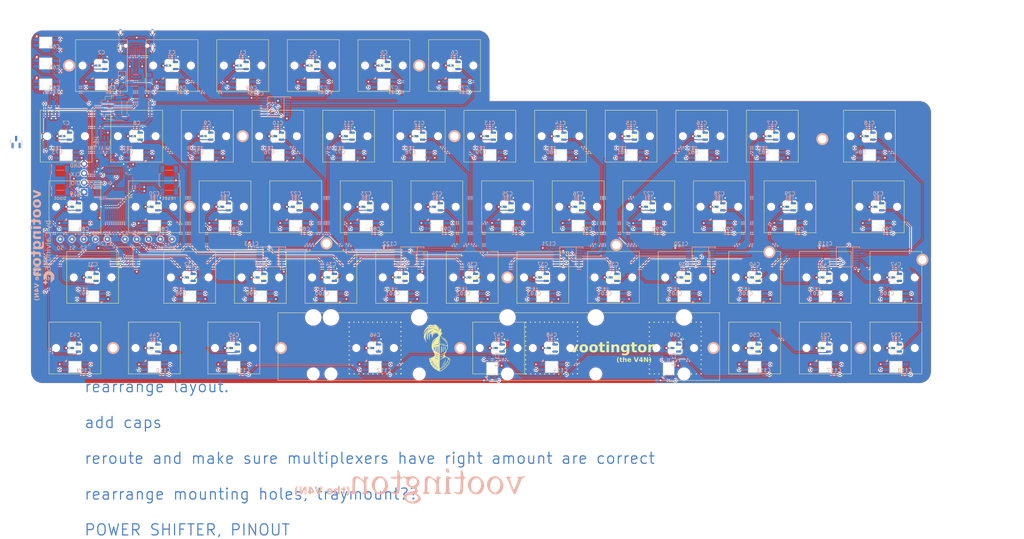
<source format=kicad_pcb>
(kicad_pcb (version 20240108) (generator "pcbnew") (generator_version "8.0")
  (layers (0 "F.Cu" signal) (31 "B.Cu" signal) (34 "B.Paste" user) (35 "F.Paste" user) (36 "B.SilkS" user "B.Silkscreen") (37 "F.SilkS" user "F.Silkscreen") (38 "B.Mask" user) (39 "F.Mask" user) (44 "Edge.Cuts" user))
  (net 0 "")
  (net 1 "+5V")
  (net 2 "GND")
  (net 3 "+3V3")
  (net 4 "Net-(D2-DOUT)")
  (net 5 "VBUS")
  (net 6 "Net-(D3-DOUT)")
  (net 7 "Net-(D4-DOUT)")
  (net 8 "Net-(D5-DOUT)")
  (net 9 "Net-(D6-DOUT)")
  (net 10 "ADC6")
  (net 11 "Net-(D7-DOUT)")
  (net 12 "Net-(D8-DOUT)")
  (net 13 "Net-(D11-DOUT)")
  (net 14 "Net-(D12-DOUT)")
  (net 15 "Net-(D13-DOUT)")
  (net 16 "ADC0")
  (net 17 "K_1")
  (net 18 "K_2")
  (net 19 "K_3")
  (net 20 "K_4")
  (net 21 "K_5")
  (net 22 "K_6")
  (net 23 "K_7")
  (net 24 "K_8")
  (net 25 "K_11")
  (net 26 "K_12")
  (net 27 "K_9")
  (net 28 "K_13")
  (net 29 "K_14")
  (net 30 "K_17")
  (net 31 "K_18")
  (net 32 "K_19")
  (net 33 "K_20")
  (net 34 "K_23")
  (net 35 "K_24")
  (net 36 "K_15")
  (net 37 "K_16")
  (net 38 "K_21")
  (net 39 "K_25")
  (net 40 "K_26")
  (net 41 "K_29")
  (net 42 "K_30")
  (net 43 "K_31")
  (net 44 "K_32")
  (net 45 "K_35")
  (net 46 "K_36")
  (net 47 "K_27")
  (net 48 "K_28")
  (net 49 "K_33")
  (net 50 "K_37")
  (net 51 "K_38")
  (net 52 "K_41")
  (net 53 "K_42")
  (net 54 "K_43")
  (net 55 "K_44")
  (net 56 "K_39")
  (net 57 "K_40")
  (net 58 "K_45")
  (net 59 "K_47")
  (net 60 "Net-(D10-DIN)")
  (net 61 "Net-(D14-DOUT)")
  (net 62 "Net-(D20-DOUT)")
  (net 63 "Net-(D38-DOUT)")
  (net 64 "Net-(D10-DOUT)")
  (net 65 "Net-(D26-DIN)")
  (net 66 "ADC1")
  (net 67 "SELECT0")
  (net 68 "SELECT1")
  (net 69 "ADC2")
  (net 70 "SELECT2")
  (net 71 "K_22")
  (net 72 "RGB")
  (net 73 "Net-(D22-DIN)")
  (net 74 "Net-(D23-DIN)")
  (net 75 "Net-(D24-DIN)")
  (net 76 "Net-(D27-DIN)")
  (net 77 "Net-(D28-DIN)")
  (net 78 "Net-(D29-DIN)")
  (net 79 "Net-(D30-DIN)")
  (net 80 "Net-(D32-DIN)")
  (net 81 "Net-(D47-DIN)")
  (net 82 "Net-(D48-DIN)")
  (net 83 "RGB MCU")
  (net 84 "K_34")
  (net 85 "K_46")
  (net 86 "K_10")
  (net 87 "ADC3")
  (net 88 "ADC4")
  (net 89 "ADC5")
  (net 90 "NRST")
  (net 91 "Net-(D15-DOUT)")
  (net 92 "Net-(D16-DOUT)")
  (net 93 "BOOT0")
  (net 94 "D_N")
  (net 95 "D_P")
  (net 96 "Net-(D17-DOUT)")
  (net 97 "Net-(D18-DOUT)")
  (net 98 "Net-(D19-DOUT)")
  (net 99 "Net-(D21-DOUT)")
  (net 100 "Net-(D22-DOUT)")
  (net 101 "Net-(D25-DIN)")
  (net 102 "Net-(D31-DIN)")
  (net 103 "Net-(D34-DOUT)")
  (net 104 "SWDIO")
  (net 105 "SWCLK")
  (net 106 "Net-(D35-DOUT)")
  (net 107 "Net-(D36-DOUT)")
  (net 108 "K_48")
  (net 109 "K_49")
  (net 110 "K_50")
  (net 111 "K_51")
  (net 112 "K_52")
  (net 113 "K_53")
  (net 114 "Net-(D1-DOUT)")
  (net 115 "Net-(D50-DIN)")
  (net 116 "Net-(D51-DIN)")
  (net 117 "Net-(D52-DIN)")
  (net 118 "Net-(D53-DIN)")
  (net 119 "Net-(D37-DOUT)")
  (net 120 "Net-(D39-DOUT)")
  (net 121 "Net-(D40-DOUT)")
  (net 122 "Net-(D41-DOUT)")
  (net 123 "Net-(D42-DOUT)")
  (net 124 "Net-(D43-DOUT)")
  (net 125 "Net-(D44-DOUT)")
  (net 126 "Net-(D45-DOUT)")
  (net 127 "Net-(D46-DIN)")
  (net 129 "Net-(D49-DIN)")
  (net 130 "Net-(D54-DIN)")
  (net 132 "Net-(J12-CC1)")
  (net 134 "Net-(J12-CC2)")
  (footprint "cipulot_parts:HOLE_M2" (layer "F.Cu") (at 142.875 98.425)
    (property "Reference" "H18" (hide yes))
    (property "Value" "MountingHole" (hide yes))
  )
  (footprint "cipulot_parts:HOLE_M2" (layer "F.Cu") (at 106.744954 70.226862)
    (property "Reference" "H14" (hide yes))
    (property "Value" "MountingHole" (hide yes))
  )
  (footprint "Moonpad:Wooting_1.00u" (layer "F.Cu") (at 88.9 79.375)
    (property "Reference" "K_33")
    (property "Value" "KEYSW" (hide yes))
  )
  (footprint "Moonpad:Wooting_1.00u" (layer "F.Cu") (at 155.575 60.325)
    (property "Reference" "K_25")
    (property "Value" "KEYSW" (hide yes))
  )
  (footprint "Moonpad:Wooting_1.00u" (layer "F.Cu") (at 69.85 79.375)
    (property "Reference" "K_32")
    (property "Value" "KEYSW" (hide yes))
  )
  (footprint "Moonpad:Wooting_1.00u" (layer "F.Cu") (at 81.75625 98.425)
    (property "Reference" "K_45")
    (property "Value" "KEYSW" (hide yes))
  )
  (footprint "Moonpad:Wooting_1.00u" (layer "F.Cu") (at 255.5875 60.325)
    (property "Reference" "K_30")
    (property "Value" "KEYSW" (hide yes))
  )
  (footprint "Moonpad:Wooting_1.00u" (layer "F.Cu") (at 93.6625 41.275)
    (property "Reference" "K_10")
    (property "Value" "KEYSW" (hide yes))
  )
  (footprint "Moonpad:Wooting_1.00u" (layer "F.Cu") (at 60.325 60.325)
    (property "Reference" "K_20")
    (property "Value" "KEYSW" (hide yes))
  )
  (footprint "cipulot_parts:HOLE_M2" (layer "F.Cu") (at 240.50625 42.06875)
    (property "Reference" "H21" (hide yes))
    (property "Value" "MountingHole" (hide yes))
  )
  (footprint "Moonpad:Wooting_1.00u" (layer "F.Cu") (at 212.725 60.325)
    (property "Reference" "K_28")
    (property "Value" "KEYSW" (hide yes))
  )
  (footprint "Moonpad:Wooting_1.00u" (layer "F.Cu") (at 207.9625 41.275)
    (property "Reference" "K_16")
    (property "Value" "KEYSW" (hide yes))
  )
  (footprint "Moonpad:Wooting_1.00u" (layer "F.Cu") (at 60.325 98.425)
    (property "Reference" "K_44")
    (property "Value" "KEYSW" (hide yes))
  )
  (footprint "cipulot_parts:HOLE_M2" (layer "F.Cu") (at 131.7625 22.225)
    (property "Reference" "H10" (hide yes))
    (property "Value" "MountingHole" (hide yes))
  )
  (footprint "Moonpad:Wooting_1.00u" (layer "F.Cu") (at 184.15 79.375)
    (property "Reference" "K_38")
    (property "Value" "KEYSW" (hide yes))
  )
  (footprint "Moonpad:Wooting_1.00u" (layer "F.Cu") (at 188.9125 41.275)
    (property "Reference" "K_15")
    (property "Value" "KEYSW" (hide yes))
  )
  (footprint "Moonpad:Wooting_1.00u" (layer "F.Cu") (at 174.625 60.325)
    (property "Reference" "K_26")
    (property "Value" "KEYSW" (hide yes))
  )
  (footprint "LOGO" (layer "F.Cu") (at 137.31875 98.425)
    (property "Reference" "G***" (hide yes))
    (property "Value" "LOGO" (hide yes))
  )
  (footprint "cipulot_parts:HOLE_M2" (layer "F.Cu") (at 94.45625 98.425)
    (property "Reference" "H15" (hide yes))
    (property "Value" "MountingHole" (hide yes))
  )
  (footprint "Moonpad:Wooting_1.00u" (layer "F.Cu") (at 107.95 79.375)
    (property "Reference" "K_34")
    (property "Value" "KEYSW" (hide yes))
  )
  (footprint "Moonpad:Wooting_1.00u" (layer "F.Cu") (at 227.0125 41.275)
    (property "Reference" "K_17")
    (property "Value" "KEYSW" (hide yes))
  )
  (footprint "Moonpad:Wooting_1.00u" (layer "F.Cu") (at 117.475 60.325)
    (property "Reference" "K_23")
    (property "Value" "KEYSW" (hide yes))
  )
  (footprint "cipulot_parts:HOLE_M2" (layer "F.Cu") (at 250.825 98.425)
    (property "Reference" "H23" (hide yes))
    (property "Value" "MountingHole" (hide yes))
  )
  (footprint "Moonpad:Wooting_1.00u" (layer "F.Cu") (at 84.1375 22.225)
    (property "Reference" "K_3")
    (property "Value" "KEYSW" (hide yes))
  )
  (footprint "Moonpad:Wooting_1.00u" (layer "F.Cu") (at 43.65625 79.375)
    (property "Reference" "K_31")
    (property "Value" "KEYSW" (hide yes))
  )
  (footprint "cipulot_parts:HOLE_M2" (layer "F.Cu") (at 226.21875 72.53125)
    (property "Reference" "H22" (hide yes))
    (property "Value" "MountingHole" (hide yes))
  )
  (footprint "Moonpad:Wooting_1.00u" (layer "F.Cu") (at 146.05 79.375)
    (property "Reference" "K_36")
    (property "Value" "KEYSW" (hide yes))
  )
  (footprint "Moonpad:Wooting_1.00u" (layer "F.Cu") (at 131.7625 41.275)
    (property "Reference" "K_12")
    (property "Value" "KEYSW" (hide yes))
  )
  (footprint "Moonpad:Wooting_1.00u" (layer "F.Cu") (at 103.1875 22.225)
    (property "Reference" "K_4")
    (property "Value" "KEYSW" (hide yes))
  )
  (footprint "Moonpad:Wooting_1.00u" (layer "F.Cu") (at 193.675 60.325)
    (property "Reference" "K_27")
    (property "Value" "KEYSW" (hide yes))
  )
  (footprint "Moonpad:Wooting_1.00u" (layer "F.Cu") (at 55.5625 41.275)
    (property "Reference" "K_8")
    (property "Value" "KEYSW" (hide yes))
  )
  (footprint "cipulot_parts:HOLE_M2" (layer "F.Cu") (at 211.1375 98.425)
    (property "Reference" "H20" (hide yes))
    (property "Value" "MountingHole" (hide yes))
  )
  (footprint "Moonpad:Wooting_1.00u" (layer "F.Cu") (at 46.0375 22.225)
    (property "Reference" "K_1")
    (property "Value" "KEYSW" (hide yes))
  )
  (footprint "PCM_marbastlib-mx:STAB_MX_2.75u" (layer "F.Cu") (at 119.85625 98.425 180)
    (property "Reference" "S1" (hide yes))
    (property "Value" "MX_stab" (hide yes))
  )
  (footprint "Moonpad:Wooting_1.00u" (layer "F.Cu") (at 203.2 79.375)
    (property "Reference" "K_39")
    (property "Value" "KEYSW" (hide yes))
  )
  (footprint "Moonpad:Wooting_1.00u" (layer "F.Cu") (at 74.6125 41.275)
    (property "Reference" "K_9")
    (property "Value" "KEYSW" (hide yes))
  )
  (footprint "cipulot_parts:HOLE_M2" (layer "F.Cu") (at 84.1375 41.275)
    (property "Reference" "H13" (hide yes))
    (property "Value" "MountingHole" (hide yes))
  )
  (footprint "cipulot_parts:HOLE_M2" (layer "F.Cu") (at 69.85 60.325)
    (property "Reference" "H19" (hide yes))
    (property "Value" "MountingHole" (hide yes))
  )
  (footprint "Moonpad:Wooting_1.00u" (layer "F.Cu") (at 112.7125 41.275)
    (property "Reference" "K_11")
    (property "Value" "KEYSW" (hide yes))
  )
  (footprint "Moonpad:Wooting_1.00u" (layer "F.Cu") (at 253.20625 41.275)
    (property "Reference" "K_18")
    (property "Value" "KEYSW" (hide yes))
  )
  (footprint "Moonpad:Wooting_1.00u" (layer "F.Cu") (at 222.25 79.375)
    (property "Reference" "K_40")
    (property "Value" "KEYSW" (hide yes))
  )
  (footprint "Moonpad:Wooting_1.00u" (layer "F.Cu") (at 150.8125 41.275)
    (property "Reference" "K_13")
    (property "Value" "KEYSW" (hide yes))
  )
  (footprint "Moonpad:Wooting_1.00u" (layer "F.Cu") (at 122.2375 22.225)
    (property "Reference" "K_5")
    (property "Value" "KEYSW" (hide yes))
  )
  (footprint "cipulot_parts:HOLE_M2" (layer "F.Cu") (at 141.2875 41.275)
    (property "Reference" "H16" (hide yes))
    (property "Value" "MountingHole" (hide yes))
  )
  (footprint "cipulot_parts:HOLE_M2" (layer "F.Cu") (at 267.49375 74.6125)
    (property "Reference" "H24" (hide yes))
    (property "Value" "MountingHole" (hide yes))
  )
  (footprint "cipulot_parts:HOLE_M2" (layer "F.Cu") (at 184.94375 70.64375)
    (property "Reference" "H17" (hide yes))
    (property "Value" "MountingHole" (hide yes))
  )
  (footprint "Moonpad:Wooting_1.00u" (layer "F.Cu") (at 127 79.375)
    (property "Reference" "K_35")
    (property "Value" "KEYSW" (hide yes))
  )
  (footprint "Moonpad:Wooting_1.00u" (layer "F.Cu") (at 241.3 98.425)
    (property "Reference" "K_51")
    (property "Value" "KEYSW")
  )
  (footprint "PCM_marbastlib-mx:STAB_MX_6.25u" (layer "F.Cu") (at 153.1874 98.425 180)
    (property "Reference" "S2" (hide yes))
    (property "Value" "MX_stab" (hide yes))
  )
  (footprint "Moonpad:Wooting_1.00u" (layer "F.Cu") (at 141.2875 22.225)
    (property "Reference" "K_6")
    (property "Value" "KEYSW" (hide yes))
  )
  (footprint "Moonpad:Wooting_1.00u" (layer "F.Cu") (at 241.3 79.375)
    (property "Reference" "K_41")
    (property "Value" "KEYSW" (hide yes))
  )
  (footprint "Moonpad:Wooting_1.00u" (layer "F.Cu") (at 222.25 98.425)
    (property "Reference" "K_50")
    (property "Value" "KEYSW")
  )
  (footprint "Moonpad:Wooting_1.00u" (layer "F.Cu") (at 167.48125 98.425)
    (property "Reference" "K_48")
    (property "Value" "KEYSW")
  )
  (footprint "Moonpad:Wooting_1.00u" (layer "F.Cu") (at 231.775 60.325)
    (property "Reference" "K_29")
    (property "Value" "KEYSW" (hide yes))
  )
  (footprint "Moonpad:Wooting_1.00u" (layer "F.Cu") (at 119.85625 98.425)
    (property "Reference" "K_46")
    (property "Value" "KEYSW" (hide yes))
  )
  (footprint "Moonpad:Wooting_1.00u" (layer "F.Cu") (at 98.425 60.325)
    (property "Reference" "K_22")
    (property "Value" "KEYSW" (hide yes))
  )
  (footprint "Moonpad:Wooting_1.00u" (layer "F.Cu") (at 200.81875 98.425)
    (property "Reference" "K_49")
    (property "Value" "KEYSW")
  )
  (footprint "Moonpad:Wooting_1.00u" (layer "F.Cu") (at 79.375 60.325)
    (property "Reference" "K_21")
    (property "Value" "KEYSW" (hide yes))
  )
  (footprint "Moonpad:Wooting_1.00u" (layer "F.Cu") (at 169.8625 41.275)
    (property "Reference" "K_14")
    (property "Value" "KEYSW" (hide yes))
  )
  (footprint "Moonpad:Wooting_1.00u" (layer "F.Cu") (at 38.89375 98.425)
    (property "Reference" "K_43")
    (property "Value" "KEYSW" (hide yes))
  )
  (footprint "cipulot_parts:HOLE_M2" (layer "F.Cu") (at 49.2125 98.425)
    (property "Reference" "H12" (hide yes))
    (property "Value" "MountingHole" (hide yes))
  )
  (footprint "Moonpad:Wooting_1.00u" (layer "F.Cu") (at 136.525 60.325)
    (property "Reference" "K_24")
    (property "Value" "KEYSW" (hide yes))
  )
  (footprint "Moonpad:Wooting_1.00u" (layer "F.Cu") (at 38.89375 60.325)
    (property "Reference" "K_19")
    (property "Value" "KEYSW" (hide yes))
  )
  (footprint "Moonpad:Wooting_1.00u" (layer "F.Cu") (at 153.1874 98.425)
    (property "Reference" "K_47")
    (property "Value" "KEYSW")
  )
  (footprint "Moonpad:Wooting_1.00u" (layer "F.Cu") (at 260.35 79.375)
    (property "Reference" "K_42")
    (property "Value" "KEYSW" (hide yes))
  )
  (footprint "cipulot_parts:HOLE_M2" (layer "F.Cu") (at 37.30625 22.225)
    (property "Reference" "H9" (hide yes))
    (property "Value" "MountingHole" (hide yes))
  )
  (footprint "Moonpad:Wooting_1.00u" (layer "F.Cu") (at 36.5125 41.275)
    (property "Reference" "K_7")
    (property "Value" "KEYSW" (hide yes))
  )
  (footprint "Moonpad:Wooting_1.00u" (layer "F.Cu") (at 165.1 79.375)
    (property "Reference" "K_37")
    (property "Value" "KEYSW" (hide yes))
  )
  (footprint "Moonpad:Wooting_1.00u" (layer "F.Cu") (at 260.35 98.425)
    (property "Reference" "K_52")
    (property "Value" "KEYSW")
  )
  (footprint "Moonpad:Wooting_1.00u" (layer "F.Cu") (at 65.0875 22.225)
    (property "Reference" "K_2")
    (property "Value" "KEYSW" (hide yes))
  )
  (footprint "cipulot_parts:HOLE_M2" (layer "F.Cu") (at 155.575 79.375)
    (property "Reference" "H11" (hide yes))
    (property "Value" "MountingHole" (hide yes))
  )
  (footprint "PCM_marbastlib-mx:STAB_MX_2.25u" (layer "F.Cu") (at 167.48125 98.425 180)
    (property "Reference" "S3" (hide yes))
    (property "Value" "MX_stab" (hide yes))
  )
  (footprint "Capacitor_SMD:C_0402_1005Metric" (layer "B.Cu") (at 203.2 76.99375 180)
    (property "Reference" "C39")
    (property "Value" "100nF")
  )
  (footprint "Capacitor_SMD:C_0402_1005Metric" (layer "B.Cu") (at 241.3 71.401076 180)
    (property "Reference" "C119")
    (property "Value" "100pF")
  )
  (footprint "Capacitor_SMD:C_0402_1005Metric" (layer "B.Cu") (at 167.48125 96.04375 180)
    (property "Reference" "C48")
    (property "Value" "100nF")
  )
  (footprint "Capacitor_SMD:C_0402_1005Metric" (layer "B.Cu") (at 222.25 76.99375 180)
    (property "Reference" "C40")
    (property "Value" "100nF")
  )
  (footprint "cipulot_parts:SK6803-MINI-E" (layer "B.Cu") (at 151.429852 103.98125 -90)
    (property "Reference" "D51" (hide yes))
    (property "Value" "YS-SK6803MINI-E" (hide yes))
    (fp_line (start -1.7 1.5) (end 1.7 1.5) (stroke (width 0.12)) (layer "Edge.Cuts"))
    (fp_line (start 1.7 1.5) (end 1.7 -1.5) (stroke (width 0.12)) (layer "Edge.Cuts"))
    (fp_line (start -1.7 -1.5) (end -1.7 1.5) (stroke (width 0.12)) (layer "Edge.Cuts"))
    (fp_line (start 1.7 -1.5) (end -1.7 -1.5) (stroke (width 0.12)) (layer "Edge.Cuts"))
  )
  (footprint "Capacitor_SMD:C_0402_1005Metric" (layer "B.Cu") (at 67.46875 82.55)
    (property "Reference" "C98")
    (property "Value" "100nF")
  )
  (footprint "Package_TO_SOT_SMD:TSOT-23-5" (layer "B.Cu") (at 33.14325 34.03475 90)
    (property "Reference" "U56" (hide yes))
    (property "Value" "74AHCT1G125" (hide yes))
  )
  (footprint "cipulot_parts:TSSOP16" (layer "B.Cu") (at 207.595296 73.837205 -90)
    (property "Reference" "U58" (hide yes))
    (property "Value" "74HC4051" (hide yes))
  )
  (footprint "Capacitor_SMD:C_0402_1005Metric" (layer "B.Cu") (at 41.275 82.55)
    (property "Reference" "C97")
    (property "Value" "100nF")
  )
  (footprint "cipulot_parts:SK6803-MINI-E" (layer "B.Cu") (at 38.89375 103.529 180)
    (property "Reference" "D55" (hide yes))
    (property "Value" "YS-SK6803MINI-E" (hide yes))
    (fp_line (start 1.7 1.5) (end 1.7 -1.5) (stroke (width 0.12)) (layer "Edge.Cuts"))
    (fp_line (start 1.7 -1.5) (end -1.7 -1.5) (stroke (width 0.12)) (layer "Edge.Cuts"))
    (fp_line (start -1.7 1.5) (end 1.7 1.5) (stroke (width 0.12)) (layer "Edge.Cuts"))
    (fp_line (start -1.7 -1.5) (end -1.7 1.5) (stroke (width 0.12)) (layer "Edge.Cuts"))
  )
  (footprint "Package_TO_SOT_SMD:SOT-23" (layer "B.Cu") (at 200.81875 98.425 180)
    (property "Reference" "U49" (hide yes))
    (property "Value" "SLSS49E-3" (hide yes))
  )
  (footprint "cipulot_parts:SK6803-MINI-E" (layer "B.Cu") (at 112.7125 46.379)
    (property "Reference" "D17" (hide yes))
    (property "Value" "YS-SK6803MINI-E" (hide yes))
    (fp_line (start -1.7 -1.5) (end -1.7 1.5) (stroke (width 0.12)) (layer "Edge.Cuts"))
    (fp_line (start -1.7 1.5) (end 1.7 1.5) (stroke (width 0.12)) (layer "Edge.Cuts"))
    (fp_line (start 1.7 -1.5) (end -1.7 -1.5) (stroke (width 0.12)) (layer "Edge.Cuts"))
    (fp_line (start 1.7 1.5) (end 1.7 -1.5) (stroke (width 0.12)) (layer "Edge.Cuts"))
  )
  (footprint "Package_TO_SOT_SMD:SOT-23" (layer "B.Cu") (at 38.89375 98.425 180)
    (property "Reference" "U43" (hide yes))
    (property "Value" "SLSS49E-3" (hide yes))
  )
  (footprint "cipulot_parts:SK6803-MINI-E" (layer "B.Cu") (at 43.65625 84.479)
    (property "Reference" "D45" (hide yes))
    (property "Value" "YS-SK6803MINI-E" (hide yes))
    (fp_line (start -1.7 -1.5) (end -1.7 1.5) (stroke (width 0.12)) (layer "Edge.Cuts"))
    (fp_line (start -1.7 1.5) (end 1.7 1.5) (stroke (width 0.12)) (layer "Edge.Cuts"))
    (fp_line (start 1.7 -1.5) (end -1.7 -1.5) (stroke (width 0.12)) (layer "Edge.Cuts"))
    (fp_line (start 1.7 1.5) (end 1.7 -1.5) (stroke (width 0.12)) (layer "Edge.Cuts"))
  )
  (footprint "Package_TO_SOT_SMD:SOT-23" (layer "B.Cu") (at 150.8125 41.275 180)
    (property "Reference" "U13" (hide yes))
    (property "Value" "SLSS49E-3" (hide yes))
  )
  (footprint "Capacitor_SMD:C_0402_1005Metric" (layer "B.Cu") (at 148.43125 44.45)
    (property "Reference" "C79")
    (property "Value" "100nF")
  )
  (footprint "Capacitor_SMD:C_0402_1005Metric" (layer "B.Cu") (at 253.20625 38.89375 180)
    (property "Reference" "C18")
    (property "Value" "100nF")
  )
  (footprint "Capacitor_SMD:C_0402_1005Metric" (layer "B.Cu") (at 117.475 57.94375 180)
    (property "Reference" "C23")
    (property "Value" "100nF")
  )
  (footprint "cipulot_parts:SK6803-MINI-E" (layer "B.Cu") (at 222.25 84.479)
    (property "Reference" "D36" (hide yes))
    (property "Value" "YS-SK6803MINI-E" (hide yes))
    (fp_line (start -1.7 -1.5) (end -1.7 1.5) (stroke (width 0.12)) (layer "Edge.Cuts"))
    (fp_line (start -1.7 1.5) (end 1.7 1.5) (stroke (width 0.12)) (layer "Edge.Cuts"))
    (fp_line (start 1.7 -1.5) (end -1.7 -1.5) (stroke (width 0.12)) (layer "Edge.Cuts"))
    (fp_line (start 1.7 1.5) (end 1.7 -1.5) (stroke (width 0.12)) (layer "Edge.Cuts"))
  )
  (footprint "Capacitor_SMD:C_0402_1005Metric" (layer "B.Cu") (at 33.3375 23.8125 180)
    (property "Reference" "C65")
    (property "Value" "100nF")
  )
  (footprint "cipulot_parts:SK6803-MINI-E" (layer "B.Cu") (at 260.35 103.529 180)
    (property "Reference" "D46" (hide yes))
    (property "Value" "YS-SK6803MINI-E" (hide yes))
    (fp_line (start 1.7 1.5) (end 1.7 -1.5) (stroke (width 0.12)) (layer "Edge.Cuts"))
    (fp_line (start 1.7 -1.5) (end -1.7 -1.5) (stroke (width 0.12)) (layer "Edge.Cuts"))
    (fp_line (start -1.7 1.5) (end 1.7 1.5) (stroke (width 0.12)) (layer "Edge.Cuts"))
    (fp_line (start -1.7 -1.5) (end -1.7 1.5) (stroke (width 0.12)) (layer "Edge.Cuts"))
  )
  (footprint "Package_TO_SOT_SMD:SOT-23" (layer "B.Cu") (at 88.9 79.375 180)
    (property "Reference" "U33" (hide yes))
    (property "Value" "SLSS49E-3" (hide yes))
  )
  (footprint "Package_TO_SOT_SMD:SOT-23" (layer "B.Cu") (at 119.85625 98.425 180)
    (property "Reference" "U46" (hide yes))
    (property "Value" "SLSS49E-3" (hide yes))
  )
  (footprint "Capacitor_SMD:C_0402_1005Metric" (layer "B.Cu") (at 105.56875 29.36875 180)
    (property "Reference" "C70")
    (property "Value" "100nF")
  )
  (footprint "Button_Switch_SMD:SW_SPST_SKQG_WithoutStem" (layer "B.Cu") (at 34.925 53.18125 -90)
    (property "Reference" "SW1" (hide yes))
    (property "Value" "SKQGABE010" (hide yes))
  )
  (footprint "Capacitor_SMD:C_0402_1005Metric" (layer "B.Cu") (at 88.9 76.99375 180)
    (property "Reference" "C33")
    (property "Value" "100nF")
  )
  (footprint "Package_QFP:LQFP-48_7x7mm_P0.5mm" (layer "B.Cu") (at 49.2125 54.76875 180)
    (property "Reference" "U53" (hide yes))
    (property "Value" "STM32F072CBT6" (hide yes))
  )
  (footprint "cipulot_parts:SK6803-MINI-E" (layer "B.Cu") (at 188.9125 46.379)
    (property "Reference" "D13" (hide yes))
    (property "Value" "YS-SK6803MINI-E" (hide yes))
    (fp_line (start -1.7 -1.5) (end -1.7 1.5) (stroke (width 0.12)) (layer "Edge.Cuts"))
    (fp_line (start -1.7 1.5) (end 1.7 1.5) (stroke (width 0.12)) (layer "Edge.Cuts"))
    (fp_line (start 1.7 -1.5) (end -1.7 -1.5) (stroke (width 0.12)) (layer "Edge.Cuts"))
    (fp_line (start 1.7 1.5) (end 1.7 -1.5) (stroke (width 0.12)) (layer "Edge.Cuts"))
  )
  (footprint "TestPoint:TestPoint_THTPad_D1.5mm_Drill0.7mm" (layer "B.Cu") (at 41.275 69.05625 180)
    (property "Reference" "J7" (hide yes))
    (property "Value" "Conn_01x01")
  )
  (footprint "Capacitor_SMD:C_0402_1005Metric" (layer "B.Cu") (at 58.7375 29.36875 180)
    (property "Reference" "C62" (hide yes))
    (property "Value" "100nF" (hide yes))
  )
  (footprint "Capacitor_SMD:C_0402_1005Metric" (layer "B.Cu") (at 143.66875 29.36875 180)
    (property "Reference" "C72")
    (property "Value" "100nF")
  )
  (footprint "cipulot_parts:SK6803-MINI-E" (layer "B.Cu") (at 81.75625 103.529 180)
    (property "Reference" "D53" (hide yes))
    (property "Value" "YS-SK6803MINI-E" (hide yes))
    (fp_line (start 1.7 1.5) (end 1.7 -1.5) (stroke (width 0.12)) (layer "Edge.Cuts"))
    (fp_line (start 1.7 -1.5) (end -1.7 -1.5) (stroke (width 0.12)) (layer "Edge.Cuts"))
    (fp_line (start -1.7 1.5) (end 1.7 1.5) (stroke (width 0.12)) (layer "Edge.Cuts"))
    (fp_line (start -1.7 -1.5) (end -1.7 1.5) (stroke (width 0.12)) (layer "Edge.Cuts"))
  )
  (footprint "Capacitor_SMD:C_0402_1005Metric" (layer "B.Cu") (at 143.66875 82.55)
    (property "Reference" "C102")
    (property "Value" "100nF")
  )
  (footprint "cipulot_parts:SK6803-MINI-E" (layer "B.Cu") (at 31.0125 16.04 180)
    (property "Reference" "D3" (hide yes))
    (property "Value" "YS-SK6803MINI-E" (hide yes))
    (fp_line (start 1.7 1.5) (end 1.7 -1.5) (stroke (width 0.12)) (layer "Edge.Cuts"))
    (fp_line (start 1.7 -1.5) (end -1.7 -1.5) (stroke (width 0.12)) (layer "Edge.Cuts"))
    (fp_line (start -1.7 1.5) (end 1.7 1.5) (stroke (width 0.12)) (layer "Edge.Cuts"))
    (fp_line (start -1.7 -1.5) (end -1.7 1.5) (stroke (width 0.12)) (layer "Edge.Cuts"))
  )
  (footprint "Capacitor_SMD:C_0402_1005Metric" (layer "B.Cu") (at 136.525 57.94375 180)
    (property "Reference" "C24")
    (property "Value" "100nF")
  )
  (footprint "Capacitor_SMD:C_0402_1005Metric" (layer "B.Cu") (at 62.70625 105.56875 180)
    (property "Reference" "C110")
    (property "Value" "100nF")
  )
  (footprint "Capacitor_SMD:C_0402_1005Metric" (layer "B.Cu") (at 119.85625 96.04375 180)
    (property "Reference" "C46")
    (property "Value" "100nF")
  )
  (footprint "Resistor_SMD:R_0402_1005Metric" (layer "B.Cu") (at 53.721589 21.037501 90)
    (property "Reference" "R2" (hide yes))
    (property "Value" "5.1k" (hide yes))
  )
  (footprint "Capacitor_SMD:C_0402_1005Metric" (layer "B.Cu") (at 56.346106 54.997317)
    (property "Reference" "C59" (hide yes))
    (property "Value" "100nF" (hide yes))
  )
  (footprint "cipulot_parts:SK6803-MINI-E" (layer "B.Cu") (at 60.325 65.429 180)
    (property "Reference" "D32" (hide yes))
    (property "Value" "YS-SK6803MINI-E" (hide yes))
    (fp_line (start 1.7 1.5) (end 1.7 -1.5) (stroke (width 0.12)) (layer "Edge.Cuts"))
    (fp_line (start 1.7 -1.5) (end -1.7 -1.5) (stroke (width 0.12)) (layer "Edge.Cuts"))
    (fp_line (start -1.7 1.5) (end 1.7 1.5) (stroke (width 0.12)) (layer "Edge.Cuts"))
    (fp_line (start -1.7 -1.5) (end -1.7 1.5) (stroke (width 0.12)) (layer "Edge.Cuts"))
  )
  (footprint "Capacitor_SMD:C_0402_1005Metric" (layer "B.Cu") (at 100.80625 67.46875 180)
    (property "Reference" "C88")
    (property "Value" "100nF")
  )
  (footprint "cipulot_parts:SK6803-MINI-E" (layer "B.Cu") (at 98.425 65.429 180)
    (property "Reference" "D30" (hide yes))
    (property "Value" "YS-SK6803MINI-E" (hide yes))
    (fp_line (start 1.7 1.5) (end 1.7 -1.5) (stroke (width 0.12)) (layer "Edge.Cuts"))
    (fp_line (start 1.7 -1.5) (end -1.7 -1.5) (stroke (width 0.12)) (layer "Edge.Cuts"))
    (fp_line (start -1.7 1.5) (end 1.7 1.5) (stroke (width 0.12)) (layer "Edge.Cuts"))
    (fp_line (start -1.7 -1.5) (end -1.7 1.5) (stroke (width 0.12)) (layer "Edge.Cuts"))
  )
  (footprint "Package_TO_SOT_SMD:SOT-23" (layer "B.Cu") (at 203.2 79.375 180)
    (property "Reference" "U39" (hide yes))
    (property "Value" "SLSS49E-3" (hide yes))
  )
  (footprint "Package_TO_SOT_SMD:SOT-23" (layer "B.Cu") (at 136.525 60.325 180)
    (property "Reference" "U24" (hide yes))
    (property "Value" "SLSS49E-3" (hide yes))
  )
  (footprint "TestPoint:TestPoint_THTPad_D1.5mm_Drill0.7mm" (layer "B.Cu") (at 34.925 69.05625 180)
    (property "Reference" "J3" (hide yes))
    (property "Value" "Conn_01x01")
  )
  (footprint "Capacitor_SMD:C_0402_1005Metric" (layer "B.Cu") (at 46.0375 19.84375 180)
    (property "Reference" "C2")
    (property "Value" "100nF")
  )
  (footprint "Capacitor_SMD:C_0402_1005Metric" (layer "B.Cu") (at 41.275 67.46875 180)
    (property "Reference" "C85")
    (property "Value" "100nF")
  )
  (footprint "Capacitor_SMD:C_0402_1005Metric" (layer "B.Cu") (at 241.3 96.04375 180)
    (property "Reference" "C51")
    (property "Value" "100nF")
  )
  (footprint "Capacitor_SMD:C_0402_1005Metric" (layer "B.Cu") (at 93.6625 38.89375 180)
    (property "Reference" "C10")
    (property "Value" "100nF")
  )
  (footprint "Package_TO_SOT_SMD:SOT-143" (layer "B.Cu") (at 55.309089 26.19375)
    (property "Reference" "U55" (hide yes))
    (property "Value" "PRTR5V0U2X" (hide yes))
  )
  (footprint "TestPoint:TestPoint_THTPad_D1.5mm_Drill0.7mm" (layer "B.Cu") (at 61.9125 69.05625 180)
    (property "Reference" "J2" (hide yes))
    (property "Value" "Conn_01x01")
  )
  (footprint "Capacitor_SMD:C_0402_1005Metric" (layer "B.Cu") (at 165.1 76.99375 180)
    (property "Reference" "C37")
    (property "Value" "100nF")
  )
  (footprint "Capacitor_SMD:C_0402_1005Metric" (layer "B.Cu") (at 124.61875 29.36875 180)
    (property "Reference" "C71")
    (property "Value" "100nF")
  )
  (footprint "Capacitor_SMD:C_0402_1005Metric" (layer "B.Cu") (at 127 76.99375 180)
    (property "Reference" "C35")
    (property "Value" "100nF")
  )
  (footprint "Package_TO_SOT_SMD:SOT-23" (layer "B.Cu") (at 227.0125 41.275 180)
    (property "Reference" "U18" (hide yes))
    (property "Value" "SLSS49E-3" (hide yes))
  )
  (footprint "Package_TO_SOT_SMD:SOT-23" (layer "B.Cu") (at 255.5875 60.325 180)
    (property "Reference" "U30" (hide yes))
    (property "Value" "SLSS49E-3" (hide yes))
  )
  (footprint "Package_TO_SOT_SMD:SOT-23" (layer "B.Cu") (at 155.575 60.325 180)
    (property "Reference" "U25" (hide yes))
    (property "Value" "SLSS49E-3" (hide yes))
  )
  (footprint "Capacitor_SMD:C_0402_1005Metric" (layer "B.Cu") (at 243.68125 105.56875 180)
    (property "Reference" "C117")
    (property "Value" "100nF")
  )
  (footprint "Capacitor_SMD:C_0402_1005Metric" (layer "B.Cu") (at 205.58125 44.45)
    (property "Reference" "C82")
    (property "Value" "100nF")
  )
  (footprint "Capacitor_SMD:C_0402_1005Metric" (layer "B.Cu") (at 46.32479 40.31006 180)
    (property "Reference" "C60" (hide yes))
    (property "Value" "1uF" (hide yes))
  )
  (footprint "Capacitor_SMD:C_0402_1005Metric" (layer "B.Cu") (at 34.13125 44.45)
    (property "Reference" "C73")
    (property "Value" "100nF")
  )
  (footprint "LOGO" (layer "B.Cu") (at 31.75 79.375 -90)
    (property "Reference" "G***" (hide yes))
    (property "Value" "LOGO" (hide yes))
  )
  (footprint "Capacitor_SMD:C_0402_1005Metric" (layer "B.Cu") (at 84.1375 19.84375 180)
    (property "Reference" "C1")
    (property "Value" "100nF")
  )
  (footprint "Package_TO_SOT_SMD:SOT-23" (layer "B.Cu") (at 65.0875 22.225 180)
    (property "Reference" "U2" (hide yes))
    (property "Value" "SLSS49E-3")
  )
  (footprint "Capacitor_SMD:C_0402_1005Metric" (layer "B.Cu") (at 41.275 105.56875 180)
    (property "Reference" "C109")
    (property "Value" "100nF")
  )
  (footprint "cipulot_parts:SK6803-MINI-E" (layer "B.Cu") (at 74.6125 46.379)
    (property "Reference" "D19" (hide yes))
    (property "Value" "YS-SK6803MINI-E" (hide yes))
    (fp_line (start -1.7 -1.5) (end -1.7 1.5) (stroke (width 0.12)) (layer "Edge.Cuts"))
    (fp_line (start -1.7 1.5) (end 1.7 1.5) (stroke (width 0.12)) (layer "Edge.Cuts"))
    (fp_line (start 1.7 -1.5) (end -1.7 -1.5) (stroke (width 0.12)) (layer "Edge.Cuts"))
    (fp_line (start 1.7 1.5) (end 1.7 -1.5) (stroke (width 0.12)) (layer "Edge.Cuts"))
  )
  (footprint "Package_TO_SOT_SMD:SOT-23-5" (layer "B.Cu") (at 46.83125 42.8625 -90)
    (property "Reference" "U64")
    (property "Value" "AP2112K-3.3")
  )
  (footprint "cipulot_parts:SK6803-MINI-E" (layer "B.Cu") (at 117.475 65.429 180)
    (property "Reference" "D29" (hide yes))
    (property "Value" "YS-SK6803MINI-E" (hide yes))
    (fp_line (start 1.7 1.5) (end 1.7 -1.5) (stroke (width 0.12)) (layer "Edge.Cuts"))
    (fp_line (start 1.7 -1.5) (end -1.7 -1.5) (stroke (width 0.12)) (layer "Edge.Cuts"))
    (fp_line (start -1.7 1.5) (end 1.7 1.5) (stroke (width 0.12)) (layer "Edge.Cuts"))
    (fp_line (start -1.7 -1.5) (end -1.7 1.5) (stroke (width 0.12)) (layer "Edge.Cuts"))
  )
  (footprint "Capacitor_SMD:C_0402_1005Metric" (layer "B.Cu") (at 162.71875 82.55)
    (property "Reference" "C103")
    (property "Value" "100nF")
  )
  (footprint "cipulot_parts:SK6803-MINI-E" (layer "B.Cu") (at 212.725 65.429 180)
    (property "Reference" "D24" (hide yes))
    (property "Value" "YS-SK6803MINI-E" (hide yes))
    (fp_line (start 1.7 1.5) (end 1.7 -1.5) (stroke (width 0.12)) (layer "Edge.Cuts"))
    (fp_line (start 1.7 -1.5) (end -1.7 -1.5) (stroke (width 0.12)) (layer "Edge.Cuts"))
    (fp_line (start -1.7 1.5) (end 1.7 1.5) (stroke (width 0.12)) (layer "Edge.Cuts"))
    (fp_line (start -1.7 -1.5) (end -1.7 1.5) (stroke (width 0.12)) (layer "Edge.Cuts"))
  )
  (footprint "TestPoint:TestPoint_THTPad_D1.5mm_Drill0.7mm" (layer "B.Cu") (at 58.7375 69.05625 180)
    (property "Reference" "J9" (hide yes))
    (property "Value" "Conn_01x01")
  )
  (footprint "cipulot_parts:SK6803-MINI-E" (layer "B.Cu") (at 31.0125 27.305 180)
    (property "Reference" "D1" (hide yes))
    (property "Value" "YS-SK6803MINI-E" (hide yes))
    (fp_line (start 1.7 1.5) (end 1.7 -1.5) (stroke (width 0.12)) (layer "Edge.Cuts"))
    (fp_line (start 1.7 -1.5) (end -1.7 -1.5) (stroke (width 0.12)) (layer "Edge.Cuts"))
    (fp_line (start -1.7 1.5) (end 1.7 1.5) (stroke (width 0.12)) (layer "Edge.Cuts"))
    (fp_line (start -1.7 -1.5) (end -1.7 1.5) (stroke (width 0.12)) (layer "Edge.Cuts"))
  )
  (footprint "Capacitor_SMD:C_0402_1005Metric" (layer "B.Cu") (at 55.5625 38.89375 180)
    (property "Reference" "C8")
    (property "Value" "100nF")
  )
  (footprint "Capacitor_SMD:C_0402_1005Metric" (layer "B.Cu") (at 257.96875 82.55)
    (property "Reference" "C108")
    (property "Value" "100nF")
  )
  (footprint "Capacitor_SMD:C_0402_1005Metric" (layer "B.Cu") (at 138.90625 67.46875 180)
    (property "Reference" "C90")
    (property "Value" "100nF")
  )
  (footprint "Capacitor_SMD:C_0402_1005Metric" (layer "B.Cu") (at 153.9875 101.6 -90)
    (property "Reference" "C113")
    (property "Value" "100nF")
  )
  (footprint "Capacitor_SMD:C_0402_1005Metric" (layer "B.Cu") (at 250.825 44.45)
    (property "Reference" "C84")
    (property "Value" "100nF")
  )
  (footprint "Connector_PinHeader_2.54mm:PinHeader_1x04_P2.54mm_Vertical" (layer "B.Cu") (at 41.375 56.35625)
    (property "Reference" "J1" (hide yes))
    (property "Value" "Conn_01x04")
  )
  (footprint "Capacitor_SMD:C_0402_1005Metric" (layer "B.Cu") (at 222.25 96.04375 180)
    (property "Reference" "C50")
    (property "Value" "100nF")
  )
  (footprint "Package_TO_SOT_SMD:SOT-23" (layer "B.Cu") (at 122.2375 22.225 180)
    (property "Reference" "U5" (hide yes))
    (property "Value" "SLSS49E-3")
  )
  (footprint "Capacitor_SMD:C_0402_1005Metric" (layer "B.Cu") (at 112.7125 38.89375 180)
    (property "Reference" "C11")
    (property "Value" "100nF")
  )
  (footprint "Package_TO_SOT_SMD:SOT-23" (layer "B.Cu") (at 146.05 79.375 180)
    (property "Reference" "U36" (hide yes))
    (property "Value" "SLSS49E-3" (hide yes))
  )
  (footprint "cipulot_parts:SK6803-MINI-E" (layer "B.Cu") (at 36.5125 46.379)
    (property "Reference" "D21" (hide yes))
    (property "Value" "YS-SK6803MINI-E" (hide yes))
    (fp_line (start -1.7 -1.5) (end -1.7 1.5) (stroke (width 0.12)) (layer "Edge.Cuts"))
    (fp_line (start -1.7 1.5) (end 1.7 1.5) (stroke (width 0.12)) (layer "Edge.Cuts"))
    (fp_line (start 1.7 -1.5) (end -1.7 -1.5) (stroke (width 0.12)) (layer "Edge.Cuts"))
    (fp_line (start 1.7 1.5) (end 1.7 -1.5) (stroke (width 0.12)) (layer "Edge.Cuts"))
  )
  (footprint "Package_TO_SOT_SMD:SOT-23" (layer "B.Cu") (at 131.7625 41.275 180)
    (property "Reference" "U12" (hide yes))
    (property "Value" "SLSS49E-3" (hide yes))
  )
  (footprint "Capacitor_SMD:C_0402_1005Metric" (layer "B.Cu") (at 56.339704 56.073622)
    (property "Reference" "C56" (hide yes))
    (property "Value" "100nF" (hide yes))
  )
  (footprint "cipulot_parts:SK6803-MINI-E" (layer "B.Cu") (at 65.0875 27.329 180)
    (property "Reference" "D5" (hide yes))
    (property "Value" "YS-SK6803MINI-E" (hide yes))
    (fp_line (start 1.7 1.5) (end 1.7 -1.5) (stroke (width 0.12)) (layer "Edge.Cuts"))
    (fp_line (start 1.7 -1.5) (end -1.7 -1.5) (stroke (width 0.12)) (layer "Edge.Cuts"))
    (fp_line (start -1.7 1.5) (end 1.7 1.5) (stroke (width 0.12)) (layer "Edge.Cuts"))
    (fp_line (start -1.7 -1.5) (end -1.7 1.5) (stroke (width 0.12)) (layer "Edge.Cuts"))
  )
  (footprint "Package_TO_SOT_SMD:SOT-23" (layer "B.Cu") (at 153.19375 98.425 180)
    (property "Reference" "U47" (hide yes))
    (property "Value" "SLSS49E-3" (hide yes))
  )
  (footprint "Capacitor_SMD:C_0402_1005Metric" (layer "B.Cu") (at 174.625 57.94375 180)
    (property "Reference" "C26")
    (property "Value" "100nF")
  )
  (footprint "Capacitor_SMD:C_0402_1005Metric" (layer "B.Cu") (at 200.81875 82.55)
    (property "Reference" "C105")
    (property "Value" "100nF")
  )
  (footprint "Resistor_SMD:R_0402_1005Metric" (layer "B.Cu") (at 57.037122 21.066841 90)
    (property "Reference" "R3" (hide yes))
    (property "Value" "5.1k" (hide yes))
  )
  (footprint "cipulot_parts:SK6803-MINI-E" (layer "B.Cu") (at 38.89375 65.429 180)
    (property "Reference" "D33" (hide yes))
    (property "Value" "YS-SK6803MINI-E" (hide yes))
    (fp_line (start 1.7 1.5) (end 1.7 -1.5) (stroke (width 0.12)) (layer "Edge.Cuts"))
    (fp_line (start 1.7 -1.5) (end -1.7 -1.5) (stroke (width 0.12)) (layer "Edge.Cuts"))
    (fp_line (start -1.7 1.5) (end 1.7 1.5) (stroke (width 0.12)) (layer "Edge.Cuts"))
    (fp_line (start -1.7 -1.5) (end -1.7 1.5) (stroke (width 0.12)) (layer "Edge.Cuts"))
  )
  (footprint "cipulot_parts:SK6803-MINI-E" (layer "B.Cu") (at 203.2 84.479)
    (property "Reference" "D37" (hide yes))
    (property "Value" "YS-SK6803MINI-E" (hide yes))
    (fp_line (start -1.7 -1.5) (end -1.7 1.5) (stroke (width 0.12)) (layer "Edge.Cuts"))
    (fp_line (start -1.7 1.5) (end 1.7 1.5) (stroke (width 0.12)) (layer "Edge.Cuts"))
    (fp_line (start 1.7 -1.5) (end -1.7 -1.5) (stroke (width 0.12)) (layer "Edge.Cuts"))
    (fp_line (start 1.7 1.5) (end 1.7 -1.5) (stroke (width 0.12)) (layer "Edge.Cuts"))
  )
  (footprint "Package_TO_SOT_SMD:SOT-23" (layer "B.Cu") (at 127 79.375 180)
    (property "Reference" "U35" (hide yes))
    (property "Value" "SLSS49E-3" (hide yes))
  )
  (footprint "Capacitor_SMD:C_0402_1005Metric" (layer "B.Cu") (at 131.7625 38.89375 180)
    (property "Reference" "C12")
    (property "Value" "100nF")
  )
  (footprint "Capacitor_SMD:C_0402_1005Metric" (layer "B.Cu") (at 169.8625 105.56875 180)
    (property "Reference" "C114")
    (property "Value" "100nF")
  )
  (footprint "Capacitor_SMD:C_0402_1005Metric" (layer "B.Cu") (at 129.38125 44.45)
    (property "Reference" "C78")
    (property "Value" "100nF")
  )
  (footprint "cipulot_parts:SK6803-MINI-E" (layer "B.Cu") (at 227.0125 46.379)
    (property "Reference" "D11" (hide yes))
    (property "Value" "YS-SK6803MINI-E" (hide yes))
    (fp_line (start -1.7 -1.5) (end -1.7 1.5) (stroke (width 0.12)) (layer "Edge.Cuts"))
    (fp_line (start -1.7 1.5) (end 1.7 1.5) (stroke (width 0.12)) (layer "Edge.Cuts"))
    (fp_line (start 1.7 -1.5) (end -1.7 -1.5) (stroke (width 0.12)) (layer "Edge.Cuts"))
    (fp_line (start 1.7 1.5) (end 1.7 -1.5) (stroke (width 0.12)) (layer "Edge.Cuts"))
  )
  (footprint "Capacitor_SMD:C_0402_1005Metric" (layer "B.Cu") (at 155.575 57.94375 180)
    (property "Reference" "C25")
    (property "Value" "100nF")
  )
  (footprint "Capacitor_SMD:C_0402_1005Metric" (layer "B.Cu") (at 150.8125 38.89375 180)
    (property "Reference" "C13")
    (property "Value" "100nF")
  )
  (footprint "Package_TO_SOT_SMD:SOT-23" (layer "B.Cu") (at 81.75625 98.425 180)
    (property "Reference" "U45" (hide yes))
    (property "Value" "SLSS49E-3" (hide yes))
  )
  (footprint "Capacitor_SMD:C_0402_1005Metric" (layer "B.Cu") (at 124.61875 82.55)
    (property "Reference" "C101")
    (property "Value" "100nF")
  )
  (footprint "Capacitor_SMD:C_0402_1005Metric" (layer "B.Cu") (at 215.10625 67.46875 180)
    (property "Reference" "C94")
    (property "Value" "100nF")
  )
  (footprint "Capacitor_SMD:C_0402_1005Metric" (layer "B.Cu") (at 45.574303 61.886884 -90)
    (property "Reference" "C53" (hide yes))
    (property "Value" "100nF" (hide yes))
  )
  (footprint "Capacitor_SMD:C_0402_1005Metric" (layer "B.Cu") (at 107.95 76.99375 180)
    (property "Reference" "C34")
    (property "Value" "100nF")
  )
  (footprint "Capacitor_SMD:C_0402_1005Metric" (layer "B.Cu") (at 234.15625 67.46875 180)
    (property "Reference" "C95")
    (property "Value" "100nF")
  )
  (footprint "Capacitor_SMD:C_0402_1005Metric" (layer "B.Cu") (at 177.00625 67.46875 180)
    (property "Reference" "C92")
    (property "Value" "100nF")
  )
  (footprint "Capacitor_SMD:C_0402_1005Metric" (layer "B.Cu") (at 219.86875 82.55)
    (property "Reference" "C106")
    (property "Value" "100nF")
  )
  (footprint "cipulot_parts:SK6803-MINI-E" (layer "B.Cu") (at 199.054852 103.98125 -90)
    (property "Reference" "D49" (hide yes))
    (property "Value" "YS-SK6803MINI-E" (hide yes))
    (fp_line (start -1.7 1.5) (end 1.7 1.5) (stroke (width 0.12)) (layer "Edge.Cuts"))
    (fp_line (start 1.7 1.5) (end 1.7 -1.5) (stroke (width 0.12)) (layer "Edge.Cuts"))
    (fp_line (start -1.7 -1.5) (end -1.7 1.5) (stroke (width 0.12)) (layer "Edge.Cuts"))
    (fp_line (start 1.7 -1.5) (end -1.7 -1.5) (stroke (width 0.12)) (layer "Edge.Cuts"))
  )
  (footprint "TestPoint:TestPoint_THTPad_D1.5mm_Drill0.7mm" (layer "B.Cu") (at 55.5625 69.05625 180)
    (property "Reference" "J8" (hide yes))
    (property "Value" "Conn_01x01")
  )
  (footprint "Package_TO_SOT_SMD:SOT-23" (layer "B.Cu") (at 184.15 79.375 180)
    (property "Reference" "U38" (hide yes))
    (property "Value" "SLSS49E-3" (hide yes))
  )
  (footprint "Capacitor_SMD:C_0402_1005Metric" (layer "B.Cu") (at 186.53125 44.45)
    (property "Reference" "C81")
    (property "Value" "100nF")
  )
  (footprint "Capacitor_SMD:C_0402_1005Metric" (layer "B.Cu") (at 260.35 96.04375 180)
    (property "Reference" "C52")
    (property "Value" "100nF")
  )
  (footprint "Capacitor_SMD:C_0402_1005Metric" (layer "B.Cu") (at 207.9625 38.89375 180)
    (property "Reference" "C16")
    (property "Value" "100nF")
  )
  (footprint "Package_TO_SOT_SMD:SOT-23" (layer "B.Cu") (at 103.1875 22.225 180)
    (property "Reference" "U4" (hide yes))
    (property "Value" "SLSS49E-3")
  )
  (footprint "cipulot_parts:SK6803-MINI-E" (layer "B.Cu") (at 141.2875 27.329 180)
    (property "Reference" "D9" (hide yes))
    (property "Value" "YS-SK6803MINI-E" (hide yes))
    (fp_line (start 1.7 1.5) (end 1.7 -1.5) (stroke (width 0.12)) (layer "Edge.Cuts"))
    (fp_line (start 1.7 -1.5) (end -1.7 -1.5) (stroke (width 0.12)) (layer "Edge.Cuts"))
    (fp_line (start -1.7 1.5) (end 1.7 1.5) (stroke (width 0.12)) (layer "Edge.Cuts"))
    (fp_line (start -1.7 -1.5) (end -1.7 1.5) (stroke (width 0.12)) (layer "Edge.Cuts"))
  )
  (footprint "Capacitor_SMD:C_0402_1005Metric" (layer "B.Cu") (at 105.56875 82.55)
    (property "Reference" "C100")
    (property "Value" "100nF")
  )
  (footprint "Package_TO_SOT_SMD:SOT-23" (layer "B.Cu") (at 69.85 79.375 180)
    (property "Reference" "U32" (hide yes))
    (property "Value" "SLSS49E-3" (hide yes))
  )
  (footprint "cipulot_parts:TSSOP16" (layer "B.Cu") (at 52.3875 73.81875 -90)
    (property "Reference" "U62" (hide yes))
    (property "Value" "74HC4051" (hide yes))
  )
  (footprint "Package_TO_SOT_SMD:SOT-23" (layer "B.Cu") (at 36.5125 41.275 180)
    (property "Reference" "U7" (hide yes))
    (property "Value" "SLSS49E-3" (hide yes))
  )
  (footprint "Capacitor_SMD:C_0402_1005Metric" (layer "B.Cu") (at 146.05 76.99375 180)
    (property "Reference" "C36")
    (property "Value" "100nF")
  )
  (footprint "Capacitor_SMD:C_0402_1005Metric" (layer "B.Cu") (at 167.48125 44.45)
    (property "Reference" "C80")
    (property "Value" "100nF")
  )
  (footprint "Capacitor_SMD:C_0402_1005Metric" (layer "B.Cu") (at 153.19375 96.04375 180)
    (property "Reference" "C47")
    (property "Value" "100nF")
  )
  (footprint "TestPoint:TestPoint_THTPad_D1.5mm_Drill0.7mm" (layer "B.Cu") (at 44.45 69.05625 180)
    (property "Reference" "J11" (hide yes))
    (property "Value" "Conn_01x01")
  )
  (footprint "Package_TO_SOT_SMD:SOT-23" (layer "B.Cu") (at 241.3 79.375 180)
    (property "Reference" "U41" (hide yes))
    (property "Value" "SLSS49E-3" (hide yes))
  )
  (footprint "Capacitor_SMD:C_0402_1005Metric" (layer "B.Cu") (at 86.51875 29.36875 180)
    (property "Reference" "C69")
    (property "Value" "100nF")
  )
  (footprint "Package_TO_SOT_SMD:SOT-23" (layer "B.Cu") (at 260.35 98.425 180)
    (property "Reference" "U52" (hide yes))
    (property "Value" "SLSS49E-3" (hide yes))
  )
  (footprint "Capacitor_SMD:C_0402_1005Metric" (layer "B.Cu") (at 36.5125 38.89375 180)
    (property "Reference" "C7")
    (property "Value" "100nF")
  )
  (footprint "Package_TO_SOT_SMD:SOT-23" (layer "B.Cu") (at 60.325 98.425 180)
    (property "Reference" "U44" (hide yes))
    (property "Value" "SLSS49E-3" (hide yes))
  )
  (footprint "Package_TO_SOT_SMD:SOT-23" (layer "B.Cu") (at 112.7125 41.275 180)
    (property "Reference" "U11" (hide yes))
    (property "Value" "SLSS49E-3" (hide yes))
  )
  (footprint "Capacitor_SMD:C_0402_1005Metric" (layer "B.Cu") (at 224.63125 105.56875 180)
    (property "Reference" "C116")
    (property "Value" "100nF")
  )
  (footprint "Package_TO_SOT_SMD:SOT-23" (layer "B.Cu") (at 107.95 79.375 180)
    (property "Reference" "U34" (hide yes))
    (property "Value" "SLSS49E-3" (hide yes))
  )
  (footprint "Capacitor_SMD:C_0402_1005Metric" (layer "B.Cu") (at 231.775 57.94375 180)
    (property "Reference" "C29")
    (property "Value" "100nF")
  )
  (footprint "Package_TO_SOT_SMD:SOT-23" (layer "B.Cu") (at 55.5625 41.275 180)
    (property "Reference" "U8" (hide yes))
    (property "Value" "SLSS49E-3" (hide yes))
  )
  (footprint "Capacitor_SMD:C_0402_1005Metric" (layer "B.Cu") (at 123.825 71.4375 180)
    (property "Reference" "C122")
    (property "Value" "100pF")
  )
  (footprint "PCM_marbastlib-various:USB_C_Receptacle_HRO_TYPE-C-31-M-12" (layer "B.Cu") (at 55.499 14.290625)
    (property "Reference" "J12" (hide yes))
    (property "Value" "USB_C sink board 1.3mm" (hide yes))
  )
  (footprint "Connector_Molex:Molex_Pico-EZmate_78171-0004_1x04-1MP_P1.20mm_Vertical" (layer "B.Cu") (at 50.8 33.63125 -90)
    (property "Reference" "J14" (hide yes))
    (property "Value" "Pico EZmate")
  )
  (footprint "Package_TO_SOT_SMD:SOT-23" (layer "B.Cu") (at 169.8625 41.275 180)
    (property "Reference" "U14" (hide yes))
    (property "Value" "SLSS49E-3" (hide yes))
  )
  (footprint "Capacitor_SMD:C_0402_1005Metric" (layer "B.Cu") (at 33.3375 29.36875 180)
    (property "Reference" "C63")
    (property "Value" "100nF")
  )
  (footprint "Capacitor_SMD:C_0402_1005Metric" (layer "B.Cu") (at 196.05625 67.46875 180)
    (property "Reference" "C93")
    (property "Value" "100nF")
  )
  (footprint "cipulot_parts:SK6803-MINI-E" (layer "B.Cu") (at 122.2375 27.329 180)
    (property "Reference" "D8" (hide yes))
    (property "Value" "YS-SK6803MINI-E" (hide yes))
    (fp_line (start 1.7 1.5) (end 1.7 -1.5) (stroke (width 0.12)) (layer "Edge.Cuts"))
    (fp_line (start 1.7 -1.5) (end -1.7 -1.5) (stroke (width 0.12)) (layer "Edge.Cuts"))
    (fp_line (start -1.7 1.5) (end 1.7 1.5) (stroke (width 0.12)) (layer "Edge.Cuts"))
    (fp_line (start -1.7 -1.5) (end -1.7 1.5) (stroke (width 0.12)) (layer "Edge.Cuts"))
  )
  (footprint "cipulot_parts:TSSOP16" (layer "B.Cu") (at 93.06941 33.3375 -90)
    (property "Reference" "U63")
    (property "Value" "74HC4051")
  )
  (footprint "Package_TO_SOT_SMD:SOT-23" (layer "B.Cu") (at 222.25 98.425 180)
    (property "Reference" "U50" (hide yes))
    (property "Value" "SLSS49E-3" (hide yes))
  )
  (footprint "cipulot_parts:SK6803-MINI-E" (layer "B.Cu") (at 222.25 103.529 180)
    (property "Reference" "D48" (hide yes))
    (property "Value" "YS-SK6803MINI-E" (hide yes))
    (fp_line (start 1.7 1.5) (end 1.7 -1.5) (stroke (width 0.12)) (layer "Edge.Cuts"))
    (fp_line (start 1.7 -1.5) (end -1.7 -1.5) (stroke (width 0.12)) (layer "Edge.Cuts"))
    (fp_line (start -1.7 1.5) (end 1.7 1.5) (stroke (width 0.12)) (layer "Edge.Cuts"))
    (fp_line (start -1.7 -1.5) (end -1.7 1.5) (stroke (width 0.12)) (layer "Edge.Cuts"))
  )
  (footprint "Capacitor_SMD:C_0402_1005Metric" (layer "B.Cu") (at 181.76875 82.55)
    (property "Reference" "C104")
    (property "Value" "100nF")
  )
  (footprint "Capacitor_SMD:C_0402_1005Metric" (layer "B.Cu") (at 110.33125 44.45)
    (property "Reference" "C77")
    (property "Value" "100nF")
  )
  (footprint "cipulot_parts:TSSOP16" (layer "B.Cu") (at 171.876546 73.816735 -90)
    (property "Reference" "U59" (hide yes))
    (property "Value" "74HC4051" (hide yes))
  )
  (footprint "Capacitor_SMD:C_0402_1005Metric" (layer "B.Cu") (at 255.5875 57.94375 180)
    (property "Reference" "C30")
    (property "Value" "100nF")
  )
  (footprint "cipulot_parts:SK6803-MINI-E" (layer "B.Cu") (at 253.20625 46.379)
    (property "Reference" "D10" (hide yes))
    (property "Value" "YS-SK6803MINI-E" (hide yes))
    (fp_line (start -1.7 -1.5) (end -1.7 1.5) (stroke (width 0.12)) (layer "Edge.Cuts"))
    (fp_line (start -1.7 1.5) (end 1.7 1.5) (stroke (width 0.12)) (layer "Edge.Cuts"))
    (fp_line (start 1.7 -1.5) (end -1.7 -1.5) (stroke (width 0.12)) (layer "Edge.Cuts"))
    (fp_line (start 1.7 1.5) (end 1.7 -1.5) (stroke (width 0.12)) (layer "Edge.Cuts"))
  )
  (footprint "Capacitor_SMD:C_0402_1005Metric" (layer "B.Cu") (at 119.85625 67.46875 180)
    (property "Reference" "C89")
    (property "Value" "100nF")
  )
  (footprint "Capacitor_SMD:C_0402_1005Metric" (layer "B.Cu") (at 38.89375 57.94375 180)
    (property "Reference" "C19")
    (property "Value" "100nF")
  )
  (footprint "cipulot_parts:SK6803-MINI-E" (layer "B.Cu") (at 79.375 65.429 180)
    (property "Reference" "D31" (hide yes))
    (property "Value" "YS-SK6803MINI-E" (hide yes))
    (fp_line (start 1.7 1.5) (end 1.7 -1.5) (stroke (width 0.12)) (layer "Edge.Cuts"))
    (fp_line (start 1.7 -1.5) (end -1.7 -1.5) (stroke (width 0.12)) (layer "Edge.Cuts"))
    (fp_line (start -1.7 1.5) (end 1.7 1.5) (stroke (width 0.12)) (layer "Edge.Cuts"))
    (fp_line (start -1.7 -1.5) (end -1.7 1.5) (stroke (width 0.12)) (layer "Edge.Cuts"))
  )
  (footprint "Capacitor_SMD:C_0402_1005Metric" (layer "B.Cu") (at 238.91875 82.55)
    (property "Reference" "C107")
    (property "Value" "100nF")
  )
  (footprint "Capacitor_SMD:C_0402_1005Metric" (layer "B.Cu") (at 86.51875 82.55)
    (property "Reference" "C99")
    (property "Value" "100nF")
  )
  (footprint "Package_TO_SOT_SMD:SOT-23" (layer "B.Cu") (at 60.325 60.325 180)
    (property "Reference" "U20" (hide yes))
    (property "Value" "SLSS49E-3" (hide yes))
  )
  (footprint "Capacitor_SMD:C_0402_1005Metric" (layer "B.Cu") (at 46.83125 71.4375 180)
    (property "Reference" "C124")
    (property "Value" "100pF")
  )
  (footprint "TestPoint:TestPoint_THTPad_D1.5mm_Drill0.7mm" (layer "B.Cu") (at 38.1 69.05625 180)
    (property "Reference" "J5" (hide yes))
    (property "Value" "Conn_01x01")
  )
  (footprint "Diode_SMD:D_SOD-123" (layer "B.Cu") (at 51.59375 26.19375 -90)
    (property "Reference" "D_PWR1" (hide yes))
    (property "Value" "SMF9.0CA")
  )
  (footprint "Package_TO_SOT_SMD:SOT-23" (layer "B.Cu") (at 79.375 60.325 180)
    (property "Reference" "U21" (hide yes))
    (property "Value" "SLSS49E-3" (hide yes))
  )
  (footprint "Capacitor_SMD:C_0402_1005Metric" (layer "B.Cu") (at 193.675 57.94375 180)
    (property "Reference" "C27")
    (property "Value" "100nF")
  )
  (footprint "Capacitor_SMD:C_0402_1005Metric" (layer "B.Cu") (at 188.9125 38.89375 180)
    (property "Reference" "C15")
    (property "Value" "100nF")
  )
  (footprint "Capacitor_SMD:C_0402_1005Metric" (layer "B.Cu") (at 44.848806 49.312201 90)
    (property "Reference" "C54" (hide yes))
    (property "Value" "100nF" (hide yes))
  )
  (footprint "Capacitor_SMD:C_0402_1005Metric" (layer "B.Cu") (at 62.70625 67.46875 180)
    (property "Reference" "C86")
    (property "Value" "100nF")
  )
  (footprint "Capacitor_SMD:C_0402_1005Metric" (layer "B.Cu") (at 122.2375 19.84375 180)
    (property "Reference" "C5")
    (property "Value" "100nF")
  )
  (footprint "Capacitor_SMD:C_0402_1005Metric" (layer "B.Cu") (at 257.96875 67.46875 180)
    (property "Reference" "C96")
    (property "Value" "100nF")
  )
  (footprint "cipulot_parts:SK6803-MINI-E" (layer "B.Cu") (at 231.775 65.429 180)
    (property "Reference" "D23" (hide yes))
    (property "Value" "YS-SK6803MINI-E" (hide yes))
    (fp_line (start 1.7 1.5) (end 1.7 -1.5) (stroke (width 0.12)) (layer "Edge.Cuts"))
    (fp_line (start 1.7 -1.5) (end -1.7 -1.5) (stroke (width 0.12)) (layer "Edge.Cuts"))
    (fp_line (start -1.7 1.5) (end 1.7 1.5) (stroke (width 0.12)) (layer "Edge.Cuts"))
    (fp_line (start -1.7 -1.5) (end -1.7 1.5) (stroke (width 0.12)) (layer "Edge.Cuts"))
  )
  (footprint "cipulot_parts:SK6803-MINI-E" (layer "B.Cu") (at 84.1375 27.329 180)
    (property "Reference" "D6" (hide yes))
    (property "Value" "YS-SK6803MINI-E" (hide yes))
    (fp_line (start 1.7 1.5) (end 1.7 -1.5) (stroke (width 0.12)) (layer "Edge.Cuts"))
    (fp_line (start 1.7 -1.5) (end -1.7 -1.5) (stroke (width 0.12)) (layer "Edge.Cuts"))
    (fp_line (start -1.7 1.5) (end 1.7 1.5) (stroke (width 0.12)) (layer "Edge.Cuts"))
    (fp_line (start -1.7 -1.5) (end -1.7 1.5) (stroke (width 0.12)) (layer "Edge.Cuts"))
  )
  (footprint "Capacitor_SMD:C_0402_1005Metric" (layer "B.Cu") (at 98.425 57.94375 180)
    (property "Reference" "C22")
    (property "Value" "100nF")
  )
  (footprint "Connector_JST:JST_SH_SM04B-SRSS-TB_1x04-1MP_P1.00mm_Horizontal" (layer "B.Cu") (at 48.837697 33.63125 -90)
    (property "Reference" "J13" (hide yes))
    (property "Value" "JST SH")
  )
  (footprint "Package_TO_SOT_SMD:SOT-23" (layer "B.Cu") (at 117.475 60.325 180)
    (property "Reference" "U23" (hide yes))
    (property "Value" "SLSS49E-3" (hide yes))
  )
  (footprint "Capacitor_SMD:C_0402_1005Metric" (layer "B.Cu") (at 227.0125 38.89375 180)
    (property "Reference" "C17")
    (property "Value" "100nF")
  )
  (footprint "Capacitor_SMD:C_0402_1005Metric" (layer "B.Cu") (at 202.40625 71.4375 180)
    (property "Reference" "C120")
    (property "Value" "100pF")
  )
  (footprint "Capacitor_SMD:C_0402_1005Metric" (layer "B.Cu") (at 50.00625 48.102962 90)
    (property "Reference" "C55" (hide yes))
    (property "Value" "100nF" (hide yes))
  )
  (footprint "Package_TO_SOT_SMD:SOT-23" (layer "B.Cu") (at 174.625 60.325 180)
    (property "Reference" "U26" (hide yes))
    (property "Value" "SLSS49E-3" (hide yes))
  )
  (footprint "Capacitor_SMD:C_0402_1005Metric" (layer "B.Cu") (at 224.63125 44.45)
    (property "Reference" "C83")
    (property "Value" "100nF")
  )
  (footprint "Capacitor_SMD:C_0402_1005Metric" (layer "B.Cu") (at 103.1875 19.84375 180)
    (property "Reference" "C4")
    (property "Value" "100nF")
  )
  (footprint "Capacitor_SMD:C_0402_1005Metric" (layer "B.Cu") (at 46.570165 45.346072 180)
    (property "Reference" "C61" (hide yes))
    (property "Value" "1uF" (hide yes))
  )
  (footprint "cipulot_parts:SK6803-MINI-E" (layer "B.Cu") (at 207.9625 46.379)
    (property "Reference" "D12" (hide yes))
    (property "Value" "YS-SK6803MINI-E" (hide yes))
    (fp_line (start -1.7 -1.5) (end -1.7 1.5) (stroke (width 0.12)) (layer "Edge.Cuts"))
    (fp_line (start -1.7 1.5) (end 1.7 1.5) (stroke (width 0.12)) (layer "Edge.Cuts"))
    (fp_line (start 1.7 -1.5) (end -1.7 -1.5) (stroke (width 0.12)) (layer "Edge.Cuts"))
    (fp_line (start 1.7 1.5) (end 1.7 -1.5) (stroke (width 0.12)) (layer "Edge.Cuts"))
  )
  (footprint "Resistor_SMD:R_0402_1005Metric" (layer "B.Cu") (at 38.60179 55.569289 90)
    (property "Reference" "R1" (hide yes))
    (property "Value" "10k" (hide yes))
  )
  (footprint "cipulot_parts:SK6803-MINI-E" (layer "B.Cu") (at 131.7625 46.379)
    (property "Reference" "D16" (hide yes))
    (property "Value" "YS-SK6803MINI-E" (hide yes))
    (fp_line (start -1.7 -1.5) (end -1.7 1.5) (stroke (width 0.12)) (layer "Edge.Cuts"))
    (fp_line (start -1.7 1.5) (end 1.7 1.5) (stroke (width 0.12)) (layer "Edge.Cuts"))
    (fp_line (start 1.7 -1.5) (end -1.7 -1.5) (stroke (width 0.12)) (layer "Edge.Cuts"))
    (fp_line (start 1.7 1.5) (end 1.7 -1.5) (stroke (width 0.12)) (layer "Edge.Cuts"))
  )
  (footprint "cipulot_parts:SK6803-MINI-E" (layer "B.Cu") (at 155.575 65.429 180)
    (property "Reference" "D27" (hide yes))
    (property "Value" "YS-SK6803MINI-E" (hide yes))
    (fp_line (start 1.7 1.5) (end 1.7 -1.5) (stroke (width 0.12)) (layer "Edge.Cuts"))
    (fp_line (start 1.7 -1.5) (end -1.7 -1.5) (stroke (width 0.12)) (layer "Edge.Cuts"))
    (fp_line (start -1.7 1.5) (end 1.7 1.5) (stroke (width 0.12)) (layer "Edge.Cuts"))
    (fp_line (start -1.7 -1.5) (end -1.7 1.5) (stroke (width 0.12)) (layer "Edge.Cuts"))
  )
  (footprint "cipulot_parts:SK6803-MINI-E" (layer "B.Cu") (at 107.95 84.479)
    (property "Reference" "D42" (hide yes))
    (property "Value" "YS-SK6803MINI-E" (hide yes))
    (fp_line (start -1.7 -1.5) (end -1.7 1.5) (stroke (width 0.12)) (layer "Edge.Cuts"))
    (fp_line (start -1.7 1.5) (end 1.7 1.5) (stroke (width 0.12)) (layer "Edge.Cuts"))
    (fp_line (start 1.7 -1.5) (end -1.7 -1.5) (stroke (width 0.12)) (layer "Edge.Cuts"))
    (fp_line (start 1.7 1.5) (end 1.7 -1.5) (stroke (width 0.12)) (layer "Edge.Cuts"))
  )
  (footprint "cipulot_parts:SK6803-MINI-E" (layer "B.Cu") (at 241.3 84.479)
    (property "Reference" "D35" (hide yes))
    (property "Value" "YS-SK6803MINI-E" (hide yes))
    (fp_line (start -1.7 -1.5) (end -1.7 1.5) (stroke (width 0.12)) (layer "Edge.Cuts"))
    (fp_line (start -1.7 1.5) (end 1.7 1.5) (stroke (width 0.12)) (layer "Edge.Cuts"))
    (fp_line (start 1.7 -1.5) (end -1.7 -1.5) (stroke (width 0.12)) (layer "Edge.Cuts"))
    (fp_line (start 1.7 1.5) (end 1.7 -1.5) (stroke (width 0.12)) (layer "Edge.Cuts"))
  )
  (footprint "cipulot_parts:SK6803-MINI-E" (layer "B.Cu") (at 93.6625 46.379)
    (property "Reference" "D18" (hide yes))
    (property "Value" "YS-SK6803MINI-E" (hide yes))
    (fp_line (start -1.7 -1.5) (end -1.7 1.5) (stroke (width 0.12)) (layer "Edge.Cuts"))
    (fp_line (start -1.7 1.5) (end 1.7 1.5) (stroke (width 0.12)) (layer "Edge.Cuts"))
    (fp_line (start 1.7 -1.5) (end -1.7 -1.5) (stroke (width 0.12)) (layer "Edge.Cuts"))
    (fp_line (start 1.7 1.5) (end 1.7 -1.5) (stroke (width 0.12)) (layer "Edge.Cuts"))
  )
  (footprint "Capacitor_SMD:C_0402_1005Metric" (layer "B.Cu") (at 60.325 57.94375 180)
    (property "Reference" "C20")
    (property "Value" "100nF")
  )
  (footprint "cipulot_parts:TSSOP16" (layer "B.Cu") (at 246.489046 73.837205 -90)
    (property "Reference" "U57" (hide yes))
    (property "Value" "74HC4051" (hide yes))
  )
  (footprint "Capacitor_SMD:C_0402_1005Metric" (layer "B.Cu") (at 48.41875 29.36875 180)
    (property "Reference" "C67")
    (property "Value" "100nF")
  )
  (footprint "cipulot_parts:SK6803-MINI-E" (layer "B.Cu") (at 103.1875 27.329 180)
    (property "Reference" "D7" (hide yes))
    (property "Value" "YS-SK6803MINI-E" (hide yes))
    (fp_line (start 1.7 1.5) (end 1.7 -1.5) (stroke (width 0.12)) (layer "Edge.Cuts"))
    (fp_line (start 1.7 -1.5) (end -1.7 -1.5) (stroke (width 0.12)) (layer "Edge.Cuts"))
    (fp_line (start -1.7 1.5) (end 1.7 1.5) (stroke (width 0.12)) (layer "Edge.Cuts"))
    (fp_line (start -1.7 -1.5) (end -1.7 1.5) (stroke (width 0.12)) (layer "Edge.Cuts"))
  )
  (footprint "TestPoint:TestPoint_THTPad_D1.5mm_Drill0.7mm" (layer "B.Cu") (at 65.0875 69.05625 180)
    (property "Reference" "J10" (hide yes))
    (property "Value" "Conn_01x01")
  )
  (footprint "Capacitor_SMD:C_0402_1005Metric" (layer "B.Cu") (at 53.18125 44.45)
    (property "Reference" "C74")
    (property "Value" "100nF")
  )
  (footprint "cipulot_parts:SK6803-MINI-E" (layer "B.Cu") (at 31.0125 21.6725 180)
    (property "Reference" "D2" (hide yes))
    (property "Value" "YS-SK6803MINI-E" (hide yes))
    (fp_line (start 1.7 1.5) (end 1.7 -1.5) (stroke (width 0.12)) (layer "Edge.Cuts"))
    (fp_line (start 1.7 -1.5) (end -1.7 -1.5) (stroke (width 0.12)) (layer "Edge.Cuts"))
    (fp_line (start -1.7 1.5) (end 1.7 1.5) (stroke (width 0.12)) (layer "Edge.Cuts"))
    (fp_line (start -1.7 -1.5) (end -1.7 1.5) (stroke (width 0.12)) (layer "Edge.Cuts"))
  )
  (footprint "Capacitor_SMD:C_0402_1005Metric" (layer "B.Cu") (at 122.2375 105.56875 180)
    (property "Reference" "C112")
    (property "Value" "100nF")
  )
  (footprint "cipulot_parts:SK6803-MINI-E" (layer "B.Cu") (at 241.3 103.529 180)
    (property "Reference" "D47" (hide yes))
    (property "Value" "YS-SK6803MINI-E" (hide yes))
    (fp_line (start 1.7 1.5) (end 1.7 -1.5) (stroke (width 0.12)) (layer "Edge.Cuts"))
    (fp_line (start 1.7 -1.5) (end -1.7 -1.5) (stroke (width 0.12)) (layer "Edge.Cuts"))
    (fp_line (start -1.7 1.5) (end 1.7 1.5) (stroke (width 0.12)) (layer "Edge.Cuts"))
    (fp_line (start -1.7 -1.5) (end -1.7 1.5) (stroke (width 0.12)) (layer "Edge.Cuts"))
  )
  (footprint "cipulot_parts:SK6803-MINI-E" (layer "B.Cu") (at 88.9 84.479)
    (property "Reference" "D43" (hide yes))
    (property "Value" "YS-SK6803MINI-E" (hide yes))
    (fp_line (start -1.7 -1.5) (end -1.7 1.5) (stroke (width 0.12)) (layer "Edge.Cuts"))
    (fp_line (start -1.7 1.5) (end 1.7 1.5) (stroke (width 0.12)) (layer "Edge.Cuts"))
    (fp_line (start 1.7 -1.5) (end -1.7 -1.5) (stroke (width 0.12)) (layer "Edge.Cuts"))
    (fp_line (start 1.7 1.5) (end 1.7 -1.5) (stroke (width 0.12)) (layer "Edge.Cuts"))
  )
  (footprint "Capacitor_SMD:C_0402_1005Metric" (layer "B.Cu") (at 260.35 76.99375 180)
    (property "Reference" "C42")
    (property "Value" "100nF")
  )
  (footprint "cipulot_parts:SK6803-MINI-E" (layer "B.Cu") (at 260.35 84.479)
    (property "Reference" "D34" (hide yes))
    (property "Value" "YS-SK6803MINI-E" (hide yes))
    (fp_line (start -1.7 -1.5) (end -1.7 1.5) (stroke (width 0.12)) (layer "Edge.Cuts"))
    (fp_line (start -1.7 1.5) (end 1.7 1.5) (stroke (width 0.12)) (layer "Edge.Cuts"))
    (fp_line (start 1.7 -1.5) (end -1.7 -1.5) (stroke (width 0.12)) (layer "Edge.Cuts"))
    (fp_line (start 1.7 1.5) (end 1.7 -1.5) (stroke (width 0.12)) (layer "Edge.Cuts"))
  )
  (footprint "Capacitor_SMD:C_0402_1005Metric" (layer "B.Cu") (at 241.3 76.99375 180)
    (property "Reference" "C41")
    (property "Value" "100nF")
  )
  (footprint "cipulot_parts:SK6803-MINI-E" (layer "B.Cu") (at 165.1 84.479)
    (property "Reference" "D39" (hide yes))
    (property "Value" "YS-SK6803MINI-E" (hide yes))
    (fp_line (start -1.7 -1.5) (end -1.7 1.5) (stroke (width 0.12)) (layer "Edge.Cuts"))
    (fp_line (start -1.7 1.5) (end 1.7 1.5) (stroke (width 0.12)) (layer "Edge.Cuts"))
    (fp_line (start 1.7 -1.5) (end -1.7 -1.5) (stroke (width 0.12)) (layer "Edge.Cuts"))
    (fp_line (start 1.7 1.5) (end 1.7 -1.5) (stroke (width 0.12)) (layer "Edge.Cuts"))
  )
  (footprint "Capacitor_SMD:C_0402_1005Metric" (layer "B.Cu") (at 53.577271 49.374806 90)
    (property "Reference" "C57" (hide yes))
    (property "Value" "100nF" (hide yes))
  )
  (footprint "cipulot_parts:SK6803-MINI-E" (layer "B.Cu") (at 146.05 84.479)
    (property "Reference" "D40" (hide yes))
    (property "Value" "YS-SK6803MINI-E" (hide yes))
    (fp_line (start -1.7 -1.5) (end -1.7 1.5) (stroke (width 0.12)) (layer "Edge.Cuts"))
    (fp_line (start -1.7 1.5) (end 1.7 1.5) (stroke (width 0.12)) (layer "Edge.Cuts"))
    (fp_line (start 1.7 -1.5) (end -1.7 -1.5) (stroke (width 0.12)) (layer "Edge.Cuts"))
    (fp_line (start 1.7 1.5) (end 1.7 -1.5) (stroke (width 0.12)) (layer "Edge.Cuts"))
  )
  (footprint "Package_TO_SOT_SMD:SOT-23" (layer "B.Cu") (at 38.89375 60.325 180)
    (property "Reference" "U19" (hide yes))
    (property "Value" "SLSS49E-3" (hide yes))
  )
  (footprint "Capacitor_SMD:C_0402_1005Metric" (layer "B.Cu") (at 184.15 76.99375 180)
    (property "Reference" "C38")
    (property "Value" "100nF")
  )
  (footprint "Package_TO_SOT_SMD:SOT-23" (layer "B.Cu") (at 93.6625 41.275 180)
    (property "Reference" "U10" (hide yes))
    (property "Value" "SLSS49E-3" (hide yes))
  )
  (footprint "Capacitor_SMD:C_0402_1005Metric" (layer "B.Cu") (at 67.46875 29.36875 180)
    (property "Reference" "C68")
    (property "Value" "100nF")
  )
  (footprint "Package_TO_SOT_SMD:SOT-23" (layer "B.Cu") (at 188.9125 41.275 180)
    (property "Reference" "U15" (hide yes))
    (property "Value" "SLSS49E-3" (hide yes))
  )
  (footprint "Package_TO_SOT_SMD:SOT-23" (layer "B.Cu") (at 241.3 98.425 180)
    (property "Reference" "U51" (hide yes))
    (property "Value" "SLSS49E-3" (hide yes))
  )
  (footprint "Capacitor_SMD:C_0402_1005Metric" (layer "B.Cu") (at 87.90625 30.95625 180)
    (property "Reference" "C125")
    (property "Value" "100pF")
  )
  (footprint "Button_Switch_SMD:SW_SPST_SKQG_WithoutStem" (layer "B.Cu") (at 64.29375 53.18125 -90)
    (property "Reference" "SW2" (hide yes))
    (property "Value" "SKQGABE010")
  )
  (footprint "Capacitor_SMD:C_0402_1005Metric" (layer "B.Cu") (at 141.2875 19.84375 180)
    (property "Reference" "C6")
    (property "Value" "100nF")
  )
  (footprint "Capacitor_SMD:C_0402_1005Metric" (layer "B.Cu") (at 262.73125 105.56875 180)
    (property "Reference" "C118")
    (property "Value" "100nF")
  )
  (footprint "cipulot_parts:SK6803-MINI-E" (layer "B.Cu") (at 169.8625 46.379)
    (property "Reference" "D14" (hide yes))
    (property "Value" "YS-SK6803MINI-E" (hide yes))
    (fp_line (start -1.7 -1.5) (end -1.7 1.5) (stroke (width 0.12)) (layer "Edge.Cuts"))
    (fp_line (start -1.7 1.5) (end 1.7 1.5) (stroke (width 0.12)) (layer "Edge.Cuts"))
    (fp_line (start 1.7 -1.5) (end -1.7 -1.5) (stroke (width 0.12)) (layer "Edge.Cuts"))
    (fp_line (start 1.7 1.5) (end 1.7 -1.5) (stroke (width 0.12)) (layer "Edge.Cuts"))
  )
  (footprint "Package_TO_SOT_SMD:SOT-23" (layer "B.Cu") (at 231.775 60.325 180)
    (property "Reference" "U29" (hide yes))
    (property "Value" "SLSS49E-3" (hide yes))
  )
  (footprint "Package_TO_SOT_SMD:SOT-23" (layer "B.Cu") (at 98.425 60.325 180)
    (property "Reference" "U22" (hide yes))
    (property "Value" "SLSS49E-3" (hide yes))
  )
  (footprint "Capacitor_SMD:C_0402_1005Metric" (layer "B.Cu") (at 79.375 57.94375 180)
    (property "Reference" "C21")
    (property "Value" "100nF")
  )
  (footprint "Package_TO_SOT_SMD:SOT-23" (layer "B.Cu") (at 167.48125 98.425 180)
    (property "Reference" "U48" (hide yes))
    (property "Value" "SLSS49E-3" (hide yes))
  )
  (footprint "cipulot_parts:SK6803-MINI-E" (layer "B.Cu") (at 136.525 65.429 180)
    (property "Reference" "D28" (hide yes))
    (property "Value" "YS-SK6803MINI-E" (hide yes))
    (fp_line (start 1.7 1.5) (end 1.7 -1.5) (stroke (width 0.12)) (layer "Edge.Cuts"))
    (fp_line (start 1.7 -1.5) (end -1.7 -1.5) (stroke (width 0.12)) (layer "Edge.Cuts"))
    (fp_line (start -1.7 1.5) (end 1.7 1.5) (stroke (width 0.12)) (layer "Edge.Cuts"))
    (fp_line (start -1.7 -1.5) (end -1.7 1.5) (stroke (width 0.12)) (layer "Edge.Cuts"))
  )
  (footprint "LOGO" (layer "B.Cu") (at 120.65 140.49375 180)
    (property "Reference" "G***" (hide yes))
    (property "Value" "LOGO" (hide yes))
  )
  (footprint "Capacitor_SMD:C_0402_1005Metric" (layer "B.Cu") (at 43.65625 76.99375 180)
    (property "Reference" "C31")
    (property "Value" "100nF")
  )
  (footprint "Capacitor_SMD:C_0402_1005Metric" (layer "B.Cu") (at 157.95625 67.46875 180)
    (property "Reference" "C91")
    (property "Value" "100nF")
  )
  (footprint "Package_TO_SOT_SMD:SOT-23" (layer "B.Cu") (at 222.25 79.375 180)
    (property "Reference" "U40" (hide yes))
    (property "Value" "SLSS49E-3" (hide yes))
  )
  (footprint "Capacitor_SMD:C_0402_1005Metric" (layer "B.Cu") (at 65.0875 19.84375 180)
    (property "Reference" "C3")
    (property "Value" "100nF")
  )
  (footprint "TestPoint:TestPoint_THTPad_D1.5mm_Drill0.7mm" (layer "B.Cu") (at 47.625 69.05625 180)
    (property "Reference" "J4" (hide yes))
    (property "Value" "Conn_01x01")
  )
  (footprint "Package_TO_SOT_SMD:SOT-23" (layer "B.Cu") (at 253.20625 41.275 180)
    (property "Reference" "U17" (hide yes))
    (property "Value" "SLSS49E-3" (hide yes))
  )
  (footprint "Capacitor_SMD:C_0402_1005Metric" (layer "B.Cu") (at 201.6125 101.6 -90)
    (property "Reference" "C115")
    (property "Value" "100nF")
  )
  (footprint "cipulot_parts:SK6803-MINI-E" (layer "B.Cu") (at 150.8125 46.379)
    (property "Reference" "D15" (hide yes))
    (property "Value" "YS-SK6803MINI-E" (hide yes))
    (fp_line (start -1.7 -1.5) (end -1.7 1.5) (stroke (width 0.12)) (layer "Edge.Cuts"))
    (fp_line (start -1.7 1.5) (end 1.7 1.5) (stroke (width 0.12)) (layer "Edge.Cuts"))
    (fp_line (start 1.7 -1.5) (end -1.7 -1.5) (stroke (width 0.12)) (layer "Edge.Cuts"))
    (fp_line (start 1.7 1.5) (end 1.7 -1.5) (stroke (width 0.12)) (layer "Edge.Cuts"))
  )
  (footprint "Capacitor_SMD:C_0402_1005Metric" (layer "B.Cu") (at 86.51875 71.4375 180)
    (property "Reference" "C123")
    (property "Value" "100pF")
  )
  (footprint "Package_TO_SOT_SMD:SOT-23" (layer "B.Cu") (at 212.725 60.325 180)
    (property "Reference" "U28" (hide yes))
    (property "Value" "SLSS49E-3" (hide yes))
  )
  (footprint "Capacitor_SMD:C_0402_1005Metric" (layer "B.Cu") (at 38.89375 96.04375 180)
    (property "Reference" "C43")
    (property "Value" "100nF")
  )
  (footprint "cipulot_parts:SK6803-MINI-E" (layer "B.Cu") (at 255.5875 65.429 180)
    (property "Reference" "D22" (hide yes))
    (property "Value" "YS-SK6803MINI-E" (hide yes))
    (fp_line (start 1.7 1.5) (end 1.7 -1.5) (stroke (width 0.12)) (layer "Edge.Cuts"))
    (fp_line (start 1.7 -1.5) (end -1.7 -1.5) (stroke (width 0.12)) (layer "Edge.Cuts"))
    (fp_line (start -1.7 1.5) (end 1.7 1.5) (stroke (width 0.12)) (layer "Edge.Cuts"))
    (fp_line (start -1.7 -1.5) (end -1.7 1.5) (stroke (width 0.12)) (layer "Edge.Cuts"))
  )
  (footprint "cipulot_parts:SK6803-MINI-E" (layer "B.Cu") (at 174.625 65.429 180)
    (property "Reference" "D26" (hide yes))
    (property "Value" "YS-SK6803MINI-E" (hide yes))
    (fp_line (start 1.7 1.5) (end 1.7 -1.5) (stroke (width 0.12)) (layer "Edge.Cuts"))
    (fp_line (start 1.7 -1.5) (end -1.7 -1.5) (stroke (width 0.12)) (layer "Edge.Cuts"))
    (fp_line (start -1.7 1.5) (end 1.7 1.5) (stroke (width 0.12)) (layer "Edge.Cuts"))
    (fp_line (start -1.7 -1.5) (end -1.7 1.5) (stroke (width 0.12)) (layer "Edge.Cuts"))
  )
  (footprint "Capacitor_SMD:C_0402_1005Metric" (layer "B.Cu") (at 69.85 76.99375 180)
    (property "Reference" "C32")
    (property "Value" "100nF")
  )
  (footprint "Capacitor_SMD:C_0402_1005Metric" (layer "B.Cu") (at 200.81875 96.04375 180)
    (property "Reference" "C49")
    (property "Value" "100nF")
  )
  (footprint "Capacitor_SMD:C_0603_1608Metric" (layer "B.Cu") (at 48.41875 47.625 90)
    (property "Reference" "C58" (hide yes))
    (property "Value" "10uF" (hide yes))
  )
  (footprint "Package_TO_SOT_SMD:SOT-23" (layer "B.Cu") (at 46.0375 22.225 180)
    (property "Reference" "U1" (hide yes))
    (property "Value" "SLSS49E-3")
  )
  (footprint "Capacitor_SMD:C_0402_1005Metric" (layer "B.Cu") (at 72.23125 44.45)
    (property "Reference" "C75")
    (property "Value" "100nF")
  )
  (footprint "Capacitor_SMD:C_0402_1005Metric" (layer "B.Cu") (at 33.3375 18.25625 180)
    (property "Reference" "C64")
    (property "Value" "100nF")
  )
  (footprint "cipulot_parts:SK6803-MINI-E" (layer "B.Cu") (at 127 84.479)
    (property "Reference" "D41" (hide yes))
    (property "Value" "YS-SK6803MINI-E" (hide yes))
    (fp_line (start -1.7 -1.5) (end -1.7 1.5) (stroke (width 0.12)) (layer "Edge.Cuts"))
    (fp_line (start -1.7 1.5) (end 1.7 1.5) (stroke (width 0.12)) (layer "Edge.Cuts"))
    (fp_line (start 1.7 -1.5) (end -1.7 -1.5) (stroke (width 0.12)) (layer "Edge.Cuts"))
    (fp_line (start 1.7 1.5) (end 1.7 -1.5) (stroke (width 0.12)) (layer "Edge.Cuts"))
  )
  (footprint "Capacitor_SMD:C_0402_1005Metric" (layer "B.Cu") (at 81.75625 67.46875 180)
    (property "Reference" "C87")
    (property "Value" "100nF")
  )
  (footprint "Package_TO_SOT_SMD:SOT-23" (layer "B.Cu") (at 193.675 60.325 180)
    (property "Reference" "U27" (hide yes))
    (property "Value" "SLSS49E-3" (hide yes))
  )
  (footprint "Package_TO_SOT_SMD:SOT-23" (layer "B.Cu") (at 165.1 79.375 180)
    (property "Reference" "U37" (hide yes))
    (property "Value" "SLSS49E-3" (hide yes))
  )
  (footprint "Capacitor_SMD:C_0402_1005Metric" (layer "B.Cu") (at 60.325 96.04375 180)
    (property "Reference" "C44")
    (property "Value" "100nF")
  )
  (footprint "Capacitor_SMD:C_0402_1005Metric" (layer "B.Cu") (at 84.1375 105.56875 180)
    (property "Reference" "C111")
    (property "Value" "100nF")
  )
  (footprint "Package_TO_SOT_SMD:SOT-23" (layer "B.Cu") (at 43.65625 79.375 180)
    (property "Reference" "U31" (hide yes))
    (property "Value" "SLSS49E-3" (hide yes))
  )
  (footprint "cipulot_parts:TSSOP16" (layer "B.Cu") (at 91.707796 73.81875 -90)
    (property "Reference" "U61" (hide yes))
    (property "Value" "74HC4051" (hide yes))
  )
  (footprint "TestPoint:TestPoint_THTPad_D1.5mm_Drill0.7mm" (layer "B.Cu") (at 52.3875 69.05625 180)
    (property "Reference" "J6" (hide yes))
    (property "Value" "Conn_01x01")
  )
  (footprint "Package_TO_SOT_SMD:SOT-23" (layer "B.Cu") (at 260.35 79.375 180)
    (property "Reference" "U42" (hide yes))
    (property "Value" "SLSS49E-3" (hide yes))
  )
  (footprint "Package_TO_SOT_SMD:SOT-23" (layer "B.Cu") (at 84.1375 22.225 180)
    (property "Reference" "U3" (hide yes))
    (property "Value" "SLSS49E-3")
  )
  (footprint "cipulot_parts:TSSOP16" (layer "B.Cu") (at 129.014046 73.816735 -90)
    (property "Reference" "U60" (hide yes))
    (property "Value" "74HC4051" (hide yes))
  )
  (footprint "Capacitor_SMD:C_0402_1005Metric" (layer "B.Cu") (at 33.65125 30.95625)
    (property "Reference" "C66" (hide yes))
    (property "Value" "100nF" (hide yes))
  )
  (footprint "Package_TO_SOT_SMD:SOT-23" (layer "B.Cu") (at 207.9625 41.275 180)
    (property "Reference" "U16" (hide yes))
    (property "Value" "SLSS49E-3" (hide yes))
  )
  (footprint "Package_TO_SOT_SMD:SOT-23" (layer "B.Cu") (at 23.01875 42.8625 90)
    (property "Reference" "U54" (hide yes))
    (property "Value" "XC6206PxxxMR-Regulator_Linear" (hide yes))
  )
  (footprint "cipulot_parts:SK6803-MINI-E" (layer "B.Cu") (at 167.48125 103.529 180)
    (property "Reference" "D50" (hide yes))
    (property "Value" "YS-SK6803MINI-E" (hide yes))
    (fp_line (start 1.7 1.5) (end 1.7 -1.5) (stroke (width 0.12)) (layer "Edge.Cuts"))
    (fp_line (start 1.7 -1.5) (end -1.7 -1.5) (stroke (width 0.12)) (layer "Edge.Cuts"))
    (fp_line (start -1.7 1.5) (end 1.7 1.5) (stroke (width 0.12)) (layer "Edge.Cuts"))
    (fp_line (start -1.7 -1.5) (end -1.7 1.5) (stroke (width 0.12)) (layer "Edge.Cuts"))
  )
  (footprint "Capacitor_SMD:C_0402_1005Metric" (layer "B.Cu") (at 212.725 57.94375 180)
    (property "Reference" "C28")
    (property "Value" "100nF")
  )
  (footprint "Fuse:Fuse_1206_3216Metric" (layer "B.Cu") (at 58.7375 26.19375 -90)
    (property "Reference" "F1" (hide yes))
    (property "Value" "500mA" (hide yes))
  )
  (footprint "cipulot_parts:SK6803-MINI-E" (layer "B.Cu") (at 46.0375 27.329 180)
    (property "Reference" "D4" (hide yes))
    (property "Value" "YS-SK6803MINI-E" (hide yes))
    (fp_line (start 1.7 1.5) (end 1.7 -1.5) (stroke (width 0.12)) (layer "Edge.Cuts"))
    (fp_line (start 1.7 -1.5) (end -1.7 -1.5) (stroke (width 0.12)) (layer "Edge.Cuts"))
    (fp_line (start -1.7 1.5) (end 1.7 1.5) (stroke (width 0.12)) (layer "Edge.Cuts"))
    (fp_line (start -1.7 -1.5) (end -1.7 1.5) (stroke (width 0.12)) (layer "Edge.Cuts"))
  )
  (footprint "Capacitor_SMD:C_0402_1005Metric" (layer "B.Cu") (at 166.6875 71.4375 180)
    (property "Reference" "C121")
    (property "Value" "100pF")
  )
  (footprint "Capacitor_SMD:C_0402_1005Metric" (layer "B.Cu") (at 91.28125 44.45)
    (property "Reference" "C76")
    (property "Value" "100nF")
  )
  (footprint "cipulot_parts:SK6803-MINI-E" (layer "B.Cu") (at 55.5625 46.379)
    (property "Reference" "D20" (hide yes))
    (property "Value" "YS-SK6803MINI-E" (hide yes))
    (fp_line (start -1.7 -1.5) (end -1.7 1.5) (stroke (width 0.12)) (layer "Edge.Cuts"))
    (fp_line (start -1.7 1.5) (end 1.7 1.5) (stroke (width 0.12)) (layer "Edge.Cuts"))
    (fp_line (start 1.7 -1.5) (end -1.7 -1.5) (stroke (width 0.12)) (layer "Edge.Cuts"))
    (fp_line (start 1.7 1.5) (end 1.7 -1.5) (stroke (width 0.12)) (layer "Edge.Cuts"))
  )
  (footprint "Capacitor_SMD:C_0402_1005Metric" (layer "B.Cu") (at 74.6125 38.89375 180)
    (property "Reference" "C9")
    (property "Value" "100nF")
  )
  (footprint "Package_TO_SOT_SMD:SOT-23" (layer "B.Cu") (at 141.2875 22.225 180)
    (property "Reference" "U6" (hide yes))
    (property "Value" "SLSS49E-3")
  )
  (footprint "Package_TO_SOT_SMD:SOT-23" (layer "B.Cu") (at 74.6125 41.275 180)
    (property "Reference" "U9" (hide yes))
    (property "Value" "SLSS49E-3" (hide yes))
  )
  (footprint "cipulot_parts:SK6803-MINI-E" (layer "B.Cu") (at 184.15 84.479)
    (property "Reference" "D38" (hide yes))
    (property "Value" "YS-SK6803MINI-E" (hide yes))
    (fp_line (start -1.7 -1.5) (end -1.7 1.5) (stroke (width 0.12)) (layer "Edge.Cuts"))
    (fp_line (start -1.7 1.5) (end 1.7 1.5) (stroke (width 0.12)) (layer "Edge.Cuts"))
    (fp_line (start 1.7 -1.5) (end -1.7 -1.5) (stroke (width 0.12)) (layer "Edge.Cuts"))
    (fp_line (start 1.7 1.5) (end 1.7 -1.5) (stroke (width 0.12)) (layer "Edge.Cuts"))
  )
  (footprint "cipulot_parts:SK6803-MINI-E" (layer "B.Cu") (at 69.85 84.479)
    (property "Reference" "D44" (hide yes))
    (property "Value" "YS-SK6803MINI-E" (hide yes))
    (fp_line (start -1.7 -1.5) (end -1.7 1.5) (stroke (width 0.12)) (layer "Edge.Cuts"))
    (fp_line (start -1.7 1.5) (end 1.7 1.5) (stroke (width 0.12)) (layer "Edge.Cuts"))
    (fp_line (start 1.7 -1.5) (end -1.7 -1.5) (stroke (width 0.12)) (layer "Edge.Cuts"))
    (fp_line (start 1.7 1.5) (end 1.7 -1.5) (stroke (width 0.12)) (layer "Edge.Cuts"))
  )
  (footprint "cipulot_parts:SK6803-MINI-E" (layer "B.Cu") (at 60.325 103.529 180)
    (property "Reference" "D54" (hide yes))
    (property "Value" "YS-SK6803MINI-E" (hide yes))
    (fp_line (start 1.7 1.5) (end 1.7 -1.5) (stroke (width 0.12)) (layer "Edge.Cuts"))
    (fp_line (start 1.7 -1.5) (end -1.7 -1.5) (stroke (width 0.12)) (layer "Edge.Cuts"))
    (fp_line (start -1.7 1.5) (end 1.7 1.5) (stroke (width 0.12)) (layer "Edge.Cuts"))
    (fp_line (start -1.7 -1.5) (end -1.7 1.5) (stroke (width 0.12)) (layer "Edge.Cuts"))
  )
  (footprint "Capacitor_SMD:C_0402_1005Metric" (layer "B.Cu") (at 169.8625 38.89375 180)
    (property "Reference" "C14")
    (property "Value" "100nF")
  )
  (footprint "cipulot_parts:SK6803-MINI-E" (layer "B.Cu") (at 193.675 65.429 180)
    (property "Reference" "D25" (hide yes))
    (property "Value" "YS-SK6803MINI-E" (hide yes))
    (fp_line (start 1.7 1.5) (end 1.7 -1.5) (stroke (width 0.12)) (layer "Edge.Cuts"))
    (fp_line (start 1.7 -1.5) (end -1.7 -1.5) (stroke (width 0.12)) (layer "Edge.Cuts"))
    (fp_line (start -1.7 1.5) (end 1.7 1.5) (stroke (width 0.12)) (layer "Edge.Cuts"))
    (fp_line (start -1.7 -1.5) (end -1.7 1.5) (stroke (width 0.12)) (layer "Edge.Cuts"))
  )
  (footprint "cipulot_parts:SK6803-MINI-E" (layer "B.Cu") (at 119.85625 103.529 180)
    (property "Reference" "D52" (hide yes))
    (property "Value" "YS-SK6803MINI-E" (hide yes))
    (fp_line (start 1.7 1.5) (end 1.7 -1.5) (stroke (width 0.12)) (layer "Edge.Cuts"))
    (fp_line (start 1.7 -1.5) (end -1.7 -1.5) (stroke (width 0.12)) (layer "Edge.Cuts"))
    (fp_line (start -1.7 1.5) (end 1.7 1.5) (stroke (width 0.12)) (layer "Edge.Cuts"))
    (fp_line (start -1.7 -1.5) (end -1.7 1.5) (stroke (width 0.12)) (layer "Edge.Cuts"))
  )
  (footprint "Capacitor_SMD:C_0402_1005Metric" (layer "B.Cu") (at 81.75625 96.04375 180)
    (property "Reference" "C45")
    (property "Value" "100nF")
  )
  (gr_line (start 93.6625 88.9) (end 212.7885 88.9) (stroke (width 0.12)) (layer "F.SilkS"))
  (gr_line (start 212.7885 107.15625) (end 93.6625 107.15625) (stroke (width 0.12)) (layer "F.SilkS"))
  (gr_line (start 93.6625 88.9) (end 93.6625 107.15625) (stroke (width 0.12)) (layer "F.SilkS"))
  (gr_line (start 212.7885 107.15625) (end 212.7885 88.9) (stroke (width 0.12)) (layer "F.SilkS"))
  (gr_line (start 269.875 34.925) (end 269.875 104.775) (stroke (width 0.05)) (layer "Edge.Cuts"))
  (gr_line (start 50.68125 12.7) (end 60.28125 12.7) (stroke (width 0.05)) (layer "Edge.Cuts"))
  (gr_line (start 49.657 12.7) (end 50.68125 12.7) (stroke (width 0.05)) (layer "Edge.Cuts"))
  (gr_arc (start 30.1625 107.95) (mid 27.917436 107.020064) (end 26.9875 104.775) (stroke (width 0.05)) (layer "Edge.Cuts"))
  (gr_line (start 26.9875 104.775) (end 26.9875 27.384375) (stroke (width 0.05)) (layer "Edge.Cuts"))
  (gr_line (start 61.341 12.7) (end 60.28125 12.7) (stroke (width 0.05)) (layer "Edge.Cuts"))
  (gr_line (start 246.459375 31.75) (end 160.3375 31.75) (stroke (width 0.05)) (layer "Edge.Cuts"))
  (gr_line (start 266.7 107.95) (end 30.1625 107.95) (stroke (width 0.05)) (layer "Edge.Cuts"))
  (gr_arc (start 269.875 104.775) (mid 268.945073 107.02008) (end 266.7 107.95) (stroke (width 0.05)) (layer "Edge.Cuts"))
  (gr_line (start 26.9875 27.384375) (end 26.9875 15.875) (stroke (width 0.05)) (layer "Edge.Cuts"))
  (gr_arc (start 147.6375 12.7) (mid 149.882544 13.629964) (end 150.8125 15.875) (stroke (width 0.05)) (layer "Edge.Cuts"))
  (gr_line (start 61.341 12.7) (end 147.6375 12.7) (stroke (width 0.05)) (layer "Edge.Cuts"))
  (gr_arc (start 26.9875 15.875) (mid 27.917436 13.629936) (end 30.1625 12.7) (stroke (width 0.05)) (layer "Edge.Cuts"))
  (gr_line (start 30.1625 12.7) (end 49.657 12.7) (stroke (width 0.05)) (layer "Edge.Cuts"))
  (gr_line (start 150.8125 31.75) (end 160.3375 31.75) (stroke (width 0.05)) (layer "Edge.Cuts"))
  (gr_line (start 150.8125 15.875) (end 150.8125 31.75) (stroke (width 0.05)) (layer "Edge.Cuts"))
  (gr_arc (start 266.7 31.75) (mid 268.945044 32.679964) (end 269.875 34.925) (stroke (width 0.05)) (layer "Edge.Cuts"))
  (gr_line (start 246.459375 31.75) (end 266.7 31.75) (stroke (width 0.05)) (layer "Edge.Cuts"))
  (gr_text "rearrange layout. \n\nadd caps\n\nreroute and make sure multiplexers have right amount are correct\n\nrearrange mounting holes, traymount??\n\nPOWER SHIFTER, PINOUT" (at 41.275 149.225 0) (layer "B.Cu") (effects (font (size 3 3) (thickness 0.3) (bold yes)) (justify left bottom)))
  (gr_text "vootington" (at 28.575 67.46875 90) (layer "B.SilkS") (effects (font (size 2.75 2.75) (thickness 0.5) (bold yes)) (justify mirror)))
  (gr_text "A5" (at 65.0875 71.4375 0) (layer "B.SilkS") (effects (font (size 1 1)) (justify mirror)))
  (gr_text "DIO" (at 39.04375 53.975 0) (layer "B.SilkS") (effects (font (size 1 1)) (justify mirror)))
  (gr_text "by Calvin0563" (at 31.75 71.4375 90) (layer "B.SilkS") (effects (font (size 1.5 1.5)) (justify mirror)))
  (gr_text "A1" (at 47.625 67.46875 0) (layer "B.SilkS") (effects (font (size 1 1)) (justify mirror)))
  (gr_text "A4" (at 58.7375 71.4375 0) (layer "B.SilkS") (effects (font (size 1 1)) (justify mirror)))
  (gr_text "(the V4N)" (at 105.575888 138.209962 0) (layer "B.SilkS") (effects (font (size 2 2) (thickness 0.2) (bold yes)) (justify bottom mirror)))
  (gr_text "A6" (at 44.45 67.46875 0) (layer "B.SilkS") (effects (font (size 1 1)) (justify mirror)))
  (gr_text "S1" (at 38.1 71.4375 0) (layer "B.SilkS") (effects (font (size 1 1)) (justify mirror)))
  (gr_text "boot" (at 34.925 57.94375 0) (layer "B.SilkS") (effects (font (size 1 1)) (justify mirror)))
  (gr_text "(the V4N)" (at 29.36875 80.9625 90) (layer "B.SilkS") (effects (font (size 1.25 1.25) (thickness 0.2) (bold yes)) (justify bottom mirror)))
  (gr_text "reset" (at 64.29375 57.94375 0) (layer "B.SilkS") (effects (font (size 1 1)) (justify mirror)))
  (gr_text "A2" (at 52.38786 67.46875 0) (layer "B.SilkS") (effects (font (size 1 1)) (justify mirror)))
  (gr_text "3v3" (at 39.04375 57.15 0) (layer "B.SilkS") (effects (font (size 1 1)) (justify mirror)))
  (gr_text "A0" (at 61.9125 71.4375 0) (layer "B.SilkS") (effects (font (size 1 1)) (justify mirror)))
  (gr_text "A3" (at 55.50268 67.46875 0) (layer "B.SilkS") (effects (font (size 1 1)) (justify mirror)))
  (gr_text "S2" (at 41.275 71.4375 0) (layer "B.SilkS") (effects (font (size 1 1)) (justify mirror)))
  (gr_text "CLK" (at 39.04375 51.59375 0) (layer "B.SilkS") (effects (font (size 1 1)) (justify mirror)))
  (gr_text "S0" (at 34.925 71.4375 0) (layer "B.SilkS") (effects (font (size 1 1)) (justify mirror)))
  (gr_text "GND" (at 39.04375 49.2125 0) (layer "B.SilkS") (effects (font (size 1 1)) (justify mirror)))
  (gr_text "vootington" (at 184.15 98.425 0) (layer "F.SilkS") (effects (font (size 2.75 2.75) (thickness 0.5) (bold yes))))
  (gr_text "(the V4N)" (at 189.70625 102.39375 0) (layer "F.SilkS") (effects (font (size 1.25 1.25) (thickness 0.2) (bold yes)) (justify bottom)))
  (segment (start 31.66575 44.45) (end 30.872 45.24375) (width 0.25) (layer "F.Cu") (net 1))
  (segment (start 34.98125 29.34475) (end 35.00525 29.36875) (width 0.25) (layer "F.Cu") (net 1))
  (segment (start 49.2125 28.575) (end 50.00625 29.36875) (width 0.6) (layer "F.Cu") (net 1))
  (segment (start 32.54375 44.45) (end 249.2375 44.45) (width 0.25) (layer "F.Cu") (net 1))
  (segment (start 54.334589 31.641715) (end 59.233763 31.641715) (width 0.6) (layer "F.Cu") (net 1))
  (segment (start 30.869887 83.253275) (end 30.869887 104.688637) (width 0.25) (layer "F.Cu") (net 1))
  (segment (start 50.149853 25.4) (end 49.2125 26.337353) (width 0.6) (layer "F.Cu") (net 1))
  (segment (start 225.425 105.56875) (end 263.525 105.56875) (width 0.25) (layer "F.Cu") (net 1))
  (segment (start 42.8625 67.46875) (end 31.66575 67.46875) (width 0.25) (layer "F.Cu") (net 1))
  (segment (start 35.00525 29.36875) (end 145.25625 29.36875) (width 0.25) (layer "F.Cu") (net 1))
  (segment (start 259.55625 67.46875) (end 42.8625 67.46875) (width 0.25) (layer "F.Cu") (net 1))
  (segment (start 31.66575 67.46875) (end 30.872 66.675) (width 0.25) (layer "F.Cu") (net 1))
  (segment (start 30.725044 32.54375) (end 30.725044 29.599956) (width 0.25) (layer "F.Cu") (net 1))
  (segment (start 60.332837 29.376587) (end 60.325 29.36875) (width 0.25) (layer "F.Cu") (net 1))
  (segment (start 144.454663 29.376587) (end 144.4625 29.36875) (width 0.25) (layer "F.Cu") (net 1))
  (segment (start 31.573162 82.55) (end 256.38125 82.55) (width 0.25) (layer "F.Cu") (net 1))
  (segment (start 31.75 105.56875) (end 85.725 105.56875) (width 0.25) (layer "F.Cu") (net 1))
  (segment (start 61.9125 29.376587) (end 60.332837 29.376587) (width 0.25) (layer "F.Cu") (net 1))
  (segment (start 30.98025 29.34475) (end 34.98125 29.34475) (width 0.25) (layer "F.Cu") (net 1))
  (segment (start 31.66575 44.45) (end 32.54375 44.45) (width 0.25) (layer "F.Cu") (net 1))
  (segment (start 30.872 66.675) (end 30.872 45.24375) (width 0.25) (layer "F.Cu") (net 1))
  (segment (start 49.2125 26.337353) (end 49.2125 28.575) (width 0.6) (layer "F.Cu") (net 1))
  (segment (start 30.869887 83.253275) (end 31.573162 82.55) (width 0.25) (layer "F.Cu") (net 1))
  (segment (start 51.59375 25.4) (end 50.149853 25.4) (width 0.6) (layer "F.Cu") (net 1))
  (segment (start 34.98125 29.34475) (end 34.98125 18.07975) (width 0.25) (layer "F.Cu") (net 1))
  (segment (start 30.869887 104.688637) (end 31.75 105.56875) (width 0.25) (layer "F.Cu") (net 1))
  (segment (start 30.725044 29.599956) (end 30.98025 29.34475) (width 0.25) (layer "F.Cu") (net 1))
  (via (at 65.88125 82.55) (size 0.8) (drill 0.4) (layers "F.Cu" "B.Cu") (net 1))
  (via (at 32.54375 44.45) (size 0.8) (drill 0.4) (layers "F.Cu" "B.Cu") (net 1))
  (via (at 180.18125 82.55) (size 0.8) (drill 0.4) (layers "F.Cu" "B.Cu") (net 1))
  (via (at 197.64375 67.46875) (size 0.8) (drill 0.4) (layers "F.Cu" "B.Cu") (net 1))
  (via (at 103.98125 82.55) (size 0.8) (drill 0.4) (layers "F.Cu" "B.Cu") (net 1))
  (via (at 84.93125 82.55) (size 0.8) (drill 0.4) (layers "F.Cu" "B.Cu") (net 1))
  (via (at 146.84375 44.45) (size 0.8) (drill 0.4) (layers "F.Cu" "B.Cu") (net 1))
  (via (at 54.334589 31.641715) (size 0.8) (drill 0.4) (layers "F.Cu" "B.Cu") (net 1))
  (via (at 256.38125 82.55) (size 0.8) (drill 0.4) (layers "F.Cu" "B.Cu") (net 1))
  (via (at 203.99375 44.45) (size 0.8) (drill 0.4) (layers "F.Cu" "B.Cu") (net 1))
  (via (at 102.39375 67.46875) (size 0.8) (drill 0.4) (layers "F.Cu" "B.Cu") (net 1))
  (via (at 223.04375 44.45) (size 0.8) (drill 0.4) (layers "F.Cu" "B.Cu") (net 1))
  (via (at 64.29375 67.46875) (size 0.8) (drill 0.4) (layers "F.Cu" "B.Cu") (net 1))
  (via (at 226.21875 105.56875) (size 0.8) (drill 0.4) (layers "F.Cu" "B.Cu") (net 1))
  (via (at 50.00625 29.36875) (size 0.8) (drill 0.4) (layers "F.Cu" "B.Cu") (net 1))
  (via (at 237.33125 82.55) (size 0.8) (drill 0.4) (layers "F.Cu" "B.Cu") (net 1))
  (via (at 216.69375 67.46875) (size 0.8) (drill 0.4) (layers "F.Cu" "B.Cu") (net 1))
  (via (at 42.8625 105.56875) (size 0.8) (drill 0.4) (layers "F.Cu" "B.Cu") (net 1))
  (via (at 249.2375 44.45) (size 0.8) (drill 0.4) (layers "F.Cu" "B.Cu") (net 1))
  (via (at 51.59375 44.45) (size 0.8) (drill 0.4) (layers "F.Cu" "B.Cu") (net 1))
  (via (at 165.89375 44.45) (size 0.8) (drill 0.4) (layers "F.Cu" "B.Cu") (net 1))
  (via (at 59.233763 31.641715) (size 0.8) (drill 0.4) (layers "F.Cu" "B.Cu") (net 1))
  (via (at 235.74375 67.46875) (size 0.8) (drill 0.4) (layers "F.Cu" "B.Cu") (net 1))
  (via (at 126.20625 29.36875) (size 0.8) (drill 0.4) (layers "F.Cu" "B.Cu") (net 1))
  (via (at 161.13125 82.55) (size 0.8) (drill 0.4) (layers "F.Cu" "B.Cu") (net 1))
  (via (at 60.325 29.36875) (size 0.8) (drill 0.4) (layers "F.Cu" "B.Cu") (net 1))
  (via (at 199.23125 82.55) (size 0.8) (drill 0.4) (layers "F.Cu" "B.Cu") (net 1))
  (via (at 184.94375 44.45) (size 0.8) (drill 0.4) (layers "F.Cu" "B.Cu") (net 1))
  (via (at 30.872 66.675) (size 0.8) (drill 0.4) (layers "F.Cu" "B.Cu") (net 1))
  (via (at 69.05625 29.36875) (size 0.8) (drill 0.4) (layers "F.Cu" "B.Cu") (net 1))
  (via (at 123.825 105.56875) (size 0.8) (drill 0.4) (layers "F.Cu" "B.Cu") (net 1))
  (via (at 34.98125 23.71225) (size 0.8) (drill 0.4) (layers "F.Cu" "B.Cu") (net 1))
  (via (at 89.69375 44.45) (size 0.8) (drill 0.4) (layers "F.Cu" "B.Cu") (net 1))
  (via (at 140.49375 67.46875) (size 0.8) (drill 0.4) (layers "F.Cu" "B.Cu") (net 1))
  (via (at 159.54375 67.46875) (size 0.8) (drill 0.4) (layers "F.Cu" "B.Cu") (net 1))
  (via (at 218.28125 82.55) (size 0.8) (drill 0.4) (layers "F.Cu" "B.Cu") (net 1))
  (via (at 88.10625 29.36875) (size 0.8) (drill 0.4) (layers "F.Cu" "B.Cu") (net 1))
  (via (at 264.31875 105.56875) (size 0.8) (drill 0.4) (layers "F.Cu" "B.Cu") (net 1))
  (via (at 39.6875 82.55) (size 0.8) (drill 0.4) (layers "F.Cu" "B.Cu") (net 1))
  (via (at 64.29375 105.56875) (size 0.8) (drill 0.4) (layers "F.Cu" "B.Cu") (net 1))
  (via (at 123.03125 82.55) (size 0.8) (drill 0.4) (layers "F.Cu" "B.Cu") (net 1))
  (via (at 51.59375 25.4) (size 0.8) (drill 0.4) (layers "F.Cu" "B.Cu") (net 1))
  (via (at 85.725 105.56875) (size 0.8) (drill 0.4) (layers "F.Cu" "B.Cu") (net 1))
  (via (at 245.26875 105.56875) (size 0.8) (drill 0.4) (layers "F.Cu" "B.Cu") (net 1))
  (via (at 127.79375 44.45) (size 0.8) (drill 0.4) (layers "F.Cu" "B.Cu") (net 1))
  (via (at 34.98125 29.34475) (size 0.8) (drill 0.4) (layers "F.Cu" "B.Cu") (net 1))
  (via (at 121.44375 67.46875) (size 0.8) (drill 0.4) (layers "F.Cu" "B.Cu") (net 1))
  (via (at 142.08125 82.55) (size 0.8) (drill 0.4) (layers "F.Cu" "B.Cu") (net 1))
  (via (at 108.74375 44.45) (size 0.8) (drill 0.4) (layers "F.Cu" "B.Cu") (net 1))
  (via (at 178.59375 67.46875) (size 0.8) (drill 0.4) (layers "F.Cu" "B.Cu") (net 1))
  (via (at 30.869887 83.253275) (size 0.8) (drill 0.4) (layers "F.Cu" "B.Cu") (net 1))
  (via (at 30.725044 32.54375) (size 0.8) (drill 0.4) (layers "F.Cu" "B.Cu") (net 1))
  (via (at 171.45 105.56875) (size 0.8) (drill 0.4) (layers "F.Cu" "B.Cu") (net 1))
  (via (at 259.55625 67.46875) (size 0.8) (drill 0.4) (layers "F.Cu" "B.Cu") (net 1))
  (via (at 83.34375 67.46875) (size 0.8) (drill 0.4) (layers "F.Cu" "B.Cu") (net 1))
  (via (at 42.8625 67.46875) (size 0.8) (drill 0.4) (layers "F.Cu" "B.Cu") (net 1))
  (via (at 145.25625 29.36875) (size 0.8) (drill 0.4) (layers "F.Cu" "B.Cu") (net 1))
  (via (at 107.15625 29.36875) (size 0.8) (drill 0.4) (layers "F.Cu" "B.Cu") (net 1))
  (via (at 34.98125 18.07975) (size 0.8) (drill 0.4) (layers "F.Cu" "B.Cu") (net 1))
  (via (at 30.872 45.24375) (size 0.8) (drill 0.4) (layers "F.Cu" "B.Cu") (net 1))
  (via (at 70.64375 44.45) (size 0.8) (drill 0.4) (layers "F.Cu" "B.Cu") (net 1))
  (segment (start 33.5625 16.79) (end 33.87375 17.10125) (width 0.381) (layer "B.Cu") (net 1))
  (segment (start 33.87375 22.73375) (end 33.87375 23.71225) (width 0.381) (layer "B.Cu") (net 1))
  (segment (start 203.51375 101.12) (end 208.5975 106.20375) (width 0.25) (layer "B.Cu") (net 1))
  (segment (start 123.825 105.56875) (end 129.24375 100.15) (width 0.25) (layer "B.Cu") (net 1))
  (segment (start 54.045054 31.93125) (end 49.025 31.93125) (width 0.6) (layer "B.Cu") (net 1))
  (segment (start 33.87375 18.07975) (end 34.98125 18.07975) (width 0.381) (layer "B.Cu") (net 1))
  (segment (start 139.075 66.179) (end 139.38625 66.49025) (width 0.381) (layer "B.Cu") (net 1))
  (segment (start 170.03125 104.279) (end 170.3425 104.59025) (width 0.381) (layer "B.Cu") (net 1))
  (segment (start 224.8 104.279) (end 225.11125 104.59025) (width 0.381) (layer "B.Cu") (net 1))
  (segment (start 225.11125 105.56875) (end 226.21875 105.56875) (width 0.381) (layer "B.Cu") (net 1))
  (segment (start 196.53625 66.49025) (end 196.53625 67.46875) (width 0.381) (layer "B.Cu") (net 1))
  (segment (start 244.16125 104.59025) (end 244.16125 105.56875) (width 0.381) (layer "B.Cu") (net 1))
  (segment (start 181.28875 82.55) (end 180.18125 82.55) (width 0.381) (layer "B.Cu") (net 1))
  (segment (start 84.6175 105.56875) (end 85.725 105.56875) (width 0.381) (layer "B.Cu") (net 1))
  (segment (start 263.21125 105.56875) (end 264.31875 105.56875) (width 0.381) (layer "B.Cu") (net 1))
  (segment (start 158.885898 105.432852) (end 159.021797 105.56875) (width 0.25) (layer "B.Cu") (net 1))
  (segment (start 154.573046 101.12) (end 154.917148 101.464102) (width 0.25) (layer "B.Cu") (net 1))
  (segment (start 41.755 66.49025) (end 41.755 67.46875) (width 0.381) (layer "B.Cu") (net 1))
  (segment (start 196.225 66.179) (end 196.53625 66.49025) (width 0.381) (layer "B.Cu") (net 1))
  (segment (start 34.13125 30.95625) (end 34.13125 29.6825) (width 0.25) (layer "B.Cu") (net 1))
  (segment (start 139.38625 67.46875) (end 140.49375 67.46875) (width 0.381) (layer "B.Cu") (net 1))
  (segment (start 86.6875 28.079) (end 86.99875 28.39025) (width 0.381) (layer "B.Cu") (net 1))
  (segment (start 46.83125 38.1) (end 45.84479 39.08646) (width 0.6) (layer "B.Cu") (net 1))
  (segment (start 33.5625 22.4225) (end 33.87375 22.73375) (width 0.381) (layer "B.Cu") (net 1))
  (segment (start 148.2625 45.629) (end 147.95125 45.31775) (width 0.381) (layer "B.Cu") (net 1))
  (segment (start 219.38875 82.55) (end 218.28125 82.55) (width 0.381) (layer "B.Cu") (net 1))
  (segment (start 224.15125 44.45) (end 223.04375 44.45) (width 0.381) (layer "B.Cu") (net 1))
  (segment (start 143.18875 83.41775) (end 143.18875 82.55) (width 0.381) (layer "B.Cu") (net 1))
  (segment (start 200.33875 82.55) (end 199.23125 82.55) (width 0.381) (layer "B.Cu") (net 1))
  (segment (start 257.48875 83.41775) (end 257.48875 82.55) (width 0.381) (layer "B.Cu") (net 1))
  (segment (start 167.00125 45.31775) (end 167.00125 44.45) (width 0.381) (layer "B.Cu") (net 1))
  (segment (start 48.5875 28.079) (end 48.89875 28.39025) (width 0.381) (layer "B.Cu") (net 1))
  (segment (start 90.80125 45.31775) (end 90.80125 44.45) (width 0.381) (layer "B.Cu") (net 1))
  (segment (start 124.13875 83.41775) (end 124.13875 82.55) (width 0.381) (layer "B.Cu") (net 1))
  (segment (start 101.28625 66.49025) (end 101.28625 67.46875) (width 0.381) (layer "B.Cu") (net 1))
  (segment (start 59.2175 30.95625) (end 59.2175 31.625452) (width 0.6) (layer "B.Cu") (net 1))
  (segment (start 186.05125 45.31775) (end 186.05125 44.45) (width 0.381) (layer "B.Cu") (net 1))
  (segment (start 59.2175 31.625452) (end 59.233763 31.641715) (width 0.6) (layer "B.Cu") (net 1))
  (segment (start 33.9625 45.629) (end 33.65125 45.31775) (width 0.381) (layer "B.Cu") (net 1))
  (segment (start 257.8 83.729) (end 257.48875 83.41775) (width 0.381) (layer "B.Cu") (net 1))
  (segment (start 144.14875 29.36875) (end 145.25625 29.36875) (width 0.381) (layer "B.Cu") (net 1))
  (segment (start 124.45 83.729) (end 124.13875 83.41775) (width 0.381) (layer "B.Cu") (net 1))
  (segment (start 200.65 83.729) (end 200.33875 83.41775) (width 0.381) (layer "B.Cu") (net 1))
  (segment (start 196.53625 67.46875) (end 197.64375 67.46875) (width 0.381) (layer "B.Cu") (net 1))
  (segment (start 72.0625 45.629) (end 71.75125 45.31775) (width 0.381) (layer "B.Cu") (net 1))
  (segment (start 33.87375 28.36625) (end 33.87375 29.34475) (width 0.381) (layer "B.Cu") (net 1))
  (segment (start 63.18625 104.59025) (end 63.18625 105.56875) (width 0.381) (layer "B.Cu") (net 1))
  (segment (start 51.59375 24.54375) (end 51.59375 25.4) (width 0.6) (layer "B.Cu") (net 1))
  (segment (start 199.804852 101.43125) (end 201.30125 101.43125) (width 0.25) (layer "B.Cu") (net 1))
  (segment (start 153.67625 101.43125) (end 153.9875 101.12) (width 0.25) (layer "B.Cu") (net 1))
  (segment (start 41.44375 104.279) (end 41.755 104.59025) (width 0.381) (layer "B.Cu") (net 1))
  (segment (start 59.2175 29.36875) (end 60.325 29.36875) (width 0.381) (layer "B.Cu") (net 1))
  (segment (start 159.656796 106.20375) (end 170.815 106.20375) (width 0.25) (layer "B.Cu") (net 1))
  (segment (start 186.3625 45.629) (end 186.05125 45.31775) (width 0.381) (layer "B.Cu") (net 1))
  (segment (start 244.16125 105.56875) (end 245.26875 105.56875) (width 0.381) (layer "B.Cu") (net 1))
  (segment (start 105.08875 83.41775) (end 105.08875 82.55) (width 0.381) (layer "B.Cu") (net 1))
  (segment (start 90.80125 44.45) (end 89.69375 44.45) (width 0.381) (layer "B.Cu") (net 1))
  (segment (start 86.99875 29.36875) (end 88.10625 29.36875) (width 0.381) (layer "B.Cu") (net 1))
  (segment (start 122.7175 105.56875) (end 123.825 105.56875) (width 0.381) (layer "B.Cu") (net 1))
  (segment (start 48.89875 29.36875) (end 50.00625 29.36875) (width 0.381) (layer "B.Cu") (net 1))
  (segment (start 84.30625 104.279) (end 84.6175 104.59025) (width 0.381) (layer "B.Cu") (net 1))
  (segment (start 151.338602 100.15) (end 152.179852 100.99125) (width 0.25) (layer "B.Cu") (net 1))
  (segment (start 176.985815 100.032935) (end 177.00625 100.032935) (width 0.25) (layer "B.Cu") (net 1))
  (segment (start 88.20875 103.085) (end 90.4875 103.085) (width 0.25) (layer "B.Cu") (net 1))
  (segment (start 30.1625 41.737412) (end 30.1625 40.812588) (width 0.25) (layer "B.Cu") (net 1))
  (segment (start 170.3425 105.56875) (end 171.45 105.56875) (width 0.381) (layer "B.Cu") (net 1))
  (segment (start 40.795 83.41775) (end 40.795 82.55) (width 0.381) (layer "B.Cu") (net 1))
  (segment (start 33.87375 17.10125) (end 33.87375 18.07975) (width 0.381) (layer "B.Cu") (net 1))
  (segment (start 162.55 83.729) (end 162.23875 83.41775) (width 0.381) (layer "B.Cu") (net 1))
  (segment (start 150.8125 100.15) (end 151.308602 100.15) (width 0.25) (layer "B.Cu") (net 1))
  (segment (start 170.3425 104.59025) (end 170.3425 105.56875) (width 0.381) (layer "B.Cu") (net 1))
  (segment (start 122.7175 104.59025) (end 122.7175 105.56875) (width 0.381) (layer "B.Cu") (net 1))
  (segment (start 215.58625 67.46875) (end 216.69375 67.46875) (width 0.381) (layer "B.Cu") (net 1))
  (segment (start 109.85125 45.31775) (end 109.85125 44.45) (width 0.381) (layer "B.Cu") (net 1))
  (segment (start 91.1125 45.629) (end 90.80125 45.31775) (width 0.381) (layer "B.Cu") (net 1))
  (segment (start 162.23875 82.55) (end 161.13125 82.55) (width 0.381) (layer "B.Cu") (net 1))
  (segment (start 41.10625 83.729) (end 40.795 83.41775) (width 0.381) (layer "B.Cu") (net 1))
  (segment (start 115.09375 104.775) (end 115.8875 105.56875) (width 0.25) (layer "B.Cu") (net 1))
  (segment (start 82.23625 67.46875) (end 83.34375 67.46875) (width 0.381) (layer "B.Cu") (net 1))
  (segment (start 120.025 66.179) (end 120.33625 66.49025) (width 0.381) (layer "B.Cu") (net 1))
  (segment (start 120.33625 67.46875) (end 121.44375 67.46875) (width 0.381) (layer "B.Cu") (net 1))
  (segment (start 225.11125 104.59025) (end 225.11125 105.56875) (width 0.381) (layer "B.Cu") (net 1))
  (segment (start 238.43875 82.55) (end 237.33125 82.55) (width 0.381) (layer "B.Cu") (net 1))
  (segment (start 125.09875 28.39025) (end 125.09875 29.36875) (width 0.381) (layer "B.Cu") (net 1))
  (segment (start 215.58625 66.49025) (end 215.58625 67.46875) (width 0.381) (layer "B.Cu") (net 1))
  (segment (start 105.7375 28.079) (end 106.04875 28.39025) (width 0.381) (layer "B.Cu") (net 1))
  (segment (start 34.13125 30.95625) (end 34.13125 32.85925) (width 0.25) (layer "B.Cu") (net 1))
  (segment (start 162.23875 83.41775) (end 162.23875 82.55) (width 0.381) (layer "B.Cu") (net 1))
  (segment (start 110.1625 45.629) (end 109.85125 45.31775) (width 0.381) (layer "B.Cu") (net 1))
  (segment (start 234.325 66.179) (end 234.63625 66.49025) (width 0.381) (layer "B.Cu") (net 1))
  (segment (start 33.87375 23.71225) (end 34.98125 23.71225) (width 0.381) (layer "B.Cu") (net 1))
  (segment (start 158.43625 66.49025) (end 158.43625 67.46875) (width 0.381) (layer "B.Cu") (net 1))
  (segment (start 59.2175 36.82625) (end 57.94375 38.1) (width 0.6) (layer "B.Cu") (net 1))
  (segment (start 219.38875 83.41775) (end 219.38875 82.55) (width 0.381) (layer "B.Cu") (net 1))
  (segment (start 154.917148 101.464102) (end 158.885898 105.432852) (width 0.25) (layer "B.Cu") (net 1))
  (segment (start 82.23625 66.49025) (end 82.23625 67.46875) (width 0.381) (layer "B.Cu") (net 1))
  (segment (start 66.98875 82.55) (end 65.88125 82.55) (width 0.381) (layer "B.Cu") (net 1))
  (segment (start 45.84479 40.31006) (end 45.84479 41.68854) (width 0.6) (layer "B.Cu") (net 1))
  (segment (start 120.33625 66.49025) (end 120.33625 67.46875) (width 0.381) (layer "B.Cu") (net 1))
  (segment (start 243.85 104.279) (end 244.16125 104.59025) (width 0.381) (layer "B.Cu") (net 1))
  (segment (start 181.6 83.729) (end 181.28875 83.41775) (width 0.381) (layer "B.Cu") (net 1))
  (segment (start 177.48625 67.46875) (end 178.59375 67.46875) (width 0.381) (layer "B.Cu") (net 1))
  (segment (start 224.15125 45.31775) (end 224.15125 44.45) (width 0.381) (layer "B.Cu") (net 1))
  (segment (start 106.04875 28.39025) (end 106.04875 29.36875) (width 0.381) (layer "B.Cu") (net 1))
  (segment (start 30.725044 32.54375) (end 30.725044 40.250044) (width 0.25) (layer "B.Cu") (net 1))
  (segment (start 208.5975 106.20375) (end 225.58375 106.20375) (width 0.25) (layer "B.Cu") (net 1))
  (segment (start 257.48875 82.55) (end 256.38125 82.55) (width 0.381) (layer "B.Cu") (net 1))
  (segment (start 71.75125 44.45) (end 70.64375 44.45) (width 0.381) (layer "B.Cu") (net 1))
  (segment (start 41.755 105.56875) (end 42.8625 105.56875) (width 0.381) (layer "B.Cu") (net 1))
  (segment (start 167.3125 45.629) (end 167.00125 45.31775) (width 0.381) (layer "B.Cu") (net 1))
  (segment (start 158.885898 105.432852) (end 159.656796 106.20375) (width 0.25) (layer "B.Cu") (net 1))
  (segment (start 128.90125 44.45) (end 127.79375 44.45) (width 0.381) (layer "B.Cu") (net 1))
  (segment (start 225.58375 106.20375) (end 226.21875 105.56875) (width 0.25) (layer "B.Cu") (net 1))
  (segment (start 177.175 66.179) (end 177.48625 66.49025) (width 0.381) (layer "B.Cu") (net 1))
  (segment (start 84.6175 104.59025) (end 84.6175 105.56875) (width 0.381) (layer "B.Cu") (net 1))
  (segment (start 143.18875 82.55) (end 142.08125 82.55) (width 0.381) (layer "B.Cu") (net 1))
  (segment (start 113.40375 103.085) (end 115.09375 104.775) (width 0.25) (layer "B.Cu") (net 1))
  (segment (start 124.7875 28.079) (end 125.09875 28.39025) (width 0.381) (layer "B.Cu") (net 1))
  (segment (start 71.75125 45.31775) (end 71.75125 44.45) (width 0.381) (layer "B.Cu") (net 1))
  (segment (start 115.09375 104.775) (end 116.5225 106.20375) (width 0.25) (layer "B.Cu") (net 1))
  (segment (start 106.04875 29.36875) (end 107.15625 29.36875) (width 0.381) (layer "B.Cu") (net 1))
  (segment (start 90.4875 103.085) (end 113.40375 103.085) (width 0.25) (layer "B.Cu") (net 1))
  (segment (start 85.725 105.56875) (end 88.20875 103.085) (width 0.25) (layer "B.Cu") (net 1))
  (segment (start 62.875 66.179) (end 63.18625 66.49025) (width 0.381) (layer "B.Cu") (net 1))
  (segment (start 33.65125 45.31775) (end 33.65125 44.45) (width 0.381) (layer "B.Cu") (net 1))
  (segment (start 151.308602 100.15) (end 152.179852 101.02125) (width 0.25) (layer "B.Cu") (net 1))
  (segment (start 125.09875 29.36875) (end 126.20625 29.36875) (width 0.381) (layer "B.Cu") (net 1))
  (segment (start 238.43875 83.41775) (end 238.43875 82.55) (width 0.381) (layer "B.Cu") (net 1))
  (segment (start 130.175 100.15) (end 150.8125 100.15) (width 0.25) (layer "B.Cu") (net 1))
  (segment (start 67.94875 29.36875) (end 69.05625 29.36875) (width 0.381) (layer "B.Cu") (net 1))
  (segment (start 224.4625 45.629) (end 224.15125 45.31775) (width 0.381) (layer "B.Cu") (net 1))
  (segment (start 105.4 83.729) (end 105.08875 83.41775) (width 0.381) (layer "B.Cu") (net 1))
  (segment (start 238.75 83.729) (end 238.43875 83.41775) (width 0.381) (layer "B.Cu") (net 1))
  (segment (start 40.795 82.55) (end 39.6875 82.55) (width 0.381) (layer "B.Cu") (net 1))
  (segment (start 58.7375 27.59375) (end 58.2875 27.14375) (width 0.6) (layer "B.Cu") (net 1))
  (segment (start 33.87375 29.34475) (end 34.98125 29.34475) (width 0.381) (layer "B.Cu") (net 1))
  (segment (start 54.334589 31.641715) (end 54.045054 31.93125) (width 0.6) (layer "B.Cu") (net 1))
  (segment (start 186.05125 44.45) (end 184.94375 44.45) (width 0.381) (layer "B.Cu") (net 1))
  (segment (start 234.63625 67.46875) (end 235.74375 67.46875) (width 0.381) (layer "B.Cu") (net 1))
  (segment (start 30.872 45.24375) (end 30.872 42.446912) (width 0.25) (layer "B.Cu") (net 1))
  (segment (start 67.94875 28.39025) (end 67.94875 29.36875) (width 0.381) (layer "B.Cu") (net 1))
  (segment (start 59.2175 28.07375) (end 58.7375 27.59375) (width 0.6) (layer "B.Cu") (net 1))
  (segment (start 81.925 66.179) (end 82.23625 66.49025) (width 0.381) (layer "B.Cu") (net 1))
  (segment (start 116.5225 106.20375) (end 123.19 106.20375) (width 0.25) (layer "B.Cu") (net 1))
  (segment (start 58.2875 27.14375) (end 56.309089 27.14375) (width 0.6) (layer "B.Cu") (net 1))
  (segment (start 215.275 66.179) (end 215.58625 66.49025) (width 0.381) (layer "B.Cu") (net 1))
  (segment (start 147.95125 44.45) (end 146.84375 44.45) (width 0.381) (layer "B.Cu") (net 1))
  (segment (start 153.9875 101.12) (end 154.573046 101.12) (width 0.25) (layer "B.Cu") (net 1))
  (segment (start 177.48625 66.49025) (end 177.48625 67.46875) (width 0.381) (layer "B.Cu") (net 1))
  (segment (start 263.21125 104.59025) (end 263.21125 105.56875) (width 0.381) (layer "B.Cu") (net 1))
  (segment (start 158.43625 67.46875) (end 159.54375 67.46875) (width 0.381) (layer "B.Cu") (net 1))
  (segment (start 67.3 83.729) (end 66.98875 83.41775) (width 0.381) (layer "B.Cu") (net 1))
  (segment (start 49.025 31.93125) (end 48.925 31.83125) (width 0.6) (layer "B.Cu") (net 1))
  (segment (start 201.30125 101.43125) (end 201.6125 101.12) (width 0.25) (layer "B.Cu") (net 1))
  (segment (start 86.35 83.729) (end 86.03875 83.41775) (width 0.381) (layer "B.Cu") (net 1))
  (segment (start 30.869887 83.257387) (end 30.869887 83.253275) (width 0.25) (layer "B.Cu") (net 1))
  (segment (start 63.18625 67.46875) (end 64.29375 67.46875) (width 0.381) (layer "B.Cu") (net 1))
  (segment (start 59.2175 30.95625) (end 59.2175 36.82625) (width 0.6) (layer "B.Cu") (net 1))
  (segment (start 152.179852 101.43125) (end 153.67625 101.43125) (width 0.25) (layer "B.Cu") (net 1))
  (segment (start 250.345 45.31775) (end 250.345 44.45) (width 0.381) (layer "B.Cu") (net 1))
  (segment (start 86.99875 28.39025) (end 86.99875 29.36875) (width 0.381) (layer "B.Cu") (net 1))
  (segment (start 158.125 66.179) (end 158.43625 66.49025) (width 0.381) (layer "B.Cu") (net 1))
  (segment (start 48.625 32.13125) (end 48.925 31.83125) (width 0.6) (layer "B.Cu") (net 1))
  (segment (start 143.5 83.729) (end 143.18875 83.41775) (width 0.381) (layer "B.Cu") (net 1))
  (segment (start 59.2175 29.36875) (end 59.2175 30.95625) (width 0.6) (layer "B.Cu") (net 1))
  (segment (start 181.28875 83.41775) (end 181.28875 82.55) (width 0.381) (layer "B.Cu") (net 1))
  (segment (start 128.90125 45.31775) (end 128.90125 44.45) (width 0.381) (layer "B.Cu") (net 1))
  (segment (start 66.98875 83.41775) (end 66.98875 82.55) (width 0.381) (layer "B.Cu") (net 1))
  (segment (start 250.345 44.45) (end 249.2375 44.45) (width 0.381) (layer "B.Cu") (net 1))
  (segment (start 30.872 66.675) (end 30.872 83.2595) (width 0.25) (layer "B.Cu") (net 1))
  (segment (start 129.2125 45.629) (end 128.90125 45.31775) (width 0.381) (layer "B.Cu") (net 1))
  (segment (start 57.94375 38.1) (end 46.83125 38.1) (width 0.6) (layer "B.Cu") (net 1))
  (segment (start 139.38625 66.49025) (end 139.38625 67.46875) (width 0.381) (layer "B.Cu") (net 1))
  (segment (start 205.10125 44.45) (end 203.99375 44.45) (width 0.381) (layer "B.Cu") (net 1))
  (segment (start 171.45 105.56875) (end 176.985815 100.032935) (width 0.25) (layer "B.Cu") (net 1))
  (segment (start 109.85125 44.45) (end 108.74375 44.45) (width 0.381) (layer "B.Cu") (net 1))
  (segment (start 124.13875 82.55) (end 123.03125 82.55) (width 0.381) (layer "B.Cu") (net 1))
  (segment (start 170.815 106.20375) (end 171.45 105.56875) (width 0.25) (layer "B.Cu") (net 1))
  (segment (start 258.1375 66.179) (end 258.44875 66.49025) (width 0.381) (layer "B.Cu") (net 1))
  (segment (start 129.24375 100.15) (end 130.175 100.15) (width 0.25) (layer "B.Cu") (net 1))
  (segment (start 86.03875 82.55) (end 84.93125 82.55) (width 0.381) (layer "B.Cu") (net 1))
  (segment (start 147.95125 45.31775) (end 147.95125 44.45) (width 0.381) (layer "B.Cu") (net 1))
  (segment (start 105.08875 82.55) (end 103.98125 82.55) (width 0.381) (layer "B.Cu") (net 1))
  (segment (start 52.70125 45.31775) (end 52.70125 44.45) (width 0.381) (layer "B.Cu") (net 1))
  (segment (start 250.65625 45.629) (end 250.345 45.31775) (width 0.381) (layer "B.Cu") (net 1))
  (segment (start 33.65125 44.45) (end 32.54375 44.45) (width 0.381) (layer "B.Cu") (net 1))
  (segment (start 33.5625 28.055) (end 33.87375 28.36625) (width 0.381) (layer "B.Cu") (net 1))
  (segment (start 123.19 106.20375) (end 123.825 105.56875) (width 0.25) (layer "B.Cu") (net 1))
  (segment (start 30.872 42.446912) (end 30.1625 41.737412) (width 0.25) (layer "B.Cu") (net 1))
  (segment (start 34.13125 32.85925) (end 34.09325 32.89725) (width 0.25) (layer "B.Cu") (net 1))
  (segment (start 150.8125 100.15) (end 151.338602 100.15) (width 0.25) (layer "B.Cu") (net 1))
  (segment (start 41.755 67.46875) (end 42.8625 67.46875) (width 0.381) (layer "B.Cu") (net 1))
  (segment (start 46.837697 32.13125) (end 48.625 32.13125) (width 0.6) (layer "B.Cu") (net 1))
  (segment (start 143.8375 28.079) (end 144.14875 28.39025) (width 0.381) (layer "B.Cu") (net 1))
  (segment (start 258.44875 67.46875) (end 259.55625 67.46875) (width 0.381) (layer "B.Cu") (net 1))
  (segment (start 167.00125 44.45) (end 165.89375 44.45) (width 0.381) (layer "B.Cu") (net 1))
  (segment (start 63.18625 105.56875) (end 64.29375 105.56875) (width 0.381) (layer "B.Cu") (net 1))
  (segment (start 67.6375 28.079) (end 67.94875 28.39025) (width 0.381) (layer "B.Cu") (net 1))
  (segment (start 262.9 104.279) (end 263.21125 104.59025) (width 0.381) (layer "B.Cu") (net 1))
  (segment (start 219.7 83.729) (end 219.38875 83.41775) (width 0.381) (layer "B.Cu") (net 1))
  (segment (start 101.28625 67.46875) (end 102.39375 67.46875) (width 0.381) (layer "B.Cu") (net 1))
  (segment (start 200.33875 83.41775) (end 200.33875 82.55) (width 0.381) (layer "B.Cu") (net 1))
  (segment (start 59.2175 29.36875) (end 59.2175 28.07375) (width 0.6) (layer "B.Cu") (net 1))
  (segment (start 41.755 104.59025) (end 41.755 105.56875) (width 0.381) (layer "B.Cu") (net 1))
  (segment (start 122.40625 104.279) (end 122.7175 104.59025) (width 0.381) (layer "B.Cu") (net 1))
  (segment (start 201.6125 101.12) (end 203.51375 101.12) (width 0.25) (layer "B.Cu") (net 1))
  (segment (start 144.14875 28.39025) (end 144.14875 29.36875) (width 0.381) (layer "B.Cu") (net 1))
  (segment (start 63.18625 66.49025) (end 63.18625 67.46875) (width 0.381) (layer "B.Cu") (net 1))
  (segment (start 52.70125 44.45) (end 51.59375 44.45) (width 0.381) (layer "B.Cu") (net 1))
  (segment (start 41.44375 66.179) (end 41.755 66.49025) (width 0.381) (layer "B.Cu") (net 1))
  (segment (start 205.10125 45.31775) (end 205.10125 44.45) (width 0.381) (layer "B.Cu") (net 1))
  (segment (start 100.975 66.179) (end 101.28625 66.49025) (width 0.381) (layer "B.Cu") (net 1))
  (segment (start 234.63625 66.49025) (end 234.63625 67.46875) (width 0.381) (layer "B.Cu") (net 1))
  (segment (start 30.872 83.2595) (end 30.869887 83.257387) (width 0.25) (layer "B.Cu") (net 1))
  (segment (start 86.03875 83.41775) (end 86.03875 82.55) (width 0.381) (layer "B.Cu") (net 1))
  (segment (start 177.00625 100.032935) (end 198.816537 100.032935) (width 0.25) (layer "B.Cu") (net 1))
  (segment (start 198.816537 100.032935) (end 199.804852 101.02125) (width 0.25) (layer "B.Cu") (net 1))
  (segment (start 53.0125 45.629) (end 52.70125 45.31775) (width 0.381) (layer "B.Cu") (net 1))
  (segment (start 205.4125 45.629) (end 205.10125 45.31775) (width 0.381) (layer "B.Cu") (net 1))
  (segment (start 45.84479 39.08646) (end 45.84479 40.31006) (width 0.6) (layer "B.Cu") (net 1))
  (segment (start 30.1625 40.812588) (end 30.725044 40.250044) (width 0.25) (layer "B.Cu") (net 1))
  (segment (start 48.89875 28.39025) (end 48.89875 29.36875) (width 0.381) (layer "B.Cu") (net 1))
  (segment (start 258.44875 66.49025) (end 258.44875 67.46875) (width 0.381) (layer "B.Cu") (net 1))
  (segment (start 152.179852 100.99125) (end 152.179852 101.43125) (width 0.25) (layer "B.Cu") (net 1))
  (segment (start 45.84479 41.68854) (end 45.88125 41.725) (width 0.6) (layer "B.Cu") (net 1))
  (segment (start 41.275 48.73625) (end 41.275 47.6885) (width 0.25) (layer "F.Cu") (net 2))
  (segment (start 57.039177 22.429988) (end 57.0495 22.440311) (width 0.381) (layer "F.Cu") (net 2))
  (segment (start 41.275 47.6885) (end 40.7035 47.117) (width 0.25) (layer "F.Cu") (net 2))
  (segment (start 53.727246 22.429988) (end 57.039177 22.429988) (width 0.381) (layer "F.Cu") (net 2))
  (via (at 34.13125 41.275) (size 0.8) (drill 0.4) (layers "F.Cu" "B.Cu") (net 2))
  (via (at 57.593452 56.074907) (size 0.8) (drill 0.4) (layers "F.Cu" "B.Cu") (net 2))
  (via (at 134.14375 60.325) (size 0.8) (drill 0.4) (layers "F.Cu" "B.Cu") (net 2))
  (via (at 40.7035 47.117) (size 0.8) (drill 0.4) (layers "F.Cu" "B.Cu") (net 2))
  (via (at 72.23125 41.275) (size 0.8) (drill 0.4) (layers "F.Cu" "B.Cu") (net 2))
  (via (at 97.8535 47.117) (size 0.8) (drill 0.4) (layers "F.Cu" "B.Cu") (net 2))
  (via (at 53.18125 41.275) (size 0.8) (drill 0.4) (layers "F.Cu" "B.Cu") (net 2))
  (via (at 207.391 85.217) (size 0.8) (drill 0.4) (layers "F.Cu" "B.Cu") (net 2))
  (via (at 201.6125 103.1875) (size 0.8) (drill 0.4) (layers "F.Cu" "B.Cu") (net 2))
  (via (at 62.70625 22.225) (size 0.8) (drill 0.4) (layers "F.Cu" "B.Cu") (net 2))
  (via (at 188.341 85.217) (size 0.8) (drill 0.4) (layers "F.Cu" "B.Cu") (net 2))
  (via (at 117.475 98.425) (size 0.8) (drill 0.4) (layers "F.Cu" "B.Cu") (net 2))
  (via (at 151.407694 64.68856) (size 0.8) (drill 0.4) (layers "F.Cu" "B.Cu") (net 2))
  (via (at 75.165166 64.681674) (size 0.8) (drill 0.4) (layers "F.Cu" "B.Cu") (net 2))
  (via (at 218.051796 102.817213) (size 0.8) (drill 0.4) (layers "F.Cu" "B.Cu") (net 2))
  (via (at 211.1375 77.852846) (size 0.8) (drill 0.4) (layers "F.Cu" "B.Cu") (net 2))
  (via (at 56.065792 64.736411) (size 0.8) (drill 0.4) (layers "F.Cu" "B.Cu") (net 2))
  (via (at 155.0035 47.117) (size 0.8) (drill 0.4) (layers "F.Cu" "B.Cu") (net 2))
  (via (at 96.04375 36.5125) (size 0.8) (drill 0.4) (layers "F.Cu" "B.Cu") (net 2))
  (via (at 170.618675 72.193675) (size 0.8) (drill 0.4) (layers "F.Cu" "B.Cu") (net 2))
  (via (at 124.61875 79.375) (size 0.8) (drill 0.4) (layers "F.Cu" "B.Cu") (net 2))
  (via (at 117.475 98.425) (size 0.8) (drill 0.4) (layers "F.Cu" "B.Cu") (net 2))
  (via (at 122.2375 71.4375) (size 0.8) (drill 0.4) (layers "F.Cu" "B.Cu") (net 2))
  (via (at 250.825 41.275) (size 0.8) (drill 0.4) (layers "F.Cu" "B.Cu") (net 2))
  (via (at 219.86875 79.375) (size 0.8) (drill 0.4) (layers "F.Cu" "B.Cu") (net 2))
  (via (at 137.091505 26.575155) (size 0.8) (drill 0.4) (layers "F.Cu" "B.Cu") (net 2))
  (via (at 47.84725 85.217) (size 0.8) (drill 0.4) (layers "F.Cu" "B.Cu") (net 2))
  (via (at 124.61875 79.375) (size 0.8) (drill 0.4) (layers "F.Cu" "B.Cu") (net 2))
  (via (at 237.294441 102.826775) (size 0.8) (drill 0.4) (layers "F.Cu" "B.Cu") (net 2))
  (via (at 212.1535 47.117) (size 0.8) (drill 0.4) (layers "F.Cu" "B.Cu") (net 2))
  (via (at 57.580159 54.99813) (size 0.8) (drill 0.4) (layers "F.Cu" "B.Cu") (net 2))
  (via (at 186.53125 41.275) (size 0.8) (drill 0.4) (layers "F.Cu" "B.Cu") (net 2))
  (via (at 118.057654 26.582992) (size 0.8) (drill 0.4) (layers "F.Cu" "B.Cu") (net 2))
  (via (at 229.39375 60.325) (size 0.8) (drill 0.4) (layers "F.Cu" "B.Cu") (net 2))
  (via (at 96.04375 60.325) (size 0.8) (drill 0.4) (layers "F.Cu" "B.Cu") (net 2))
  (via (at 86.002262 69.91875) (size 0.8) (drill 0.4) (layers "F.Cu" "B.Cu") (net 2))
  (via (at 86.51875 79.375) (size 0.8) (drill 0.4) (layers "F.Cu" "B.Cu") (net 2))
  (via (at 34.13125 41.275) (size 0.8) (drill 0.4) (layers "F.Cu" "B.Cu") (net 2))
  (via (at 66.14375 53.18125) (size 0.8) (drill 0.4) (layers "F.Cu" "B.Cu") (net 2))
  (via (at 67.46875 79.375) (size 0.8) (drill 0.4) (layers "F.Cu" "B.Cu") (net 2))
  (via (at 46.83125 36.5125) (size 0.8) (drill 0.4) (layers "F.Cu" "B.Cu") (net 2))
  (via (at 60.907654 26.582992) (size 0.8) (drill 0.4) (layers "F.Cu" "B.Cu") (net 2))
  (via (at 34.676825 64.725845) (size 0.8) (drill 0.4) (layers "F.Cu" "B.Cu") (net 2))
  (via (at 148.43125 41.275) (size 0.8) (drill 0.4) (layers "F.Cu" "B.Cu") (net 2))
  (via (at 78.8035 47.117) (size 0.8) (drill 0.4) (layers "F.Cu" "B.Cu") (net 2))
  (via (at 174.0535 47.117) (size 0.8) (drill 0.4) (layers "F.Cu" "B.Cu") (net 2))
  (via (at 93.091 85.217) (size 0.8) (drill 0.4) (layers "F.Cu" "B.Cu") (net 2))
  (via (at 110.33125 41.275) (size 0.8) (drill 0.4) (layers "F.Cu" "B.Cu") (net 2))
  (via (at 129.38125 41.275) (size 0.8) (drill 0.4) (layers "F.Cu" "B.Cu") (net 2))
  (via (at 239.7125 71.4375) (size 0.8) (drill 0.4) (layers "F.Cu" "B.Cu") (net 2))
  (via (at 219.86875 98.425) (size 0.8) (drill 0.4) (layers "F.Cu" "B.Cu") (net 2))
  (via (at 55.5625 77.852846) (size 0.8) (drill 0.4) (layers "F.Cu" "B.Cu") (net 2))
  (via (at 238.91875 98.425) (size 0.8) (drill 0.4) (layers "F.Cu" "B.Cu") (net 2))
  (via (at 76.99375 60.325) (size 0.8) (drill 0.4) (layers "F.Cu" "B.Cu") (net 2))
  (via (at 77.558776 102.835094) (size 0.8) (drill 0.4) (layers "F.Cu" "B.Cu") (net 2))
  (via (at 224.63125 41.275) (size 0.8) (drill 0.4) (layers "F.Cu" "B.Cu") (net 2))
  (via (at 57.94375 98.425) (size 0.8) (drill 0.4) (layers "F.Cu" "B.Cu") (net 2))
  (via (at 167.48125 41.275) (size 0.8) (drill 0.4) (layers "F.Cu" "B.Cu") (net 2))
  (via (at 227.545463 64.662224) (size 0.8) (drill 0.4) (layers "F.Cu" "B.Cu") (net 2))
  (via (at 226.441 85.217) (size 0.8) (drill 0.4) (layers "F.Cu" "B.Cu") (net 2))
  (via (at 47.058835 46.360484) (size 0.8) (drill 0.4) (layers "F.Cu" "B.Cu") (net 2))
  (via (at 231.2035 47.117) (size 0.8) (drill 0.4) (layers "F.Cu" "B.Cu") (net 2))
  (via (at 169.291 85.217) (size 0.8) (drill 0.4) (layers "F.Cu" "B.Cu") (net 2))
  (via (at 53.18125 41.275) (size 0.8) (drill 0.4) (layers "F.Cu" "B.Cu") (net 2))
  (via (at 105.56875 79.375) (size 0.8) (drill 0.4) (layers "F.Cu" "B.Cu") (net 2))
  (via (at 115.09375 60.325) (size 0.8) (drill 0.4) (layers "F.Cu" "B.Cu") (net 2))
  (via (at 57.94375 60.325) (size 0.8) (drill 0.4) (layers "F.Cu" "B.Cu") (net 2))
  (via (at 257.96875 98.425) (size 0.8) (drill 0.4) (layers "F.Cu" "B.Cu") (net 2))
  (via (at 105.56875 79.375) (size 0.8) (drill 0.4) (layers "F.Cu" "B.Cu") (net 2))
  (via (at 79.957654 26.582992) (size 0.8) (drill 0.4) (layers "F.Cu" "B.Cu") (net 2))
  (via (at 34.761802 102.793287) (size 0.8) (drill 0.4) (layers "F.Cu" "B.Cu") (net 2))
  (via (at 36.5125 60.325) (size 0.8) (drill 0.4) (layers "F.Cu" "B.Cu") (net 2))
  (via (at 36.5125 60.325) (size 0.8) (drill 0.4) (layers "F.Cu" "B.Cu") (net 2))
  (via (at 76.99375 60.325) (size 0.8) (drill 0.4) (layers "F.Cu" "B.Cu") (net 2))
  (via (at 132.55625 77.852846) (size 0.8) (drill 0.4) (layers "F.Cu" "B.Cu") (net 2))
  (via (at 219.86875 98.425) (size 0.8) (drill 0.4) (layers "F.Cu" "B.Cu") (net 2))
  (via (at 165.1 98.425) (size 0.8) (drill 0.4) (layers "F.Cu" "B.Cu") (net 2))
  (via (at 162.71875 79.375) (size 0.8) (drill 0.4) (layers "F.Cu" "B.Cu") (net 2))
  (via (at 165.1 71.4375) (size 0.8) (drill 0.4) (layers "F.Cu" "B.Cu") (net 2))
  (via (at 36.5125 98.425) (size 0.8) (drill 0.4) (layers "F.Cu" "B.Cu") (net 2))
  (via (at 116.9035 47.117) (size 0.8) (drill 0.4) (layers "F.Cu" "B.Cu") (net 2))
  (via (at 55.5625 14.6875) (size 0.8) (drill 0.4) (layers "F.Cu" "B.Cu") (net 2))
  (via (at 58.262794 30.405646) (size 0.8) (drill 0.4) (layers "F.Cu" "B.Cu") (net 2))
  (via (at 181.76875 79.375) (size 0.8) (drill 0.4) (layers "F.Cu" "B.Cu") (net 2))
  (via (at 95.25 77.852846) (size 0.8) (drill 0.4) (layers "F.Cu" "B.Cu") (net 2))
  (via (at 181.76875 79.375) (size 0.8) (drill 0.4) (layers "F.Cu" "B.Cu") (net 2))
  (via (at 208.52 64.710598) (size 0.8) (drill 0.4) (layers "F.Cu" "B.Cu") (net 2))
  (via (at 110.33125 41.275) (size 0.8) (drill 0.4) (layers "F.Cu" "B.Cu") (net 2))
  (via (at 28.575 19.84375) (size 0.8) (drill 0.4) (layers "F.Cu" "B.Cu") (net 2))
  (via (at 53.727246 22.429988) (size 0.8) (drill 0.4) (layers "F.Cu" "B.Cu") (net 2))
  (via (at 41.275 79.375) (size 0.8) (drill 0.4) (layers "F.Cu" "B.Cu") (net 2))
  (via (at 57.94375 60.325) (size 0.8) (drill 0.4) (layers "F.Cu" "B.Cu") (net 2))
  (via (at 257.96875 98.425) (size 0.8) (drill 0.4) (layers "F.Cu" "B.Cu") (net 2))
  (via (at 162.71875 79.375) (size 0.8) (drill 0.4) (layers "F.Cu" "B.Cu") (net 2))
  (via (at 49.818017 46.588115) (size 0.8) (drill 0.4) (layers "F.Cu" "B.Cu") (net 2))
  (via (at 191.29375 60.325) (size 0.8) (drill 0.4) (layers "F.Cu" "B.Cu") (net 2))
  (via (at 153.19375 60.325) (size 0.8) (drill 0.4) (layers "F.Cu" "B.Cu") (net 2))
  (via (at 99.007654 26.582992) (size 0.8) (drill 0.4) (layers "F.Cu" "B.Cu") (net 2))
  (via (at 257.96875 79.375) (size 0.8) (drill 0.4) (layers "F.Cu" "B.Cu") (net 2))
  (via (at 229.39375 60.325) (size 0.8) (drill 0.4) (layers "F.Cu" "B.Cu") (net 2))
  (via (at 100.80625 22.225) (size 0.8) (drill 0.4) (layers "F.Cu" "B.Cu") (net 2))
  (via (at 38.60179 52.726336) (size 0.8) (drill 0.4) (layers "F.Cu" "B.Cu") (net 2))
  (via (at 219.86875 79.375) (size 0.8) (drill 0.4) (layers "F.Cu" "B.Cu") (net 2))
  (via (at 79.375 98.425) (size 0.8) (drill 0.4) (layers "F.Cu" "B.Cu") (net 2))
  (via (at 200.81875 71.4375) (size 0.8) (drill 0.4) (layers "F.Cu" "B.Cu") (net 2))
  (via (at 165.1 98.425) (size 0.8) (drill 0.4) (layers "F.Cu" "B.Cu") (net 2))
  (via (at 264.541 85.217) (size 0.8) (drill 0.4) (layers "F.Cu" "B.Cu") (net 2))
  (via (at 96.04375 60.325) (size 0.8) (drill 0.4) (layers "F.Cu" "B.Cu") (net 2))
  (via (at 198.4375 98.425) (size 0.8) (drill 0.4) (layers "F.Cu" "B.Cu") (net 2))
  (via (at 238.91875 79.375) (size 0.8) (drill 0.4) (layers "F.Cu" "B.Cu") (net 2))
  (via (at 143.66875 79.375) (size 0.8) (drill 0.4) (layers "F.Cu" "B.Cu") (net 2))
  (via (at 44.847728 47.985388) (size 0.8) (drill 0.4) (layers "F.Cu" "B.Cu") (net 2))
  (via (at 134.14375 60.325) (size 0.8) (drill 0.4) (layers "F.Cu" "B.Cu") (net 2))
  (via (at 49.2125 54.76875) (size 0.8) (drill 0.4) (layers "F.Cu" "B.Cu") (net 2))
  (via (at 86.51875 79.375) (size 0.8) (drill 0.4) (layers "F.Cu" "B.Cu") (net 2))
  (via (at 251.417155 64.714326) (size 0.8) (drill 0.4) (layers "F.Cu" "B.Cu") (net 2))
  (via (at 150.241 85.217) (size 0.8) (drill 0.4) (layers "F.Cu" "B.Cu") (net 2))
  (via (at 205.58125 41.275) (size 0.8) (drill 0.4) (layers "F.Cu" "B.Cu") (net 2))
  (via (at 148.43125 41.275) (size 0.8) (drill 0.4) (layers "F.Cu" "B.Cu") (net 2))
  (via (at 115.643164 102.803683) (size 0.8) (drill 0.4) (layers "F.Cu" "B.Cu") (net 2))
  (via (at 172.24375 60.325) (size 0.8) (drill 0.4) (layers "F.Cu" "B.Cu") (net 2))
  (via (at 79.375 98.425) (size 0.8) (drill 0.4) (layers "F.Cu" "B.Cu") (net 2))
  (via (at 250.194054 77.718749) (size 0.8) (drill 0.4) (layers "F.Cu" "B.Cu") (net 2))
  (via (at 86.51875 30.95625) (size 0.8) (drill 0.4) (layers "F.Cu" "B.Cu") (net 2))
  (via (at 91.28125 41.275) (size 0.8) (drill 0.4) (layers "F.Cu" "B.Cu") (net 2))
  (via (at 153.19375 60.325) (size 0.8) (drill 0.4) (layers "F.Cu" "B.Cu") (net 2))
  (via (at 112.141 85.217) (size 0.8) (drill 0.4) (layers "F.Cu" "B.Cu") (net 2))
  (via (at 170.468864 64.710598) (size 0.8) (drill 0.4) (layers "F.Cu" "B.Cu") (net 2))
  (via (at 57.94375 98.425) (size 0.8) (drill 0.4) (layers "F.Cu" "B.Cu") (net 2))
  (via (at 28.575 25.4) (size 0.8) (drill 0.4) (layers "F.Cu" "B.Cu") (net 2))
  (via (at 32.54375 36.5125) (size 0.8) (drill 0.4) (layers "F.Cu" "B.Cu") (net 2))
  (via (at 45.574303 63.315344) (size 0.8) (drill 0.4) (layers "F.Cu" "B.Cu") (net 2))
  (via (at 41.857654 26.582992) (size 0.8) (drill 0.4) (layers "F.Cu" "B.Cu") (net 2))
  (via (at 47.781063 40.307846) (size 0.8) (drill 0.4) (layers "F.Cu" "B.Cu") (net 2))
  (via (at 238.91875 98.425) (size 0.8) (drill 0.4) (layers "F.Cu" "B.Cu") (net 2))
  (via (at 72.23125 41.275) (size 0.8) (drill 0.4) (layers "F.Cu" "B.Cu") (net 2))
  (via (at 138.90625 22.225) (size 0.8) (drill 0.4) (layers "F.Cu" "B.Cu") (net 2))
  (via (at 167.48125 41.275) (size 0.8) (drill 0.4) (layers "F.Cu" "B.Cu") (net 2))
  (via (at 253.20625 60.325) (size 0.8) (drill 0.4) (layers "F.Cu" "B.Cu") (net 2))
  (via (at 113.254553 64.768221) (size 0.8) (drill 0.4) (layers "F.Cu" "B.Cu") (net 2))
  (via (at 150.8125 98.425) (size 0.8) (drill 0.4) (layers "F.Cu" "B.Cu") (net 2))
  (via (at 210.34375 60.325) (size 0.8) (drill 0.4) (layers "F.Cu" "B.Cu") (net 2))
  (via (at 172.24375 60.325) (size 0.8) (drill 0.4) (layers "F.Cu" "B.Cu") (net 2))
  (via (at 143.66875 79.375) (size 0.8) (drill 0.4) (layers "F.Cu" "B.Cu") (net 2))
  (via (at 186.53125 41.275) (size 0.8) (drill 0.4) (layers "F.Cu" "B.Cu") (net 2))
  (via (at 91.28125 41.275) (size 0.8) (drill 0.4) (layers "F.Cu" "B.Cu") (net 2))
  (via (at 36.5125 98.425) (size 0.8) (drill 0.4) (layers "F.Cu" "B.Cu") (net 2))
  (via (at 253.20625 60.325) (size 0.8) (drill 0.4) (layers "F.Cu" "B.Cu") (net 2))
  (via (at 200.81875 79.375) (size 0.8) (drill 0.4) (layers "F.Cu" "B.Cu") (net 2))
  (via (at 45.24375 71.4375) (size 0.8) (drill 0.4) (layers "F.Cu" "B.Cu") (net 2))
  (via (at 250.825 41.275) (size 0.8) (drill 0.4) (layers "F.Cu" "B.Cu") (net 2))
  (via (at 74.041 85.217) (size 0.8) (drill 0.4) (layers "F.Cu" "B.Cu") (net 2))
  (via (at 119.85625 22.225) (size 0.8) (drill 0.4) (layers "F.Cu" "B.Cu") (net 2))
  (via (at 238.91875 79.375) (size 0.8) (drill 0.4) (layers "F.Cu" "B.Cu") (net 2))
  (via (at 153.9875 103.1875) (size 0.8) (drill 0.4) (layers "F.Cu" "B.Cu") (net 2))
  (via (at 245.491 85.217) (size 0.8) (drill 0.4) (layers "F.Cu" "B.Cu") (net 2))
  (via (at 43.65625 22.225) (size 0.8) (drill 0.4) (layers "F.Cu" "B.Cu") (net 2))
  (via (at 81.75625 22.225) (size 0.8) (drill 0.4) (layers "F.Cu" "B.Cu") (net 2))
  (via (at 257.96875 79.375) (size 0.8) (drill 0.4) (layers "F.Cu" "B.Cu") (net 2))
  (via (at 196.85 107.15625) (size 0.8) (drill 0.4) (layers "F.Cu" "B.Cu") (net 2))
  (via (at 41.275 79.375) (size 0.8) (drill 0.4) (layers "F.Cu" "B.Cu") (net 2))
  (via (at 115.09375 60.325) (size 0.8) (drill 0.4) (layers "F.Cu" "B.Cu") (net 2))
  (via (at 256.211185 102.778787) (size 0.8) (drill 0.4) (layers "F.Cu" "B.Cu") (net 2))
  (via (at 193.1035 47.117) (size 0.8) (drill 0.4) (layers "F.Cu" "B.Cu") (net 2))
  (via (at 129.38125 41.275) (size 0.8) (drill 0.4) (layers "F.Cu" "B.Cu") (net 2))
  (via (at 54.603119 48.882362) (size 0.8) (drill 0.4) (layers "F.Cu" "B.Cu") (net 2))
  (via (at 149.225 107.15625) (size 0.8) (drill 0.4) (layers "F.Cu" "B.Cu") (net 2))
  (via (at 67.46875 79.375) (size 0.8) (drill 0.4) (layers "F.Cu" "B.Cu") (net 2))
  (via (at 93.6625 31.75) (size 0.8) (drill 0.4) (layers "F.Cu" "B.Cu") (net 2))
  (via (at 163.254694 102.812468) (size 0.8) (drill 0.4) (layers "F.Cu" "B.Cu") (net 2))
  (via (at 205.58125 41.275) (size 0.8) (drill 0.4) (layers "F.Cu" "B.Cu") (net 2))
  (via (at 59.7535 47.117) (size 0.8) (drill 0.4) (layers "F.Cu" "B.Cu") (net 2))
  (via (at 56.179568 102.837221) (size 0.8) (drill 0.4) (layers "F.Cu" "B.Cu") (net 2))
  (via (at 189.499106 64.733776) (size 0.8) (drill 0.4) (layers "F.Cu" "B.Cu") (net 2))
  (via (at 198.4375 98.425) (size 0.8) (drill 0.4) (layers "F.Cu" "B.Cu") (net 2))
  (via (at 33.161691 30.09325) (size 0.8) (drill 0.4) (layers "F.Cu" "B.Cu") (net 2))
  (via (at 257.39725 47.117) (size 0.8) (drill 0.4) (layers "F.Cu" "B.Cu") (net 2))
  (via (at 131.191 85.217) (size 0.8) (drill 0.4) (layers "F.Cu" "B.Cu") (net 2))
  (via (at 57.0495 22.440311) (size 0.8) (drill 0.4) (layers "F.Cu" "B.Cu") (net 2))
  (via (at 132.345154 64.682992) (size 0.8) (drill 0.4) (layers "F.Cu" "B.Cu") (net 2))
  (via (at 200.81875 79.375) (size 0.8) (drill 0.4) (layers "F.Cu" "B.Cu") (net 2))
  (via (at 94.249611 64.705077) (size 0.8) (drill 0.4) (layers "F.Cu" "B.Cu") (net 2))
  (via (at 191.29375 60.325) (size 0.8) (drill 0.4) (layers "F.Cu" "B.Cu") (net 2))
  (via (at 210.34375 60.325) (size 0.8) (drill 0.4) (layers "F.Cu" "B.Cu") (net 2))
  (via (at 33.733366 36.5125) (size 0.8) (drill 0.4) (layers "F.Cu" "B.Cu") (net 2))
  (via (at 135.9535 47.117) (size 0.8) (drill 0.4) (layers "F.Cu" "B.Cu") (net 2))
  (via (at 28.575 14.2875) (size 0.8) (drill 0.4) (layers "F.Cu" "B.Cu") (net 2))
  (segment (start 112.129 85.229) (end 112.141 85.217) (width 0.25) (layer "B.Cu") (net 2))
  (segment (start 224.975 85.229) (end 226.429 85.229) (width 0.25) (layer "B.Cu") (net 2))
  (segment (start 34.09325 36.152616) (end 33.733366 36.5125) (width 0.6) (layer "B.Cu") (net 2))
  (segment (start 240.82 71.401076) (end 239.748924 71.401076) (width 0.25) (layer "B.Cu") (net 2))
  (segment (start 59.819 17.420625) (end 59.819 13.3905) (width 0.381) (layer "B.Cu") (net 2))
  (segment (start 140.35 22.225) (end 138.90625 22.225) (width 0.381) (layer "B.Cu") (net 2))
  (segment (start 153.9875 102.08) (end 153.9875 103.1875) (width 0.25) (layer "B.Cu") (net 2))
  (segment (start 39.2375 47.129) (end 40.6915 47.129) (width 0.25) (layer "B.Cu") (net 2))
  (segment (start 48.925 35.43125) (end 49.925 36.43125) (width 0.6) (layer "B.Cu") (net 2))
  (segment (start 54.590675 48.894806) (end 54.603119 48.882362) (width 0.381) (layer "B.Cu") (net 2))
  (segment (start 62.373654 26.570992) (end 60.919654 26.570992) (width 0.25) (layer "B.Cu") (net 2))
  (segment (start 229.011463 64.650224) (end 227.557463 64.650224) (width 0.25) (layer "B.Cu") (net 2))
  (segment (start 56.191568 102.825221) (end 56.179568 102.837221) (width 0.25) (layer "B.Cu") (net 2))
  (segment (start 129.725 85.229) (end 131.179 85.229) (width 0.25) (layer "B.Cu") (net 2))
  (segment (start 44.848806 48.832201) (end 44.848806 47.986466) (width 0.381) (layer "B.Cu") (net 2))
  (segment (start 54.309089 26.94375) (end 53.975 26.94375) (width 0.6) (layer "B.Cu") (net 2))
  (segment (start 131.988386 77.284982) (end 132.55625 77.852846) (width 0.25) (layer "B.Cu") (net 2))
  (segment (start 93.14415 31.75) (end 91.23407 33.66008) (width 0.25) (layer "B.Cu") (net 2))
  (segment (start 51.179 17.420625) (end 51.179 13.3905) (width 0.381) (layer "B.Cu") (net 2))
  (segment (start 28.2875 20.9225) (end 28.2875 20.13125) (width 0.25) (layer "B.Cu") (net 2))
  (segment (start 28.2875 26.555) (end 28.2875 25.6875) (width 0.25) (layer "B.Cu") (net 2))
  (segment (start 201.6125 102.08) (end 201.6125 103.1875) (width 0.25) (layer "B.Cu") (net 2))
  (segment (start 135.9415 47.129) (end 135.9535 47.117) (width 0.25) (layer "B.Cu") (net 2))
  (segment (start 34.688825 64.713845) (end 34.676825 64.725845) (width 0.25) (layer "B.Cu") (net 2))
  (segment (start 40.6915 47.129) (end 40.7035 47.117) (width 0.25) (layer "B.Cu") (net 2))
  (segment (start 52.49375 26.94375) (end 51.59375 27.84375) (width 0.6) (layer "B.Cu") (net 2))
  (segment (start 92.725 41.275) (end 91.28125 41.275) (width 0.381) (layer "B.Cu") (net 2))
  (segment (start 58.2875 47.129) (end 59.7415 47.129) (width 0.25) (layer "B.Cu") (net 2))
  (segment (start 210.569636 76.110505) (end 210.569636 74.810025) (width 0.25) (layer "B.Cu") (net 2))
  (segment (start 133.811154 64.670992) (end 132.357154 64.670992) (width 0.25) (layer "B.Cu") (net 2))
  (segment (start 66.14375 50.08125) (end 66.14375 56.28125) (width 0.25) (layer "B.Cu") (net 2))
  (segment (start 52.55 30.83125) (end 52.7 30.68125) (width 0.6) (layer "B.Cu") (net 2))
  (segment (start 119.523654 26.570992) (end 118.069654 26.570992) (width 0.25) (layer "B.Cu") (net 2))
  (segment (start 93.6625 31.75) (end 93.14415 31.75) (width 0.25) (layer "B.Cu") (net 2))
  (segment (start 50.00625 47.622962) (end 50.00625 46.776348) (width 0.381) (layer "B.Cu") (net 2))
  (segment (start 131.179 85.229) (end 131.191 85.217) (width 0.25) (layer "B.Cu") (net 2))
  (segment (start 51.59375 27.84375) (end 50.712697 28.724803) (width 0.6) (layer "B.Cu") (net 2))
  (segment (start 123.345 71.4375) (end 122.2375 71.4375) (width 0.25) (layer "B.Cu") (net 2))
  (segment (start 32.19325 36.162) (end 32.54375 36.5125) (width 0.6) (layer "B.Cu") (net 2))
  (segment (start 113.266553 64.756221) (end 113.254553 64.768221) (width 0.25) (layer "B.Cu") (net 2))
  (segment (start 208.532 64.698598) (end 208.52 64.710598) (width 0.25) (layer "B.Cu") (net 2))
  (segment (start 134.4875 47.129) (end 135.9415 47.129) (width 0.25) (layer "B.Cu") (net 2))
  (segment (start 154.9915 47.129) (end 155.0035 47.117) (width 0.25) (layer "B.Cu") (net 2))
  (segment (start 74.029 85.229) (end 74.041 85.217) (width 0.25) (layer "B.Cu") (net 2))
  (segment (start 238.746542 102.823094) (end 237.292542 102.823094) (width 0.25) (layer "B.Cu") (net 2))
  (segment (start 221.3125 79.375) (end 219.86875 79.375) (width 0.381) (layer "B.Cu") (net 2))
  (segment (start 170.618675 72.193675) (end 173.214555 74.789555) (width 0.25) (layer "B.Cu") (net 2))
  (segment (start 110.675 85.229) (end 112.129 85.229) (width 0.25) (layer "B.Cu") (net 2))
  (segment (start 90.09507 33.66008) (end 91.23407 33.66008) (width 0.25) (layer "B.Cu") (net 2))
  (segment (start 151.419694 64.67656) (end 151.407694 64.68856) (width 0.25) (layer "B.Cu") (net 2))
  (segment (start 190.965106 64.721776) (end 189.511106 64.721776) (width 0.25) (layer "B.Cu") (net 2))
  (segment (start 28.2875 20.13125) (end 28.575 19.84375) (width 0.25) (layer "B.Cu") (net 2))
  (segment (start 150.4015 107.15625) (end 149.225 107.15625) (width 0.25) (layer "B.Cu") (net 2))
  (segment (start 46.837697 35.13125) (end 48.625 35.13125) (width 0.6) (layer "B.Cu") (net 2))
  (segment (start 48.41875 46.85) (end 48.680635 46.588115) (width 0.381) (layer "B.Cu") (net 2))
  (segment (start 239.748924 71.401076) (end 239.7125 71.4375) (width 0.25) (layer "B.Cu") (net 2))
  (segment (start 245.479 85.229) (end 245.491 85.217) (width 0.25) (layer "B.Cu") (net 2))
  (segment (start 131.988386 76.090035) (end 131.988386 74.789555) (width 0.25) (layer "B.Cu") (net 2))
  (segment (start 231.1915 47.129) (end 231.2035 47.117) (width 0.25) (layer "B.Cu") (net 2))
  (segment (start 59.7415 47.129) (end 59.7535 47.117) (width 0.25) (layer "B.Cu") (net 2))
  (segment (start 94.682136 77.284982) (end 95.25 77.852846) (width 0.25) (layer "B.Cu") (net 2))
  (segment (start 174.0415 47.129) (end 174.0535 47.117) (width 0.25) (layer "B.Cu") (net 2))
  (segment (start 148.775 85.229) (end 150.229 85.229) (width 0.25) (layer "B.Cu") (net 2))
  (segment (start 93.079 85.229) (end 93.091 85.217) (width 0.25) (layer "B.Cu") (net 2))
  (segment (start 77.570776 102.823094) (end 77.558776 102.835094) (width 0.25) (layer "B.Cu") (net 2))
  (segment (start 53.568589 22.588645) (end 53.568589 26.537339) (width 0.381) (layer "B.Cu") (net 2))
  (segment (start 28.2875 14.575) (end 28.575 14.2875) (width 0.25) (layer "B.Cu") (net 2))
  (segment (start 51.179 16.870625) (end 53.362125 14.6875) (width 0.381) (layer "B.Cu") (net 2))
  (segment (start 59.664 17.420625) (end 59.819 17.420625) (width 0.381) (layer "B.Cu") (net 2))
  (segment (start 226.075 41.275) (end 224.63125 41.275) (width 0.381) (layer "B.Cu") (net 2))
  (segment (start 252.26875 41.275) (end 250.825 41.275) (width 0.381) (layer "B.Cu") (net 2))
  (segment (start 57.645568 102.825221) (end 56.191568 102.825221) (width 0.25) (layer "B.Cu") (net 2))
  (segment (start 49.9625 55.51875) (end 49.2125 54.76875) (width 0.25) (layer "B.Cu") (net 2))
  (segment (start 53.975 26.94375) (end 52.49375 26.94375) (width 0.6) (layer "B.Cu") (net 2))
  (segment (start 45.574303 62.366884) (end 45.574303 63.315344) (width 0.381) (layer "B.Cu") (net 2))
  (segment (start 255.93125 47.129) (end 257.38525 47.129) (width 0.25) (layer "B.Cu") (net 2))
  (segment (start 91.625 85.229) (end 93.079 85.229) (width 0.25) (layer "B.Cu") (net 2))
  (segment (start 49.2125 54.76875) (end 51.4625 52.51875) (width 0.25) (layer "B.Cu") (net 2))
  (segment (start 257.677185 102.766787) (end 256.223185 102.766787) (width 0.25) (layer "B.Cu") (net 2))
  (segment (start 171.934864 64.698598) (end 170.480864 64.698598) (width 0.25) (layer "B.Cu") (net 2))
  (segment (start 57.635875 14.6875) (end 55.5625 14.6875) (width 0.381) (layer "B.Cu") (net 2))
  (segment (start 59.819 16.870625) (end 57.635875 14.6875) (width 0.381) (layer "B.Cu") (net 2))
  (segment (start 38.60179 55.059289) (end 38.60179 52.726336) (width 0.25) (layer "B.Cu") (net 2))
  (segment (start 51.179 17.420625) (end 51.179 16.870625) (width 0.381) (layer "B.Cu") (net 2))
  (segment (start 56.826106 54.997317) (end 57.606665 54.997317) (width 0.381) (layer "B.Cu") (net 2))
  (segment (start 37.95625 60.325) (end 36.5125 60.325) (width 0.381) (layer "B.Cu") (net 2))
  (segment (start 150.229 85.229) (end 150.241 85.217) (width 0.25) (layer "B.Cu") (net 2))
  (segment (start 47.83525 85.229) (end 47.84725 85.217) (width 0.25) (layer "B.Cu") (net 2))
  (segment (start 172.5875 47.129) (end 174.0415 47.129) (width 0.25) (layer "B.Cu") (net 2))
  (segment (start 252.883155 64.702326) (end 251.429155 64.702326) (width 0.25) (layer "B.Cu") (net 2))
  (segment (start 126.0625 79.375) (end 124.61875 79.375) (width 0.381) (layer "B.Cu") (net 2))
  (segment (start 45.05 52.51875) (end 46.9625 52.51875) (width 0.25) (layer "B.Cu") (net 2))
  (segment (start 210.569636 75.460265) (end 210.569636 77.284982) (width 0.25) (layer "B.Cu") (net 2))
  (segment (start 152.873694 64.67656) (end 151.419694 64.67656) (width 0.25) (layer "B.Cu") (net 2))
  (segment (start 86.03875 71.4375) (end 86.03875 69.955238) (width 0.25) (layer "B.Cu") (net 2))
  (segment (start 60.919654 26.570992) (end 60.907654 26.582992) (width 0.25) (layer "B.Cu") (net 2))
  (segment (start 78.4375 60.325) (end 76.99375 60.325) (width 0.381) (layer "B.Cu") (net 2))
  (segment (start 49.925 36.43125) (end 50.712697 36.43125) (width 0.6) (layer "B.Cu") (net 2))
  (segment (start 53.568589 26.537339) (end 53.975 26.94375) (width 0.381) (layer "B.Cu") (net 2))
  (segment (start 97.8415 47.129) (end 97.8535 47.117) (width 0.25) (layer "B.Cu") (net 2))
  (segment (start 256.223185 102.766787) (end 256.211185 102.778787) (width 0.25) (layer "B.Cu") (net 2))
  (segment (start 48.680635 46.588115) (end 49.818017 46.588115) (width 0.381) (layer "B.Cu") (net 2))
  (segment (start 226.429 85.229) (end 226.441 85.217) (width 0.25) (layer "B.Cu") (net 2))
  (segment (start 48.625 35.13125) (end 48.925 35.43125) (width 0.6) (layer "B.Cu") (net 2))
  (segment (start 244.025 85.229) (end 245.479 85.229) (width 0.25) (layer "B.Cu") (net 2))
  (segment (start 201.92625 71.4375) (end 200.81875 71.4375) (width 0.25) (layer "B.Cu") (net 2))
  (segment (start 57.580972 54.997317) (end 57.580159 54.99813) (width 0.381) (layer "B.Cu") (net 2))
  (segment (start 174.850886 74.789555) (end 173.214555 74.789555) (width 0.25) (layer "B.Cu") (net 2))
  (segment (start 50.712697 36.43125) (end 52.55 36.43125) (width 0.6) (layer "B.Cu") (net 2))
  (segment (start 210.569636 77.284982) (end 211.1375 77.852846) (width 0.25) (layer "B.Cu") (net 2))
  (segment (start 36.142825 64.713845) (end 34.688825 64.713845) (width 0.25) (layer "B.Cu") (net 2))
  (segment (start 202.2625 79.375) (end 200.81875 79.375) (width 0.381) (layer "B.Cu") (net 2))
  (segment (start 56.819704 56.073622) (end 57.613454 56.073622) (width 0.381) (layer "B.Cu") (net 2))
  (segment (start 116.5375 60.325) (end 115.09375 60.325) (width 0.381) (layer "B.Cu") (net 2))
  (segment (start 46.9625 52.51875) (end 49.2125 54.76875) (width 0.25) (layer "B.Cu") (net 2))
  (segment (start 42.71875 79.375) (end 41.275 79.375) (width 0.381) (layer "B.Cu") (net 2))
  (segment (start 132.357154 64.670992) (end 132.345154 64.682992) (width 0.25) (layer "B.Cu") (net 2))
  (segment (start 229.7375 47.129) (end 231.1915 47.129) (width 0.25) (layer "B.Cu") (net 2))
  (segment (start 53.727246 22.429988) (end 53.568589 22.588645) (width 0.381) (layer "B.Cu") (net 2))
  (segment (start 55.36184 74.79157) (end 55.36184 76.09205) (width 0.25) (layer "B.Cu") (net 2))
  (segment (start 187.975 41.275) (end 186.53125 41.275) (width 0.381) (layer "B.Cu") (net 2))
  (segment (start 59.819 17.420625) (end 59.819 16.870625) (width 0.381) (layer "B.Cu") (net 2))
  (segment (start 249.463386 76.110505) (end 249.463386 76.988081) (width 0.25) (layer "B.Cu") (net 2))
  (segment (start 199.88125 98.425) (end 198.4375 98.425) (width 0.381) (layer "B.Cu") (net 2))
  (segment (start 249.463386 76.988081) (end 250.194054 77.718749) (width 0.25) (layer "B.Cu") (net 2))
  (segment (start 54.625 41.275) (end 53.18125 41.275) (width 0.381) (layer "B.Cu") (net 2))
  (segment (start 188.329 85.229) (end 188.341 85.217) (width 0.25) (layer "B.Cu") (net 2))
  (segment (start 57.594737 56.073622) (end 57.593452 56.074907) (width 0.381) (layer "B.Cu") (net 2))
  (segment (start 95.715611 64.693077) (end 94.261611 64.693077) (width 0.25) (layer "B.Cu") (net 2))
  (segment (start 78.7915 47.129) (end 78.8035 47.117) (width 0.25) (layer "B.Cu") (net 2))
  (segment (start 96.04375 35.6108) (end 96.04375 36.5125) (width 0.25) (layer "B.Cu") (net 2))
  (segment (start 121.3 22.225) (end 119.85625 22.225) (width 0.381) (layer "B.Cu") (net 2))
  (segment (start 219.517796 102.805213) (end 218.063796 102.805213) (width 0.25) (layer "B.Cu") (net 2))
  (segment (start 46.9625 57.01875) (end 49.2125 54.76875) (width 0.25) (layer "B.Cu") (net 2))
  (segment (start 254.65 60.325) (end 253.20625 60.325) (width 0.381) (layer "B.Cu") (net 2))
  (segment (start 77.3375 47.129) (end 78.7915 47.129) (width 0.25) (layer "B.Cu") (net 2))
  (segment (start 43.323654 26.570992) (end 41.869654 26.570992) (width 0.25) (layer "B.Cu") (net 2))
  (segment (start 53.721589 21.547501) (end 53.721589 22.424331) (width 0.381) (layer "B.Cu") (net 2))
  (segment (start 153.5375 47.129) (end 154.9915 47.129) (width 0.25) (layer "B.Cu") (net 2))
  (segment (start 168.902206 72.193675) (end 170.618675 72.193675) (width 0.25) (layer "B.Cu") (net 2))
  (segment (start 115.4375 47.129) (end 116.8915 47.129) (width 0.25) (layer "B.Cu") (net 2))
  (segment (start 32.19325 35.17225) (end 32.19325 36.162) (width 0.6) (layer "B.Cu") (net 2))
  (segment (start 117.109164 102.791683) (end 115.655164 102.791683) (width 0.25) (layer "B.Cu") (net 2))
  (segment (start 58.749 18.335625) (end 59.664 17.420625) (width 0.381) (layer "B.Cu") (net 2))
  (segment (start 94.261611 64.693077) (end 94.249611 64.705077) (width 0.25) (layer "B.Cu") (net 2))
  (segment (start 57.037122 22.427933) (end 57.0495 22.440311) (width 0.381) (layer "B.Cu") (net 2))
  (segment (start 251.429155 64.702326) (end 251.417155 64.714326) (width 0.25) (layer "B.Cu") (net 2))
  (segment (start 197.957499 107.15625) (end 196.85 107.15625) (width 0.25) (layer "B.Cu") (net 2))
  (segment (start 87.42625 30.95625) (end 86.51875 30.95625) (width 0.25) (layer "B.Cu") (net 2))
  (segment (start 45.1 22.225) (end 43.65625 22.225) (width 0.381) (layer "B.Cu") (net 2))
  (segment (start 53.721589 22.424331) (end 53.727246 22.429988) (width 0.381) (layer "B.Cu") (net 2))
  (segment (start 145.1125 79.375) (end 143.66875 79.375) (width 0.381) (layer "B.Cu") (net 2))
  (segment (start 263.075 85.229) (end 264.529 85.229) (width 0.25) (layer "B.Cu") (net 2))
  (segment (start 174.850886 75.439795) (end 174.850886 77.284982) (width 0.25) (layer "B.Cu") (net 2))
  (segment (start 111.775 41.275) (end 110.33125 41.275) (width 0.381) (layer "B.Cu") (net 2))
  (segment (start 50.00625 46.776348) (end 49.818017 46.588115) (width 0.381) (layer "B.Cu") (net 2))
  (segment (start 47.778849 40.31006) (end 47.781063 40.307846) (width 0.25) (layer "B.Cu") (net 2))
  (segment (start 47.050165 45.346072) (end 47.050165 46.351814) (width 0.25) (layer "B.Cu") (net 2))
  (segment (start 154.6375 60.325) (end 153.19375 60.325) (width 0.381) (layer "B.Cu") (net 2))
  (segment (start 86.03875 69.955238) (end 86.002262 69.91875) (width 0.25) (layer "B.Cu") (net 2))
  (segment (start 227.557463 64.650224) (end 227.545463 64.662224) (width 0.25) (layer "B.Cu") (net 2))
  (segment (start 152.25625 98.425) (end 150.8125 98.425) (width 0.381) (layer "B.Cu") (net 2))
  (segment (start 47.050165 46.351814) (end 47.058835 46.360484) (width 0.25) (layer "B.Cu") (net 2))
  (segment (start 135.5875 60.325) (end 134.14375 60.325) (width 0.381) (layer "B.Cu") (net 2))
  (segment (start 264.529 85.229) (end 264.541 85.217) (width 0.25) (layer "B.Cu") (net 2))
  (segment (start 259.4125 79.375) (end 257.96875 79.375) (width 0.381) (layer "B.Cu") (net 2))
  (segment (start 46.9625 58.93125) (end 46.9625 57.01875) (width 0.25) (layer "B.Cu") (net 2))
  (segment (start 167.825 85.229) (end 169.279 85.229) (width 0.25) (layer "B.Cu") (net 2))
  (segment (start 68.9125 79.375) (end 67.46875 79.375) (width 0.381) (layer "B.Cu") (net 2))
  (segment (start 150.71275 106.845) (end 150.4015 107.15625) (width 0.25) (layer "B.Cu") (net 2))
  (segment (start 33.17125 30.95625) (end 33.17125 30.102809) (width 0.381) (layer "B.Cu") (net 2))
  (segment (start 33.17125 30.102809) (end 33.161691 30.09325) (width 0.381) (layer "B.Cu") (net 2))
  (segment (start 138.557505 26.563155) (end 137.103505 26.563155) (width 0.25) (layer "B.Cu") (net 2))
  (segment (start 102.25 22.225) (end 100.80625 22.225) (width 0.381) (layer "B.Cu") (net 2))
  (segment (start 149.875 41.275) (end 148.43125 41.275) (width 0.381) (layer "B.Cu") (net 2))
  (segment (start 193.0915 47.129) (end 193.1035 47.117) (width 0.25) (layer "B.Cu") (net 2))
  (segment (start 81.423654 26.570992) (end 79.969654 26.570992) (width 0.25) (layer "B.Cu") (net 2))
  (segment (start 35.575 41.275) (end 34.13125 41.275) (width 0.381) (layer "B.Cu") (net 2))
  (segment (start 166.2075 71.4375) (end 165.1 71.4375) (width 0.25) (layer "B.Cu") (net 2))
  (segment (start 34.773802 102.781287) (end 34.761802 102.793287) (width 0.25) (layer "B.Cu") (net 2))
  (segment (start 55.36184 75.44181) (end 55.36184 77.652186) (width 0.25) (layer "B.Cu") (net 2))
  (segment (start 209.986 64.698598) (end 208.532 64.698598) (width 0.25) (layer "B.Cu") (net 2))
  (segment (start 56.077792 64.724411) (end 56.065792 64.736411) (width 0.25) (layer "B.Cu") (net 2))
  (segment (start 52.249 18.335625) (end 51.334 17.420625) (width 0.381) (layer "B.Cu") (net 2))
  (segment (start 57.606665 54.997317) (end 57.580972 54.997317) (width 0.381) (layer "B.Cu") (net 2))
  (segment (start 58.2575 29.36875) (end 58.2575 30.400352) (width 0.381) (layer "B.Cu") (net 2))
  (segment (start 51.334 17.420625) (end 51.179 17.420625) (width 0.381) (layer "B.Cu") (net 2))
  (segment (start 130.802206 76.090035) (end 132.446285 76.090035) (width 0.25) (layer "B.Cu") (net 2))
  (segment (start 221.3125 98.425) (end 219.86875 98.425) (width 0.381) (layer "B.Cu") (net 2))
  (segment (start 79.024776 102.823094) (end 77.570776 102.823094) (width 0.25) (layer "B.Cu") (net 2))
  (segment (start 51.4625 52.51875) (end 51.4625 50.60625) (width 0.25) (layer "B.Cu") (net 2))
  (segment (start 174.850886 76.090035) (end 174.850886 74.899751) (width 0.25) (layer "B.Cu") (net 2))
  (segment (start 46.38125 85.229) (end 47.83525 85.229) (width 0.25) (layer "B.Cu") (net 2))
  (segment (start 164.1625 79.375) (end 162.71875 79.375) (width 0.381) (layer "B.Cu") (net 2))
  (segment (start 249.463386 76.110505) (end 249.463386 74.810025) (width 0.25) (layer "B.Cu") (net 2))
  (segment (start 41.869654 26.570992) (end 41.857654 26.582992) (width 0.25) (layer "B.Cu") (net 2))
  (segment (start 57.531792 64.724411) (end 56.077792 64.724411) (width 0.25) (layer "B.Cu") (net 2))
  (segment (start 46.837697 36.506053) (end 46.83125 36.5125) (width 0.381) (layer "B.Cu") (net 2))
  (segment (start 240.3625 79.375) (end 238.91875 79.375) (width 0.381) (layer "B.Cu") (net 2))
  (segment (start 53.375 55.51875) (end 49.9625 55.51875) (width 0.25) (layer "B.Cu") (net 2))
  (segment (start 57.613454 56.073622) (end 57.594737 56.073622) (width 0.381) (layer "B.Cu") (net 2))
  (segment (start 73.675 41.275) (end 72.23125 41.275) (width 0.381) (layer "B.Cu") (net 2))
  (segment (start 32.54375 36.5125) (end 33.733366 36.5125) (width 0.6) (layer "B.Cu") (net 2))
  (segment (start 46.80479 40.31006) (end 47.778849 40.31006) (width 0.25) (layer "B.Cu") (net 2))
  (segment (start 36.227802 102.781287) (end 34.773802 102.781287) (width 0.25) (layer "B.Cu") (net 2))
  (segment (start 191.6375 47.129) (end 193.0915 47.129) (width 0.25) (layer "B.Cu") (net 2))
  (segment (start 130.825 41.275) (end 129.38125 41.275) (width 0.381) (layer "B.Cu") (net 2))
  (segment (start 183.2125 79.375) (end 181.76875 79.375) (width 0.381) (layer "B.Cu") (net 2))
  (segment (start 79.969654 26.570992) (end 79.957654 26.582992) (width 0.25) (layer "B.Cu") (net 2))
  (segment (start 257.38525 47.129) (end 257.39725 47.117) (width 0.25) (layer "B.Cu") (net 2))
  (segment (start 55.36184 77.652186) (end 55.5625 77.852846) (width 0.25) (layer "B.Cu") (net 2))
  (segment (start 32.8575 29.789059) (end 33.161691 30.09325) (width 0.381) (layer "B.Cu") (net 2))
  (segment (start 34.09325 35.17225) (end 34.09325 36.152616) (width 0.6) (layer "B.Cu") (net 2))
  (segment (start 107.0125 79.375) (end 105.56875 79.375) (width 0.381) (layer "B.Cu") (net 2))
  (segment (start 212.1415 47.129) (end 212.1535 47.117) (width 0.25) (layer "B.Cu") (net 2))
  (segment (start 50.712697 28.724803) (end 50.712697 30.83125) (width 0.6) (layer "B.Cu") (net 2))
  (segment (start 50.712697 30.83125) (end 52.55 30.83125) (width 0.6) (layer "B.Cu") (net 2))
  (segment (start 83.2 22.225) (end 81.75625 22.225) (width 0.381) (layer "B.Cu") (net 2))
  (segment (start 99.019654 26.570992) (end 99.007654 26.582992) (width 0.25) (layer "B.Cu") (net 2))
  (segment (start 166.54375 98.425) (end 165.1 98.425) (width 0.381) (layer "B.Cu") (net 2))
  (segment (start 72.575 85.229) (end 74.029 85.229) (width 0.25) (layer "B.Cu") (net 2))
  (segment (start 118.91875 98.425) (end 117.475 98.425) (width 0.381) (layer "B.Cu") (net 2))
  (segment (start 163.266694 102.800468) (end 163.254694 102.812468) (width 0.25) (layer "B.Cu") (net 2))
  (segment (start 210.6875 47.129) (end 212.1415 47.129) (width 0.25) (layer "B.Cu") (net 2))
  (segment (start 168.925 41.275) (end 167.48125 41.275) (width 0.381) (layer "B.Cu") (net 2))
  (segment (start 100.473654 26.570992) (end 99.019654 26.570992) (width 0.25) (layer "B.Cu") (net 2))
  (segment (start 75.177166 64.669674) (end 75.165166 64.681674) (width 0.25) (layer "B.Cu") (net 2))
  (segment (start 170.480864 64.698598) (end 170.468864 64.710598) (width 0.25) (layer "B.Cu") (net 2))
  (segment (start 64.15 22.225) (end 62.70625 22.225) (width 0.381) (layer "B.Cu") (net 2))
  (segment (start 207.379 85.229) (end 207.391 85.217) (width 0.25) (layer "B.Cu") (net 2))
  (segment (start 230.8375 60.325) (end 229.39375 60.325) (width 0.381) (layer "B.Cu") (net 2))
  (segment (start 115.655164 102.791683) (end 115.643164 102.803683) (width 0.25) (layer "B.Cu") (net 2))
  (segment (start 259.4125 98.425) (end 257.96875 98.425) (width 0.381) (layer "B.Cu") (net 2))
  (segment (start 94.682136 74.79157) (end 94.682136 77.284982) (width 0.25) (layer "B.Cu") (net 2))
  (segment (start 28.2875 25.6875) (end 28.575 25.4) (width 0.25) (layer "B.Cu") (net 2))
  (segment (start 198.325749 106.788) (end 197.957499 107.15625) (width 0.25) (layer "B.Cu") (net 2))
  (segment (start 211.7875 60.325) (end 210.34375 60.325) (width 0.381) (layer "B.Cu") (net 2))
  (segment (start 207.025 41.275) (end 205.58125 41.275) (width 0.381) (layer "B.Cu") (net 2))
  (segment (start 114.720553 64.756221) (end 113.266553 64.756221) (width 0.25) (layer "B.Cu") (net 2))
  (segment (start 59.3875 98.425) (end 57.94375 98.425) (width 0.381) (layer "B.Cu") (net 2))
  (segment (start 118.069654 26.570992) (end 118.057654 26.582992) (width 0.25) (layer "B.Cu") (net 2))
  (segment (start 52.55 36.43125) (end 52.7 36.58125) (width 0.6) (layer "B.Cu") (net 2))
  (segment (start 218.063796 102.805213) (end 218.051796 102.817213) (width 0.25) (layer "B.Cu") (net 2))
  (segment (start 80.81875 98.425) (end 79.375 98.425) (width 0.381) (layer "B.Cu") (net 2))
  (segment (start 59.3875 60.325) (end 57.94375 60.325) (width 0.381) (layer "B.Cu") (net 2))
  (segment (start 44.848806 47.986466) (end 44.847728 47.985388) (width 0.381) (layer "B.Cu") (net 2))
  (segment (start 186.875 85.229) (end 188.329 85.229) (width 0.25) (layer "B.Cu") (net 2))
  (segment (start 37.95625 98.425) (end 36.5125 98.425) (width 0.381) (layer "B.Cu") (net 2))
  (segment (start 137.103505 26.563155) (end 137.091505 26.575155) (width 0.25) (layer "B.Cu") (net 2))
  (segment (start 205.925 85.229) (end 207.379 85.229) (width 0.25) (layer "B.Cu") (net 2))
  (segment (start 28.2875 15.29) (end 28.2875 14.575) (width 0.25) (layer "B.Cu") (net 2))
  (segment (start 53.577271 48.894806) (end 54.590675 48.894806) (width 0.381) (layer "B.Cu") (net 2))
  (segment (start 173.6875 60.325) (end 172.24375 60.325) (width 0.381) (layer "B.Cu") (net 2))
  (segment (start 96.04375 33.66008) (end 96.04375 35.6108) (width 0.25) (layer "B.Cu") (net 2))
  (segment (start 96.3875 47.129) (end 97.8415 47.129) (width 0.25) (layer "B.Cu") (net 2))
  (segment (start 192.7375 60.325) (end 191.29375 60.325) (width 0.381) (layer "B.Cu") (net 2))
  (segment (start 53.362125 14.6875) (end 55.5625 14.6875) (width 0.381) (layer "B.Cu") (net 2))
  (segment (start 57.037122 21.576841) (end 57.037122 22.427933) (width 0.381) (layer "B.Cu") (net 2))
  (segment (start 240.3625 98.425) (end 238.91875 98.425) (width 0.381) (layer "B.Cu") (net 2))
  (segment (start 46.35125 71.4375) (end 45.24375 71.4375) (width 0.25) (layer "B.Cu") (net 2))
  (segment (start 169.279 85.229) (end 169.291 85.217) (width 0.25) (layer "B.Cu") (net 2))
  (segment (start 46.837697 35.13125) (end 46.837697 36.506053) (width 0.381) (layer "B.Cu") (net 2))
  (segment (start 32.8575 29.36875) (end 32.8575 29.789059) (width 0.381) (layer "B.Cu") (net 2))
  (segment (start 131.988386 76.090035) (end 131.988386 77.284982) (width 0.25) (layer "B.Cu") (net 2))
  (segment (start 164.720694 102.800468) (end 163.266694 102.800468) (width 0.25) (layer "B.Cu") (net 2))
  (segment (start 97.4875 60.325) (end 96.04375 60.325) (width 0.381) (layer "B.Cu") (net 2))
  (segment (start 189.511106 64.721776) (end 189.499106 64.733776) (width 0.25) (layer "B.Cu") (net 2))
  (segment (start 87.9625 79.375) (end 86.51875 79.375) (width 0.381) (layer "B.Cu") (net 2))
  (segment (start 116.8915 47.129) (end 116.9035 47.117) (width 0.25) (layer "B.Cu") (net 2))
  (segment (start 76.631166 64.669674) (end 75.177166 64.669674) (width 0.25) (layer "B.Cu") (net 2))
  (segment (start 58.2575 30.400352) (end 58.262794 30.405646) (width 0.381) (layer "B.Cu") (net 2))
  (segment (start 45.24375 76.99375) (end 242.8875 76.99375) (width 0.25) (layer "F.Cu") (net 3))
  (segment (start 45.883678 60.295009) (end 50.492491 60.295009) (width 0.381) (layer "F.Cu") (net 3))
  (segment (start 44.816711 50.889504) (end 46.852167 48.854048) (width 0.381) (layer "F.Cu") (net 3))
  (segment (start 54.76875 51.619798) (end 54.76875 56.01875) (width 0.381) (layer "F.Cu") (net 3))
  (segment (start 46.852167 48.854048) (end 52.003 48.854048) (width 0.381) (layer "F.Cu") (net 3))
  (segment (start 121.44375 96.04375) (end 169.06875 96.04375) (width 0.25) (layer "F.Cu") (net 3))
  (segment (start 242.8875 76.99375) (end 261.9375 76.99375) (width 0.25) (layer "F.Cu") (net 3))
  (segment (start 38.1 38.89375) (end 254.79375 38.89375) (width 0.25) (layer "F.Cu") (net 3))
  (segment (start 41.375 56.35625) (end 41.375 57.05) (width 0.25) (layer "F.Cu") (net 3))
  (segment (start 40.48125 96.04375) (end 83.34375 96.04375) (width 0.25) (layer "F.Cu") (net 3))
  (segment (start 40.48125 57.94375) (end 61.9125 57.94375) (width 0.25) (layer "F.Cu") (net 3))
  (segment (start 53.571724 50.422772) (end 54.76875 51.619798) (width 0.381) (layer "F.Cu") (net 3))
  (segment (start 223.8375 96.04375) (end 261.9375 96.04375) (width 0.25) (layer "F.Cu") (net 3))
  (segment (start 233.3625 57.94375) (end 257.175 57.94375) (width 0.25) (layer "F.Cu") (net 3))
  (segment (start 50.492491 60.295009) (end 54.76875 56.01875) (width 0.381) (layer "F.Cu") (net 3))
  (segment (start 41.375 57.05) (end 40.48125 57.94375) (width 0.25) (layer "F.Cu") (net 3))
  (segment (start 52.003 48.854048) (end 53.571724 50.422772) (width 0.381) (layer "F.Cu") (net 3))
  (segment (start 61.9125 57.94375) (end 233.3625 57.94375) (width 0.25) (layer "F.Cu") (net 3))
  (segment (start 47.625 19.84375) (end 142.875 19.84375) (width 0.25) (layer "F.Cu") (net 3))
  (via (at 85.725 19.84375) (size 0.8) (drill 0.4) (layers "F.Cu" "B.Cu") (net 3))
  (via (at 40.48125 96.04375) (size 0.8) (drill 0.4) (layers "F.Cu" "B.Cu") (net 3))
  (via (at 114.3 38.89375) (size 0.8) (drill 0.4) (layers "F.Cu" "B.Cu") (net 3))
  (via (at 261.9375 76.99375) (size 0.8) (drill 0.4) (layers "F.Cu" "B.Cu") (net 3))
  (via (at 38.1 38.89375) (size 0.8) (drill 0.4) (layers "F.Cu" "B.Cu") (net 3))
  (via (at 61.9125 57.94375) (size 0.8) (drill 0.4) (layers "F.Cu" "B.Cu") (net 3))
  (via (at 128.5875 76.99375) (size 0.8) (drill 0.4) (layers "F.Cu" "B.Cu") (net 3))
  (via (at 95.25 38.89375) (size 0.8) (drill 0.4) (layers "F.Cu" "B.Cu") (net 3))
  (via (at 45.24375 76.99375) (size 0.8) (drill 0.4) (layers "F.Cu" "B.Cu") (net 3))
  (via (at 109.5375 76.99375) (size 0.8) (drill 0.4) (layers "F.Cu" "B.Cu") (net 3))
  (via (at 169.06875 96.04375) (size 0.8) (drill 0.4) (layers "F.Cu" "B.Cu") (net 3))
  (via (at 123.825 19.84375) (size 0.8) (drill 0.4) (layers "F.Cu" "B.Cu") (net 3))
  (via (at 71.4375 76.99375) (size 0.8) (drill 0.4) (layers "F.Cu" "B.Cu") (net 3))
  (via (at 104.775 19.84375) (size 0.8) (drill 0.4) (layers "F.Cu" "B.Cu") (net 3))
  (via (at 209.55 38.89375) (size 0.8) (drill 0.4) (layers "F.Cu" "B.Cu") (net 3))
  (via (at 223.8375 96.04375) (size 0.8) (drill 0.4) (layers "F.Cu" "B.Cu") (net 3))
  (via (at 119.0625 57.94375) (size 0.8) (drill 0.4) (layers "F.Cu" "B.Cu") (net 3))
  (via (at 242.8875 96.04375) (size 0.8) (drill 0.4) (layers "F.Cu" "B.Cu") (net 3))
  (via (at 223.8375 76.99375) (size 0.8) (drill 0.4) (layers "F.Cu" "B.Cu") (net 3))
  (via (at 152.4 38.89375) (size 0.8) (drill 0.4) (layers "F.Cu" "B.Cu") (net 3))
  (via (at 47.625 19.84375) (size 0.8) (drill 0.4) (layers "F.Cu" "B.Cu") (net 3))
  (via (at 142.875 19.84375) (size 0.8) (drill 0.4) (layers "F.Cu" "B.Cu") (net 3))
  (via (at 52.003 48.854048) (size 0.8) (drill 0.4) (layers "F.Cu" "B.Cu") (net 3))
  (via (at 61.9125 96.04375) (size 0.8) (drill 0.4) (layers "F.Cu" "B.Cu") (net 3))
  (via (at 90.4875 76.99375) (size 0.8) (drill 0.4) (layers "F.Cu" "B.Cu") (net 3))
  (via (at 261.9375 96.04375) (size 0.8) (drill 0.4) (layers "F.Cu" "B.Cu") (net 3))
  (via (at 254.79375 38.89375) (size 0.8) (drill 0.4) (layers "F.Cu" "B.Cu") (net 3))
  (via (at 147.6375 76.99375) (size 0.8) (drill 0.4) (layers "F.Cu" "B.Cu") (net 3))
  (via (at 214.3125 57.94375) (size 0.8) (drill 0.4) (layers "F.Cu" "B.Cu") (net 3))
  (via (at 66.675 19.84375) (size 0.8) (drill 0.4) (layers "F.Cu" "B.Cu") (net 3))
  (via (at 185.7375 76.99375) (size 0.8) (drill 0.4) (layers "F.Cu" "B.Cu") (net 3))
  (via (at 195.2625 57.94375) (size 0.8) (drill 0.4) (layers "F.Cu" "B.Cu") (net 3))
  (via (at 40.48125 57.94375) (size 0.8) (drill 0.4) (layers "F.Cu" "B.Cu") (net 3))
  (via (at 257.175 57.94375) (size 0.8) (drill 0.4) (layers "F.Cu" "B.Cu") (net 3))
  (via (at 76.2 38.89375) (size 0.8) (drill 0.4) (layers "F.Cu" "B.Cu") (net 3))
  (via (at 45.883678 60.295009) (size 0.8) (drill 0.4) (layers "F.Cu" "B.Cu") (net 3))
  (via (at 228.6 38.89375) (size 0.8) (drill 0.4) (layers "F.Cu" "B.Cu") (net 3))
  (via (at 57.15 38.89375) (size 0.8) (drill 0.4) (layers "F.Cu" "B.Cu") (net 3))
  (via (at 133.35 38.89375) (size 0.8) (drill 0.4) (layers "F.Cu" "B.Cu") (net 3))
  (via (at 176.2125 57.94375) (size 0.8) (drill 0.4) (layers "F.Cu" "B.Cu") (net 3))
  (via (at 53.571724 50.422772) (size 0.8) (drill 0.4) (layers "F.Cu" "B.Cu") (net 3))
  (via (at 242.8875 76.99375) (size 0.8) (drill 0.4) (layers "F.Cu" "B.Cu") (net 3))
  (via (at 100.0125 57.94375) (size 0.8) (drill 0.4) (layers "F.Cu" "B.Cu") (net 3))
  (via (at 233.3625 57.94375) (size 0.8) (drill 0.4) (layers "F.Cu" "B.Cu") (net 3))
  (via (at 204.7875 76.99375) (size 0.8) (drill 0.4) (layers "F.Cu" "B.Cu") (net 3))
  (via (at 171.45 38.89375) (size 0.8) (drill 0.4) (layers "F.Cu" "B.Cu") (net 3))
  (via (at 202.40625 96.04375) (size 0.8) (drill 0.4) (layers "F.Cu" "B.Cu") (net 3))
  (via (at 157.1625 57.94375) (size 0.8) (drill 0.4) (layers "F.Cu" "B.Cu") (net 3))
  (via (at 121.44375 96.04375) (size 0.8) (drill 0.4) (layers "F.Cu" "B.Cu") (net 3))
  (via (at 83.34375 96.04375) (size 0.8) (drill 0.4) (layers "F.Cu" "B.Cu") (net 3))
  (via (at 154.78125 96.04375) (size 0.8) (drill 0.4) (layers "F.Cu" "B.Cu") (net 3))
  (via (at 80.9625 57.94375) (size 0.8) (drill 0.4) (layers "F.Cu" "B.Cu") (net 3))
  (via (at 54.76875 56.01875) (size 0.8) (drill 0.4) (layers "F.Cu" "B.Cu") (net 3))
  (via (at 190.5 38.89375) (size 0.8) (drill 0.4) (layers "F.Cu" "B.Cu") (net 3))
  (via (at 44.816711 50.889504) (size 0.8) (drill 0.4) (layers "F.Cu" "B.Cu") (net 3))
  (via (at 138.1125 57.94375) (size 0.8) (drill 0.4) (layers "F.Cu" "B.Cu") (net 3))
  (via (at 166.6875 76.99375) (size 0.8) (drill 0.4) (layers "F.Cu" "B.Cu") (net 3))
  (segment (start 44.816711 49.824296) (end 44.816711 50.889504) (width 0.25) (layer "B.Cu") (net 3))
  (segment (start 232.255 57.94375) (end 232.255 58.9175) (width 0.381) (layer "B.Cu") (net 3))
  (segment (start 89.38 76.99375) (end 90.4875 76.99375) (width 0.381) (layer "B.Cu") (net 3))
  (segment (start 194.155 58.9175) (end 194.6125 59.375) (width 0.381) (layer "B.Cu") (net 3))
  (segment (start 44.13625 76.99375) (end 45.24375 76.99375) (width 0.381) (layer "B.Cu") (net 3))
  (segment (start 103.6675 19.84375) (end 103.6675 20.8175) (width 0.381) (layer "B.Cu") (net 3))
  (segment (start 167.273435 71.543435) (end 167.1675 71.4375) (width 0.25) (layer "B.Cu") (net 3))
  (segment (start 201.29875 96.04375) (end 201.29875 97.0175) (width 0.381) (layer "B.Cu") (net 3))
  (segment (start 53.577271 50.548464) (end 53.571724 50.554011) (width 0.25) (layer "B.Cu") (net 3))
  (segment (start 45.88125 43.8) (end 45.88125 45.137157) (width 0.381) (layer "B.Cu") (net 3))
  (segment (start 39.37375 57.94375) (end 40.48125 57.94375) (width 0.381) (layer "B.Cu") (net 3))
  (segment (start 103.6675 20.8175) (end 104.125 21.275) (width 0.381) (layer "B.Cu") (net 3))
  (segment (start 117.955 57.94375) (end 119.0625 57.94375) (width 0.381) (layer "B.Cu") (net 3))
  (segment (start 44.13625 77.9675) (end 44.59375 78.425) (width 0.381) (layer "B.Cu") (net 3))
  (segment (start 126.039706 71.543435) (end 124.410935 71.543435) (width 0.25) (layer "B.Cu") (net 3))
  (segment (start 141.7675 19.84375) (end 141.7675 20.8175) (width 0.381) (layer "B.Cu") (net 3))
  (segment (start 55.859704 56.073622) (end 55.804832 56.01875) (width 0.25) (layer "B.Cu") (net 3))
  (segment (start 45.88125 45.137157) (end 46.090165 45.346072) (width 0.381) (layer "B.Cu") (net 3))
  (segment (start 153.67375 96.04375) (end 154.78125 96.04375) (width 0.381) (layer "B.Cu") (net 3))
  (segment (start 33.722096 58.078346) (end 33.075 57.43125) (width 0.25) (layer "B.Cu") (net 3))
  (segment (start 84.6175 19.84375) (end 84.6175 20.8175) (width 0.381) (layer "B.Cu") (net 3))
  (segment (start 227.4925 39.8675) (end 227.95 40.325) (width 0.381) (layer "B.Cu") (net 3))
  (segment (start 253.68625 38.89375) (end 254.79375 38.89375) (width 0.381) (layer "B.Cu") (net 3))
  (segment (start 50.8 48.582962) (end 51.731914 48.582962) (width 0.381) (layer "B.Cu") (net 3))
  (segment (start 260.83 97.0175) (end 261.2875 97.475) (width 0.381) (layer "B.Cu") (net 3))
  (segment (start 222.73 76.99375) (end 222.73 77.9675) (width 0.381) (layer "B.Cu") (net 3))
  (segment (start 151.2925 39.8675) (end 151.75 40.325) (width 0.381) (layer "B.Cu") (net 3))
  (segment (start 60.805 58.9175) (end 61.2625 59.375) (width 0.381) (layer "B.Cu") (net 3))
  (segment (start 189.3925 39.8675) (end 189.85 40.325) (width 0.381) (layer "B.Cu") (net 3))
  (segment (start 241.78 77.9675) (end 242.2375 78.425) (width 0.381) (layer "B.Cu") (net 3))
  (segment (start 232.255 57.94375) (end 233.3625 57.94375) (width 0.381) (layer "B.Cu") (net 3))
  (segment (start 241.78 76.99375) (end 241.78 77.9675) (width 0.381) (layer "B.Cu") (net 3))
  (segment (start 260.83 76.99375) (end 261.9375 76.99375) (width 0.381) (layer "B.Cu") (net 3))
  (segment (start 241.942829 71.563905) (end 241.78 71.401076) (width 0.25) (layer "B.Cu") (net 3))
  (segment (start 84.6175 19.84375) (end 85.725 19.84375) (width 0.381) (layer "B.Cu") (net 3))
  (segment (start 75.0925 38.89375) (end 76.2 38.89375) (width 0.381) (layer "B.Cu") (net 3))
  (segment (start 50.00625 48.582962) (end 50.8 48.582962) (width 0.381) (layer "B.Cu") (net 3))
  (segment (start 165.58 76.99375) (end 165.58 77.9675) (width 0.381) (layer "B.Cu") (net 3))
  (segment (start 52.003 50.60625) (end 52.003 48.854048) (width 0.381) (layer "B.Cu") (net 3))
  (segment (start 201.29875 97.0175) (end 201.75625 97.475) (width 0.381) (layer "B.Cu") (net 3))
  (segment (start 108.43 77.9675) (end 108.8875 78.425) (width 0.381) (layer "B.Cu") (net 3))
  (segment (start 48.343875 48.4) (end 48.41875 48.4) (width 0.381) (layer "B.Cu") (net 3))
  (segment (start 189.3925 38.89375) (end 190.5 38.89375) (width 0.381) (layer "B.Cu") (net 3))
  (segment (start 44.848806 49.792201) (end 44.816711 49.824296) (width 0.25) (layer "B.Cu") (net 3))
  (segment (start 141.7675 20.8175) (end 142.225 21.275) (width 0.381) (layer "B.Cu") (net 3))
  (segment (start 253.68625 38.89375) (end 253.68625 39.8675) (width 0.381) (layer "B.Cu") (net 3))
  (segment (start 253.68625 39.8675) (end 254.14375 40.325) (width 0.381) (layer "B.Cu") (net 3))
  (segment (start 127.48 76.99375) (end 128.5875 76.99375) (width 0.381) (layer "B.Cu") (net 3))
  (segment (start 256.0675 57.94375) (end 257.175 57.94375) (width 0.381) (layer "B.Cu") (net 3))
  (segment (start 146.53 77.9675) (end 146.9875 78.425) (width 0.381) (layer "B.Cu") (net 3))
  (segment (start 36.9925 39.8675) (end 37.45 40.325) (width 0.381) (layer "B.Cu") (net 3))
  (segment (start 94.1425 38.89375) (end 94.1425 39.8675) (width 0.381) (layer "B.Cu") (net 3))
  (segment (start 36.9925 38.89375) (end 38.1 38.89375) (width 0.381) (layer "B.Cu") (net 3))
  (segment (start 132.2425 39.8675) (end 132.7 40.325) (width 0.381) (layer "B.Cu") (net 3))
  (segment (start 124.410935 71.543435) (end 124.305 71.4375) (width 0.25) (layer "B.Cu") (net 3))
  (segment (start 49.41316 71.54545) (end 47.4192 71.54545) (width 0.25) (layer "B.Cu") (net 3))
  (segment (start 194.155 57.94375) (end 195.2625 57.94375) (width 0.381) (layer "B.Cu") (net 3))
  (segment (start 120.33625 96.04375) (end 121.44375 96.04375) (width 0.381) (layer "B.Cu") (net 3))
  (segment (start 260.83 76.99375) (end 260.83 77.9675) (width 0.381) (layer "B.Cu") (net 3))
  (segment (start 204.620956 71.563905) (end 203.012655 71.563905) (width 0.25) (layer "B.Cu") (net 3))
  (segment (start 165.58 76.99375) (end 166.6875 76.99375) (width 0.381) (layer "B.Cu") (net 3))
  (segment (start 113.1925 39.8675) (end 113.65 40.325) (width 0.381) (layer "B.Cu") (net 3))
  (segment (start 175.105 57.94375) (end 176.2125 57.94375) (width 0.381) (layer "B.Cu") (net 3))
  (segment (start 36.9925 38.89375) (end 36.9925 39.8675) (width 0.381) (layer "B.Cu") (net 3))
  (segment (start 55.804832 56.01875) (end 54.76875 56.01875) (width 0.25) (layer "B.Cu") (net 3))
  (segment (start 213.205 57.94375) (end 213.205 58.9175) (width 0.381) (layer "B.Cu") (net 3))
  (segment (start 153.67375 96.04375) (end 153.67375 97.0175) (width 0.381) (layer "B.Cu") (net 3))
  (segment (start 175.105 58.9175) (end 175.5625 59.375) (width 0.381) (layer "B.Cu") (net 3))
  (segment (start 189.3925 38.89375) (end 189.3925 39.8675) (width 0.381) (layer "B.Cu") (net 3))
  (segment (start 113.1925 38.89375) (end 114.3 38.89375) (width 0.381) (layer "B.Cu") (net 3))
  (segment (start 117.955 57.94375) (end 117.955 58.9175) (width 0.381) (layer "B.Cu") (net 3))
  (segment (start 44.816711 51.785461) (end 45.05 52.01875) (width 0.25) (layer "B.Cu") (net 3))
  (segment (start 241.78 96.04375) (end 242.8875 96.04375) (width 0.381) (layer "B.Cu") (net 3))
  (segment (start 75.0925 39.8675) (end 75.55 40.325) (width 0.381) (layer "B.Cu") (net 3))
  (segment (start 227.4925 38.89375) (end 228.6 38.89375) (width 0.381) (layer "B.Cu") (net 3))
  (segment (start 53.577271 49.854806) (end 53.577271 50.964484) (width 0.25) (layer "B.Cu") (net 3))
  (segment (start 208.4425 38.89375) (end 208.4425 39.8675) (width 0.381) (layer "B.Cu") (net 3))
  (segment (start 60.805 96.04375) (end 60.805 97.0175) (width 0.381) (layer "B.Cu") (net 3))
  (segment (start 175.105 57.94375) (end 175.105 58.9175) (width 0.381) (layer "B.Cu") (net 3))
  (segment (start 222.73 76.99375) (end 223.8375 76.99375) (width 0.381) (layer "B.Cu") (net 3))
  (segment (start 46.4625 59.716187) (end 46.4625 58.93125) (width 0.25) (layer "B.Cu") (net 3))
  (segment (start 60.805 57.94375) (end 61.9125 57.94375) (width 0.381) (layer "B.Cu") (net 3))
  (segment (start 87.1067 71.54545) (end 86.99875 71.4375) (width 0.25) (layer "B.Cu") (net 3))
  (segment (start 82.23625 97.0175) (end 82.69375 97.475) (width 0.381) (layer "B.Cu") (net 3))
  (segment (start 170.3425 39.8675) (end 170.8 40.325) (width 0.381) (layer "B.Cu") (net 3))
  (segment (start 132.2425 38.89375) (end 132.2425 39.8675) (width 0.381) (layer "B.Cu") (net 3))
  (segment (start 203.68 76.99375) (end 203.68 77.9675) (width 0.381) (layer "B.Cu") (net 3))
  (segment (start 45.883678 60.295009) (end 46.4625 59.716187) (width 0.25) (layer "B.Cu") (net 3))
  (segment (start 82.23625 96.04375) (end 82.23625 97.0175) (width 0.381) (layer "B.Cu") (net 3))
  (segment (start 53.571724 51.822026) (end 53.375 52.01875) (width 0.25) (layer "B.Cu") (net 3))
  (segment (start 60.805 57.94375) (end 60.805 58.9175) (width 0.381) (layer "B.Cu") (net 3))
  (segment (start 98.905 57.94375) (end 100.0125 57.94375) (width 0.381) (layer "B.Cu") (net 3))
  (segment (start 122.7175 19.84375) (end 122.7175 20.8175) (width 0.381) (layer "B.Cu") (net 3))
  (segment (start 127.48 76.99375) (end 127.48 77.9675) (width 0.381) (layer "B.Cu") (net 3))
  (segment (start 256.0675 57.94375) (end 256.0675 58.9175) (width 0.381) (layer "B.Cu") (net 3))
  (segment (start 82.23625 96.04375) (end 83.34375 96.04375) (width 0.381) (layer "B.Cu") (net 3))
  (segment (start 51.731914 48.582962) (end 52.003 48.854048) (width 0.381) (layer "B.Cu") (net 3))
  (segment (start 203.68 77.9675) (end 204.1375 78.425) (width 0.381) (layer "B.Cu") (net 3))
  (segment (start 75.0925 38.89375) (end 75.0925 39.8675) (width 0.381) (layer "B.Cu") (net 3))
  (segment (start 44.816711 50.889504) (end 44.816711 51.785461) (width 0.25) (layer "B.Cu") (net 3))
  (segment (start 168.902206 71.543435) (end 167.273435 71.543435) (width 0.25) (layer "B.Cu") (net 3))
  (segment (start 113.1925 38.89375) (end 113.1925 39.8675) (width 0.381) (layer "B.Cu") (net 3))
  (segment (start 151.2925 38.89375) (end 152.4 38.89375) (width 0.381) (layer "B.Cu") (net 3))
  (segment (start 46.5175 19.84375) (end 47.625 19.84375) (width 0.381) (layer "B.Cu") (net 3))
  (segment (start 156.055 58.9175) (end 156.5125 59.375) (width 0.381) (layer "B.Cu") (net 3))
  (segment (start 222.73 96.04375) (end 223.8375 96.04375) (width 0.381) (layer "B.Cu") (net 3))
  (segment (start 53.571724 50.554011) (end 53.571724 50.970031) (width 0.25) (layer "B.Cu") (net 3))
  (segment (start 39.37375 96.04375) (end 39.37375 97.0175) (width 0.381) (layer "B.Cu") (net 3))
  (segment (start 167.96125 97.0175) (end 168.41875 97.475) (width 0.381) (layer "B.Cu") (net 3))
  (segment (start 47.026221 48.613721) (end 48.130154 48.613721) (width 0.381) (layer "B.Cu") (net 3))
  (segment (start 184.63 76.99375) (end 184.63 77.9675) (width 0.381) (layer "B.Cu") (net 3))
  (segment (start 46.5175 19.84375) (end 46.5175 20.8175) (width 0.381) (layer "B.Cu") (net 3))
  (segment (start 94.1425 38.89375) (end 95.25 38.89375) (width 0.381) (layer "B.Cu") (net 3))
  (segment (start 70.33 76.99375) (end 71.4375 76.99375) (width 0.381) (layer "B.Cu") (net 3))
  (segment (start 260.83 96.04375) (end 260.83 97.0175) (width 0.381) (layer "B.Cu") (net 3))
  (segment (start 203.012655 71.563905) (end 202.88625 71.4375) (width 0.25) (layer "B.Cu") (net 3))
  (segment (start 222.73 77.9675) (end 223.1875 78.425) (width 0.381) (layer "B.Cu") (net 3))
  (segment (start 243.514706 71.563905) (end 241.942829 71.563905) (width 0.25) (layer "B.Cu") (net 3))
  (segment (start 98.905 57.94375) (end 98.905 58.9175) (width 0.381) (layer "B.Cu") (net 3))
  (segment (start 256.0675 58.9175) (end 256.525 59.375) (width 0.381) (layer "B.Cu") (net 3))
  (segment (start 39.37375 58.9175) (end 39.83125 59.375) (width 0.381) (layer "B.Cu") (net 3))
  (segment (start 241.78 76.99375) (end 242.8875 76.99375) (width 0.381) (layer "B.Cu") (net 3))
  (segment (start 167.96125 96.04375) (end 169.06875 96.04375) (width 0.381) (layer "B.Cu") (net 3))
  (segment (start 117.955 58.9175) (end 118.4125 59.375) (width 0.381) (layer "B.Cu") (net 3))
  (segment (start 213.205 57.94375) (end 214.3125 57.94375) (width 0.381) (layer "B.Cu") (net 3))
  (segment (start 39.37375 57.94375) (end 39.37375 58.9175) (width 0.381) (layer "B.Cu") (net 3))
  (segment (start 84.6175 20.8175) (end 85.075 21.275) (width 0.381) (layer "B.Cu") (net 3))
  (segment (start 65.5675 20.8175) (end 66.025 21.275) (width 0.381) (layer "B.Cu") (net 3))
  (segment (start 48.130154 48.613721) (end 48.343875 48.4) (width 0.381) (layer "B.Cu") (net 3))
  (segment (start 33.075 57.43125) (end 33.075 56.28125) (width 0.25) (layer "B.Cu") (net 3))
  (segment (start 44.13625 76.99375) (end 44.13625 77.9675) (width 0.381) (layer "B.Cu") (net 3))
  (segment (start 146.53 76.99375) (end 146.53 77.9675) (width 0.381) (layer "B.Cu") (net 3))
  (segment (start 108.43 76.99375) (end 108.43 77.9675) (width 0.381) (layer "B.Cu") (net 3))
  (segment (start 213.205 58.9175) (end 213.6625 59.375) (width 0.381) (layer "B.Cu") (net 3))
  (segment (start 208.4425 39.8675) (end 208.9 40.325) (width 0.381) (layer "B.Cu") (net 3))
  (segment (start 98.905 58.9175) (end 99.3625 59.375) (width 0.381) (layer "B.Cu") (net 3))
  (segment (start 222.73 97.0175) (end 223.1875 97.475) (width 0.381) (layer "B.Cu") (net 3))
  (segment (start 70.33 77.9675) (end 70.7875 78.425) (width 0.381) (layer "B.Cu") (net 3))
  (segment (start 184.63 76.99375) (end 185.7375 76.99375) (width 0.381) (layer "B.Cu") (net 3))
  (segment (start 260.83 77.9675) (end 261.2875 78.425) (width 0.381) (layer "B.Cu") (net 3))
  (segment (start 70.33 76.99375) (end 70.33 77.9675) (width 0.381) (layer "B.Cu") (net 3))
  (segment (start 170.3425 38.89375) (end 171.45 38.89375) (width 0.381) (layer "B.Cu") (net 3))
  (segment (start 141.7675 19.84375) (end 142.875 19.84375) (width 0.381) (layer "B.Cu") (net 3))
  (segment (start 227.4925 38.89375) (end 227.4925 39.8675) (width 0.381) (layer "B.Cu") (net 3))
  (segment (start 222.73 96.04375) (end 222.73 97.0175) (width 0.381) (layer "B.Cu") (net 3))
  (segment (start 45.574303 61.406884) (end 45.574303 60.604384) (width 0.25) (layer "B.Cu") (net 3))
  (segment (start 156.055 57.94375) (end 156.055 58.9175) (width 0.381) (layer "B.Cu") (net 3))
  (segment (start 39.37375 96.04375) (end 40.48125 96.04375) (width 0.381) (layer "B.Cu") (net 3))
  (segment (start 151.2925 38.89375) (end 151.2925 39.8675) (width 0.381) (layer "B.Cu") (net 3))
  (segment (start 60.805 97.0175) (end 61.2625 97.475) (width 0.381) (layer "B.Cu") (net 3))
  (segment (start 56.0425 38.89375) (end 56.0425 39.8675) (width 0.381) (layer "B.Cu") (net 3))
  (segment (start 120.33625 96.04375) (end 120.33625 97.0175) (width 0.381) (layer "B.Cu") (net 3))
  (segment (start 194.155 57.94375) (end 194.155 58.9175) (width 0.381) (layer "B.Cu") (net 3))
  (segment (start 56.0425 38.89375) (end 57.15 38.89375) (width 0.381) (layer "B.Cu") (net 3))
  (segment (start 54.76875 56.01875) (end 53.375 56.01875) (width 0.25) (layer "B.Cu") (net 3))
  (segment (start 241.78 96.04375) (end 241.78 97.0175) (width 0.381) (layer "B.Cu") (net 3))
  (segment (start 127.48 77.9675) (end 127.9375 78.425) (width 0.381) (layer "B.Cu") (net 3))
  (segment (start 167.96125 96.04375) (end 167.96125 97.0175) (width 0.381) (layer "B.Cu") (net 3))
  (segment (start 50.8 48.582962) (end 48.601712 48.582962) (width 0.381) (layer "B.Cu") (net 3))
  (segment (start 122.7175 20.8175) (end 123.175 21.275) (width 0.381) (layer "B.Cu") (net 3))
  (segment (start 47.4192 71.54545) (end 47.31125 71.4375) (width 0.25) (layer "B.Cu") (net 3))
  (segment (start 165.58 77.9675) (end 166.0375 78.425) (width 0.381) (layer "B.Cu") (net 3))
  (segment (start 170.3425 38.89375) (end 170.3425 39.8675) (width 0.381) (layer "B.Cu") (net 3))
  (segment (start 60.805 96.04375) (end 61.9125 96.04375) (width 0.381) (layer "B.Cu") (net 3))
  (segment (start 53.571724 50.970031) (end 53.571724 51.822026) (width 0.25) (layer "B.Cu") (net 3))
  (segment (start 79.855 57.94375) (end 79.855 58.9175) (width 0.381) (layer "B.Cu") (net 3))
  (segment (start 35.71875 58.078346) (end 33.722096 58.078346) (width 0.25) (layer "B.Cu") (net 3))
  (segment (start 46.090165 47.677665) (end 47.026221 48.613721) (width 0.381) (layer "B.Cu") (net 3))
  (segment (start 53.577271 49.854806) (end 53.577271 50.548464) (width 0.25) (layer "B.Cu") (net 3))
  (segment (start 260.83 96.04375) (end 261.9375 96.04375) (width 0.381) (layer "B.Cu") (net 3))
  (segment (start 65.5675 19.84375) (end 65.5675 20.8175) (width 0.381) (layer "B.Cu") (net 3))
  (segment (start 184.63 77.9675) (end 185.0875 78.425) (width 0.381) (layer "B.Cu") (net 3))
  (segment (start 201.29875 96.04375) (end 202.40625 96.04375) (width 0.381) (layer "B.Cu") (net 3))
  (segment (start 146.53 76.99375) (end 147.6375 76.99375) (width 0.381) (layer "B.Cu") (net 3))
  (segment (start 65.5675 19.84375) (end 66.675 19.84375) (width 0.381) (layer "B.Cu") (net 3))
  (segment (start 156.055 57.94375) (end 157.1625 57.94375) (width 0.381) (layer "B.Cu") (net 3))
  (segment (start 122.7175 19.84375) (end 123.825 19.84375) (width 0.381) (layer "B.Cu") (net 3))
  (segment (start 208.4425 38.89375) (end 209.55 38.89375) (width 0.381) (layer "B.Cu") (net 3))
  (segment (start 39.37375 97.0175) (end 39.83125 97.475) (width 0.381) (layer "B.Cu") (net 3))
  (segment (start 48.41875 48.4) (end 48.601712 48.582962) (width 0.381) (layer "B.Cu") (net 3))
  (segment (start 232.255 58.9175) (end 232.7125 59.375) (width 0.381) (layer "B.Cu") (net 3))
  (segment (start 53.577271 50.964484) (end 53.571724 50.970031) (width 0.25) (layer "B.Cu") (net 3))
  (segment (start 137.005 57.94375) (end 137.005 58.9175) (width 0.381) (layer "B.Cu") (net 3))
  (segment (start 137.005 57.94375) (end 138.1125 57.94375) (width 0.381) (layer "B.Cu") (net 3))
  (segment (start 46.5175 20.8175) (end 46.975 21.275) (width 0.381) (layer "B.Cu") (net 3))
  (segment (start 108.43 76.99375) (end 109.5375 76.99375) (width 0.381) (layer "B.Cu") (net 3))
  (segment (start 241.78 97.0175) (end 242.2375 97.475) (width 0.381) (layer "B.Cu") (net 3))
  (segment (start 79.855 58.9175) (end 80.3125 59.375) (width 0.381) (layer "B.Cu") (net 3))
  (segment (start 203.68 76.99375) (end 204.7875 76.99375) (width 0.381) (layer "B.Cu") (net 3))
  (segment (start 153.67375 97.0175) (end 154.13125 97.475) (width 0.381) (layer "B.Cu") (net 3))
  (segment (start 120.33625 97.0175) (end 120.79375 97.475) (width 0.381) (layer "B.Cu") (net 3))
  (segment (start 137.005 58.9175) (end 137.4625 59.375) (width 0.381) (layer "B.Cu") (net 3))
  (segment (start 88.4942 31.0642) (end 88.38625 30.95625) (width 0.25) (layer "B.Cu") (net 3))
  (segment (start 103.6675 19.84375) (end 104.775 19.84375) (width 0.381) (layer "B.Cu") (net 3))
  (segment (start 90.09507 31.0642) (end 88.4942 31.0642) (width 0.25) (layer "B.Cu") (net 3))
  (segment (start 33.075 50.08125) (end 33.075 56.28125) (width 0.381) (layer "B.Cu") (net 3))
  (segment (start 89.38 76.99375) (end 89.38 77.9675) (width 0.381) (layer "B.Cu") (net 3))
  (segment (start 89.38 77.9675) (end 89.8375 78.425) (width 0.381) (layer "B.Cu") (net 3))
  (segment (start 79.855 57.94375) (end 80.9625 57.94375) (width 0.381) (layer "B.Cu") (net 3))
  (segment (start 88.733456 71.54545) (end 87.1067 71.54545) (width 0.25) (layer "B.Cu") (net 3))
  (segment (start 132.2425 38.89375) (end 133.35 38.89375) (width 0.381) (layer "B.Cu") (net 3))
  (segment (start 46.090165 45.346072) (end 46.090165 47.677665) (width 0.381) (layer "B.Cu") (net 3))
  (segment (start 94.1425 39.8675) (end 94.6 40.325) (width 0.381) (layer "B.Cu") (net 3))
  (segment (start 56.0425 39.8675) (end 56.5 40.325) (width 0.381) (layer "B.Cu") (net 3))
  (segment (start 30.0625 19.05) (end 28.4625 17.45) (width 0.25) (layer "B.Cu") (net 4))
  (segment (start 30.0625 19.05) (end 32.35 19.05) (width 0.25) (layer "B.Cu") (net 4))
  (segment (start 33.5625 20.9225) (end 33.5625 20.2625) (width 0.25) (layer "B.Cu") (net 4))
  (segment (start 33.5625 20.2625) (end 32.35 19.05) (width 0.25) (layer "B.Cu") (net 4))
  (segment (start 28.4625 17.45) (end 28.4625 16.79) (width 0.25) (layer "B.Cu") (net 4))
  (segment (start 56.956665 16.54087) (end 57.949 17.533205) (width 0.381) (layer "B.Cu") (net 5))
  (segment (start 57.949 24.00525) (end 57.949 18.335625) (width 0.6) (layer "B.Cu") (net 5))
  (segment (start 54.041335 16.54087) (end 56.956665 16.54087) (width 0.381) (layer "B.Cu") (net 5))
  (segment (start 53.049 18.335625) (end 53.049 17.533205) (width 0.381) (layer "B.Cu") (net 5))
  (segment (start 58.7375 24.79375) (end 57.949 24.00525) (width 0.6) (layer "B.Cu") (net 5))
  (segment (start 57.949 17.533205) (end 57.949 18.335625) (width 0.381) (layer "B.Cu") (net 5))
  (segment (start 53.049 17.533205) (end 54.041335 16.54087) (width 0.381) (layer "B.Cu") (net 5))
  (segment (start 35.58125 15.345677) (end 35.316823 15.08125) (width 0.25) (layer "F.Cu") (net 6))
  (segment (start 35.58125 27.139408) (end 35.58125 15.345677) (width 0.25) (layer "F.Cu") (net 6))
  (segment (start 36.5125 28.070658) (end 35.58125 27.139408) (width 0.25) (layer "F.Cu") (net 6))
  (segment (start 41.857654 28.070658) (end 36.5125 28.070658) (width 0.25) (layer "F.Cu") (net 6))
  (segment (start 35.316823 15.08125) (end 34.925 15.08125) (width 0.25) (layer "F.Cu") (net 6))
  (via (at 34.925 15.08125) (size 0.8) (drill 0.4) (layers "F.Cu" "B.Cu") (net 6))
  (via (at 41.857654 28.070658) (size 0.8) (drill 0.4) (layers "F.Cu" "B.Cu") (net 6))
  (segment (start 33.7375 15.29) (end 34.71625 15.29) (width 0.25) (layer "B.Cu") (net 6))
  (segment (start 41.857988 28.070992) (end 41.857654 28.070658) (width 0.25) (layer "B.Cu") (net 6))
  (segment (start 34.71625 15.29) (end 34.925 15.08125) (width 0.25) (layer "B.Cu") (net 6))
  (segment (start 43.323654 28.070992) (end 41.857988 28.070992) (width 0.25) (layer "B.Cu") (net 6))
  (segment (start 59.419988 26.582992) (end 60.907654 28.070658) (width 0.25) (layer "F.Cu") (net 7))
  (segment (start 50.239654 26.582992) (end 59.419988 26.582992) (width 0.25) (layer "F.Cu") (net 7))
  (via (at 60.907654 28.070658) (size 0.8) (drill 0.4) (layers "F.Cu" "B.Cu") (net 7))
  (via (at 50.239654 26.582992) (size 0.8) (drill 0.4) (layers "F.Cu" "B.Cu") (net 7))
  (segment (start 62.373654 28.070992) (end 60.907988 28.070992) (width 0.25) (layer "B.Cu") (net 7))
  (segment (start 60.907988 28.070992) (end 60.907654 28.070658) (width 0.25) (layer "B.Cu") (net 7))
  (segment (start 50.227654 26.570992) (end 50.239654 26.582992) (width 0.25) (layer "B.Cu") (net 7))
  (segment (start 48.773654 26.570992) (end 50.227654 26.570992) (width 0.25) (layer "B.Cu") (net 7))
  (segment (start 69.289654 26.582992) (end 78.469988 26.582992) (width 0.25) (layer "F.Cu") (net 8))
  (segment (start 78.469988 26.582992) (end 79.957654 28.070658) (width 0.25) (layer "F.Cu") (net 8))
  (via (at 79.957654 28.070658) (size 0.8) (drill 0.4) (layers "F.Cu" "B.Cu") (net 8))
  (via (at 69.289654 26.582992) (size 0.8) (drill 0.4) (layers "F.Cu" "B.Cu") (net 8))
  (segment (start 79.957988 28.070992) (end 79.957654 28.070658) (width 0.25) (layer "B.Cu") (net 8))
  (segment (start 81.423654 28.070992) (end 79.957988 28.070992) (width 0.25) (layer "B.Cu") (net 8))
  (segment (start 69.277654 26.570992) (end 69.289654 26.582992) (width 0.25) (layer "B.Cu") (net 8))
  (segment (start 67.823654 26.570992) (end 69.277654 26.570992) (width 0.25) (layer "B.Cu") (net 8))
  (segment (start 97.519988 26.582992) (end 99.007654 28.070658) (width 0.25) (layer "F.Cu") (net 9))
  (segment (start 88.339654 26.582992) (end 97.519988 26.582992) (width 0.25) (layer "F.Cu") (net 9))
  (via (at 99.007654 28.070658) (size 0.8) (drill 0.4) (layers "F.Cu" "B.Cu") (net 9))
  (via (at 88.339654 26.582992) (size 0.8) (drill 0.4) (layers "F.Cu" "B.Cu") (net 9))
  (segment (start 88.327654 26.570992) (end 88.339654 26.582992) (width 0.25) (layer "B.Cu") (net 9))
  (segment (start 100.473654 28.070992) (end 99.007988 28.070992) (width 0.25) (layer "B.Cu") (net 9))
  (segment (start 99.007988 28.070992) (end 99.007654 28.070658) (width 0.25) (layer "B.Cu") (net 9))
  (segment (start 86.873654 26.570992) (end 88.327654 26.570992) (width 0.25) (layer "B.Cu") (net 9))
  (segment (start 39.6875 73.81875) (end 44.45 69.05625) (width 0.25) (layer "F.Cu") (net 10))
  (segment (start 30.940057 35.71875) (end 30.147 36.511807) (width 0.25) (layer "F.Cu") (net 10))
  (segment (start 30.95625 73.81875) (end 39.6875 73.81875) (width 0.25) (layer "F.Cu") (net 10))
  (segment (start 30.1625 46.0375) (end 30.147 46.053) (width 0.25) (layer "F.Cu") (net 10))
  (segment (start 94.45625 35.71875) (end 30.940057 35.71875) (width 0.25) (layer "F.Cu") (net 10))
  (segment (start 30.1625 73.025) (end 30.95625 73.81875) (width 0.25) (layer "F.Cu") (net 10))
  (segment (start 30.147 73.025) (end 30.1625 73.025) (width 0.25) (layer "F.Cu") (net 10))
  (segment (start 30.147 46.053) (end 30.147 73.025) (width 0.25) (layer "F.Cu") (net 10))
  (segment (start 30.147 36.511807) (end 30.147 46.022) (width 0.25) (layer "F.Cu") (net 10))
  (segment (start 30.147 46.022) (end 30.1625 46.0375) (width 0.25) (layer "F.Cu") (net 10))
  (via (at 94.45625 35.71875) (size 0.8) (drill 0.4) (layers "F.Cu" "B.Cu") (net 10))
  (segment (start 48.960013 58.933737) (end 48.9625 58.93125) (width 0.25) (layer "B.Cu") (net 10))
  (segment (start 94.63532 32.36468) (end 94.45625 32.54375) (width 0.25) (layer "B.Cu") (net 10))
  (segment (start 48.960013 66.200957) (end 48.960013 58.933737) (width 0.25) (layer "B.Cu") (net 10))
  (segment (start 94.45625 32.54375) (end 94.45625 35.71875) (width 0.25) (layer "B.Cu") (net 10))
  (segment (start 96.04375 32.36468) (end 94.63532 32.36468) (width 0.25) (layer "B.Cu") (net 10))
  (segment (start 46.10472 69.05625) (end 48.960013 66.200957) (width 0.25) (layer "B.Cu") (net 10))
  (segment (start 44.45 69.05625) (end 46.10472 69.05625) (width 0.25) (layer "B.Cu") (net 10))
  (segment (start 116.569988 26.582992) (end 118.057654 28.070658) (width 0.25) (layer "F.Cu") (net 11))
  (segment (start 107.389654 26.582992) (end 116.569988 26.582992) (width 0.25) (layer "F.Cu") (net 11))
  (via (at 118.057654 28.070658) (size 0.8) (drill 0.4) (layers "F.Cu" "B.Cu") (net 11))
  (via (at 107.389654 26.582992) (size 0.8) (drill 0.4) (layers "F.Cu" "B.Cu") (net 11))
  (segment (start 107.377654 26.570992) (end 107.389654 26.582992) (width 0.25) (layer "B.Cu") (net 11))
  (segment (start 119.523654 28.070992) (end 118.057988 28.070992) (width 0.25) (layer "B.Cu") (net 11))
  (segment (start 118.057988 28.070992) (end 118.057654 28.070658) (width 0.25) (layer "B.Cu") (net 11))
  (segment (start 105.923654 26.570992) (end 107.377654 26.570992) (width 0.25) (layer "B.Cu") (net 11))
  (segment (start 135.611676 26.582992) (end 137.091505 28.062821) (width 0.25) (layer "F.Cu") (net 12))
  (segment (start 126.439654 26.582992) (end 135.611676 26.582992) (width 0.25) (layer "F.Cu") (net 12))
  (via (at 137.091505 28.062821) (size 0.8) (drill 0.4) (layers "F.Cu" "B.Cu") (net 12))
  (via (at 126.439654 26.582992) (size 0.8) (drill 0.4) (layers "F.Cu" "B.Cu") (net 12))
  (segment (start 138.557505 28.063155) (end 137.091839 28.063155) (width 0.25) (layer "B.Cu") (net 12))
  (segment (start 124.973654 26.570992) (end 126.427654 26.570992) (width 0.25) (layer "B.Cu") (net 12))
  (segment (start 137.091839 28.063155) (end 137.091505 28.062821) (width 0.25) (layer "B.Cu") (net 12))
  (segment (start 126.427654 26.570992) (end 126.439654 26.582992) (width 0.25) (layer "B.Cu") (net 12))
  (segment (start 221.333834 45.629334) (end 212.1535 45.629334) (width 0.25) (layer "F.Cu") (net 13))
  (segment (start 222.8215 47.117) (end 221.333834 45.629334) (width 0.25) (layer "F.Cu") (net 13))
  (via (at 212.1535 45.629334) (size 0.8) (drill 0.4) (layers "F.Cu" "B.Cu") (net 13))
  (via (at 222.8215 47.117) (size 0.8) (drill 0.4) (layers "F.Cu" "B.Cu") (net 13))
  (segment (start 212.153166 45.629) (end 212.1535 45.629334) (width 0.25) (layer "B.Cu") (net 13))
  (segment (start 224.2875 47.129) (end 222.8335 47.129) (width 0.25) (layer "B.Cu") (net 13))
  (segment (start 222.8335 47.129) (end 222.8215 47.117) (width 0.25) (layer "B.Cu") (net 13))
  (segment (start 210.6875 45.629) (end 212.153166 45.629) (width 0.25) (layer "B.Cu") (net 13))
  (segment (start 202.283834 45.629334) (end 193.1035 45.629334) (width 0.25) (layer "F.Cu") (net 14))
  (segment (start 203.7715 47.117) (end 202.283834 45.629334) (width 0.25) (layer "F.Cu") (net 14))
  (via (at 203.7715 47.117) (size 0.8) (drill 0.4) (layers "F.Cu" "B.Cu") (net 14))
  (via (at 193.1035 45.629334) (size 0.8) (drill 0.4) (layers "F.Cu" "B.Cu") (net 14))
  (segment (start 193.103166 45.629) (end 193.1035 45.629334) (width 0.25) (layer "B.Cu") (net 14))
  (segment (start 205.2375 47.129) (end 203.7835 47.129) (width 0.25) (layer "B.Cu") (net 14))
  (segment (start 203.7835 47.129) (end 203.7715 47.117) (width 0.25) (layer "B.Cu") (net 14))
  (segment (start 191.6375 45.629) (end 193.103166 45.629) (width 0.25) (layer "B.Cu") (net 14))
  (segment (start 184.7215 47.117) (end 183.233834 45.629334) (width 0.25) (layer "F.Cu") (net 15))
  (segment (start 183.233834 45.629334) (end 174.0535 45.629334) (width 0.25) (layer "F.Cu") (net 15))
  (via (at 174.0535 45.629334) (size 0.8) (drill 0.4) (layers "F.Cu" "B.Cu") (net 15))
  (via (at 184.7215 47.117) (size 0.8) (drill 0.4) (layers "F.Cu" "B.Cu") (net 15))
  (segment (start 186.1875 47.129) (end 184.7335 47.129) (width 0.25) (layer "B.Cu") (net 15))
  (segment (start 172.5875 45.629) (end 174.053166 45.629) (width 0.25) (layer "B.Cu") (net 15))
  (segment (start 174.053166 45.629) (end 174.0535 45.629334) (width 0.25) (layer "B.Cu") (net 15))
  (segment (start 184.7335 47.129) (end 184.7215 47.117) (width 0.25) (layer "B.Cu") (net 15))
  (segment (start 187.383268 70.64375) (end 247.65 70.64375) (width 0.25) (layer "F.Cu") (net 16))
  (segment (start 182.504232 70.64375) (end 184.229232 68.91875) (width 0.25) (layer "F.Cu") (net 16))
  (segment (start 106.030436 68.501862) (end 107.459472 68.501862) (width 0.25) (layer "F.Cu") (net 16))
  (segment (start 166.938983 68.2625) (end 169.320233 70.64375) (width 0.25) (layer "F.Cu") (net 16))
  (segment (start 63.5 70.64375) (end 103.888548 70.64375) (width 0.25) (layer "F.Cu") (net 16))
  (segment (start 63.5 70.64375) (end 61.9125 69.05625) (width 0.25) (layer "F.Cu") (net 16))
  (segment (start 161.13125 70.64375) (end 163.5125 68.2625) (width 0.25) (layer "F.Cu") (net 16))
  (segment (start 107.459472 68.501862) (end 109.5375 70.57989) (width 0.25) (layer "F.Cu") (net 16))
  (segment (start 185.658268 68.91875) (end 187.383268 70.64375) (width 0.25) (layer "F.Cu") (net 16))
  (segment (start 163.5125 68.2625) (end 166.938983 68.2625) (width 0.25) (layer "F.Cu") (net 16))
  (segment (start 184.229232 68.91875) (end 185.658268 68.91875) (width 0.25) (layer "F.Cu") (net 16))
  (segment (start 109.5375 70.57989) (end 109.5375 70.64375) (width 0.25) (layer "F.Cu") (net 16))
  (segment (start 109.5375 70.64375) (end 161.13125 70.64375) (width 0.25) (layer "F.Cu") (net 16))
  (segment (start 169.320233 70.64375) (end 182.504232 70.64375) (width 0.25) (layer "F.Cu") (net 16))
  (segment (start 103.888548 70.64375) (end 106.030436 68.501862) (width 0.25) (layer "F.Cu") (net 16))
  (via (at 247.65 70.64375) (size 0.8) (drill 0.4) (layers "F.Cu" "B.Cu") (net 16))
  (segment (start 247.65 72.23125) (end 247.65 70.64375) (width 0.25) (layer "B.Cu") (net 16))
  (segment (start 58.105406 67.364) (end 58.345406 67.604) (width 0.25) (layer "B.Cu") (net 16))
  (segment (start 60.46025 67.604) (end 61.9125 69.05625) (width 0.25) (layer "B.Cu") (net 16))
  (segment (start 249.463386 72.864385) (end 248.283135 72.864385) (width 0.25) (layer "B.Cu") (net 16))
  (segment (start 248.283135 72.864385) (end 247.65 72.23125) (width 0.25) (layer "B.Cu") (net 16))
  (segment (start 52.730788 66.815396) (end 55.223854 66.815396) (width 0.25) (layer "B.Cu") (net 16))
  (segment (start 51.46241 65.547019) (end 52.730788 66.815396) (width 0.25) (layer "B.Cu") (net 16))
  (segment (start 51.4625 58.93125) (end 51.46241 58.93134) (width 0.25) (layer "B.Cu") (net 16))
  (segment (start 55.772458 67.364) (end 58.105406 67.364) (width 0.25) (layer "B.Cu") (net 16))
  (segment (start 51.46241 58.93134) (end 51.46241 65.547019) (width 0.25) (layer "B.Cu") (net 16))
  (segment (start 58.345406 67.604) (end 60.46025 67.604) (width 0.25) (layer "B.Cu") (net 16))
  (segment (start 55.223854 66.815396) (end 55.772458 67.364) (width 0.25) (layer "B.Cu") (net 16))
  (segment (start 33.15843 72.84593) (end 49.41316 72.84593) (width 0.25) (layer "B.Cu") (net 17))
  (segment (start 37.45 42.225) (end 33.975 42.225) (width 0.25) (layer "B.Cu") (net 17))
  (segment (start 31.5965 71.284) (end 33.15843 72.84593) (width 0.25) (layer "B.Cu") (net 17))
  (segment (start 57.1375 42.8625) (end 56.5 42.225) (width 0.25) (layer "B.Cu") (net 18))
  (segment (start 67.46875 72.19569) (end 69.05625 70.60819) (width 0.25) (layer "B.Cu") (net 18))
  (segment (start 61.81875 42.8625) (end 57.1375 42.8625) (width 0.25) (layer "B.Cu") (net 18))
  (segment (start 55.36184 72.19569) (end 67.46875 72.19569) (width 0.25) (layer "B.Cu") (net 18))
  (segment (start 69.05625 50.1) (end 61.81875 42.8625) (width 0.25) (layer "B.Cu") (net 18))
  (segment (start 69.05625 70.60819) (end 69.05625 50.1) (width 0.25) (layer "B.Cu") (net 18))
  (segment (start 72.05218 72.84593) (end 88.733456 72.84593) (width 0.25) (layer "B.Cu") (net 19))
  (segment (start 71.28125 42.225) (end 69.6965 43.80975) (width 0.25) (layer "B.Cu") (net 19))
  (segment (start 69.6965 43.80975) (end 69.6965 70.49025) (width 0.25) (layer "B.Cu") (net 19))
  (segment (start 75.55 42.225) (end 71.28125 42.225) (width 0.25) (layer "B.Cu") (net 19))
  (segment (start 69.6965 70.49025) (end 72.05218 72.84593) (width 0.25) (layer "B.Cu") (net 19))
  (segment (start 94.6 42.225) (end 95.474471 42.225) (width 0.25) (layer "B.Cu") (net 20))
  (segment (start 106.3625 67.46875) (end 101.63556 72.19569) (width 0.25) (layer "B.Cu") (net 20))
  (segment (start 95.474471 42.225) (end 106.3625 53.113029) (width 0.25) (layer "B.Cu") (net 20))
  (segment (start 106.3625 53.113029) (end 106.3625 67.46875) (width 0.25) (layer "B.Cu") (net 20))
  (segment (start 101.63556 72.19569) (end 94.682136 72.19569) (width 0.25) (layer "B.Cu") (net 20))
  (segment (start 109.38125 42.225) (end 113.65 42.225) (width 0.25) (layer "B.Cu") (net 21))
  (segment (start 107.15625 44.45) (end 109.38125 42.225) (width 0.25) (layer "B.Cu") (net 21))
  (segment (start 112.531415 72.843915) (end 107.15625 67.46875) (width 0.25) (layer "B.Cu") (net 21))
  (segment (start 126.039706 72.843915) (end 112.531415 72.843915) (width 0.25) (layer "B.Cu") (net 21))
  (segment (start 107.15625 67.46875) (end 107.15625 44.45) (width 0.25) (layer "B.Cu") (net 21))
  (segment (start 132.7 42.225) (end 135.8875 42.225) (width 0.25) (layer "B.Cu") (net 22))
  (segment (start 145.25625 69.85) (end 142.912575 72.193675) (width 0.25) (layer "B.Cu") (net 22))
  (segment (start 142.912575 72.193675) (end 131.988386 72.193675) (width 0.25) (layer "B.Cu") (net 22))
  (segment (start 135.8875 42.225) (end 145.25625 51.59375) (width 0.25) (layer "B.Cu") (net 22))
  (segment (start 145.25625 51.59375) (end 145.25625 69.85) (width 0.25) (layer "B.Cu") (net 22))
  (segment (start 149.350405 73.494155) (end 168.902206 73.494155) (width 0.25) (layer "B.Cu") (net 23))
  (segment (start 145.70625 45.355945) (end 145.70625 69.85) (width 0.25) (layer "B.Cu") (net 23))
  (segment (start 151.75 42.225) (end 148.837195 42.225) (width 0.25) (layer "B.Cu") (net 23))
  (segment (start 145.70625 69.85) (end 149.350405 73.494155) (width 0.25) (layer "B.Cu") (net 23))
  (segment (start 180.975 49.2125) (end 173.9875 42.225) (width 0.25) (layer "B.Cu") (net 24))
  (segment (start 174.813311 72.23125) (end 179.3875 72.23125) (width 0.25) (layer "B.Cu") (net 24))
  (segment (start 179.3875 72.23125) (end 180.975 70.64375) (width 0.25) (layer "B.Cu") (net 24))
  (segment (start 173.9875 42.225) (end 170.8 42.225) (width 0.25) (layer "B.Cu") (net 24))
  (segment (start 180.975 70.64375) (end 180.975 49.2125) (width 0.25) (layer "B.Cu") (net 24))
  (segment (start 174.850886 72.193675) (end 174.813311 72.23125) (width 0.25) (layer "B.Cu") (net 24))
  (segment (start 222.833305 42.225) (end 221.45625 43.602055) (width 0.25) (layer "B.Cu") (net 25))
  (segment (start 219.885855 72.214145) (end 210.569636 72.214145) (width 0.25) (layer "B.Cu") (net 25))
  (segment (start 221.45625 70.64375) (end 219.885855 72.214145) (width 0.25) (layer "B.Cu") (net 25))
  (segment (start 221.45625 43.602055) (end 221.45625 70.64375) (width 0.25) (layer "B.Cu") (net 25))
  (segment (start 227.95 42.225) (end 222.833305 42.225) (width 0.25) (layer "B.Cu") (net 25))
  (segment (start 267.49375 69.05625) (end 263.525 73.025) (width 0.25) (layer "B.Cu") (net 26))
  (segment (start 267.49375 53.975) (end 267.49375 69.05625) (width 0.25) (layer "B.Cu") (net 26))
  (segment (start 252.4125 73.025) (end 251.922875 73.514625) (width 0.25) (layer "B.Cu") (net 26))
  (segment (start 254.14375 42.225) (end 255.74375 42.225) (width 0.25) (layer "B.Cu") (net 26))
  (segment (start 263.525 73.025) (end 252.4125 73.025) (width 0.25) (layer "B.Cu") (net 26))
  (segment (start 251.922875 73.514625) (end 249.463386 73.514625) (width 0.25) (layer "B.Cu") (net 26))
  (segment (start 255.74375 42.225) (end 267.49375 53.975) (width 0.25) (layer "B.Cu") (net 26))
  (segment (start 189.85 42.225) (end 186.937195 42.225) (width 0.25) (layer "B.Cu") (net 27))
  (segment (start 180.505845 73.494155) (end 174.850886 73.494155) (width 0.25) (layer "B.Cu") (net 27))
  (segment (start 181.76875 47.393445) (end 181.76875 72.23125) (width 0.25) (layer "B.Cu") (net 27))
  (segment (start 181.76875 72.23125) (end 180.505845 73.494155) (width 0.25) (layer "B.Cu") (net 27))
  (segment (start 35.79888 72.31138) (end 33.3375 69.85) (width 0.25) (layer "B.Cu") (net 28))
  (segment (start 49.29747 72.31138) (end 35.79888 72.31138) (width 0.25) (layer "B.Cu") (net 28))
  (segment (start 49.41316 72.19569) (end 49.29747 72.31138) (width 0.25) (layer "B.Cu") (net 28))
  (segment (start 33.3375 69.85) (end 33.3375 63.5) (width 0.25) (layer "B.Cu") (net 28))
  (segment (start 33.3375 63.5) (end 35.5625 61.275) (width 0.25) (layer "B.Cu") (net 28))
  (segment (start 35.5625 61.275) (end 39.83125 61.275) (width 0.25) (layer "B.Cu") (net 28))
  (segment (start 67.46875 65.0875) (end 67.46875 69.85) (width 0.25) (layer "B.Cu") (net 29))
  (segment (start 61.2625 61.275) (end 63.65625 61.275) (width 0.25) (layer "B.Cu") (net 29))
  (segment (start 63.65625 61.275) (end 67.46875 65.0875) (width 0.25) (layer "B.Cu") (net 29))
  (segment (start 67.46875 69.85) (end 65.7733 71.54545) (width 0.25) (layer "B.Cu") (net 29))
  (segment (start 65.7733 71.54545) (end 55.36184 71.54545) (width 0.25) (layer "B.Cu") (net 29))
  (segment (start 111.91875 63.5) (end 111.91875 69.85) (width 0.25) (layer "B.Cu") (net 30))
  (segment (start 114.14375 61.275) (end 111.91875 63.5) (width 0.25) (layer "B.Cu") (net 30))
  (segment (start 126.077281 72.23125) (end 126.039706 72.193675) (width 0.25) (layer "B.Cu") (net 30))
  (segment (start 114.3 72.23125) (end 126.077281 72.23125) (width 0.25) (layer "B.Cu") (net 30))
  (segment (start 111.91875 69.85) (end 114.3 72.23125) (width 0.25) (layer "B.Cu") (net 30))
  (segment (start 118.4125 61.275) (end 114.14375 61.275) (width 0.25) (layer "B.Cu") (net 30))
  (segment (start 137.4625 61.275) (end 139.0625 61.275) (width 0.25) (layer "B.Cu") (net 31))
  (segment (start 140.387815 71.543435) (end 131.988386 71.543435) (width 0.25) (layer "B.Cu") (net 31))
  (segment (start 142.08125 69.85) (end 140.387815 71.543435) (width 0.25) (layer "B.Cu") (net 31))
  (segment (start 139.0625 61.275) (end 142.08125 64.29375) (width 0.25) (layer "B.Cu") (net 31))
  (segment (start 142.08125 64.29375) (end 142.08125 69.85) (width 0.25) (layer "B.Cu") (net 31))
  (segment (start 153.0375 61.275) (end 149.225 65.0875) (width 0.25) (layer "B.Cu") (net 32))
  (segment (start 150.631415 72.843915) (end 168.902206 72.843915) (width 0.25) (layer "B.Cu") (net 32))
  (segment (start 156.5125 61.275) (end 153.0375 61.275) (width 0.25) (layer "B.Cu") (net 32))
  (segment (start 149.225 65.0875) (end 149.225 71.4375) (width 0.25) (layer "B.Cu") (net 32))
  (segment (start 149.225 71.4375) (end 150.631415 72.843915) (width 0.25) (layer "B.Cu") (net 32))
  (segment (start 176.440571 61.275) (end 179.575864 64.410293) (width 0.25) (layer "B.Cu") (net 33))
  (segment (start 175.5625 61.275) (end 176.440571 61.275) (width 0.25) (layer "B.Cu") (net 33))
  (segment (start 179.575864 64.410293) (end 179.575864 69.661636) (width 0.25) (layer "B.Cu") (net 33))
  (segment (start 177.694065 71.543435) (end 174.850886 71.543435) (width 0.25) (layer "B.Cu") (net 33))
  (segment (start 179.575864 69.661636) (end 177.694065 71.543435) (width 0.25) (layer "B.Cu") (net 33))
  (segment (start 226.21875 69.05625) (end 229.376645 72.214145) (width 0.25) (layer "B.Cu") (net 34))
  (segment (start 229.376645 72.214145) (end 243.514706 72.214145) (width 0.25) (layer "B.Cu") (net 34))
  (segment (start 226.21875 64.963632) (end 226.21875 69.05625) (width 0.25) (layer "B.Cu") (net 34))
  (segment (start 229.907382 61.275) (end 226.21875 64.963632) (width 0.25) (layer "B.Cu") (net 34))
  (segment (start 232.7125 61.275) (end 229.907382 61.275) (width 0.25) (layer "B.Cu") (net 34))
  (segment (start 263.542105 72.214145) (end 249.463386 72.214145) (width 0.25) (layer "B.Cu") (net 35))
  (segment (start 256.525 61.275) (end 259.885088 61.275) (width 0.25) (layer "B.Cu") (net 35))
  (segment (start 259.885088 61.275) (end 264.31875 65.708662) (width 0.25) (layer "B.Cu") (net 35))
  (segment (start 264.31875 71.4375) (end 263.542105 72.214145) (width 0.25) (layer "B.Cu") (net 35))
  (segment (start 264.31875 65.708662) (end 264.31875 71.4375) (width 0.25) (layer "B.Cu") (net 35))
  (segment (start 74.440166 62.878584) (end 76.04375 61.275) (width 0.25) (layer "B.Cu") (net 36))
  (segment (start 75.37069 72.19569) (end 74.440166 71.265166) (width 0.25) (layer "B.Cu") (net 36))
  (segment (start 76.04375 61.275) (end 80.3125 61.275) (width 0.25) (layer "B.Cu") (net 36))
  (segment (start 88.733456 72.19569) (end 75.37069 72.19569) (width 0.25) (layer "B.Cu") (net 36))
  (segment (start 74.440166 71.265166) (end 74.440166 62.878584) (width 0.25) (layer "B.Cu") (net 36))
  (segment (start 104.775 67.46875) (end 100.6983 71.54545) (width 0.25) (layer "B.Cu") (net 37))
  (segment (start 104.775 63.5) (end 104.775 67.46875) (width 0.25) (layer "B.Cu") (net 37))
  (segment (start 102.55 61.275) (end 104.775 63.5) (width 0.25) (layer "B.Cu") (net 37))
  (segment (start 99.3625 61.275) (end 102.55 61.275) (width 0.25) (layer "B.Cu") (net 37))
  (segment (start 100.6983 71.54545) (end 94.682136 71.54545) (width 0.25) (layer "B.Cu") (net 37))
  (segment (start 191.1375 61.275) (end 188.11875 64.29375) (width 0.25) (layer "B.Cu") (net 38))
  (segment (start 194.6125 61.275) (end 191.1375 61.275) (width 0.25) (layer "B.Cu") (net 38))
  (segment (start 188.11875 64.29375) (end 188.11875 69.05625) (width 0.25) (layer "B.Cu") (net 38))
  (segment (start 191.276645 72.214145) (end 204.620956 72.214145) (width 0.25) (layer "B.Cu") (net 38))
  (segment (start 188.11875 69.05625) (end 191.276645 72.214145) (width 0.25) (layer "B.Cu") (net 38))
  (segment (start 34.925 75.40625) (end 34.925 79.837412) (width 0.25) (layer "B.Cu") (net 39))
  (segment (start 34.925 79.837412) (end 36.050088 80.9625) (width 0.25) (layer "B.Cu") (net 39))
  (segment (start 36.18992 74.14133) (end 34.925 75.40625) (width 0.25) (layer "B.Cu") (net 39))
  (segment (start 49.41316 74.14133) (end 36.18992 74.14133) (width 0.25) (layer "B.Cu") (net 39))
  (segment (start 36.050088 80.9625) (end 43.95625 80.9625) (width 0.25) (layer "B.Cu") (net 39))
  (segment (start 64.48891 74.14133) (end 55.36184 74.14133) (width 0.25) (layer "B.Cu") (net 40))
  (segment (start 67.0875 76.73992) (end 64.48891 74.14133) (width 0.25) (layer "B.Cu") (net 40))
  (segment (start 71.85 79.2625) (end 71.85 76.73992) (width 0.25) (layer "B.Cu") (net 40))
  (segment (start 70.7875 80.325) (end 71.85 79.2625) (width 0.25) (layer "B.Cu") (net 40))
  (segment (start 114.3 76.2) (end 116.360685 74.139315) (width 0.25) (layer "B.Cu") (net 41))
  (segment (start 116.360685 74.139315) (end 126.039706 74.139315) (width 0.25) (layer "B.Cu") (net 41))
  (segment (start 127.9375 80.325) (end 127.6625 80.6) (width 0.25) (layer "B.Cu") (net 41))
  (segment (start 141.608065 74.139315) (end 131.988386 74.139315) (width 0.25) (layer "B.Cu") (net 42))
  (segment (start 143.2875 75.81875) (end 141.608065 74.139315) (width 0.25) (layer "B.Cu") (net 42))
  (segment (start 146.9875 80.325) (end 148.05 79.2625) (width 0.25) (layer "B.Cu") (net 42))
  (segment (start 143.2875 79.2625) (end 143.2875 75.81875) (width 0.25) (layer "B.Cu") (net 42))
  (segment (start 157.863185 74.139315) (end 156.4825 75.52) (width 0.25) (layer "B.Cu") (net 43))
  (segment (start 156.4825 75.52) (end 156.4825 79.48875) (width 0.25) (layer "B.Cu") (net 43))
  (segment (start 168.902206 74.139315) (end 157.863185 74.139315) (width 0.25) (layer "B.Cu") (net 43))
  (segment (start 162.08125 80.325) (end 166.0375 80.325) (width 0.25) (layer "B.Cu") (net 43))
  (segment (start 161.245 79.48875) (end 162.08125 80.325) (width 0.25) (layer "B.Cu") (net 43))
  (segment (start 185.0875 80.325) (end 186.375 80.325) (width 0.25) (layer "B.Cu") (net 44))
  (segment (start 186.375 80.325) (end 188.11875 78.58125) (width 0.25) (layer "B.Cu") (net 44))
  (segment (start 182.089315 74.139315) (end 174.850886 74.139315) (width 0.25) (layer "B.Cu") (net 44))
  (segment (start 183.35625 75.40625) (end 182.089315 74.139315) (width 0.25) (layer "B.Cu") (net 44))
  (segment (start 230.1875 80.9625) (end 229.39375 80.16875) (width 0.25) (layer "B.Cu") (net 45))
  (segment (start 232.079125 73.514625) (end 243.514706 73.514625) (width 0.25) (layer "B.Cu") (net 45))
  (segment (start 229.39375 80.16875) (end 229.39375 76.2) (width 0.25) (layer "B.Cu") (net 45))
  (segment (start 229.39375 76.2) (end 232.079125 73.514625) (width 0.25) (layer "B.Cu") (net 45))
  (segment (start 236.8375 80.9625) (end 230.1875 80.9625) (width 0.25) (layer "B.Cu") (net 45))
  (segment (start 242.2375 80.325) (end 241.6 80.9625) (width 0.25) (layer "B.Cu") (net 45))
  (segment (start 261.2875 80.325) (end 261.0125 80.6) (width 0.25) (layer "B.Cu") (net 46))
  (segment (start 239.7125 76.99375) (end 239.7125 75.40625) (width 0.25) (layer "B.Cu") (net 46))
  (segment (start 258.63125 80.6) (end 252.05 80.6) (width 0.25) (layer "B.Cu") (net 46))
  (segment (start 252.05 80.6) (end 249.2375 77.7875) (width 0.25) (layer "B.Cu") (net 46))
  (segment (start 240.958965 74.159785) (end 243.514706 74.159785) (width 0.25) (layer "B.Cu") (net 46))
  (segment (start 239.7125 75.40625) (end 240.958965 74.159785) (width 0.25) (layer "B.Cu") (net 46))
  (segment (start 78.25867 74.14133) (end 88.733456 74.14133) (width 0.25) (layer "B.Cu") (net 47))
  (segment (start 76.2 79.375) (end 76.2 76.2) (width 0.25) (layer "B.Cu") (net 47))
  (segment (start 84.8 80.6) (end 77.425 80.6) (width 0.25) (layer "B.Cu") (net 47))
  (segment (start 76.2 76.2) (end 78.25867 74.14133) (width 0.25) (layer "B.Cu") (net 47))
  (segment (start 77.425 80.6) (end 76.2 79.375) (width 0.25) (layer "B.Cu") (net 47))
  (segment (start 105.56875 78.88125) (end 105.56875 75.40625) (width 0.25) (layer "B.Cu") (net 48))
  (segment (start 104.30383 74.14133) (end 94.682136 74.14133) (width 0.25) (layer "B.Cu") (net 48))
  (segment (start 105.56875 75.40625) (end 104.30383 74.14133) (width 0.25) (layer "B.Cu") (net 48))
  (segment (start 108.8875 80.325) (end 110.33125 78.88125) (width 0.25) (layer "B.Cu") (net 48))
  (segment (start 199.1 80.6) (end 192.850088 80.6) (width 0.25) (layer "B.Cu") (net 49))
  (segment (start 192.850088 80.6) (end 191.29375 79.043662) (width 0.25) (layer "B.Cu") (net 49))
  (segment (start 191.29375 76.99375) (end 194.127715 74.159785) (width 0.25) (layer "B.Cu") (net 49))
  (segment (start 191.29375 79.043662) (end 191.29375 76.99375) (width 0.25) (layer "B.Cu") (net 49))
  (segment (start 194.127715 74.159785) (end 204.620956 74.159785) (width 0.25) (layer "B.Cu") (net 49))
  (segment (start 31.75 76.2) (end 34.45383 73.49617) (width 0.25) (layer "B.Cu") (net 50))
  (segment (start 31.75 76.2) (end 31.75 98.425) (width 0.25) (layer "B.Cu") (net 50))
  (segment (start 33.3375 100.0125) (end 31.75 98.425) (width 0.25) (layer "B.Cu") (net 50))
  (segment (start 39.83125 99.375) (end 39.19375 100.0125) (width 0.25) (layer "B.Cu") (net 50))
  (segment (start 39.19375 100.0125) (end 33.3375 100.0125) (width 0.25) (layer "B.Cu") (net 50))
  (segment (start 34.45383 73.49617) (end 49.41316 73.49617) (width 0.25) (layer "B.Cu") (net 50))
  (segment (start 71.653125 76.415625) (end 68.73367 73.49617) (width 0.25) (layer "B.Cu") (net 51))
  (segment (start 68.73367 73.49617) (end 55.36184 73.49617) (width 0.25) (layer "B.Cu") (net 51))
  (segment (start 61.5375 99.65) (end 67.46875 99.65) (width 0.25) (layer "B.Cu") (net 51))
  (segment (start 61.2625 99.375) (end 61.5375 99.65) (width 0.25) (layer "B.Cu") (net 51))
  (segment (start 155.575 97.93125) (end 155.575 96.596575) (width 0.25) (layer "B.Cu") (net 52))
  (segment (start 154.13125 99.375) (end 155.575 97.93125) (width 0.25) (layer "B.Cu") (net 52))
  (segment (start 114.624595 73.494155) (end 126.039706 73.494155) (width 0.25) (layer "B.Cu") (net 52))
  (segment (start 112.7125 75.40625) (end 114.624595 73.494155) (width 0.25) (layer "B.Cu") (net 52))
  (segment (start 143.028654 73.494155) (end 131.988386 73.494155) (width 0.25) (layer "B.Cu") (net 53))
  (segment (start 188.9125 75.40625) (end 190.804125 73.514625) (width 0.25) (layer "B.Cu") (net 54))
  (segment (start 190.804125 73.514625) (end 204.620956 73.514625) (width 0.25) (layer "B.Cu") (net 54))
  (segment (start 202.81875 98.3125) (end 202.81875 96.215325) (width 0.25) (layer "B.Cu") (net 54))
  (segment (start 201.75625 99.375) (end 202.81875 98.3125) (width 0.25) (layer "B.Cu") (net 54))
  (segment (start 223.1875 99.375) (end 224.25 98.3125) (width 0.25) (layer "B.Cu") (net 55))
  (segment (start 221.152125 73.514625) (end 210.569636 73.514625) (width 0.25) (layer "B.Cu") (net 55))
  (segment (start 74.6125 75.40625) (end 76.52258 73.49617) (width 0.25) (layer "B.Cu") (net 56))
  (segment (start 82.69375 99.375) (end 82.41875 99.65) (width 0.25) (layer "B.Cu") (net 56))
  (segment (start 75.8375 99.65) (end 74.6125 98.425) (width 0.25) (layer "B.Cu") (net 56))
  (segment (start 82.41875 99.65) (end 75.8375 99.65) (width 0.25) (layer "B.Cu") (net 56))
  (segment (start 76.52258 73.49617) (end 88.733456 73.49617) (width 0.25) (layer "B.Cu") (net 56))
  (segment (start 108.42117 73.49617) (end 111.125 76.2) (width 0.25) (layer "B.Cu") (net 57))
  (segment (start 94.682136 73.49617) (end 108.42117 73.49617) (width 0.25) (layer "B.Cu") (net 57))
  (segment (start 120.79375 99.375) (end 120.79375 98.884251) (width 0.25) (layer "B.Cu") (net 57))
  (segment (start 230.348115 72.864385) (end 243.514706 72.864385) (width 0.25) (layer "B.Cu") (net 58))
  (segment (start 242.2375 99.375) (end 241.9625 99.65) (width 0.25) (layer "B.Cu") (net 58))
  (segment (start 227.0125 76.2) (end 230.348115 72.864385) (width 0.25) (layer "B.Cu") (net 58))
  (segment (start 233 99.65) (end 227.0125 93.6625) (width 0.25) (layer "B.Cu") (net 58))
  (segment (start 241.9625 99.65) (end 233 99.65) (width 0.25) (layer "B.Cu") (net 58))
  (segment (start 260.604 45.466) (end 260.604 34.163) (width 0.25) (layer "F.Cu") (net 60))
  (segment (start 149.00275 33.909) (end 148.717 33.62325) (width 0.25) (layer "F.Cu") (net 60))
  (segment (start 148.368155 26.575155) (end 145.473505 26.575155) (width 0.25) (layer "F.Cu") (net 60))
  (segment (start 260.440666 45.629334) (end 260.604 45.466) (width 0.25) (layer "F.Cu") (net 60))
  (segment (start 148.717 26.924) (end 148.368155 26.575155) (width 0.25) (layer "F.Cu") (net 60))
  (segment (start 257.39725 45.629334) (end 260.440666 45.629334) (width 0.25) (layer "F.Cu") (net 60))
  (segment (start 260.604 34.163) (end 260.35 33.909) (width 0.25) (layer "F.Cu") (net 60))
  (segment (start 260.35 33.909) (end 149.00275 33.909) (width 0.25) (layer "F.Cu") (net 60))
  (segment (start 148.717 33.62325) (end 148.717 26.924) (width 0.25) (layer "F.Cu") (net 60))
  (via (at 257.39725 45.629334) (size 0.8) (drill 0.4) (layers "F.Cu" "B.Cu") (net 60))
  (via (at 145.473505 26.575155) (size 0.8) (drill 0.4) (layers "F.Cu" "B.Cu") (net 60))
  (segment (start 145.461505 26.563155) (end 145.473505 26.575155) (width 0.25) (layer "B.Cu") (net 60))
  (segment (start 257.396916 45.629) (end 257.39725 45.629334) (width 0.25) (layer "B.Cu") (net 60))
  (segment (start 144.007505 26.563155) (end 145.461505 26.563155) (width 0.25) (layer "B.Cu") (net 60))
  (segment (start 255.93125 45.629) (end 257.396916 45.629) (width 0.25) (layer "B.Cu") (net 60))
  (segment (start 164.183834 45.629334) (end 155.0035 45.629334) (width 0.25) (layer "F.Cu") (net 61))
  (segment (start 165.6715 47.117) (end 164.183834 45.629334) (width 0.25) (layer "F.Cu") (net 61))
  (via (at 165.6715 47.117) (size 0.8) (drill 0.4) (layers "F.Cu" "B.Cu") (net 61))
  (via (at 155.0035 45.629334) (size 0.8) (drill 0.4) (layers "F.Cu" "B.Cu") (net 61))
  (segment (start 165.6835 47.129) (end 165.6715 47.117) (width 0.25) (layer "B.Cu") (net 61))
  (segment (start 155.003166 45.629) (end 155.0035 45.629334) (width 0.25) (layer "B.Cu") (net 61))
  (segment (start 153.5375 45.629) (end 155.003166 45.629) (width 0.25) (layer "B.Cu") (net 61))
  (segment (start 167.1375 47.129) (end 165.6835 47.129) (width 0.25) (layer "B.Cu") (net 61))
  (segment (start 40.715779 45.622085) (end 49.876585 45.622085) (width 0.25) (layer "F.Cu") (net 62))
  (segment (start 49.876585 45.622085) (end 51.3715 47.117) (width 0.25) (layer "F.Cu") (net 62))
  (via (at 40.715779 45.622085) (size 0.8) (drill 0.4) (layers "F.Cu" "B.Cu") (net 62))
  (via (at 51.3835 47.129) (size 0.8) (drill 0.4) (layers "F.Cu" "B.Cu") (net 62))
  (segment (start 40.703779 45.634085) (end 40.715779 45.622085) (width 0.25) (layer "B.Cu") (net 62))
  (segment (start 52.8375 47.129) (end 51.3835 47.129) (width 0.25) (layer "B.Cu") (net 62))
  (segment (start 39.249779 45.634085) (end 40.703779 45.634085) (width 0.25) (layer "B.Cu") (net 62))
  (segment (start 169.291 83.729334) (end 178.471334 83.729334) (width 0.25) (layer "F.Cu") (net 63))
  (segment (start 178.471334 83.729334) (end 179.959 85.217) (width 0.25) (layer "F.Cu") (net 63))
  (via (at 179.959 85.217) (size 0.8) (drill 0.4) (layers "F.Cu" "B.Cu") (net 63))
  (via (at 169.291 83.729334) (size 0.8) (drill 0.4) (layers "F.Cu" "B.Cu") (net 63))
  (segment (start 181.425 85.229) (end 179.971 85.229) (width 0.25) (layer "B.Cu") (net 63))
  (segment (start 179.971 85.229) (end 179.959 85.217) (width 0.25) (layer "B.Cu") (net 63))
  (segment (start 169.290666 83.729) (end 169.291 83.729334) (width 0.25) (layer "B.Cu") (net 63))
  (segment (start 167.825 83.729) (end 169.290666 83.729) (width 0.25) (layer "B.Cu") (net 63))
  (segment (start 247.527584 45.629334) (end 231.2035 45.629334) (width 0.25) (layer "F.Cu") (net 64))
  (segment (start 249.01525 47.117) (end 247.527584 45.629334) (width 0.25) (layer "F.Cu") (net 64))
  (via (at 249.01525 47.117) (size 0.8) (drill 0.4) (layers "F.Cu" "B.Cu") (net 64))
  (via (at 231.2035 45.629334) (size 0.8) (drill 0.4) (layers "F.Cu" "B.Cu") (net 64))
  (segment (start 231.203166 45.629) (end 231.2035 45.629334) (width 0.25) (layer "B.Cu") (net 64))
  (segment (start 229.7375 45.629) (end 231.203166 45.629) (width 0.25) (layer "B.Cu") (net 64))
  (segment (start 250.48125 47.129) (end 249.02725 47.129) (width 0.25) (layer "B.Cu") (net 64))
  (segment (start 249.02725 47.129) (end 249.01525 47.117) (width 0.25) (layer "B.Cu") (net 64))
  (segment (start 159.789694 64.68856) (end 168.95916 64.68856) (width 0.25) (layer "F.Cu") (net 65))
  (segment (start 168.95916 64.68856) (end 170.468864 66.198264) (width 0.25) (layer "F.Cu") (net 65))
  (via (at 159.789694 64.68856) (size 0.8) (drill 0.4) (layers "F.Cu" "B.Cu") (net 65))
  (via (at 170.468864 66.198264) (size 0.8) (drill 0.4) (layers "F.Cu" "B.Cu") (net 65))
  (segment (start 159.777694 64.67656) (end 159.789694 64.68856) (width 0.25) (layer "B.Cu") (net 65))
  (segment (start 171.934864 66.198598) (end 170.469198 66.198598) (width 0.25) (layer "B.Cu") (net 65))
  (segment (start 170.469198 66.198598) (end 170.468864 66.198264) (width 0.25) (layer "B.Cu") (net 65))
  (segment (start 158.323694 64.67656) (end 159.777694 64.67656) (width 0.25) (layer "B.Cu") (net 65))
  (segment (start 52.349265 73.81875) (end 47.586765 69.05625) (width 0.25) (layer "F.Cu") (net 66))
  (segment (start 52.349265 73.81875) (end 207.9625 73.81875) (width 0.25) (layer "F.Cu") (net 66))
  (via (at 207.9625 73.81875) (size 0.8) (drill 0.4) (layers "F.Cu" "B.Cu") (net 66))
  (segment (start 49.460013 67.183002) (end 49.460013 58.933737) (width 0.25) (layer "B.Cu") (net 66))
  (segment (start 208.916865 72.864385) (end 207.9625 73.81875) (width 0.25) (layer "B.Cu") (net 66))
  (segment (start 47.586765 69.05625) (end 49.460013 67.183002) (width 0.25) (layer "B.Cu") (net 66))
  (segment (start 210.569636 72.864385) (end 208.916865 72.864385) (width 0.25) (layer "B.Cu") (net 66))
  (segment (start 49.460013 58.933737) (end 49.4625 58.93125) (width 0.25) (layer "B.Cu") (net 66))
  (segment (start 206.375 74.6125) (end 51.167204 74.6125) (width 0.25) (layer "F.Cu") (net 67))
  (segment (start 30.1625 74.6125) (end 51.167204 74.6125) (width 0.25) (layer "F.Cu") (net 67))
  (segment (start 30.40605 34.925) (end 91.28125 34.925) (width 0.25) (layer "F.Cu") (net 67))
  (segment (start 30.1625 74.6125) (end 29.36875 73.81875) (width 0.25) (layer "F.Cu") (net 67))
  (segment (start 29.36875 73.81875) (end 29.36875 35.9623) (width 0.25) (layer "F.Cu") (net 67))
  (segment (start 29.36875 35.9623) (end 30.40605 34.925) (width 0.25) (layer "F.Cu") (net 67))
  (segment (start 206.375 74.6125) (end 245.26875 74.6125) (width 0.25) (layer "F.Cu") (net 67))
  (segment (start 92.075 34.13125) (end 91.28125 34.925) (width 0.25) (layer "F.Cu") (net 67))
  (via (at 90.4875 74.6125) (size 0.8) (drill 0.4) (layers "F.Cu" "B.Cu") (net 67))
  (via (at 245.26875 74.6125) (size 0.8) (drill 0.4) (layers "F.Cu" "B.Cu") (net 67))
  (via (at 92.075 34.13125) (size 0.8) (drill 0.4) (layers "F.Cu" "B.Cu") (net 67))
  (via (at 51.167204 74.6125) (size 0.8) (drill 0.4) (layers "F.Cu" "B.Cu") (net 67))
  (via (at 206.375 74.6125) (size 0.8) (drill 0.4) (layers "F.Cu" "B.Cu") (net 67))
  (via (at 127.79375 74.6125) (size 0.8) (drill 0.4) (layers "F.Cu" "B.Cu") (net 67))
  (via (at 170.65625 74.6125) (size 0.8) (drill 0.4) (layers "F.Cu" "B.Cu") (net 67))
  (segment (start 52.3875 73.81875) (end 51.59375 74.6125) (width 0.25) (layer "B.Cu") (net 67))
  (segment (start 168.902206 74.789555) (end 170.479195 74.789555) (width 0.25) (layer "B.Cu") (net 67))
  (segment (start 34.925 69.05625) (end 37.30625 71.4375) (width 0.25) (layer "B.Cu") (net 67))
  (segment (start 170.479195 74.789555) (end 170.65625 74.6125) (width 0.25) (layer "B.Cu") (net 67))
  (segment (start 50.988134 74.79157) (end 51.167204 74.6125) (width 0.25) (layer "B.Cu") (net 67))
  (segment (start 245.071225 74.810025) (end 245.26875 74.6125) (width 0.25) (layer "B.Cu") (net 67))
  (segment (start 88.733456 74.79157) (end 90.30843 74.79157) (width 0.25) (layer "B.Cu") (net 67))
  (segment (start 47.460013 65.019738) (end 47.460013 58.933737) (width 0.25) (layer "B.Cu") (net 67))
  (segment (start 91.89593 34.31032) (end 92.075 34.13125) (width 0.25) (layer "B.Cu") (net 67))
  (segment (start 45.565752 66.914) (end 47.460013 65.019738) (width 0.25) (layer "B.Cu") (net 67))
  (segment (start 34.925 69.05625) (end 36.82725 67.154) (width 0.25) (layer "B.Cu") (net 67))
  (segment (start 90.09507 34.31032) (end 91.89593 34.31032) (width 0.25) (layer "B.Cu") (net 67))
  (segment (start 243.514706 74.810025) (end 245.071225 74.810025) (width 0.25) (layer "B.Cu") (net 67))
  (segment (start 40.686948 67.154) (end 40.926948 66.914) (width 0.25) (layer "B.Cu") (net 67))
  (segment (start 126.039706 74.789555) (end 127.616695 74.789555) (width 0.25) (layer "B.Cu") (net 67))
  (segment (start 47.460013 58.933737) (end 47.4625 58.93125) (width 0.25) (layer "B.Cu") (net 67))
  (segment (start 49.41316 74.79157) (end 50.988134 74.79157) (width 0.25) (layer "B.Cu") (net 67))
  (segment (start 48.381266 71.0109) (end 51.16715 71.0109) (width 0.25) (layer "B.Cu") (net 67))
  (segment (start 51.59375 74.6125) (end 51.167204 74.6125) (width 0.25) (layer "B.Cu") (net 67))
  (segment (start 127.616695 74.789555) (end 127.79375 74.6125) (width 0.25) (layer "B.Cu") (net 67))
  (segment (start 40.926948 66.914) (end 45.565752 66.914) (width 0.25) (layer "B.Cu") (net 67))
  (segment (start 52.3875 72.23125) (end 52.3875 73.81875) (width 0.25) (layer "B.Cu") (net 67))
  (segment (start 90.30843 74.79157) (end 90.4875 74.6125) (width 0.25) (layer "B.Cu") (net 67))
  (segment (start 204.620956 74.810025) (end 206.177475 74.810025) (width 0.25) (layer "B.Cu") (net 67))
  (segment (start 51.16715 71.0109) (end 52.3875 72.23125) (width 0.25) (layer "B.Cu") (net 67))
  (segment (start 206.177475 74.810025) (end 206.375 74.6125) (width 0.25) (layer "B.Cu") (net 67))
  (segment (start 36.82725 67.154) (end 40.686948 67.154) (width 0.25) (layer "B.Cu") (net 67))
  (segment (start 92.595188 33.3375) (end 93.235088 33.9774) (width 0.25) (layer "F.Cu") (net 68))
  (segment (start 91.049695 34.13125) (end 91.843445 33.3375) (width 0.25) (layer "F.Cu") (net 68))
  (segment (start 246.0625 75.40625) (end 207.16875 75.40625) (width 0.25) (layer "F.Cu") (net 68))
  (segment (start 29.93514 34.13125) (end 91.049695 34.13125) (width 0.25) (layer "F.Cu") (net 68))
  (segment (start 28.575 74.6125) (end 28.575 35.49139) (width 0.25) (layer "F.Cu") (net 68))
  (segment (start 51.960954 75.40625) (end 29.36875 75.40625) (width 0.25) (layer "F.Cu") (net 68))
  (segment (start 28.575 35.49139) (end 29.93514 34.13125) (width 0.25) (layer "F.Cu") (net 68))
  (segment (start 29.36875 75.40625) (end 28.575 74.6125) (width 0.25) (layer "F.Cu") (net 68))
  (segment (start 207.16875 75.40625) (end 51.960954 75.40625) (width 0.25) (layer "F.Cu") (net 68))
  (segment (start 93.235088 33.9774) (end 93.235088 34.878338) (width 0.25) (layer "F.Cu") (net 68))
  (segment (start 91.843445 33.3375) (end 92.595188 33.3375) (width 0.25) (layer "F.Cu") (net 68))
  (via (at 51.960954 75.40625) (size 0.8) (drill 0.4) (layers "F.Cu" "B.Cu") (net 68))
  (via (at 171.45 75.40625) (size 0.8) (drill 0.4) (layers "F.Cu" "B.Cu") (net 68))
  (via (at 128.5875 75.40625) (size 0.8) (drill 0.4) (layers "F.Cu" "B.Cu") (net 68))
  (via (at 93.235088 34.878338) (size 0.8) (drill 0.4) (layers "F.Cu" "B.Cu") (net 68))
  (via (at 246.0625 75.40625) (size 0.8) (drill 0.4) (layers "F.Cu" "B.Cu") (net 68))
  (via (at 91.28125 75.40625) (size 0.8) (drill 0.4) (layers "F.Cu" "B.Cu") (net 68))
  (via (at 207.16875 75.40625) (size 0.8) (drill 0.4) (layers "F.Cu" "B.Cu") (net 68))
  (segment (start 90.09507 34.96056) (end 93.152866 34.96056) (width 0.25) (layer "B.Cu") (net 68))
  (segment (start 38.1 69.05625) (end 39.55225 67.604) (width 0.25) (layer "B.Cu") (net 68))
  (segment (start 128.553955 75.439795) (end 128.5875 75.40625) (width 0.25) (layer "B.Cu") (net 68))
  (segment (start 207.114735 75.460265) (end 207.16875 75.40625) (width 0.25) (layer "B.Cu") (net 68))
  (segment (start 168.902206 75.439795) (end 171.416455 75.439795) (width 0.25) (layer "B.Cu") (net 68))
  (segment (start 243.514706 75.460265) (end 246.008485 75.460265) (width 0.25) (layer "B.Cu") (net 68))
  (segment (start 204.620956 75.460265) (end 207.114735 75.460265) (width 0.25) (layer "B.Cu") (net 68))
  (segment (start 51.5109 70.5609) (end 53.18125 72.23125) (width 0.25) (layer "B.Cu") (net 68))
  (segment (start 38.1 69.05625) (end 40.03125 70.9875) (width 0.25) (layer "B.Cu") (net 68))
  (segment (start 46.14035 67.364) (end 41.275 67.364) (width 0.25) (layer "B.Cu") (net 68))
  (segment (start 46.14035 67.364) (end 47.9625 65.54185) (width 0.25) (layer "B.Cu") (net 68))
  (segment (start 93.152866 34.96056) (end 93.235088 34.878338) (width 0.25) (layer "B.Cu") (net 68))
  (segment (start 88.733456 75.44181) (end 91.24569 75.44181) (width 0.25) (layer "B.Cu") (net 68))
  (segment (start 48.19487 70.5609) (end 51.5109 70.5609) (width 0.25) (layer "B.Cu") (net 68))
  (segment (start 41.035 67.604) (end 39.55225 67.604) (width 0.25) (layer "B.Cu") (net 68))
  (segment (start 53.18125 72.23125) (end 53.18125 74.6125) (width 0.25) (layer "B.Cu") (net 68))
  (segment (start 52.3875 75.40625) (end 51.960954 75.40625) (width 0.25) (layer "B.Cu") (net 68))
  (segment (start 47.9625 65.54185) (end 47.9625 58.93125) (width 0.25) (layer "B.Cu") (net 68))
  (segment (start 41.275 67.364) (end 41.035 67.604) (width 0.25) (layer "B.Cu") (net 68))
  (segment (start 91.24569 75.44181) (end 91.28125 75.40625) (width 0.25) (layer "B.Cu") (net 68))
  (segment (start 49.41316 75.44181) (end 51.925394 75.44181) (width 0.25) (layer "B.Cu") (net 68))
  (segment (start 53.18125 74.6125) (end 52.3875 75.40625) (width 0.25) (layer "B.Cu") (net 68))
  (segment (start 126.039706 75.439795) (end 128.553955 75.439795) (width 0.25) (layer "B.Cu") (net 68))
  (segment (start 51.925394 75.44181) (end 51.960954 75.40625) (width 0.25) (layer "B.Cu") (net 68))
  (segment (start 171.416455 75.439795) (end 171.45 75.40625) (width 0.25) (layer "B.Cu") (net 68))
  (segment (start 56.35625 73.025) (end 52.3875 69.05625) (width 0.25) (layer "F.Cu") (net 69))
  (segment (start 56.35625 73.025) (end 173.0375 73.025) (width 0.25) (layer "F.Cu") (net 69))
  (via (at 173.0375 73.025) (size 0.8) (drill 0.4) (layers "F.Cu" "B.Cu") (net 69))
  (segment (start 173.218585 72.843915) (end 174.850886 72.843915) (width 0.25) (layer "B.Cu") (net 69))
  (segment (start 49.964897 67.188171) (end 49.964897 58.933647) (width 0.25) (layer "B.Cu") (net 69))
  (segment (start 50.125863 67.349137) (end 49.964897 67.188171) (width 0.25) (layer "B.Cu") (net 69))
  (segment (start 52.3875 69.05625) (end 51.832976 69.05625) (width 0.25) (layer "B.Cu") (net 69))
  (segment (start 51.838145 69.061419) (end 50.125863 67.349137) (width 0.25) (layer "B.Cu") (net 69))
  (segment (start 173.218585 72.843915) (end 173.0375 73.025) (width 0.25) (layer "B.Cu") (net 69))
  (segment (start 49.964897 58.933647) (end 49.9625 58.93125) (width 0.25) (layer "B.Cu") (net 69))
  (segment (start 51.832976 69.05625) (end 50.125863 67.349137) (width 0.25) (layer "B.Cu") (net 69))
  (segment (start 91.28125 32.54375) (end 92.86875 32.54375) (width 0.25) (layer "F.Cu") (net 70))
  (segment (start 27.78125 75.40625) (end 27.78125 34.925) (width 0.25) (layer "F.Cu") (net 70))
  (segment (start 28.575 76.2) (end 51.167204 76.2) (width 0.25) (layer "F.Cu") (net 70))
  (segment (start 245.26875 76.2) (end 51.167204 76.2) (width 0.25) (layer "F.Cu") (net 70))
  (segment (start 92.86875 32.54375) (end 93.6625 33.3375) (width 0.25) (layer "F.Cu") (net 70))
  (segment (start 90.4875 33.3375) (end 91.28125 32.54375) (width 0.25) (layer "F.Cu") (net 70))
  (segment (start 28.575 76.2) (end 27.78125 75.40625) (width 0.25) (layer "F.Cu") (net 70))
  (segment (start 27.78125 34.925) (end 29.36875 33.3375) (width 0.25) (layer "F.Cu") (net 70))
  (segment (start 29.36875 33.3375) (end 90.4875 33.3375) (width 0.25) (layer "F.Cu") (net 70))
  (via (at 127.79375 76.2) (size 0.8) (drill 0.4) (layers "F.Cu" "B.Cu") (net 70))
  (via (at 170.65625 76.2) (size 0.8) (drill 0.4) (layers "F.Cu" "B.Cu") (net 70))
  (via (at 90.4875 76.2) (size 0.8) (drill 0.4) (layers "F.Cu" "B.Cu") (net 70))
  (via (at 93.6625 33.3375) (size 0.8) (drill 0.4) (layers "F.Cu" "B.Cu") (net 70))
  (via (at 51.167204 76.2) (size 0.8) (drill 0.4) (layers "F.Cu" "B.Cu") (net 70))
  (via (at 206.375 76.2) (size 0.8) (drill 0.4) (layers "F.Cu" "B.Cu") (net 70))
  (via (at 245.26875 76.2) (size 0.8) (drill 0.4) (layers "F.Cu" "B.Cu") (net 70))
  (segment (start 88.733456 76.09205) (end 90.37955 76.09205) (width 0.25) (layer "B.Cu") (net 70))
  (segment (start 49.41316 76.09205) (end 51.059254 76.09205) (width 0.25) (layer "B.Cu") (net 70))
  (segment (start 42.51725 67.814) (end 46.567751 67.814) (width 0.25) (layer "B.Cu") (net 70))
  (segment (start 94.00625 35.131775) (end 94.00625 33.68125) (width 0.25) (layer "B.Cu") (net 70))
  (segment (start 168.902206 76.090035) (end 170.546285 76.090035) (width 0.25) (layer "B.Cu") (net 70))
  (segment (start 48.460013 65.921738) (end 48.460013 58.933737) (width 0.25) (layer "B.Cu") (net 70))
  (segment (start 53.69784 75.68341) (end 53.18125 76.2) (width 0.25) (layer "B.Cu") (net 70))
  (segment (start 53.69784 71.95409) (end 53.69784 75.68341) (width 0.25) (layer "B.Cu") (net 70))
  (segment (start 93.527224 35.6108) (end 94.00625 35.131775) (width 0.25) (layer "B.Cu") (net 70))
  (segment (start 90.37955 76.09205) (end 90.4875 76.2) (width 0.25) (layer "B.Cu") (net 70))
  (segment (start 245.179255 76.110505) (end 245.26875 76.2) (width 0.25) (layer "B.Cu") (net 70))
  (segment (start 94.00625 33.68125) (end 93.6625 33.3375) (width 0.25) (layer "B.Cu") (net 70))
  (segment (start 204.620956 76.110505) (end 206.285505 76.110505) (width 0.25) (layer "B.Cu") (net 70))
  (segment (start 53.18125 76.2) (end 51.167204 76.2) (width 0.25) (layer "B.Cu") (net 70))
  (segment (start 46.567751 67.814) (end 48.460013 65.921738) (width 0.25) (layer "B.Cu") (net 70))
  (segment (start 206.285505 76.110505) (end 206.375 76.2) (width 0.25) (layer "B.Cu") (net 70))
  (segment (start 41.275 69.05625) (end 42.51725 67.814) (width 0.25) (layer "B.Cu") (net 70))
  (segment (start 48.460013 58.933737) (end 48.4625 58.93125) (width 0.25) (layer "B.Cu") (net 70))
  (segment (start 51.85465 70.1109) (end 53.69784 71.95409) (width 0.25) (layer "B.Cu") (net 70))
  (segment (start 41.275 69.05625) (end 42.75625 70.5375) (width 0.25) (layer "B.Cu") (net 70))
  (segment (start 90.09507 35.6108) (end 93.527224 35.6108) (width 0.25) (layer "B.Cu") (net 70))
  (segment (start 51.059254 76.09205) (end 51.167204 76.2) (width 0.25) (layer "B.Cu") (net 70))
  (segment (start 243.514706 76.110505) (end 245.179255 76.110505) (width 0.25) (layer "B.Cu") (net 70))
  (segment (start 48.008474 70.1109) (end 51.85465 70.1109) (width 0.25) (layer "B.Cu") (net 70))
  (segment (start 170.546285 76.090035) (end 170.65625 76.2) (width 0.25) (layer "B.Cu") (net 70))
  (segment (start 219.075 63.5) (end 219.075 69.05625) (width 0.25) (layer "B.Cu") (net 71))
  (segment (start 216.85 61.275) (end 219.075 63.5) (width 0.25) (layer "B.Cu") (net 71))
  (segment (start 219.075 69.05625) (end 216.567345 71.563905) (width 0.25) (layer "B.Cu") (net 71))
  (segment (start 213.6625 61.275) (end 216.85 61.275) (width 0.25) (layer "B.Cu") (net 71))
  (segment (start 216.567345 71.563905) (end 210.569636 71.563905) (width 0.25) (layer "B.Cu") (net 71))
  (segment (start 32.19325 32.89725) (end 32.19325 29.812) (width 0.25) (layer "B.Cu") (net 72))
  (segment (start 31.75 29.36875) (end 28.575 29.36875) (width 0.25) (layer "B.Cu") (net 72))
  (segment (start 32.19325 29.812) (end 31.75 29.36875) (width 0.25) (layer "B.Cu") (net 72))
  (segment (start 28.2875 29.08125) (end 28.2875 28.055) (width 0.25) (layer "B.Cu") (net 72))
  (segment (start 28.575 29.36875) (end 28.2875 29.08125) (width 0.25) (layer "B.Cu") (net 72))
  (segment (start 235.927463 64.662224) (end 249.877387 64.662224) (width 0.25) (layer "F.Cu") (net 73))
  (segment (start 249.877387 64.662224) (end 251.417155 66.201992) (width 0.25) (layer "F.Cu") (net 73))
  (via (at 251.417155 66.201992) (size 0.8) (drill 0.4) (layers "F.Cu" "B.Cu") (net 73))
  (via (at 235.927463 64.662224) (size 0.8) (drill 0.4) (layers "F.Cu" "B.Cu") (net 73))
  (segment (start 234.461463 64.650224) (end 235.915463 64.650224) (width 0.25) (layer "B.Cu") (net 73))
  (segment (start 252.883155 66.202326) (end 251.417489 66.202326) (width 0.25) (layer "B.Cu") (net 73))
  (segment (start 251.417489 66.202326) (end 251.417155 66.201992) (width 0.25) (layer "B.Cu") (net 73))
  (segment (start 235.915463 64.650224) (end 235.927463 64.662224) (width 0.25) (layer "B.Cu") (net 73))
  (segment (start 216.902 64.710598) (end 226.106171 64.710598) (width 0.25) (layer "F.Cu") (net 74))
  (segment (start 226.106171 64.710598) (end 227.545463 66.14989) (width 0.25) (layer "F.Cu") (net 74))
  (via (at 216.902 64.710598) (size 0.8) (drill 0.4) (layers "F.Cu" "B.Cu") (net 74))
  (via (at 227.545463 66.14989) (size 0.8) (drill 0.4) (layers "F.Cu" "B.Cu") (net 74))
  (segment (start 216.89 64.698598) (end 216.902 64.710598) (width 0.25) (layer "B.Cu") (net 74))
  (segment (start 215.436 64.698598) (end 216.89 64.698598) (width 0.25) (layer "B.Cu") (net 74))
  (segment (start 227.545797 66.150224) (end 227.545463 66.14989) (width 0.25) (layer "B.Cu") (net 74))
  (segment (start 229.011463 66.150224) (end 227.545797 66.150224) (width 0.25) (layer "B.Cu") (net 74))
  (segment (start 207.055512 64.733776) (end 208.52 66.198264) (width 0.25) (layer "F.Cu") (net 75))
  (segment (start 197.881106 64.733776) (end 207.055512 64.733776) (width 0.25) (layer "F.Cu") (net 75))
  (via (at 197.881106 64.733776) (size 0.8) (drill 0.4) (layers "F.Cu" "B.Cu") (net 75))
  (via (at 208.52 66.198264) (size 0.8) (drill 0.4) (layers "F.Cu" "B.Cu") (net 75))
  (segment (start 196.415106 64.721776) (end 197.869106 64.721776) (width 0.25) (layer "B.Cu") (net 75))
  (segment (start 209.986 66.198598) (end 208.520334 66.198598) (width 0.25) (layer "B.Cu") (net 75))
  (segment (start 208.520334 66.198598) (end 208.52 66.198264) (width 0.25) (layer "B.Cu") (net 75))
  (segment (start 197.869106 64.721776) (end 197.881106 64.733776) (width 0.25) (layer "B.Cu") (net 75))
  (segment (start 140.727154 64.682992) (end 149.91446 64.682992) (width 0.25) (layer "F.Cu") (net 76))
  (segment (start 149.91446 64.682992) (end 151.407694 66.176226) (width 0.25) (layer "F.Cu") (net 76))
  (via (at 140.727154 64.682992) (size 0.8) (drill 0.4) (layers "F.Cu" "B.Cu") (net 76))
  (via (at 151.407694 66.176226) (size 0.8) (drill 0.4) (layers "F.Cu" "B.Cu") (net 76))
  (segment (start 151.408028 66.17656) (end 151.407694 66.176226) (width 0.25) (layer "B.Cu") (net 76))
  (segment (start 152.873694 66.17656) (end 151.408028 66.17656) (width 0.25) (layer "B.Cu") (net 76))
  (segment (start 139.261154 64.670992) (end 140.715154 64.670992) (width 0.25) (layer "B.Cu") (net 76))
  (segment (start 140.715154 64.670992) (end 140.727154 64.682992) (width 0.25) (layer "B.Cu") (net 76))
  (segment (start 130.942717 64.768221) (end 132.345154 66.170658) (width 0.25) (layer "F.Cu") (net 77))
  (segment (start 121.636553 64.768221) (end 130.942717 64.768221) (width 0.25) (layer "F.Cu") (net 77))
  (via (at 121.636553 64.768221) (size 0.8) (drill 0.4) (layers "F.Cu" "B.Cu") (net 77))
  (via (at 132.345154 66.170658) (size 0.8) (drill 0.4) (layers "F.Cu" "B.Cu") (net 77))
  (segment (start 132.345488 66.170992) (end 132.345154 66.170658) (width 0.25) (layer "B.Cu") (net 77))
  (segment (start 133.811154 66.170992) (end 132.345488 66.170992) (width 0.25) (layer "B.Cu") (net 77))
  (segment (start 120.170553 64.756221) (end 121.624553 64.756221) (width 0.25) (layer "B.Cu") (net 77))
  (segment (start 121.624553 64.756221) (end 121.636553 64.768221) (width 0.25) (layer "B.Cu") (net 77))
  (segment (start 111.703743 64.705077) (end 113.254553 66.255887) (width 0.25) (layer "F.Cu") (net 78))
  (segment (start 102.631611 64.705077) (end 111.703743 64.705077) (width 0.25) (layer "F.Cu") (net 78))
  (via (at 102.631611 64.705077) (size 0.8) (drill 0.4) (layers "F.Cu" "B.Cu") (net 78))
  (via (at 113.254553 66.255887) (size 0.8) (drill 0.4) (layers "F.Cu" "B.Cu") (net 78))
  (segment (start 114.720553 66.256221) (end 113.254887 66.256221) (width 0.25) (layer "B.Cu") (net 78))
  (segment (start 113.254887 66.256221) (end 113.254553 66.255887) (width 0.25) (layer "B.Cu") (net 78))
  (segment (start 102.619611 64.693077) (end 102.631611 64.705077) (width 0.25) (layer "B.Cu") (net 78))
  (segment (start 101.165611 64.693077) (end 102.619611 64.693077) (width 0.25) (layer "B.Cu") (net 78))
  (segment (start 83.547166 64.681674) (end 92.738542 64.681674) (width 0.25) (layer "F.Cu") (net 79))
  (segment (start 92.738542 64.681674) (end 94.249611 66.192743) (width 0.25) (layer "F.Cu") (net 79))
  (via (at 94.249611 66.192743) (size 0.8) (drill 0.4) (layers "F.Cu" "B.Cu") (net 79))
  (via (at 83.547166 64.681674) (size 0.8) (drill 0.4) (layers "F.Cu" "B.Cu") (net 79))
  (segment (start 94.249945 66.193077) (end 94.249611 66.192743) (width 0.25) (layer "B.Cu") (net 79))
  (segment (start 95.715611 66.193077) (end 94.249945 66.193077) (width 0.25) (layer "B.Cu") (net 79))
  (segment (start 82.081166 64.669674) (end 83.535166 64.669674) (width 0.25) (layer "B.Cu") (net 79))
  (segment (start 83.535166 64.669674) (end 83.547166 64.681674) (width 0.25) (layer "B.Cu") (net 79))
  (segment (start 43.058825 64.725845) (end 54.407095 64.725845) (width 0.25) (layer "F.Cu") (net 80))
  (segment (start 54.407095 64.725845) (end 54.76875 65.0875) (width 0.25) (layer "F.Cu") (net 80))
  (via (at 43.058825 64.725845) (size 0.8) (drill 0.4) (layers "F.Cu" "B.Cu") (net 80))
  (via (at 54.76875 65.0875) (size 0.8) (drill 0.4) (layers "F.Cu" "B.Cu") (net 80))
  (segment (start 55.86025 66.179) (end 54.76875 65.0875) (width 0.25) (layer "B.Cu") (net 80))
  (segment (start 41.592825 64.713845) (end 43.046825 64.713845) (width 0.25) (layer "B.Cu") (net 80))
  (segment (start 57.775 66.179) (end 55.86025 66.179) (width 0.25) (layer "B.Cu") (net 80))
  (segment (start 43.046825 64.713845) (end 43.058825 64.725845) (width 0.25) (layer "B.Cu") (net 80))
  (segment (start 235.774995 102.817213) (end 237.280542 104.32276) (width 0.25) (layer "F.Cu") (net 81))
  (segment (start 226.433796 102.817213) (end 235.774995 102.817213) (width 0.25) (layer "F.Cu") (net 81))
  (via (at 237.280542 104.32276) (size 0.8) (drill 0.4) (layers "F.Cu" "B.Cu") (net 81))
  (via (at 226.433796 102.817213) (size 0.8) (drill 0.4) (layers "F.Cu" "B.Cu") (net 81))
  (segment (start 237.280876 104.323094) (end 237.280542 104.32276) (width 0.25) (layer "B.Cu") (net 81))
  (segment (start 224.967796 102.805213) (end 226.421796 102.805213) (width 0.25) (layer "B.Cu") (net 81))
  (segment (start 226.421796 102.805213) (end 226.433796 102.817213) (width 0.25) (layer "B.Cu") (net 81))
  (segment (start 238.746542 104.323094) (end 237.280876 104.323094) (width 0.25) (layer "B.Cu") (net 81))
  (segment (start 197.260955 101.671773) (end 215.41869 101.671773) (width 0.25) (layer "F.Cu") (net 82))
  (segment (start 215.41869 101.671773) (end 218.051796 104.304879) (width 0.25) (layer "F.Cu") (net 82))
  (via (at 218.051796 104.304879) (size 0.8) (drill 0.4) (layers "F.Cu" "B.Cu") (net 82))
  (via (at 197.260955 101.671773) (size 0.8) (drill 0.4) (layers "F.Cu" "B.Cu") (net 82))
  (segment (start 198.325749 101.338) (end 197.594728 101.338) (width 0.25) (layer "B.Cu") (net 82))
  (segment (start 197.594728 101.338) (end 197.260955 101.671773) (width 0.25) (layer "B.Cu") (net 82))
  (segment (start 218.05213 104.305213) (end 218.051796 104.304879) (width 0.25) (layer "B.Cu") (net 82))
  (segment (start 219.517796 104.305213) (end 218.05213 104.305213) (width 0.25) (layer "B.Cu") (net 82))
  (segment (start 42.8625 54.453567) (end 43.927684 55.51875) (width 0.25) (layer "B.Cu") (net 83))
  (segment (start 43.927684 55.51875) (end 45.05 55.51875) (width 0.25) (layer "B.Cu") (net 83))
  (segment (start 42.8625 34.925) (end 42.8625 54.453567) (width 0.25) (layer "B.Cu") (net 83))
  (segment (start 33.14325 35.17225) (end 33.14325 34.787999) (width 0.25) (layer "B.Cu") (net 83))
  (segment (start 42.8625 34.925) (end 42.06875 34.13125) (width 0.25) (layer "B.Cu") (net 83))
  (segment (start 33.799999 34.13125) (end 33.14325 34.787999) (width 0.25) (layer "B.Cu") (net 83))
  (segment (start 42.06875 34.13125) (end 33.799999 34.13125) (width 0.25) (layer "B.Cu") (net 83))
  (segment (start 223.1875 80.325) (end 225.425 78.0875) (width 0.25) (layer "B.Cu") (net 84))
  (segment (start 218.622285 74.159785) (end 210.569636 74.159785) (width 0.25) (layer "B.Cu") (net 84))
  (segment (start 261.2875 99.375) (end 266.85275 93.80975) (width 0.25) (layer "B.Cu") (net 85))
  (segment (start 266.85275 79.375) (end 264.4715 76.99375) (width 0.25) (layer "B.Cu") (net 85))
  (segment (start 266.85275 93.80975) (end 266.85275 79.375) (width 0.25) (layer "B.Cu") (net 85))
  (segment (start 250.372285 74.159785) (end 249.463386 74.159785) (width 0.25) (layer "B.Cu") (net 85))
  (segment (start 253.20625 76.99375) (end 250.372285 74.159785) (width 0.25) (layer "B.Cu") (net 85))
  (segment (start 204.63125 42.225) (end 185.7375 61.11875) (width 0.25) (layer "B.Cu") (net 86))
  (segment (start 185.7375 68.2625) (end 190.339385 72.864385) (width 0.25) (layer "B.Cu") (net 86))
  (segment (start 208.9 42.225) (end 204.63125 42.225) (width 0.25) (layer "B.Cu") (net 86))
  (segment (start 185.7375 61.11875) (end 185.7375 68.2625) (width 0.25) (layer "B.Cu") (net 86))
  (segment (start 190.339385 72.864385) (end 204.620956 72.864385) (width 0.25) (layer "B.Cu") (net 86))
  (segment (start 58.7375 72.23125) (end 55.5625 69.05625) (width 0.25) (layer "F.Cu") (net 87))
  (segment (start 58.7375 72.23125) (end 129.38125 72.23125) (width 0.25) (layer "F.Cu") (net 87))
  (via (at 129.38125 72.23125) (size 0.8) (drill 0.4) (layers "F.Cu" "B.Cu") (net 87))
  (segment (start 50.464897 66.663573) (end 50.464897 58.933647) (width 0.25) (layer "B.Cu") (net 87))
  (segment (start 55.5625 69.05625) (end 54.221646 67.715396) (width 0.25) (layer "B.Cu") (net 87))
  (segment (start 54.221646 67.715396) (end 51.51672 67.715396) (width 0.25) (layer "B.Cu") (net 87))
  (segment (start 50.464897 58.933647) (end 50.4625 58.93125) (width 0.25) (layer "B.Cu") (net 87))
  (segment (start 50.464897 66.663573) (end 51.51672 67.715396) (width 0.25) (layer "B.Cu") (net 87))
  (segment (start 129.993915 72.843915) (end 129.38125 72.23125) (width 0.25) (layer "B.Cu") (net 87))
  (segment (start 131.988386 72.843915) (end 129.993915 72.843915) (width 0.25) (layer "B.Cu") (net 87))
  (segment (start 61.11875 71.4375) (end 91.28125 71.4375) (width 0.25) (layer "F.Cu") (net 88))
  (segment (start 61.11875 71.4375) (end 58.7375 69.05625) (width 0.25) (layer "F.Cu") (net 88))
  (via (at 91.28125 71.4375) (size 0.8) (drill 0.4) (layers "F.Cu" "B.Cu") (net 88))
  (segment (start 50.964897 66.138974) (end 50.964897 58.933647) (width 0.25) (layer "B.Cu") (net 88))
  (segment (start 94.682136 72.84593) (end 92.68968 72.84593) (width 0.25) (layer "B.Cu") (net 88))
  (segment (start 57.49525 67.814) (end 55.586062 67.814) (width 0.25) (layer "B.Cu") (net 88))
  (segment (start 91.28125 71.4375) (end 92.68968 72.84593) (width 0.25) (layer "B.Cu") (net 88))
  (segment (start 50.964897 58.933647) (end 50.9625 58.93125) (width 0.25) (layer "B.Cu") (net 88))
  (segment (start 55.586062 67.814) (end 55.037458 67.265396) (width 0.25) (layer "B.Cu") (net 88))
  (segment (start 58.7375 69.05625) (end 57.49525 67.814) (width 0.25) (layer "B.Cu") (net 88))
  (segment (start 50.964897 66.138974) (end 52.091318 67.265396) (width 0.25) (layer "B.Cu") (net 88))
  (segment (start 55.037458 67.265396) (end 52.091318 67.265396) (width 0.25) (layer "B.Cu") (net 88))
  (segment (start 54.26353 72.84593) (end 54.14784 72.73024) (width 0.25) (layer "B.Cu") (net 89))
  (segment (start 51.964897 65.024907) (end 53.305386 66.365396) (width 0.25) (layer "B.Cu") (net 89))
  (segment (start 55.958854 66.914) (end 58.291802 66.914) (width 0.25) (layer "B.Cu") (net 89))
  (segment (start 55.36184 72.84593) (end 54.26353 72.84593) (width 0.25) (layer "B.Cu") (net 89))
  (segment (start 53.305386 66.365396) (end 55.41025 66.365396) (width 0.25) (layer "B.Cu") (net 89))
  (segment (start 58.531802 67.154) (end 61.53053 67.154) (width 0.25) (layer "B.Cu") (net 89))
  (segment (start 54.14784 71.0109) (end 54.64187 70.51687) (width 0.25) (layer "B.Cu") (net 89))
  (segment (start 55.41025 66.365396) (end 55.958854 66.914) (width 0.25) (layer "B.Cu") (net 89))
  (segment (start 61.53053 67.154) (end 63.43278 69.05625) (width 0.25) (layer "B.Cu") (net 89))
  (segment (start 58.291802 66.914) (end 58.531802 67.154) (width 0.25) (layer "B.Cu") (net 89))
  (segment (start 51.9625 58.93125) (end 51.964897 58.933647) (width 0.25) (layer "B.Cu") (net 89))
  (segment (start 54.64187 70.51687) (end 63.62688 70.51687) (width 0.25) (layer "B.Cu") (net 89))
  (segment (start 63.43278 69.05625) (end 65.0875 69.05625) (width 0.25) (layer "B.Cu") (net 89))
  (segment (start 63.62688 70.51687) (end 65.0875 69.05625) (width 0.25) (layer "B.Cu") (net 89))
  (segment (start 54.14784 72.73024) (end 54.14784 71.0109) (width 0.25) (layer "B.Cu") (net 89))
  (segment (start 51.964897 58.933647) (end 51.964897 65.024907) (width 0.25) (layer "B.Cu") (net 89))
  (segment (start 56.582684 54.27313) (end 60.43563 54.27313) (width 0.25) (layer "B.Cu") (net 90))
  (segment (start 55.844673 55.01875) (end 55.866106 54.997317) (width 0.25) (layer "B.Cu") (net 90))
  (segment (start 62.44375 50.08125) (end 62.44375 56.28125) (width 0.25) (layer "B.Cu") (net 90))
  (segment (start 55.866106 54.989708) (end 55.866106 54.997317) (width 0.25) (layer "B.Cu") (net 90))
  (segment (start 53.375 55.01875) (end 55.844673 55.01875) (width 0.25) (layer "B.Cu") (net 90))
  (segment (start 56.582684 54.27313) (end 55.866106 54.989708) (width 0.25) (layer "B.Cu") (net 90))
  (segment (start 60.43563 54.27313) (end 62.44375 56.28125) (width 0.25) (layer "B.Cu") (net 90))
  (segment (start 145.133834 45.629334) (end 135.9535 45.629334) (width 0.25) (layer "F.Cu") (net 91))
  (segment (start 146.6215 47.117) (end 145.133834 45.629334) (width 0.25) (layer "F.Cu") (net 91))
  (via (at 146.6215 47.117) (size 0.8) (drill 0.4) (layers "F.Cu" "B.Cu") (net 91))
  (via (at 135.9535 45.629334) (size 0.8) (drill 0.4) (layers "F.Cu" "B.Cu") (net 91))
  (segment (start 146.6335 47.129) (end 146.6215 47.117) (width 0.25) (layer "B.Cu") (net 91))
  (segment (start 148.0875 47.129) (end 146.6335 47.129) (width 0.25) (layer "B.Cu") (net 91))
  (segment (start 134.4875 45.629) (end 135.953166 45.629) (width 0.25) (layer "B.Cu") (net 91))
  (segment (start 135.953166 45.629) (end 135.9535 45.629334) (width 0.25) (layer "B.Cu") (net 91))
  (segment (start 126.083834 45.629334) (end 116.9035 45.629334) (width 0.25) (layer "F.Cu") (net 92))
  (segment (start 127.5715 47.117) (end 126.083834 45.629334) (width 0.25) (layer "F.Cu") (net 92))
  (via (at 127.5715 47.117) (size 0.8) (drill 0.4) (layers "F.Cu" "B.Cu") (net 92))
  (via (at 116.9035 45.629334) (size 0.8) (drill 0.4) (layers "F.Cu" "B.Cu") (net 92))
  (segment (start 129.0375 47.129) (end 127.5835 47.129) (width 0.25) (layer "B.Cu") (net 92))
  (segment (start 116.903166 45.629) (end 116.9035 45.629334) (width 0.25) (layer "B.Cu") (net 92))
  (segment (start 115.4375 45.629) (end 116.903166 45.629) (width 0.25) (layer "B.Cu") (net 92))
  (segment (start 127.5835 47.129) (end 127.5715 47.117) (width 0.25) (layer "B.Cu") (net 92))
  (segment (start 40.25875 54.99125) (end 47.4025 54.99125) (width 0.25) (layer "F.Cu") (net 93))
  (segment (start 40.25875 54.99125) (end 39.6875 55.5625) (width 0.25) (layer "F.Cu") (net 93))
  (segment (start 50.00625 52.3875) (end 47.4025 54.99125) (width 0.25) (layer "F.Cu") (net 93))
  (via (at 39.6875 55.5625) (size 0.8) (drill 0.4) (layers "F.Cu" "B.Cu") (net 93))
  (via (at 50.00625 52.3875) (size 0.8) (drill 0.4) (layers "F.Cu" "B.Cu") (net 93))
  (segment (start 49.9625 52.34375) (end 50.00625 52.3875) (width 0.25) (layer "B.Cu") (net 93))
  (segment (start 39.6875 55.5625) (end 39.170711 56.079289) (width 0.25) (layer "B.Cu") (net 93))
  (segment (start 38.60179 56.079289) (end 36.976961 56.079289) (width 0.25) (layer "B.Cu") (net 93))
  (segment (start 49.9625 50.60625) (end 49.9625 52.34375) (width 0.25) (layer "B.Cu") (net 93))
  (segment (start 36.976961 56.079289) (end 36.775 56.28125) (width 0.25) (layer "B.Cu") (net 93))
  (segment (start 36.775 50.08125) (end 36.775 56.28125) (width 0.381) (layer "B.Cu") (net 93))
  (segment (start 39.170711 56.079289) (end 38.60179 56.079289) (width 0.25) (layer "B.Cu") (net 93))
  (segment (start 54.749 18.335625) (end 54.749 19.88025) (width 0.25) (layer "B.Cu") (net 94))
  (segment (start 54.749 17.310625) (end 54.774 17.285625) (width 0.25) (layer "B.Cu") (net 94))
  (segment (start 46.568251 33.400696) (end 46.837697 33.13125) (width 0.25) (layer "B.Cu") (net 94))
  (segment (start 55.724 17.285625) (end 55.749 17.310625) (width 0.25) (layer "B.Cu") (net 94))
  (segment (start 45.05 54.01875) (end 44.11042 54.01875) (width 0.25) (layer "B.Cu") (net 94))
  (segment (start 54.749 19.88025) (end 55.1125 20.24375) (width 0.25) (layer "B.Cu") (net 94))
  (segment (start 43.480749 53.38908) (end 43.480749 34.184453) (width 0.25) (layer "B.Cu") (net 94))
  (segment (start 55.059089 25.99375) (end 54.309089 25.24375) (width 0.25) (layer "B.Cu") (net 94))
  (segment (start 49.294446 33.400696) (end 54.265339 33.400696) (width 0.25) (layer "B.Cu") (net 94))
  (segment (start 55.749 17.310625) (end 55.749 18.335625) (width 0.25) (layer "B.Cu") (net 94))
  (segment (start 48.925 33.03125) (end 49.294446 33.400696) (width 0.25) (layer "B.Cu") (net 94))
  (segment (start 55.059089 25.99375) (end 55.059089 32.606946) (width 0.25) (layer "B.Cu") (net 94))
  (segment (start 44.11042 54.01875) (end 43.480749 53.38908) (width 0.25) (layer "B.Cu") (net 94))
  (segment (start 54.749 18.335625) (end 54.749 17.310625) (width 0.25) (layer "B.Cu") (net 94))
  (segment (start 54.265339 33.400696) (end 55.059089 32.606946) (width 0.25) (layer "B.Cu") (net 94))
  (segment (start 46.837697 33.13125) (end 48.825 33.13125) (width 0.25) (layer "B.Cu") (net 94))
  (segment (start 43.480749 34.184453) (end 44.264506 33.400696) (width 0.25) (layer "B.Cu") (net 94))
  (segment (start 55.1125 24.440339) (end 54.309089 25.24375) (width 0.25) (layer "B.Cu") (net 94))
  (segment (start 44.264506 33.400696) (end 46.568251 33.400696) (width 0.25) (layer "B.Cu") (net 94))
  (segment (start 48.825 33.13125) (end 48.925 33.03125) (width 0.25) (layer "B.Cu") (net 94))
  (segment (start 54.774 17.285625) (end 55.724 17.285625) (width 0.25) (layer "B.Cu") (net 94))
  (segment (start 55.1125 20.24375) (end 55.1125 24.440339) (width 0.25) (layer "B.Cu") (net 94))
  (segment (start 44.246815 53.51875) (end 43.930749 53.202683) (width 0.25) (layer "B.Cu") (net 95))
  (segment (start 46.837697 34.13125) (end 48.825 34.13125) (width 0.25) (layer "B.Cu") (net 95))
  (segment (start 46.557143 33.850696) (end 46.837697 34.13125) (width 0.25) (layer "B.Cu") (net 95))
  (segment (start 55.5625 19.674125) (end 55.5625 24.497161) (width 0.25) (layer "B.Cu") (net 95))
  (segment (start 55.559089 25.99375) (end 55.559089 32.743342) (width 0.25) (layer "B.Cu") (net 95))
  (segment (start 54.451735 33.850696) (end 55.559089 32.743342) (width 0.25) (layer "B.Cu") (net 95))
  (segment (start 43.930749 34.370849) (end 44.450902 33.850696) (width 0.25) (layer "B.Cu") (net 95))
  (segment (start 56.209625 19.45) (end 56.249 19.410625) (width 0.25) (layer "B.Cu") (net 95))
  (segment (start 55.5625 24.497161) (end 56.309089 25.24375) (width 0.25) (layer "B.Cu") (net 95))
  (segment (start 55.249 19.360625) (end 55.338375 19.45) (width 0.25) (layer "B.Cu") (net 95))
  (segment (start 55.249 19.360625) (end 55.5625 19.674125) (width 0.25) (layer "B.Cu") (net 95))
  (segment (start 49.305554 33.850696) (end 48.925 34.23125) (width 0.25) (layer "B.Cu") (net 95))
  (segment (start 55.338375 19.45) (end 56.209625 19.45) (width 0.25) (layer "B.Cu") (net 95))
  (segment (start 43.930749 53.202683) (end 43.930749 34.370849) (width 0.25) (layer "B.Cu") (net 95))
  (segment (start 44.450902 33.850696) (end 46.557143 33.850696) (width 0.25) (layer "B.Cu") (net 95))
  (segment (start 45.05 53.51875) (end 44.246815 53.51875) (width 0.25) (layer "B.Cu") (net 95))
  (segment (start 54.451735 33.850696) (end 49.305554 33.850696) (width 0.25) (layer "B.Cu") (net 95))
  (segment (start 48.825 34.13125) (end 48.925 34.23125) (width 0.25) (layer "B.Cu") (net 95))
  (segment (start 56.249 19.410625) (end 56.249 18.335625) (width 0.25) (layer "B.Cu") (net 95))
  (segment (start 55.249 18.335625) (end 55.249 19.360625) (width 0.25) (layer "B.Cu") (net 95))
  (segment (start 56.309089 25.24375) (end 55.559089 25.99375) (width 0.25) (layer "B.Cu") (net 95))
  (segment (start 108.5215 47.117) (end 107.033834 45.629334) (width 0.25) (layer "F.Cu") (net 96))
  (segment (start 107.033834 45.629334) (end 97.8535 45.629334) (width 0.25) (layer "F.Cu") (net 96))
  (via (at 108.5215 47.117) (size 0.8) (drill 0.4) (layers "F.Cu" "B.Cu") (net 96))
  (via (at 97.8535 45.629334) (size 0.8) (drill 0.4) (layers "F.Cu" "B.Cu") (net 96))
  (segment (start 108.5335 47.129) (end 108.5215 47.117) (width 0.25) (layer "B.Cu") (net 96))
  (segment (start 109.9875 47.129) (end 108.5335 47.129) (width 0.25) (layer "B.Cu") (net 96))
  (segment (start 97.853166 45.629) (end 97.8535 45.629334) (width 0.25) (layer "B.Cu") (net 96))
  (segment (start 96.3875 45.629) (end 97.853166 45.629) (width 0.25) (layer "B.Cu") (net 96))
  (segment (start 89.4715 47.117) (end 87.983834 45.629334) (width 0.25) (layer "F.Cu") (net 97))
  (segment (start 87.983834 45.629334) (end 78.8035 45.629334) (width 0.25) (layer "F.Cu") (net 97))
  (via (at 78.8035 45.629334) (size 0.8) (drill 0.4) (layers "F.Cu" "B.Cu") (net 97))
  (segment (start 78.803166 45.629) (end 78.8035 45.629334) (width 0.25) (layer "B.Cu") (net 97))
  (segment (start 77.3375 45.629) (end 78.803166 45.629) (width 0.25) (layer "B.Cu") (net 97))
  (segment (start 70.4215 47.117) (end 68.933834 45.629334) (width 0.25) (layer "F.Cu") (net 98))
  (segment (start 68.933834 45.629334) (end 59.7535 45.629334) (width 0.25) (layer "F.Cu") (net 98))
  (via (at 70.4215 47.117) (size 0.8) (drill 0.4) (layers "F.Cu" "B.Cu") (net 98))
  (via (at 59.7535 45.629334) (size 0.8) (drill 0.4) (layers "F.Cu" "B.Cu") (net 98))
  (segment (start 59.753166 45.629) (end 59.7535 45.629334) (width 0.25) (layer "B.Cu") (net 98))
  (segment (start 70.4335 47.129) (end 70.4215 47.117) (width 0.25) (layer "B.Cu") (net 98))
  (segment (start 71.8875 47.129) (end 70.4335 47.129) (width 0.25) (layer "B.Cu") (net 98))
  (segment (start 58.2875 45.629) (end 59.753166 45.629) (width 0.25) (layer "B.Cu") (net 98))
  (segment (start 34.676825 66.213511) (end 32.3215 63.858186) (width 0.25) (layer "F.Cu") (net 99))
  (segment (start 32.3215 63.858186) (end 32.3215 47.117) (width 0.25) (layer "F.Cu") (net 99))
  (via (at 32.3215 47.117) (size 0.8) (drill 0.4) (layers "F.Cu" "B.Cu") (net 99))
  (via (at 34.676825 66.213511) (size 0.8) (drill 0.4) (layers "F.Cu" "B.Cu") (net 99))
  (segment (start 36.142825 66.213845) (end 34.677159 66.213845) (width 0.25) (layer "B.Cu") (net 99))
  (segment (start 34.677159 66.213845) (end 34.676825 66.213511) (width 0.25) (layer "B.Cu") (net 99))
  (segment (start 33.7875 47.129) (end 32.3335 47.129) (width 0.25) (layer "B.Cu") (net 99))
  (segment (start 32.3335 47.129) (end 32.3215 47.117) (width 0.25) (layer "B.Cu") (net 99))
  (segment (start 263.151826 64.714326) (end 264.31875 65.88125) (width 0.25) (layer "F.Cu") (net 100))
  (segment (start 259.799155 64.714326) (end 263.151826 64.714326) (width 0.25) (layer "F.Cu") (net 100))
  (segment (start 264.31875 65.88125) (end 264.31875 73.025) (width 0.25) (layer "F.Cu") (net 100))
  (via (at 264.541 83.729334) (size 0.8) (drill 0.4) (layers "F.Cu" "B.Cu") (net 100))
  (via (at 259.799155 64.714326) (size 0.8) (drill 0.4) (layers "F.Cu" "B.Cu") (net 100))
  (segment (start 259.787155 64.702326) (end 259.799155 64.714326) (width 0.25) (layer "B.Cu") (net 100))
  (segment (start 258.333155 64.702326) (end 259.787155 64.702326) (width 0.25) (layer "B.Cu") (net 100))
  (segment (start 263.075 83.729) (end 264.540666 83.729) (width 0.25) (layer "B.Cu") (net 100))
  (segment (start 264.540666 83.729) (end 264.541 83.729334) (width 0.25) (layer "B.Cu") (net 100))
  (segment (start 178.850864 64.710598) (end 187.988262 64.710598) (width 0.25) (layer "F.Cu") (net 101))
  (segment (start 187.988262 64.710598) (end 189.499106 66.221442) (width 0.25) (layer "F.Cu") (net 101))
  (via (at 178.850864 64.710598) (size 0.8) (drill 0.4) (layers "F.Cu" "B.Cu") (net 101))
  (via (at 189.499106 66.221442) (size 0.8) (drill 0.4) (layers "F.Cu" "B.Cu") (net 101))
  (segment (start 190.965106 66.221776) (end 189.49944 66.221776) (width 0.25) (layer "B.Cu") (net 101))
  (segment (start 177.384864 64.698598) (end 178.838864 64.698598) (width 0.25) (layer "B.Cu") (net 101))
  (segment (start 189.49944 66.221776) (end 189.499106 66.221442) (width 0.25) (layer "B.Cu") (net 101))
  (segment (start 178.838864 64.698598) (end 178.850864 64.710598) (width 0.25) (layer "B.Cu") (net 101))
  (segment (start 64.447792 64.736411) (end 73.732237 64.736411) (width 0.25) (layer "F.Cu") (net 102))
  (segment (start 73.732237 64.736411) (end 75.165166 66.16934) (width 0.25) (layer "F.Cu") (net 102))
  (via (at 64.447792 64.736411) (size 0.8) (drill 0.4) (layers "F.Cu" "B.Cu") (net 102))
  (via (at 75.165166 66.16934) (size 0.8) (drill 0.4) (layers "F.Cu" "B.Cu") (net 102))
  (segment (start 76.631166 66.169674) (end 75.1655 66.169674) (width 0.25) (layer "B.Cu") (net 102))
  (segment (start 75.1655 66.169674) (end 75.165166 66.16934) (width 0.25) (layer "B.Cu") (net 102))
  (segment (start 62.981792 64.724411) (end 64.435792 64.724411) (width 0.25) (layer "B.Cu") (net 102))
  (segment (start 64.435792 64.724411) (end 64.447792 64.736411) (width 0.25) (layer "B.Cu") (net 102))
  (segment (start 245.491 83.729334) (end 254.671334 83.729334) (width 0.25) (layer "F.Cu") (net 103))
  (segment (start 254.671334 83.729334) (end 256.159 85.217) (width 0.25) (layer "F.Cu") (net 103))
  (via (at 256.159 85.217) (size 0.8) (drill 0.4) (layers "F.Cu" "B.Cu") (net 103))
  (via (at 245.491 83.729334) (size 0.8) (drill 0.4) (layers "F.Cu" "B.Cu") (net 103))
  (segment (start 257.625 85.229) (end 256.171 85.229) (width 0.25) (layer "B.Cu") (net 103))
  (segment (start 245.490666 83.729) (end 245.491 83.729334) (width 0.25) (layer "B.Cu") (net 103))
  (segment (start 244.025 83.729) (end 245.490666 83.729) (width 0.25) (layer "B.Cu") (net 103))
  (segment (start 256.171 85.229) (end 256.159 85.217) (width 0.25) (layer "B.Cu") (net 103))
  (segment (start 41.43375 53.975) (end 41.275 53.81625) (width 0.25) (layer "F.Cu") (net 104))
  (segment (start 46.83125 53.975) (end 41.43375 53.975) (width 0.25) (layer "F.Cu") (net 104))
  (via (at 46.83125 53.975) (size 0.8) (drill 0.4) (layers "F.Cu" "B.Cu") (net 104))
  (segment (start 45.875 53.01875) (end 46.83125 53.975) (width 0.25) (layer "B.Cu") (net 104))
  (segment (start 45.05 53.01875) (end 45.875 53.01875) (width 0.25) (layer "B.Cu") (net 104))
  (segment (start 46.387 51.79425) (end 41.793 51.79425) (width 0.25) (layer "F.Cu") (net 105))
  (segment (start 41.793 51.79425) (end 41.275 51.27625) (width 0.25) (layer "F.Cu") (net 105))
  (via (at 46.387 51.79425) (size 0.8) (drill 0.4) (layers "F.Cu" "B.Cu") (net 105))
  (segment (start 46.4625 51.71875) (end 46.387 51.79425) (width 0.25) (layer "B.Cu") (net 105))
  (segment (start 46.4625 50.60625) (end 46.4625 51.71875) (width 0.25) (layer "B.Cu") (net 105))
  (segment (start 226.441 83.729334) (end 235.621334 83.729334) (width 0.25) (layer "F.Cu") (net 106))
  (segment (start 235.621334 83.729334) (end 237.109 85.217) (width 0.25) (layer "F.Cu") (net 106))
  (via (at 226.441 83.729334) (size 0.8) (drill 0.4) (layers "F.Cu" "B.Cu") (net 106))
  (via (at 237.109 85.217) (size 0.8) (drill 0.4) (layers "F.Cu" "B.Cu") (net 106))
  (segment (start 238.575 85.229) (end 237.121 85.229) (width 0.25) (layer "B.Cu") (net 106))
  (segment (start 226.440666 83.729) (end 226.441 83.729334) (width 0.25) (layer "B.Cu") (net 106))
  (segment (start 224.975 83.729) (end 226.440666 83.729) (width 0.25) (layer "B.Cu") (net 106))
  (segment (start 237.121 85.229) (end 237.109 85.217) (width 0.25) (layer "B.Cu") (net 106))
  (segment (start 216.571334 83.729334) (end 218.059 85.217) (width 0.25) (layer "F.Cu") (net 107))
  (segment (start 207.391 83.729334) (end 216.571334 83.729334) (width 0.25) (layer "F.Cu") (net 107))
  (via (at 207.391 83.729334) (size 0.8) (drill 0.4) (layers "F.Cu" "B.Cu") (net 107))
  (via (at 218.059 85.217) (size 0.8) (drill 0.4) (layers "F.Cu" "B.Cu") (net 107))
  (segment (start 207.390666 83.729) (end 207.391 83.729334) (width 0.25) (layer "B.Cu") (net 107))
  (segment (start 218.071 85.229) (end 218.059 85.217) (width 0.25) (layer "B.Cu") (net 107))
  (segment (start 205.925 83.729) (end 207.390666 83.729) (width 0.25) (layer "B.Cu") (net 107))
  (segment (start 219.525 85.229) (end 218.071 85.229) (width 0.25) (layer "B.Cu") (net 107))
  (segment (start 42.714633 32.366215) (end 42.699799 32.381049) (width 0.25) (layer "F.Cu") (net 108))
  (segment (start 60.117 32.366215) (end 42.714633 32.366215) (width 0.25) (layer "F.Cu") (net 108))
  (via (at 42.699799 32.381049) (size 0.8) (drill 0.4) (layers "F.Cu" "B.Cu") (net 108))
  (via (at 60.117 32.366215) (size 0.8) (drill 0.4) (layers "F.Cu" "B.Cu") (net 108))
  (segment (start 46.975 23.175) (end 43.5 23.175) (width 0.25) (layer "B.Cu") (net 108))
  (segment (start 60.152931 32.36468) (end 60.118535 32.36468) (width 0.25) (layer "B.Cu") (net 108))
  (segment (start 43.5 23.175) (end 40.48125 26.19375) (width 0.25) (layer "B.Cu") (net 108))
  (segment (start 60.152931 32.36468) (end 90.09507 32.36468) (width 0.25) (layer "B.Cu") (net 108))
  (segment (start 40.48125 30.1625) (end 42.699799 32.381049) (width 0.25) (layer "B.Cu") (net 108))
  (segment (start 40.48125 26.19375) (end 40.48125 30.1625) (width 0.25) (layer "B.Cu") (net 108))
  (segment (start 60.118535 32.36468) (end 60.117 32.366215) (width 0.25) (layer "B.Cu") (net 108))
  (segment (start 66.906967 23.175) (end 75.446408 31.71444) (width 0.25) (layer "B.Cu") (net 109))
  (segment (start 75.446408 31.71444) (end 90.09507 31.71444) (width 0.25) (layer "B.Cu") (net 109))
  (segment (start 66.025 23.175) (end 66.906967 23.175) (width 0.25) (layer "B.Cu") (net 109))
  (segment (start 92.075 30.95625) (end 91.28125 30.1625) (width 0.25) (layer "B.Cu") (net 110))
  (segment (start 77.7875 27.727841) (end 82.340341 23.175) (width 0.25) (layer "B.Cu") (net 110))
  (segment (start 91.28125 30.1625) (end 78.58125 30.1625) (width 0.25) (layer "B.Cu") (net 110))
  (segment (start 91.13916 33.01492) (end 92.075 32.07908) (width 0.25) (layer "B.Cu") (net 110))
  (segment (start 78.58125 30.1625) (end 77.7875 29.36875) (width 0.25) (layer "B.Cu") (net 110))
  (segment (start 92.075 32.07908) (end 92.075 30.95625) (width 0.25) (layer "B.Cu") (net 110))
  (segment (start 90.09507 33.01492) (end 91.13916 33.01492) (width 0.25) (layer "B.Cu") (net 110))
  (segment (start 82.340341 23.175) (end 85.075 23.175) (width 0.25) (layer "B.Cu") (net 110))
  (segment (start 77.7875 29.36875) (end 77.7875 27.727841) (width 0.25) (layer "B.Cu") (net 110))
  (segment (start 104.125 23.175) (end 105.006967 23.175) (width 0.25) (layer "B.Cu") (net 111))
  (segment (start 108.114654 26.282687) (end 108.114654 29.204096) (width 0.25) (layer "B.Cu") (net 111))
  (segment (start 108.114654 29.204096) (end 106.25455 31.0642) (width 0.25) (layer "B.Cu") (net 111))
  (segment (start 105.006967 23.175) (end 108.114654 26.282687) (width 0.25) (layer "B.Cu") (net 111))
  (segment (start 106.25455 31.0642) (end 96.04375 31.0642) (width 0.25) (layer "B.Cu") (net 111))
  (segment (start 127.164654 26.282687) (end 127.164654 29.997846) (width 0.25) (layer "B.Cu") (net 112))
  (segment (start 125.4125 31.75) (end 96.04375 31.75) (width 0.25) (layer "B.Cu") (net 112))
  (segment (start 124.056967 23.175) (end 127.164654 26.282687) (width 0.25) (layer "B.Cu") (net 112))
  (segment (start 96.04375 31.75) (end 96.04375 31.71444) (width 0.25) (layer "B.Cu") (net 112))
  (segment (start 123.175 23.175) (end 124.056967 23.175) (width 0.25) (layer "B.Cu") (net 112))
  (segment (start 146.198505 30.807745) (end 143.99133 33.01492) (width 0.25) (layer "B.Cu") (net 113))
  (segment (start 143.098655 23.175) (end 146.198505 26.27485) (width 0.25) (layer "B.Cu") (net 113))
  (segment (start 143.99133 33.01492) (end 96.04375 33.01492) (width 0.25) (layer "B.Cu") (net 113))
  (segment (start 142.225 23.175) (end 143.098655 23.175) (width 0.25) (layer "B.Cu") (net 113))
  (segment (start 146.198505 26.27485) (end 146.198505 30.807745) (width 0.25) (layer "B.Cu") (net 113))
  (segment (start 33.5625 26.555) (end 33.5625 25.895) (width 0.25) (layer "B.Cu") (net 114))
  (segment (start 30.0625 24.6825) (end 32.35 24.6825) (width 0.25) (layer "B.Cu") (net 114))
  (segment (start 28.4625 23.0825) (end 28.4625 22.4225) (width 0.25) (layer "B.Cu") (net 114))
  (segment (start 30.0625 24.6825) (end 28.4625 23.0825) (width 0.25) (layer "B.Cu") (net 114))
  (segment (start 33.5625 25.895) (end 32.35 24.6825) (width 0.25) (layer "B.Cu") (net 114))
  (segment (start 160.62325 101.6) (end 163.29025 104.267) (width 0.25) (layer "F.Cu") (net 115))
  (segment (start 149.225 101.6) (end 160.62325 101.6) (width 0.25) (layer "F.Cu") (net 115))
  (via (at 163.29025 104.267) (size 0.8) (drill 0.4) (layers "F.Cu" "B.Cu") (net 115))
  (via (at 149.225 101.6) (size 0.8) (drill 0.4) (layers "F.Cu" "B.Cu") (net 115))
  (segment (start 150.71275 101.395) (end 149.43 101.395) (width 0.25) (layer "B.Cu") (net 115))
  (segment (start 163.30225 104.279) (end 163.29025 104.267) (width 0.25) (layer "B.Cu") (net 115))
  (segment (start 164.75625 104.279) (end 163.30225 104.279) (width 0.25) (layer "B.Cu") (net 115))
  (segment (start 149.43 101.395) (end 149.225 101.6) (width 0.25) (layer "B.Cu") (net 115))
  (segment (start 150.8125 107.15625) (end 153.19375 107.15625) (width 0.25) (layer "F.Cu") (net 116))
  (segment (start 124.025164 102.803683) (end 146.459933 102.803683) (width 0.25) (layer "F.Cu") (net 116))
  (segment (start 146.459933 102.803683) (end 150.8125 107.15625) (width 0.25) (layer "F.Cu") (net 116))
  (via (at 153.19375 107.15625) (size 0.8) (drill 0.4) (layers "F.Cu" "B.Cu") (net 116))
  (via (at 124.025164 102.803683) (size 0.8) (drill 0.4) (layers "F.Cu" "B.Cu") (net 116))
  (segment (start 152.8825 106.845) (end 153.19375 107.15625) (width 0.25) (layer "B.Cu") (net 116))
  (segment (start 122.559164 102.791683) (end 124.013164 102.791683) (width 0.25) (layer "B.Cu") (net 116))
  (segment (start 152.21275 106.845) (end 152.8825 106.845) (width 0.25) (layer "B.Cu") (net 116))
  (segment (start 124.013164 102.791683) (end 124.025164 102.803683) (width 0.25) (layer "B.Cu") (net 116))
  (segment (start 85.940776 102.835094) (end 114.186909 102.835094) (width 0.25) (layer "F.Cu") (net 117))
  (segment (start 114.186909 102.835094) (end 115.643164 104.291349) (width 0.25) (layer "F.Cu") (net 117))
  (via (at 85.940776 102.835094) (size 0.8) (drill 0.4) (layers "F.Cu" "B.Cu") (net 117))
  (via (at 115.643164 104.291349) (size 0.8) (drill 0.4) (layers "F.Cu" "B.Cu") (net 117))
  (segment (start 85.928776 102.823094) (end 85.940776 102.835094) (width 0.25) (layer "B.Cu") (net 117))
  (segment (start 117.109164 104.291683) (end 115.643498 104.291683) (width 0.25) (layer "B.Cu") (net 117))
  (segment (start 115.643498 104.291683) (end 115.643164 104.291349) (width 0.25) (layer "B.Cu") (net 117))
  (segment (start 84.474776 102.823094) (end 85.928776 102.823094) (width 0.25) (layer "B.Cu") (net 117))
  (segment (start 76.073237 102.837221) (end 77.558776 104.32276) (width 0.25) (layer "F.Cu") (net 118))
  (segment (start 64.561568 102.837221) (end 76.073237 102.837221) (width 0.25) (layer "F.Cu") (net 118))
  (via (at 77.558776 104.32276) (size 0.8) (drill 0.4) (layers "F.Cu" "B.Cu") (net 118))
  (via (at 64.561568 102.837221) (size 0.8) (drill 0.4) (layers "F.Cu" "B.Cu") (net 118))
  (segment (start 77.55911 104.323094) (end 77.558776 104.32276) (width 0.25) (layer "B.Cu") (net 118))
  (segment (start 64.549568 102.825221) (end 64.561568 102.837221) (width 0.25) (layer "B.Cu") (net 118))
  (segment (start 79.024776 104.323094) (end 77.55911 104.323094) (width 0.25) (layer "B.Cu") (net 118))
  (segment (start 63.095568 102.825221) (end 64.549568 102.825221) (width 0.25) (layer "B.Cu") (net 118))
  (segment (start 197.521334 83.729334) (end 199.009 85.217) (width 0.25) (layer "F.Cu") (net 119))
  (segment (start 188.341 83.729334) (end 197.521334 83.729334) (width 0.25) (layer "F.Cu") (net 119))
  (via (at 188.341 83.729334) (size 0.8) (drill 0.4) (layers "F.Cu" "B.Cu") (net 119))
  (via (at 199.009 85.217) (size 0.8) (drill 0.4) (layers "F.Cu" "B.Cu") (net 119))
  (segment (start 186.875 83.729) (end 188.340666 83.729) (width 0.25) (layer "B.Cu") (net 119))
  (segment (start 200.475 85.229) (end 199.021 85.229) (width 0.25) (layer "B.Cu") (net 119))
  (segment (start 188.340666 83.729) (end 188.341 83.729334) (width 0.25) (layer "B.Cu") (net 119))
  (segment (start 199.021 85.229) (end 199.009 85.217) (width 0.25) (layer "B.Cu") (net 119))
  (segment (start 150.241 83.729334) (end 159.421334 83.729334) (width 0.25) (layer "F.Cu") (net 120))
  (segment (start 159.421334 83.729334) (end 160.909 85.217) (width 0.25) (layer "F.Cu") (net 120))
  (via (at 150.241 83.729334) (size 0.8) (drill 0.4) (layers "F.Cu" "B.Cu") (net 120))
  (via (at 160.909 85.217) (size 0.8) (drill 0.4) (layers "F.Cu" "B.Cu") (net 120))
  (segment (start 150.240666 83.729) (end 150.241 83.729334) (width 0.25) (layer "B.Cu") (net 120))
  (segment (start 160.921 85.229) (end 160.909 85.217) (width 0.25) (layer "B.Cu") (net 120))
  (segment (start 162.375 85.229) (end 160.921 85.229) (width 0.25) (layer "B.Cu") (net 120))
  (segment (start 148.775 83.729) (end 150.240666 83.729) (width 0.25) (layer "B.Cu") (net 120))
  (segment (start 140.371334 83.729334) (end 141.859 85.217) (width 0.25) (layer "F.Cu") (net 121))
  (segment (start 131.191 83.729334) (end 140.371334 83.729334) (width 0.25) (layer "F.Cu") (net 121))
  (via (at 141.859 85.217) (size 0.8) (drill 0.4) (layers "F.Cu" "B.Cu") (net 121))
  (via (at 131.191 83.729334) (size 0.8) (drill 0.4) (layers "F.Cu" "B.Cu") (net 121))
  (segment (start 129.725 83.729) (end 131.190666 83.729) (width 0.25) (layer "B.Cu") (net 121))
  (segment (start 131.190666 83.729) (end 131.191 83.729334) (width 0.25) (layer "B.Cu") (net 121))
  (segment (start 141.871 85.229) (end 141.859 85.217) (width 0.25) (layer "B.Cu") (net 121))
  (segment (start 143.325 85.229) (end 141.871 85.229) (width 0.25) (layer "B.Cu") (net 121))
  (segment (start 112.141 83.729334) (end 121.321334 83.729334) (width 0.25) (layer "F.Cu") (net 122))
  (segment (start 121.321334 83.729334) (end 122.809 85.217) (width 0.25) (layer "F.Cu") (net 122))
  (via (at 112.141 83.729334) (size 0.8) (drill 0.4) (layers "F.Cu" "B.Cu") (net 122))
  (via (at 122.809 85.217) (size 0.8) (drill 0.4) (layers "F.Cu" "B.Cu") (net 122))
  (segment (start 112.140666 83.729) (end 112.141 83.729334) (width 0.25) (layer "B.Cu") (net 122))
  (segment (start 122.821 85.229) (end 122.809 85.217) (width 0.25) (layer "B.Cu") (net 122))
  (segment (start 124.275 85.229) (end 122.821 85.229) (width 0.25) (layer "B.Cu") (net 122))
  (segment (start 110.675 83.729) (end 112.140666 83.729) (width 0.25) (layer "B.Cu") (net 122))
  (segment (start 93.091 83.729334) (end 102.271334 83.729334) (width 0.25) (layer "F.Cu") (net 123))
  (segment (start 102.271334 83.729334) (end 103.759 85.217) (width 0.25) (layer "F.Cu") (net 123))
  (via (at 103.759 85.217) (size 0.8) (drill 0.4) (layers "F.Cu" "B.Cu") (net 123))
  (via (at 93.091 83.729334) (size 0.8) (drill 0.4) (layers "F.Cu" "B.Cu") (net 123))
  (segment (start 105.225 85.229) (end 103.771 85.229) (width 0.25) (layer "B.Cu") (net 123))
  (segment (start 91.625 83.729) (end 93.090666 83.729) (width 0.25) (layer "B.Cu") (net 123))
  (segment (start 93.090666 83.729) (end 93.091 83.729334) (width 0.25) (layer "B.Cu") (net 123))
  (segment (start 103.771 85.229) (end 103.759 85.217) (width 0.25) (layer "B.Cu") (net 123))
  (segment (start 74.041 83.729334) (end 83.221334 83.729334) (width 0.25) (layer "F.Cu") (net 124))
  (segment (start 83.221334 83.729334) (end 84.709 85.217) (width 0.25) (layer "F.Cu") (net 124))
  (via (at 74.041 83.729334) (size 0.8) (drill 0.4) (layers "F.Cu" "B.Cu") (net 124))
  (via (at 84.709 85.217) (size 0.8) (drill 0.4) (layers "F.Cu" "B.Cu") (net 124))
  (segment (start 86.175 85.229) (end 84.721 85.229) (width 0.25) (layer "B.Cu") (net 124))
  (segment (start 74.040666 83.729) (end 74.041 83.729334) (width 0.25) (layer "B.Cu") (net 124))
  (segment (start 72.575 83.729) (end 74.040666 83.729) (width 0.25) (layer "B.Cu") (net 124))
  (segment (start 84.721 85.229) (end 84.709 85.217) (width 0.25) (layer "B.Cu") (net 124))
  (segment (start 64.171334 83.729334) (end 65.659 85.217) (width 0.25) (layer "F.Cu") (net 125))
  (segment (start 47.84725 83.729334) (end 64.171334 83.729334) (width 0.25) (layer "F.Cu") (net 125))
  (via (at 47.84725 83.729334) (size 0.8) (drill 0.4) (layers "F.Cu" "B.Cu") (net 125))
  (via (at 65.659 85.217) (size 0.8) (drill 0.4) (layers "F.Cu" "B.Cu") (net 125))
  (segment (start 67.125 85.229) (end 65.671 85.229) (width 0.25) (layer "B.Cu") (net 125))
  (segment (start 65.671 85.229) (end 65.659 85.217) (width 0.25) (layer "B.Cu") (net 125))
  (segment (start 46.38125 83.729) (end 47.846916 83.729) (width 0.25) (layer "B.Cu") (net 125))
  (segment (start 47.846916 83.729) (end 47.84725 83.729334) (width 0.25) (layer "B.Cu") (net 125))
  (segment (start 32.54375 103.1875) (end 33.637203 104.280953) (width 0.25) (layer "F.Cu") (net 126))
  (segment (start 39.46525 85.217) (end 33.8455 85.217) (width 0.25) (layer "F.Cu") (net 126))
  (segment (start 33.8455 85.217) (end 32.54375 86.51875) (width 0.25) (layer "F.Cu") (net 126))
  (segment (start 33.637203 104.280953) (end 34.761802 104.280953) (width 0.25) (layer "F.Cu") (net 126))
  (segment (start 32.54375 86.51875) (end 32.54375 103.1875) (width 0.25) (layer "F.Cu") (net 126))
  (via (at 39.46525 85.217) (size 0.8) (drill 0.4) (layers "F.Cu" "B.Cu") (net 126))
  (via (at 34.761802 104.280953) (size 0.8) (drill 0.4) (layers "F.Cu" "B.Cu") (net 126))
  (segment (start 40.93125 85.229) (end 39.47725 85.229) (width 0.25) (layer "B.Cu") (net 126))
  (segment (start 34.762136 104.281287) (end 34.761802 104.280953) (width 0.25) (layer "B.Cu") (net 126))
  (segment (start 39.47725 85.229) (end 39.46525 85.217) (width 0.25) (layer "B.Cu") (net 126))
  (segment (start 36.227802 104.281287) (end 34.762136 104.281287) (width 0.25) (layer "B.Cu") (net 126))
  (segment (start 254.779826 102.835094) (end 256.211185 104.266453) (width 0.25) (layer "F.Cu") (net 127))
  (segment (start 245.662542 102.835094) (end 254.779826 102.835094) (width 0.25) (layer "F.Cu") (net 127))
  (via (at 256.211185 104.266453) (size 0.8) (drill 0.4) (layers "F.Cu" "B.Cu") (net 127))
  (via (at 245.662542 102.835094) (size 0.8) (drill 0.4) (layers "F.Cu" "B.Cu") (net 127))
  (segment (start 245.650542 102.823094) (end 245.662542 102.835094) (width 0.25) (layer "B.Cu") (net 127))
  (segment (start 257.677185 104.266787) (end 256.211519 104.266787) (width 0.25) (layer "B.Cu") (net 127))
  (segment (start 256.211519 104.266787) (end 256.211185 104.266453) (width 0.25) (layer "B.Cu") (net 127))
  (segment (start 244.196542 102.823094) (end 245.650542 102.823094) (width 0.25) (layer "B.Cu") (net 127))
  (segment (start 198.694893 107.15625) (end 200.81875 107.15625) (width 0.25) (layer "F.Cu") (net 129))
  (segment (start 171.67225 102.779334) (end 194.317977 102.779334) (width 0.25) (layer "F.Cu") (net 129))
  (segment (start 194.317977 102.779334) (end 198.694893 107.15625) (width 0.25) (layer "F.Cu") (net 129))
  (via (at 200.81875 107.15625) (size 0.8) (drill 0.4) (layers "F.Cu" "B.Cu") (net 129))
  (via (at 171.67225 102.779334) (size 0.8) (drill 0.4) (layers "F.Cu" "B.Cu") (net 129))
  (segment (start 171.671916 102.779) (end 171.67225 102.779334) (width 0.25) (layer "B.Cu") (net 129))
  (segment (start 200.4505 106.788) (end 200.81875 107.15625) (width 0.25) (layer "B.Cu") (net 129))
  (segment (start 199.825749 106.788) (end 200.4505 106.788) (width 0.25) (layer "B.Cu") (net 129))
  (segment (start 170.20625 102.779) (end 171.671916 102.779) (width 0.25) (layer "B.Cu") (net 129))
  (segment (start 54.647968 102.793287) (end 56.179568 104.324887) (width 0.25) (layer "F.Cu") (net 130))
  (segment (start 43.143802 102.793287) (end 54.647968 102.793287) (width 0.25) (layer "F.Cu") (net 130))
  (via (at 56.179568 104.324887) (size 0.8) (drill 0.4) (layers "F.Cu" "B.Cu") (net 130))
  (via (at 43.143802 102.793287) (size 0.8) (drill 0.4) (layers "F.Cu" "B.Cu") (net 130))
  (segment (start 43.131802 102.781287) (end 43.143802 102.793287) (width 0.25) (layer "B.Cu") (net 130))
  (segment (start 41.677802 102.781287) (end 43.131802 102.781287) (width 0.25) (layer "B.Cu") (net 130))
  (segment (start 56.179902 104.325221) (end 56.179568 104.324887) (width 0.25) (layer "B.Cu") (net 130))
  (segment (start 57.645568 104.325221) (end 56.179902 104.325221) (width 0.25) (layer "B.Cu") (net 130))
  (segment (start 54.249 20.00009) (end 53.721589 20.527501) (width 0.25) (layer "B.Cu") (net 132))
  (segment (start 54.249 18.335625) (end 54.249 20.00009) (width 0.25) (layer "B.Cu") (net 132))
  (segment (start 57.037122 20.556841) (end 57.249 20.344963) (width 0.25) (layer "B.Cu") (net 134))
  (segment (start 57.249 20.344963) (end 57.249 18.335625) (width 0.25) (layer "B.Cu") (net 134))
  (zone (net 2) (net_name "GND") (layer "F.Cu") (connect_pads (clearance 0.25)) (min_thickness 0.025) (fill yes (thermal_gap 0.25) (thermal_bridge_width 0.25) (island_removal_mode 1) (island_area_min 10))
    (polygon (pts (xy 277.437966 4.544378) (xy 18.675466 6.925628) (xy 19.469216 117.256878) (xy 278.231716 114.875628)))
  )
  (zone (net 0) (net_name "") (layers "F&B.Cu") (connect_pads (clearance 0)) (min_thickness 0.25)
    (keepout (tracks allowed) (vias allowed) (pads allowed) (copperpour not_allowed) (footprints allowed))
    (fill (thermal_gap 0.5) (thermal_bridge_width 0.5))
    (polygon (pts (xy 57.576546 42.547947) (xy 57.068546 43.055947) (xy 54.020546 43.055947) (xy 53.512546 42.547947) (xy 53.512546 40.007947) (xy 54.020546 39.499947) (xy 57.068546 39.499947) (xy 57.576546 40.007947)))
  )
  (zone (net 0) (net_name "") (layers "F&B.Cu") (connect_pads (clearance 0)) (min_thickness 0.25)
    (keepout (tracks allowed) (vias allowed) (pads allowed) (copperpour not_allowed) (footprints allowed))
    (fill (thermal_gap 0.5) (thermal_bridge_width 0.5))
    (polygon (pts (xy 121.870296 99.697947) (xy 121.362296 100.205947) (xy 118.314296 100.205947) (xy 117.806296 99.697947) (xy 117.806296 97.157947) (xy 118.314296 96.649947) (xy 121.362296 96.649947) (xy 121.870296 97.157947)))
  )
  (zone (net 0) (net_name "") (layers "F&B.Cu") (connect_pads (clearance 0)) (min_thickness 0.25)
    (keepout (tracks allowed) (vias allowed) (pads allowed) (copperpour not_allowed) (footprints allowed))
    (fill (thermal_gap 0.5) (thermal_bridge_width 0.5))
    (polygon (pts (xy 294.907796 72.10425) (xy 294.399796 72.61225) (xy 291.351796 72.61225) (xy 290.843796 72.10425) (xy 290.843796 69.56425) (xy 291.351796 69.05625) (xy 294.399796 69.05625) (xy 294.907796 69.56425)))
  )
  (zone (net 0) (net_name "") (layers "F&B.Cu") (connect_pads (clearance 0)) (min_thickness 0.25)
    (keepout (tracks allowed) (vias allowed) (pads allowed) (copperpour not_allowed) (footprints allowed))
    (fill (thermal_gap 0.5) (thermal_bridge_width 0.5))
    (polygon (pts (xy 86.151546 23.497947) (xy 85.643546 24.005947) (xy 82.595546 24.005947) (xy 82.087546 23.497947) (xy 82.087546 20.957947) (xy 82.595546 20.449947) (xy 85.643546 20.449947) (xy 86.151546 20.957947)))
  )
  (zone (net 0) (net_name "") (layers "F&B.Cu") (connect_pads (clearance 0)) (min_thickness 0.25)
    (keepout (tracks allowed) (vias allowed) (pads allowed) (copperpour not_allowed) (footprints allowed))
    (fill (thermal_gap 0.5) (thermal_bridge_width 0.5))
    (polygon (pts (xy 167.114046 80.647947) (xy 166.606046 81.155947) (xy 163.558046 81.155947) (xy 163.050046 80.647947) (xy 163.050046 78.107947) (xy 163.558046 77.599947) (xy 166.606046 77.599947) (xy 167.114046 78.107947)))
  )
  (zone (net 0) (net_name "") (layers "F&B.Cu") (connect_pads (clearance 0)) (min_thickness 0.25)
    (keepout (tracks allowed) (vias allowed) (pads allowed) (copperpour not_allowed) (footprints allowed))
    (fill (thermal_gap 0.5) (thermal_bridge_width 0.5))
    (polygon (pts (xy 155.207796 99.697947) (xy 154.699796 100.205947) (xy 151.651796 100.205947) (xy 151.143796 99.697947) (xy 151.143796 97.157947) (xy 151.651796 96.649947) (xy 154.699796 96.649947) (xy 155.207796 97.157947)))
  )
  (zone (net 0) (net_name "") (layers "F&B.Cu") (connect_pads (clearance 0)) (min_thickness 0.25)
    (keepout (tracks allowed) (vias allowed) (pads allowed) (copperpour not_allowed) (footprints allowed))
    (fill (thermal_gap 0.5) (thermal_bridge_width 0.5))
    (polygon (pts (xy 171.876546 42.547947) (xy 171.368546 43.055947) (xy 168.320546 43.055947) (xy 167.812546 42.547947) (xy 167.812546 40.007947) (xy 168.320546 39.499947) (xy 171.368546 39.499947) (xy 171.876546 40.007947)))
  )
  (zone (net 0) (net_name "") (layers "F&B.Cu") (connect_pads (clearance 0)) (min_thickness 0.25)
    (keepout (tracks allowed) (vias allowed) (pads allowed) (copperpour not_allowed) (footprints allowed))
    (fill (thermal_gap 0.5) (thermal_bridge_width 0.5))
    (polygon (pts (xy 243.314046 80.647947) (xy 242.806046 81.155947) (xy 239.758046 81.155947) (xy 239.250046 80.647947) (xy 239.250046 78.107947) (xy 239.758046 77.599947) (xy 242.806046 77.599947) (xy 243.314046 78.107947)))
  )
  (zone (net 0) (net_name "") (layers "F&B.Cu") (connect_pads (clearance 0)) (min_thickness 0.25)
    (keepout (tracks allowed) (vias allowed) (pads allowed) (copperpour not_allowed) (footprints allowed))
    (fill (thermal_gap 0.5) (thermal_bridge_width 0.5))
    (polygon (pts (xy 62.339046 99.697947) (xy 61.831046 100.205947) (xy 58.783046 100.205947) (xy 58.275046 99.697947) (xy 58.275046 97.157947) (xy 58.783046 96.649947) (xy 61.831046 96.649947) (xy 62.339046 97.157947)))
  )
  (zone (net 0) (net_name "") (layers "F&B.Cu") (connect_pads (clearance 0)) (min_thickness 0.25)
    (keepout (tracks allowed) (vias allowed) (pads allowed) (copperpour not_allowed) (footprints allowed))
    (fill (thermal_gap 0.5) (thermal_bridge_width 0.5))
    (polygon (pts (xy 169.495296 99.697947) (xy 168.987296 100.205947) (xy 165.939296 100.205947) (xy 165.431296 99.697947) (xy 165.431296 97.157947) (xy 165.939296 96.649947) (xy 168.987296 96.649947) (xy 169.495296 97.157947)))
  )
  (zone (net 0) (net_name "") (layers "F&B.Cu") (connect_pads (clearance 0)) (min_thickness 0.25)
    (keepout (tracks allowed) (vias allowed) (pads allowed) (copperpour not_allowed) (footprints allowed))
    (fill (thermal_gap 0.5) (thermal_bridge_width 0.5))
    (polygon (pts (xy 67.101546 23.497947) (xy 66.593546 24.005947) (xy 63.545546 24.005947) (xy 63.037546 23.497947) (xy 63.037546 20.957947) (xy 63.545546 20.449947) (xy 66.593546 20.449947) (xy 67.101546 20.957947)))
  )
  (zone (net 0) (net_name "") (layers "F&B.Cu") (connect_pads (clearance 0)) (min_thickness 0.25)
    (keepout (tracks allowed) (vias allowed) (pads allowed) (copperpour not_allowed) (footprints allowed))
    (fill (thermal_gap 0.5) (thermal_bridge_width 0.5))
    (polygon (pts (xy 171.876546 42.547947) (xy 171.368546 43.055947) (xy 168.320546 43.055947) (xy 167.812546 42.547947) (xy 167.812546 40.007947) (xy 168.320546 39.499947) (xy 171.368546 39.499947) (xy 171.876546 40.007947)))
  )
  (zone (net 0) (net_name "") (layers "F&B.Cu") (connect_pads (clearance 0)) (min_thickness 0.25)
    (keepout (tracks allowed) (vias allowed) (pads allowed) (copperpour not_allowed) (footprints allowed))
    (fill (thermal_gap 0.5) (thermal_bridge_width 0.5))
    (polygon (pts (xy 114.726546 42.547947) (xy 114.218546 43.055947) (xy 111.170546 43.055947) (xy 110.662546 42.547947) (xy 110.662546 40.007947) (xy 111.170546 39.499947) (xy 114.218546 39.499947) (xy 114.726546 40.007947)))
  )
  (zone (net 0) (net_name "") (layers "F&B.Cu") (connect_pads (clearance 0)) (min_thickness 0.25)
    (keepout (tracks allowed) (vias allowed) (pads allowed) (copperpour not_allowed) (footprints allowed))
    (fill (thermal_gap 0.5) (thermal_bridge_width 0.5))
    (polygon (pts (xy 224.264046 80.647947) (xy 223.756046 81.155947) (xy 220.708046 81.155947) (xy 220.200046 80.647947) (xy 220.200046 78.107947) (xy 220.708046 77.599947) (xy 223.756046 77.599947) (xy 224.264046 78.107947)))
  )
  (zone (net 0) (net_name "") (layers "F&B.Cu") (connect_pads (clearance 0)) (min_thickness 0.25)
    (keepout (tracks allowed) (vias allowed) (pads allowed) (copperpour not_allowed) (footprints allowed))
    (fill (thermal_gap 0.5) (thermal_bridge_width 0.5))
    (polygon (pts (xy 76.626546 42.547947) (xy 76.118546 43.055947) (xy 73.070546 43.055947) (xy 72.562546 42.547947) (xy 72.562546 40.007947) (xy 73.070546 39.499947) (xy 76.118546 39.499947) (xy 76.626546 40.007947)))
  )
  (zone (net 0) (net_name "") (layers "F&B.Cu") (connect_pads (clearance 0)) (min_thickness 0.25)
    (keepout (tracks allowed) (vias allowed) (pads allowed) (copperpour not_allowed) (footprints allowed))
    (fill (thermal_gap 0.5) (thermal_bridge_width 0.5))
    (polygon (pts (xy 143.301546 23.497947) (xy 142.793546 24.005947) (xy 139.745546 24.005947) (xy 139.237546 23.497947) (xy 139.237546 20.957947) (xy 139.745546 20.449947) (xy 142.793546 20.449947) (xy 143.301546 20.957947)))
  )
  (zone (net 0) (net_name "") (layers "F&B.Cu") (connect_pads (clearance 0)) (min_thickness 0.25)
    (keepout (tracks allowed) (vias allowed) (pads allowed) (copperpour not_allowed) (footprints allowed))
    (fill (thermal_gap 0.5) (thermal_bridge_width 0.5))
    (polygon (pts (xy 133.776546 42.547947) (xy 133.268546 43.055947) (xy 130.220546 43.055947) (xy 129.712546 42.547947) (xy 129.712546 40.007947) (xy 130.220546 39.499947) (xy 133.268546 39.499947) (xy 133.776546 40.007947)))
  )
  (zone (net 0) (net_name "") (layers "F&B.Cu") (connect_pads (clearance 0)) (min_thickness 0.25)
    (keepout (tracks allowed) (vias allowed) (pads allowed) (copperpour not_allowed) (footprints allowed))
    (fill (thermal_gap 0.5) (thermal_bridge_width 0.5))
    (polygon (pts (xy 40.907796 99.697947) (xy 40.399796 100.205947) (xy 37.351796 100.205947) (xy 36.843796 99.697947) (xy 36.843796 97.157947) (xy 37.351796 96.649947) (xy 40.399796 96.649947) (xy 40.907796 97.157947)))
  )
  (zone (net 0) (net_name "") (layers "F&B.Cu") (connect_pads (clearance 0)) (min_thickness 0.25)
    (keepout (tracks allowed) (vias allowed) (pads allowed) (copperpour not_allowed) (footprints allowed))
    (fill (thermal_gap 0.5) (thermal_bridge_width 0.5))
    (polygon (pts (xy 95.676546 42.547947) (xy 95.168546 43.055947) (xy 92.120546 43.055947) (xy 91.612546 42.547947) (xy 91.612546 40.007947) (xy 92.120546 39.499947) (xy 95.168546 39.499947) (xy 95.676546 40.007947)))
  )
  (zone (net 0) (net_name "") (layers "F&B.Cu") (connect_pads (clearance 0)) (min_thickness 0.25)
    (keepout (tracks allowed) (vias allowed) (pads allowed) (copperpour not_allowed) (footprints allowed))
    (fill (thermal_gap 0.5) (thermal_bridge_width 0.5))
    (polygon (pts (xy 202.832796 99.697947) (xy 202.324796 100.205947) (xy 199.276796 100.205947) (xy 198.768796 99.697947) (xy 198.768796 97.157947) (xy 199.276796 96.649947) (xy 202.324796 96.649947) (xy 202.832796 97.157947)))
  )
  (zone (net 0) (net_name "") (layers "F&B.Cu") (connect_pads (clearance 0)) (min_thickness 0.25)
    (keepout (tracks allowed) (vias allowed) (pads allowed) (copperpour not_allowed) (footprints allowed))
    (fill (thermal_gap 0.5) (thermal_bridge_width 0.5))
    (polygon (pts (xy 83.770296 99.697947) (xy 83.262296 100.205947) (xy 80.214296 100.205947) (xy 79.706296 99.697947) (xy 79.706296 97.157947) (xy 80.214296 96.649947) (xy 83.262296 96.649947) (xy 83.770296 97.157947)))
  )
  (zone (net 0) (net_name "") (layers "F&B.Cu") (connect_pads (clearance 0)) (min_thickness 0.25)
    (keepout (tracks allowed) (vias allowed) (pads allowed) (copperpour not_allowed) (footprints allowed))
    (fill (thermal_gap 0.5) (thermal_bridge_width 0.5))
    (polygon (pts (xy 262.364046 80.647947) (xy 261.856046 81.155947) (xy 258.808046 81.155947) (xy 258.300046 80.647947) (xy 258.300046 78.107947) (xy 258.808046 77.599947) (xy 261.856046 77.599947) (xy 262.364046 78.107947)))
  )
  (zone (net 0) (net_name "") (layers "F&B.Cu") (connect_pads (clearance 0)) (min_thickness 0.25)
    (keepout (tracks allowed) (vias allowed) (pads allowed) (copperpour not_allowed) (footprints allowed))
    (fill (thermal_gap 0.5) (thermal_bridge_width 0.5))
    (polygon (pts (xy 186.164046 80.647947) (xy 185.656046 81.155947) (xy 182.608046 81.155947) (xy 182.100046 80.647947) (xy 182.100046 78.107947) (xy 182.608046 77.599947) (xy 185.656046 77.599947) (xy 186.164046 78.107947)))
  )
  (zone (net 0) (net_name "") (layers "F&B.Cu") (connect_pads (clearance 0)) (min_thickness 0.25)
    (keepout (tracks allowed) (vias allowed) (pads allowed) (copperpour not_allowed) (footprints allowed))
    (fill (thermal_gap 0.5) (thermal_bridge_width 0.5))
    (polygon (pts (xy 224.264046 80.647947) (xy 223.756046 81.155947) (xy 220.708046 81.155947) (xy 220.200046 80.647947) (xy 220.200046 78.107947) (xy 220.708046 77.599947) (xy 223.756046 77.599947) (xy 224.264046 78.107947)))
  )
  (zone (net 0) (net_name "") (layers "F&B.Cu") (connect_pads (clearance 0)) (min_thickness 0.25)
    (keepout (tracks allowed) (vias allowed) (pads allowed) (copperpour not_allowed) (footprints allowed))
    (fill (thermal_gap 0.5) (thermal_bridge_width 0.5))
    (polygon (pts (xy 257.601546 61.597947) (xy 257.093546 62.105947) (xy 254.045546 62.105947) (xy 253.537546 61.597947) (xy 253.537546 59.057947) (xy 254.045546 58.549947) (xy 257.093546 58.549947) (xy 257.601546 59.057947)))
  )
  (zone (net 0) (net_name "") (layers "F&B.Cu") (connect_pads (clearance 0)) (min_thickness 0.25)
    (keepout (tracks allowed) (vias allowed) (pads allowed) (copperpour not_allowed) (footprints allowed))
    (fill (thermal_gap 0.5) (thermal_bridge_width 0.5))
    (polygon (pts (xy 224.264046 99.697947) (xy 223.756046 100.205947) (xy 220.708046 100.205947) (xy 220.200046 99.697947) (xy 220.200046 97.157947) (xy 220.708046 96.649947) (xy 223.756046 96.649947) (xy 224.264046 97.157947)))
  )
  (zone (net 0) (net_name "") (layers "F&B.Cu") (connect_pads (clearance 0)) (min_thickness 0.25)
    (keepout (tracks allowed) (vias allowed) (pads allowed) (copperpour not_allowed) (footprints allowed))
    (fill (thermal_gap 0.5) (thermal_bridge_width 0.5))
    (polygon (pts (xy 169.495296 99.697947) (xy 168.987296 100.205947) (xy 165.939296 100.205947) (xy 165.431296 99.697947) (xy 165.431296 97.157947) (xy 165.939296 96.649947) (xy 168.987296 96.649947) (xy 169.495296 97.157947)))
  )
  (zone (net 0) (net_name "") (layers "F&B.Cu") (connect_pads (clearance 0)) (min_thickness 0.25)
    (keepout (tracks allowed) (vias allowed) (pads allowed) (copperpour not_allowed) (footprints allowed))
    (fill (thermal_gap 0.5) (thermal_bridge_width 0.5))
    (polygon (pts (xy 40.907796 99.697947) (xy 40.399796 100.205947) (xy 37.351796 100.205947) (xy 36.843796 99.697947) (xy 36.843796 97.157947) (xy 37.351796 96.649947) (xy 40.399796 96.649947) (xy 40.907796 97.157947)))
  )
  (zone (net 0) (net_name "") (layers "F&B.Cu") (connect_pads (clearance 0)) (min_thickness 0.25)
    (keepout (tracks allowed) (vias allowed) (pads allowed) (copperpour not_allowed) (footprints allowed))
    (fill (thermal_gap 0.5) (thermal_bridge_width 0.5))
    (polygon (pts (xy 109.964046 80.647947) (xy 109.456046 81.155947) (xy 106.408046 81.155947) (xy 105.900046 80.647947) (xy 105.900046 78.107947) (xy 106.408046 77.599947) (xy 109.456046 77.599947) (xy 109.964046 78.107947)))
  )
  (zone (net 0) (net_name "") (layers "F&B.Cu") (connect_pads (clearance 0)) (min_thickness 0.25)
    (keepout (tracks allowed) (vias allowed) (pads allowed) (copperpour not_allowed) (footprints allowed))
    (fill (thermal_gap 0.5) (thermal_bridge_width 0.5))
    (polygon (pts (xy 121.870296 99.697947) (xy 121.362296 100.205947) (xy 118.314296 100.205947) (xy 117.806296 99.697947) (xy 117.806296 97.157947) (xy 118.314296 96.649947) (xy 121.362296 96.649947) (xy 121.870296 97.157947)))
  )
  (zone (net 0) (net_name "") (layers "F&B.Cu") (connect_pads (clearance 0)) (min_thickness 0.25)
    (keepout (tracks allowed) (vias allowed) (pads allowed) (copperpour not_allowed) (footprints allowed))
    (fill (thermal_gap 0.5) (thermal_bridge_width 0.5))
    (polygon (pts (xy 155.207796 99.697947) (xy 154.699796 100.205947) (xy 151.651796 100.205947) (xy 151.143796 99.697947) (xy 151.143796 97.157947) (xy 151.651796 96.649947) (xy 154.699796 96.649947) (xy 155.207796 97.157947)))
  )
  (zone (net 0) (net_name "") (layers "F&B.Cu") (connect_pads (clearance 0)) (min_thickness 0.25)
    (keepout (tracks allowed) (vias allowed) (pads allowed) (copperpour not_allowed) (footprints allowed))
    (fill (thermal_gap 0.5) (thermal_bridge_width 0.5))
    (polygon (pts (xy 205.214046 80.647947) (xy 204.706046 81.155947) (xy 201.658046 81.155947) (xy 201.150046 80.647947) (xy 201.150046 78.107947) (xy 201.658046 77.599947) (xy 204.706046 77.599947) (xy 205.214046 78.107947)))
  )
  (zone (net 0) (net_name "") (layers "F&B.Cu") (connect_pads (clearance 0)) (min_thickness 0.25)
    (keepout (tracks allowed) (vias allowed) (pads allowed) (copperpour not_allowed) (footprints allowed))
    (fill (thermal_gap 0.5) (thermal_bridge_width 0.5))
    (polygon (pts (xy 262.364046 80.647947) (xy 261.856046 81.155947) (xy 258.808046 81.155947) (xy 258.300046 80.647947) (xy 258.300046 78.107947) (xy 258.808046 77.599947) (xy 261.856046 77.599947) (xy 262.364046 78.107947)))
  )
  (zone (net 0) (net_name "") (layers "F&B.Cu") (connect_pads (clearance 0)) (min_thickness 0.25)
    (keepout (tracks allowed) (vias allowed) (pads allowed) (copperpour not_allowed) (footprints allowed))
    (fill (thermal_gap 0.5) (thermal_bridge_width 0.5))
    (polygon (pts (xy 262.364046 99.697947) (xy 261.856046 100.205947) (xy 258.808046 100.205947) (xy 258.300046 99.697947) (xy 258.300046 97.157947) (xy 258.808046 96.649947) (xy 261.856046 96.649947) (xy 262.364046 97.157947)))
  )
  (zone (net 0) (net_name "") (layers "F&B.Cu") (connect_pads (clearance 0)) (min_thickness 0.25)
    (keepout (tracks allowed) (vias allowed) (pads allowed) (copperpour not_allowed) (footprints allowed))
    (fill (thermal_gap 0.5) (thermal_bridge_width 0.5))
    (polygon (pts (xy 114.726546 42.547947) (xy 114.218546 43.055947) (xy 111.170546 43.055947) (xy 110.662546 42.547947) (xy 110.662546 40.007947) (xy 111.170546 39.499947) (xy 114.218546 39.499947) (xy 114.726546 40.007947)))
  )
  (zone (net 0) (net_name "") (layers "F&B.Cu") (connect_pads (clearance 0)) (min_thickness 0.25)
    (keepout (tracks allowed) (vias allowed) (pads allowed) (copperpour not_allowed) (footprints allowed))
    (fill (thermal_gap 0.5) (thermal_bridge_width 0.5))
    (polygon (pts (xy 45.670296 80.647947) (xy 45.162296 81.155947) (xy 42.114296 81.155947) (xy 41.606296 80.647947) (xy 41.606296 78.107947) (xy 42.114296 77.599947) (xy 45.162296 77.599947) (xy 45.670296 78.107947)))
  )
  (zone (net 0) (net_name "") (layers "F&B.Cu") (connect_pads (clearance 0)) (min_thickness 0.25)
    (keepout (tracks allowed) (vias allowed) (pads allowed) (copperpour not_allowed) (footprints allowed))
    (fill (thermal_gap 0.5) (thermal_bridge_width 0.5))
    (polygon (pts (xy 262.364046 80.647947) (xy 261.856046 81.155947) (xy 258.808046 81.155947) (xy 258.300046 80.647947) (xy 258.300046 78.107947) (xy 258.808046 77.599947) (xy 261.856046 77.599947) (xy 262.364046 78.107947)))
  )
  (zone (net 0) (net_name "") (layers "F&B.Cu") (connect_pads (clearance 0)) (min_thickness 0.25)
    (keepout (tracks allowed) (vias allowed) (pads allowed) (copperpour not_allowed) (footprints allowed))
    (fill (thermal_gap 0.5) (thermal_bridge_width 0.5))
    (polygon (pts (xy 148.064046 80.647947) (xy 147.556046 81.155947) (xy 144.508046 81.155947) (xy 144.000046 80.647947) (xy 144.000046 78.107947) (xy 144.508046 77.599947) (xy 147.556046 77.599947) (xy 148.064046 78.107947)))
  )
  (zone (net 0) (net_name "") (layers "F&B.Cu") (connect_pads (clearance 0)) (min_thickness 0.25)
    (keepout (tracks allowed) (vias allowed) (pads allowed) (copperpour not_allowed) (footprints allowed))
    (fill (thermal_gap 0.5) (thermal_bridge_width 0.5))
    (polygon (pts (xy 152.826546 42.547947) (xy 152.318546 43.055947) (xy 149.270546 43.055947) (xy 148.762546 42.547947) (xy 148.762546 40.007947) (xy 149.270546 39.499947) (xy 152.318546 39.499947) (xy 152.826546 40.007947)))
  )
  (zone (net 0) (net_name "") (layers "F&B.Cu") (connect_pads (clearance 0)) (min_thickness 0.25)
    (keepout (tracks allowed) (vias allowed) (pads allowed) (copperpour not_allowed) (footprints allowed))
    (fill (thermal_gap 0.5) (thermal_bridge_width 0.5))
    (polygon (pts (xy 243.314046 99.697947) (xy 242.806046 100.205947) (xy 239.758046 100.205947) (xy 239.250046 99.697947) (xy 239.250046 97.157947) (xy 239.758046 96.649947) (xy 242.806046 96.649947) (xy 243.314046 97.157947)))
  )
  (zone (net 0) (net_name "") (layers "F&B.Cu") (connect_pads (clearance 0)) (min_thickness 0.25)
    (keepout (tracks allowed) (vias allowed) (pads allowed) (copperpour not_allowed) (footprints allowed))
    (fill (thermal_gap 0.5) (thermal_bridge_width 0.5))
    (polygon (pts (xy 209.976546 42.547947) (xy 209.468546 43.055947) (xy 206.420546 43.055947) (xy 205.912546 42.547947) (xy 205.912546 40.007947) (xy 206.420546 39.499947) (xy 209.468546 39.499947) (xy 209.976546 40.007947)))
  )
  (zone (net 0) (net_name "") (layers "F&B.Cu") (connect_pads (clearance 0)) (min_thickness 0.25)
    (keepout (tracks allowed) (vias allowed) (pads allowed) (copperpour not_allowed) (footprints allowed))
    (fill (thermal_gap 0.5) (thermal_bridge_width 0.5))
    (polygon (pts (xy 186.164046 80.647947) (xy 185.656046 81.155947) (xy 182.608046 81.155947) (xy 182.100046 80.647947) (xy 182.100046 78.107947) (xy 182.608046 77.599947) (xy 185.656046 77.599947) (xy 186.164046 78.107947)))
  )
  (zone (net 0) (net_name "") (layers "F&B.Cu") (connect_pads (clearance 0)) (min_thickness 0.25)
    (keepout (tracks allowed) (vias allowed) (pads allowed) (copperpour not_allowed) (footprints allowed))
    (fill (thermal_gap 0.5) (thermal_bridge_width 0.5))
    (polygon (pts (xy 167.114046 80.647947) (xy 166.606046 81.155947) (xy 163.558046 81.155947) (xy 163.050046 80.647947) (xy 163.050046 78.107947) (xy 163.558046 77.599947) (xy 166.606046 77.599947) (xy 167.114046 78.107947)))
  )
  (zone (net 0) (net_name "") (layers "F&B.Cu") (connect_pads (clearance 0)) (min_thickness 0.25)
    (keepout (tracks allowed) (vias allowed) (pads allowed) (copperpour not_allowed) (footprints allowed))
    (fill (thermal_gap 0.5) (thermal_bridge_width 0.5))
    (polygon (pts (xy 224.264046 99.697947) (xy 223.756046 100.205947) (xy 220.708046 100.205947) (xy 220.200046 99.697947) (xy 220.200046 97.157947) (xy 220.708046 96.649947) (xy 223.756046 96.649947) (xy 224.264046 97.157947)))
  )
  (zone (net 0) (net_name "") (layers "F&B.Cu") (connect_pads (clearance 0)) (min_thickness 0.25)
    (keepout (tracks allowed) (vias allowed) (pads allowed) (copperpour not_allowed) (footprints allowed))
    (fill (thermal_gap 0.5) (thermal_bridge_width 0.5))
    (polygon (pts (xy 62.339046 99.697947) (xy 61.831046 100.205947) (xy 58.783046 100.205947) (xy 58.275046 99.697947) (xy 58.275046 97.157947) (xy 58.783046 96.649947) (xy 61.831046 96.649947) (xy 62.339046 97.157947)))
  )
  (zone (net 0) (net_name "") (layers "F&B.Cu") (connect_pads (clearance 0)) (min_thickness 0.25)
    (keepout (tracks allowed) (vias allowed) (pads allowed) (copperpour not_allowed) (footprints allowed))
    (fill (thermal_gap 0.5) (thermal_bridge_width 0.5))
    (polygon (pts (xy 205.214046 80.647947) (xy 204.706046 81.155947) (xy 201.658046 81.155947) (xy 201.150046 80.647947) (xy 201.150046 78.107947) (xy 201.658046 77.599947) (xy 204.706046 77.599947) (xy 205.214046 78.107947)))
  )
  (zone (net 0) (net_name "") (layers "F&B.Cu") (connect_pads (clearance 0)) (min_thickness 0.25)
    (keepout (tracks allowed) (vias allowed) (pads allowed) (copperpour not_allowed) (footprints allowed))
    (fill (thermal_gap 0.5) (thermal_bridge_width 0.5))
    (polygon (pts (xy 202.832796 99.697947) (xy 202.324796 100.205947) (xy 199.276796 100.205947) (xy 198.768796 99.697947) (xy 198.768796 97.157947) (xy 199.276796 96.649947) (xy 202.324796 96.649947) (xy 202.832796 97.157947)))
  )
  (zone (net 0) (net_name "") (layers "F&B.Cu") (connect_pads (clearance 0)) (min_thickness 0.25)
    (keepout (tracks allowed) (vias allowed) (pads allowed) (copperpour not_allowed) (footprints allowed))
    (fill (thermal_gap 0.5) (thermal_bridge_width 0.5))
    (polygon (pts (xy 294.907796 72.10425) (xy 294.399796 72.61225) (xy 291.351796 72.61225) (xy 290.843796 72.10425) (xy 290.843796 69.56425) (xy 291.351796 69.05625) (xy 294.399796 69.05625) (xy 294.907796 69.56425)))
  )
  (zone (net 0) (net_name "") (layers "F&B.Cu") (connect_pads (clearance 0)) (min_thickness 0.25)
    (keepout (tracks allowed) (vias allowed) (pads allowed) (copperpour not_allowed) (footprints allowed))
    (fill (thermal_gap 0.5) (thermal_bridge_width 0.5))
    (polygon (pts (xy 190.926546 42.547947) (xy 190.418546 43.055947) (xy 187.370546 43.055947) (xy 186.862546 42.547947) (xy 186.862546 40.007947) (xy 187.370546 39.499947) (xy 190.418546 39.499947) (xy 190.926546 40.007947)))
  )
  (zone (net 0) (net_name "") (layers "F&B.Cu") (connect_pads (clearance 0)) (min_thickness 0.25)
    (keepout (tracks allowed) (vias allowed) (pads allowed) (copperpour not_allowed) (footprints allowed))
    (fill (thermal_gap 0.5) (thermal_bridge_width 0.5))
    (polygon (pts (xy 83.770296 99.697947) (xy 83.262296 100.205947) (xy 80.214296 100.205947) (xy 79.706296 99.697947) (xy 79.706296 97.157947) (xy 80.214296 96.649947) (xy 83.262296 96.649947) (xy 83.770296 97.157947)))
  )
  (zone (net 0) (net_name "") (layers "F&B.Cu") (connect_pads (clearance 0)) (min_thickness 0.25)
    (keepout (tracks allowed) (vias allowed) (pads allowed) (copperpour not_allowed) (footprints allowed))
    (fill (thermal_gap 0.5) (thermal_bridge_width 0.5))
    (polygon (pts (xy 40.907796 99.697947) (xy 40.399796 100.205947) (xy 37.351796 100.205947) (xy 36.843796 99.697947) (xy 36.843796 97.157947) (xy 37.351796 96.649947) (xy 40.399796 96.649947) (xy 40.907796 97.157947)))
  )
  (zone (net 0) (net_name "") (layers "F&B.Cu") (connect_pads (clearance 0)) (min_thickness 0.25)
    (keepout (tracks allowed) (vias allowed) (pads allowed) (copperpour not_allowed) (footprints allowed))
    (fill (thermal_gap 0.5) (thermal_bridge_width 0.5))
    (polygon (pts (xy 155.207796 99.697947) (xy 154.699796 100.205947) (xy 151.651796 100.205947) (xy 151.143796 99.697947) (xy 151.143796 97.157947) (xy 151.651796 96.649947) (xy 154.699796 96.649947) (xy 155.207796 97.157947)))
  )
  (zone (net 0) (net_name "") (layers "F&B.Cu") (connect_pads (clearance 0)) (min_thickness 0.25)
    (keepout (tracks allowed) (vias allowed) (pads allowed) (copperpour not_allowed) (footprints allowed))
    (fill (thermal_gap 0.5) (thermal_bridge_width 0.5))
    (polygon (pts (xy 255.220296 42.547947) (xy 254.712296 43.055947) (xy 251.664296 43.055947) (xy 251.156296 42.547947) (xy 251.156296 40.007947) (xy 251.664296 39.499947) (xy 254.712296 39.499947) (xy 255.220296 40.007947)))
  )
  (zone (net 0) (net_name "") (layers "F&B.Cu") (connect_pads (clearance 0)) (min_thickness 0.25)
    (keepout (tracks allowed) (vias allowed) (pads allowed) (copperpour not_allowed) (footprints allowed))
    (fill (thermal_gap 0.5) (thermal_bridge_width 0.5))
    (polygon (pts (xy 243.314046 99.697947) (xy 242.806046 100.205947) (xy 239.758046 100.205947) (xy 239.250046 99.697947) (xy 239.250046 97.157947) (xy 239.758046 96.649947) (xy 242.806046 96.649947) (xy 243.314046 97.157947)))
  )
  (zone (net 0) (net_name "") (layers "F&B.Cu") (connect_pads (clearance 0)) (min_thickness 0.25)
    (keepout (tracks allowed) (vias allowed) (pads allowed) (copperpour not_allowed) (footprints allowed))
    (fill (thermal_gap 0.5) (thermal_bridge_width 0.5))
    (polygon (pts (xy 169.495296 99.697947) (xy 168.987296 100.205947) (xy 165.939296 100.205947) (xy 165.431296 99.697947) (xy 165.431296 97.157947) (xy 165.939296 96.649947) (xy 168.987296 96.649947) (xy 169.495296 97.157947)))
  )
  (zone (net 0) (net_name "") (layers "F&B.Cu") (connect_pads (clearance 0)) (min_thickness 0.25)
    (keepout (tracks allowed) (vias allowed) (pads allowed) (copperpour not_allowed) (footprints allowed))
    (fill (thermal_gap 0.5) (thermal_bridge_width 0.5))
    (polygon (pts (xy 71.864046 80.647947) (xy 71.356046 81.155947) (xy 68.308046 81.155947) (xy 67.800046 80.647947) (xy 67.800046 78.107947) (xy 68.308046 77.599947) (xy 71.356046 77.599947) (xy 71.864046 78.107947)))
  )
  (zone (net 0) (net_name "") (layers "F&B.Cu") (connect_pads (clearance 0)) (min_thickness 0.25)
    (keepout (tracks allowed) (vias allowed) (pads allowed) (copperpour not_allowed) (footprints allowed))
    (fill (thermal_gap 0.5) (thermal_bridge_width 0.5))
    (polygon (pts (xy 190.926546 42.547947) (xy 190.418546 43.055947) (xy 187.370546 43.055947) (xy 186.862546 42.547947) (xy 186.862546 40.007947) (xy 187.370546 39.499947) (xy 190.418546 39.499947) (xy 190.926546 40.007947)))
  )
  (zone (net 0) (net_name "") (layers "F&B.Cu") (connect_pads (clearance 0)) (min_thickness 0.25)
    (keepout (tracks allowed) (vias allowed) (pads allowed) (copperpour not_allowed) (footprints allowed))
    (fill (thermal_gap 0.5) (thermal_bridge_width 0.5))
    (polygon (pts (xy 95.676546 42.547947) (xy 95.168546 43.055947) (xy 92.120546 43.055947) (xy 91.612546 42.547947) (xy 91.612546 40.007947) (xy 92.120546 39.499947) (xy 95.168546 39.499947) (xy 95.676546 40.007947)))
  )
  (zone (net 0) (net_name "") (layers "F&B.Cu") (connect_pads (clearance 0)) (min_thickness 0.25)
    (keepout (tracks allowed) (vias allowed) (pads allowed) (copperpour not_allowed) (footprints allowed))
    (fill (thermal_gap 0.5) (thermal_bridge_width 0.5))
    (polygon (pts (xy 109.964046 80.647947) (xy 109.456046 81.155947) (xy 106.408046 81.155947) (xy 105.900046 80.647947) (xy 105.900046 78.107947) (xy 106.408046 77.599947) (xy 109.456046 77.599947) (xy 109.964046 78.107947)))
  )
  (zone (net 0) (net_name "") (layers "F&B.Cu") (connect_pads (clearance 0)) (min_thickness 0.25)
    (keepout (tracks allowed) (vias allowed) (pads allowed) (copperpour not_allowed) (footprints allowed))
    (fill (thermal_gap 0.5) (thermal_bridge_width 0.5))
    (polygon (pts (xy 152.826546 42.547947) (xy 152.318546 43.055947) (xy 149.270546 43.055947) (xy 148.762546 42.547947) (xy 148.762546 40.007947) (xy 149.270546 39.499947) (xy 152.318546 39.499947) (xy 152.826546 40.007947)))
  )
  (zone (net 0) (net_name "") (layers "F&B.Cu") (connect_pads (clearance 0)) (min_thickness 0.25)
    (keepout (tracks allowed) (vias allowed) (pads allowed) (copperpour not_allowed) (footprints allowed))
    (fill (thermal_gap 0.5) (thermal_bridge_width 0.5))
    (polygon (pts (xy 243.314046 99.697947) (xy 242.806046 100.205947) (xy 239.758046 100.205947) (xy 239.250046 99.697947) (xy 239.250046 97.157947) (xy 239.758046 96.649947) (xy 242.806046 96.649947) (xy 243.314046 97.157947)))
  )
  (zone (net 0) (net_name "") (layers "F&B.Cu") (connect_pads (clearance 0)) (min_thickness 0.25)
    (keepout (tracks allowed) (vias allowed) (pads allowed) (copperpour not_allowed) (footprints allowed))
    (fill (thermal_gap 0.5) (thermal_bridge_width 0.5))
    (polygon (pts (xy 243.314046 80.647947) (xy 242.806046 81.155947) (xy 239.758046 81.155947) (xy 239.250046 80.647947) (xy 239.250046 78.107947) (xy 239.758046 77.599947) (xy 242.806046 77.599947) (xy 243.314046 78.107947)))
  )
  (zone (net 0) (net_name "") (layers "F&B.Cu") (connect_pads (clearance 0)) (min_thickness 0.25)
    (keepout (tracks allowed) (vias allowed) (pads allowed) (copperpour not_allowed) (footprints allowed))
    (fill (thermal_gap 0.5) (thermal_bridge_width 0.5))
    (polygon (pts (xy 205.214046 80.647947) (xy 204.706046 81.155947) (xy 201.658046 81.155947) (xy 201.150046 80.647947) (xy 201.150046 78.107947) (xy 201.658046 77.599947) (xy 204.706046 77.599947) (xy 205.214046 78.107947)))
  )
  (zone (net 0) (net_name "") (layers "F&B.Cu") (connect_pads (clearance 0)) (min_thickness 0.25)
    (keepout (tracks allowed) (vias allowed) (pads allowed) (copperpour not_allowed) (footprints allowed))
    (fill (thermal_gap 0.5) (thermal_bridge_width 0.5))
    (polygon (pts (xy 90.914046 80.647947) (xy 90.406046 81.155947) (xy 87.358046 81.155947) (xy 86.850046 80.647947) (xy 86.850046 78.107947) (xy 87.358046 77.599947) (xy 90.406046 77.599947) (xy 90.914046 78.107947)))
  )
  (zone (net 0) (net_name "") (layers "F&B.Cu") (connect_pads (clearance 0)) (min_thickness 0.25)
    (keepout (tracks allowed) (vias allowed) (pads allowed) (copperpour not_allowed) (footprints allowed))
    (fill (thermal_gap 0.5) (thermal_bridge_width 0.5))
    (polygon (pts (xy 157.589046 61.597947) (xy 157.081046 62.105947) (xy 154.033046 62.105947) (xy 153.525046 61.597947) (xy 153.525046 59.057947) (xy 154.033046 58.549947) (xy 157.081046 58.549947) (xy 157.589046 59.057947)))
  )
  (zone (net 0) (net_name "") (layers "F&B.Cu") (connect_pads (clearance 0)) (min_thickness 0.25)
    (keepout (tracks allowed) (vias allowed) (pads allowed) (copperpour not_allowed) (footprints allowed))
    (fill (thermal_gap 0.5) (thermal_bridge_width 0.5))
    (polygon (pts (xy 62.339046 61.597947) (xy 61.831046 62.105947) (xy 58.783046 62.105947) (xy 58.275046 61.597947) (xy 58.275046 59.057947) (xy 58.783046 58.549947) (xy 61.831046 58.549947) (xy 62.339046 59.057947)))
  )
  (zone (net 0) (net_name "") (layers "F&B.Cu") (connect_pads (clearance 0)) (min_thickness 0.25)
    (keepout (tracks allowed) (vias allowed) (pads allowed) (copperpour not_allowed) (footprints allowed))
    (fill (thermal_gap 0.5) (thermal_bridge_width 0.5))
    (polygon (pts (xy 133.776546 42.547947) (xy 133.268546 43.055947) (xy 130.220546 43.055947) (xy 129.712546 42.547947) (xy 129.712546 40.007947) (xy 130.220546 39.499947) (xy 133.268546 39.499947) (xy 133.776546 40.007947)))
  )
  (zone (net 0) (net_name "") (layers "F&B.Cu") (connect_pads (clearance 0)) (min_thickness 0.25)
    (keepout (tracks allowed) (vias allowed) (pads allowed) (copperpour not_allowed) (footprints allowed))
    (fill (thermal_gap 0.5) (thermal_bridge_width 0.5))
    (polygon (pts (xy 243.314046 80.647947) (xy 242.806046 81.155947) (xy 239.758046 81.155947) (xy 239.250046 80.647947) (xy 239.250046 78.107947) (xy 239.758046 77.599947) (xy 242.806046 77.599947) (xy 243.314046 78.107947)))
  )
  (zone (net 0) (net_name "") (layers "F&B.Cu") (connect_pads (clearance 0)) (min_thickness 0.25)
    (keepout (tracks allowed) (vias allowed) (pads allowed) (copperpour not_allowed) (footprints allowed))
    (fill (thermal_gap 0.5) (thermal_bridge_width 0.5))
    (polygon (pts (xy 119.489046 61.597947) (xy 118.981046 62.105947) (xy 115.933046 62.105947) (xy 115.425046 61.597947) (xy 115.425046 59.057947) (xy 115.933046 58.549947) (xy 118.981046 58.549947) (xy 119.489046 59.057947)))
  )
  (zone (net 0) (net_name "") (layers "F&B.Cu") (connect_pads (clearance 0)) (min_thickness 0.25)
    (keepout (tracks allowed) (vias allowed) (pads allowed) (copperpour not_allowed) (footprints allowed))
    (fill (thermal_gap 0.5) (thermal_bridge_width 0.5))
    (polygon (pts (xy 90.914046 80.647947) (xy 90.406046 81.155947) (xy 87.358046 81.155947) (xy 86.850046 80.647947) (xy 86.850046 78.107947) (xy 87.358046 77.599947) (xy 90.406046 77.599947) (xy 90.914046 78.107947)))
  )
  (zone (net 0) (net_name "") (layers "F&B.Cu") (connect_pads (clearance 0)) (min_thickness 0.25)
    (keepout (tracks allowed) (vias allowed) (pads allowed) (copperpour not_allowed) (footprints allowed))
    (fill (thermal_gap 0.5) (thermal_bridge_width 0.5))
    (polygon (pts (xy 262.364046 80.647947) (xy 261.856046 81.155947) (xy 258.808046 81.155947) (xy 258.300046 80.647947) (xy 258.300046 78.107947) (xy 258.808046 77.599947) (xy 261.856046 77.599947) (xy 262.364046 78.107947)))
  )
  (zone (net 0) (net_name "") (layers "F&B.Cu") (connect_pads (clearance 0)) (min_thickness 0.25)
    (keepout (tracks allowed) (vias allowed) (pads allowed) (copperpour not_allowed) (footprints allowed))
    (fill (thermal_gap 0.5) (thermal_bridge_width 0.5))
    (polygon (pts (xy 121.870296 99.697947) (xy 121.362296 100.205947) (xy 118.314296 100.205947) (xy 117.806296 99.697947) (xy 117.806296 97.157947) (xy 118.314296 96.649947) (xy 121.362296 96.649947) (xy 121.870296 97.157947)))
  )
  (zone (net 0) (net_name "") (layers "F&B.Cu") (connect_pads (clearance 0)) (min_thickness 0.25)
    (keepout (tracks allowed) (vias allowed) (pads allowed) (copperpour not_allowed) (footprints allowed))
    (fill (thermal_gap 0.5) (thermal_bridge_width 0.5))
    (polygon (pts (xy 294.907796 72.10425) (xy 294.399796 72.61225) (xy 291.351796 72.61225) (xy 290.843796 72.10425) (xy 290.843796 69.56425) (xy 291.351796 69.05625) (xy 294.399796 69.05625) (xy 294.907796 69.56425)))
  )
  (zone (net 0) (net_name "") (layers "F&B.Cu") (connect_pads (clearance 0)) (min_thickness 0.25)
    (keepout (tracks allowed) (vias allowed) (pads allowed) (copperpour not_allowed) (footprints allowed))
    (fill (thermal_gap 0.5) (thermal_bridge_width 0.5))
    (polygon (pts (xy 262.364046 80.647947) (xy 261.856046 81.155947) (xy 258.808046 81.155947) (xy 258.300046 80.647947) (xy 258.300046 78.107947) (xy 258.808046 77.599947) (xy 261.856046 77.599947) (xy 262.364046 78.107947)))
  )
  (zone (net 0) (net_name "") (layers "F&B.Cu") (connect_pads (clearance 0)) (min_thickness 0.25)
    (keepout (tracks allowed) (vias allowed) (pads allowed) (copperpour not_allowed) (footprints allowed))
    (fill (thermal_gap 0.5) (thermal_bridge_width 0.5))
    (polygon (pts (xy 57.576546 42.547947) (xy 57.068546 43.055947) (xy 54.020546 43.055947) (xy 53.512546 42.547947) (xy 53.512546 40.007947) (xy 54.020546 39.499947) (xy 57.068546 39.499947) (xy 57.576546 40.007947)))
  )
  (zone (net 0) (net_name "") (layers "F&B.Cu") (connect_pads (clearance 0)) (min_thickness 0.25)
    (keepout (tracks allowed) (vias allowed) (pads allowed) (copperpour not_allowed) (footprints allowed))
    (fill (thermal_gap 0.5) (thermal_bridge_width 0.5))
    (polygon (pts (xy 71.864046 80.647947) (xy 71.356046 81.155947) (xy 68.308046 81.155947) (xy 67.800046 80.647947) (xy 67.800046 78.107947) (xy 68.308046 77.599947) (xy 71.356046 77.599947) (xy 71.864046 78.107947)))
  )
  (zone (net 0) (net_name "") (layers "F&B.Cu") (connect_pads (clearance 0)) (min_thickness 0.25)
    (keepout (tracks allowed) (vias allowed) (pads allowed) (copperpour not_allowed) (footprints allowed))
    (fill (thermal_gap 0.5) (thermal_bridge_width 0.5))
    (polygon (pts (xy 105.201546 23.497947) (xy 104.693546 24.005947) (xy 101.645546 24.005947) (xy 101.137546 23.497947) (xy 101.137546 20.957947) (xy 101.645546 20.449947) (xy 104.693546 20.449947) (xy 105.201546 20.957947)))
  )
  (zone (net 0) (net_name "") (layers "F&B.Cu") (connect_pads (clearance 0)) (min_thickness 0.25)
    (keepout (tracks allowed) (vias allowed) (pads allowed) (copperpour not_allowed) (footprints allowed))
    (fill (thermal_gap 0.5) (thermal_bridge_width 0.5))
    (polygon (pts (xy 76.626546 42.547947) (xy 76.118546 43.055947) (xy 73.070546 43.055947) (xy 72.562546 42.547947) (xy 72.562546 40.007947) (xy 73.070546 39.499947) (xy 76.118546 39.499947) (xy 76.626546 40.007947)))
  )
  (zone (net 0) (net_name "") (layers "F&B.Cu") (connect_pads (clearance 0)) (min_thickness 0.25)
    (keepout (tracks allowed) (vias allowed) (pads allowed) (copperpour not_allowed) (footprints allowed))
    (fill (thermal_gap 0.5) (thermal_bridge_width 0.5))
    (polygon (pts (xy 129.014046 80.647947) (xy 128.506046 81.155947) (xy 125.458046 81.155947) (xy 124.950046 80.647947) (xy 124.950046 78.107947) (xy 125.458046 77.599947) (xy 128.506046 77.599947) (xy 129.014046 78.107947)))
  )
  (zone (net 0) (net_name "") (layers "F&B.Cu") (connect_pads (clearance 0)) (min_thickness 0.25)
    (keepout (tracks allowed) (vias allowed) (pads allowed) (copperpour not_allowed) (footprints allowed))
    (fill (thermal_gap 0.5) (thermal_bridge_width 0.5))
    (polygon (pts (xy 71.864046 80.647947) (xy 71.356046 81.155947) (xy 68.308046 81.155947) (xy 67.800046 80.647947) (xy 67.800046 78.107947) (xy 68.308046 77.599947) (xy 71.356046 77.599947) (xy 71.864046 78.107947)))
  )
  (zone (net 0) (net_name "") (layers "F&B.Cu") (connect_pads (clearance 0)) (min_thickness 0.25)
    (keepout (tracks allowed) (vias allowed) (pads allowed) (copperpour not_allowed) (footprints allowed))
    (fill (thermal_gap 0.5) (thermal_bridge_width 0.5))
    (polygon (pts (xy 294.907796 72.10425) (xy 294.399796 72.61225) (xy 291.351796 72.61225) (xy 290.843796 72.10425) (xy 290.843796 69.56425) (xy 291.351796 69.05625) (xy 294.399796 69.05625) (xy 294.907796 69.56425)))
  )
  (zone (net 0) (net_name "") (layers "F&B.Cu") (connect_pads (clearance 0)) (min_thickness 0.25)
    (keepout (tracks allowed) (vias allowed) (pads allowed) (copperpour not_allowed) (footprints allowed))
    (fill (thermal_gap 0.5) (thermal_bridge_width 0.5))
    (polygon (pts (xy 38.526546 42.547947) (xy 38.018546 43.055947) (xy 34.970546 43.055947) (xy 34.462546 42.547947) (xy 34.462546 40.007947) (xy 34.970546 39.499947) (xy 38.018546 39.499947) (xy 38.526546 40.007947)))
  )
  (zone (net 0) (net_name "") (layers "F&B.Cu") (connect_pads (clearance 0)) (min_thickness 0.25)
    (keepout (tracks allowed) (vias allowed) (pads allowed) (copperpour not_allowed) (footprints allowed))
    (fill (thermal_gap 0.5) (thermal_bridge_width 0.5))
    (polygon (pts (xy 255.220296 42.547947) (xy 254.712296 43.055947) (xy 251.664296 43.055947) (xy 251.156296 42.547947) (xy 251.156296 40.007947) (xy 251.664296 39.499947) (xy 254.712296 39.499947) (xy 255.220296 40.007947)))
  )
  (zone (net 0) (net_name "") (layers "F&B.Cu") (connect_pads (clearance 0)) (min_thickness 0.25)
    (keepout (tracks allowed) (vias allowed) (pads allowed) (copperpour not_allowed) (footprints allowed))
    (fill (thermal_gap 0.5) (thermal_bridge_width 0.5))
    (polygon (pts (xy 224.264046 99.697947) (xy 223.756046 100.205947) (xy 220.708046 100.205947) (xy 220.200046 99.697947) (xy 220.200046 97.157947) (xy 220.708046 96.649947) (xy 223.756046 96.649947) (xy 224.264046 97.157947)))
  )
  (zone (net 0) (net_name "") (layers "F&B.Cu") (connect_pads (clearance 0)) (min_thickness 0.25)
    (keepout (tracks allowed) (vias allowed) (pads allowed) (copperpour not_allowed) (footprints allowed))
    (fill (thermal_gap 0.5) (thermal_bridge_width 0.5))
    (polygon (pts (xy 257.601546 61.597947) (xy 257.093546 62.105947) (xy 254.045546 62.105947) (xy 253.537546 61.597947) (xy 253.537546 59.057947) (xy 254.045546 58.549947) (xy 257.093546 58.549947) (xy 257.601546 59.057947)))
  )
  (zone (net 0) (net_name "") (layers "F&B.Cu") (connect_pads (clearance 0)) (min_thickness 0.25)
    (keepout (tracks allowed) (vias allowed) (pads allowed) (copperpour not_allowed) (footprints allowed))
    (fill (thermal_gap 0.5) (thermal_bridge_width 0.5))
    (polygon (pts (xy 48.051546 23.497947) (xy 47.543546 24.005947) (xy 44.495546 24.005947) (xy 43.987546 23.497947) (xy 43.987546 20.957947) (xy 44.495546 20.449947) (xy 47.543546 20.449947) (xy 48.051546 20.957947)))
  )
  (zone (net 0) (net_name "") (layers "F&B.Cu") (connect_pads (clearance 0)) (min_thickness 0.25)
    (keepout (tracks allowed) (vias allowed) (pads allowed) (copperpour not_allowed) (footprints allowed))
    (fill (thermal_gap 0.5) (thermal_bridge_width 0.5))
    (polygon (pts (xy 45.670296 80.647947) (xy 45.162296 81.155947) (xy 42.114296 81.155947) (xy 41.606296 80.647947) (xy 41.606296 78.107947) (xy 42.114296 77.599947) (xy 45.162296 77.599947) (xy 45.670296 78.107947)))
  )
  (zone (net 0) (net_name "") (layers "F&B.Cu") (connect_pads (clearance 0)) (min_thickness 0.25)
    (keepout (tracks allowed) (vias allowed) (pads allowed) (copperpour not_allowed) (footprints allowed))
    (fill (thermal_gap 0.5) (thermal_bridge_width 0.5))
    (polygon (pts (xy 124.251546 23.497947) (xy 123.743546 24.005947) (xy 120.695546 24.005947) (xy 120.187546 23.497947) (xy 120.187546 20.957947) (xy 120.695546 20.449947) (xy 123.743546 20.449947) (xy 124.251546 20.957947)))
  )
  (zone (net 0) (net_name "") (layers "F&B.Cu") (connect_pads (clearance 0)) (min_thickness 0.25)
    (keepout (tracks allowed) (vias allowed) (pads allowed) (copperpour not_allowed) (footprints allowed))
    (fill (thermal_gap 0.5) (thermal_bridge_width 0.5))
    (polygon (pts (xy 148.064046 80.647947) (xy 147.556046 81.155947) (xy 144.508046 81.155947) (xy 144.000046 80.647947) (xy 144.000046 78.107947) (xy 144.508046 77.599947) (xy 147.556046 77.599947) (xy 148.064046 78.107947)))
  )
  (zone (net 0) (net_name "") (layers "F&B.Cu") (connect_pads (clearance 0)) (min_thickness 0.25)
    (keepout (tracks allowed) (vias allowed) (pads allowed) (copperpour not_allowed) (footprints allowed))
    (fill (thermal_gap 0.5) (thermal_bridge_width 0.5))
    (polygon (pts (xy 109.964046 80.647947) (xy 109.456046 81.155947) (xy 106.408046 81.155947) (xy 105.900046 80.647947) (xy 105.900046 78.107947) (xy 106.408046 77.599947) (xy 109.456046 77.599947) (xy 109.964046 78.107947)))
  )
  (zone (net 0) (net_name "") (layers "F&B.Cu") (connect_pads (clearance 0)) (min_thickness 0.25)
    (keepout (tracks allowed) (vias allowed) (pads allowed) (copperpour not_allowed) (footprints allowed))
    (fill (thermal_gap 0.5) (thermal_bridge_width 0.5))
    (polygon (pts (xy 138.539046 61.597947) (xy 138.031046 62.105947) (xy 134.983046 62.105947) (xy 134.475046 61.597947) (xy 134.475046 59.057947) (xy 134.983046 58.549947) (xy 138.031046 58.549947) (xy 138.539046 59.057947)))
  )
  (zone (net 0) (net_name "") (layers "F&B.Cu") (connect_pads (clearance 0)) (min_thickness 0.25)
    (keepout (tracks allowed) (vias allowed) (pads allowed) (copperpour not_allowed) (footprints allowed))
    (fill (thermal_gap 0.5) (thermal_bridge_width 0.5))
    (polygon (pts (xy 90.914046 80.647947) (xy 90.406046 81.155947) (xy 87.358046 81.155947) (xy 86.850046 80.647947) (xy 86.850046 78.107947) (xy 87.358046 77.599947) (xy 90.406046 77.599947) (xy 90.914046 78.107947)))
  )
  (zone (net 0) (net_name "") (layers "F&B.Cu") (connect_pads (clearance 0)) (min_thickness 0.25)
    (keepout (tracks allowed) (vias allowed) (pads allowed) (copperpour not_allowed) (footprints allowed))
    (fill (thermal_gap 0.5) (thermal_bridge_width 0.5))
    (polygon (pts (xy 229.026546 42.547947) (xy 228.518546 43.055947) (xy 225.470546 43.055947) (xy 224.962546 42.547947) (xy 224.962546 40.007947) (xy 225.470546 39.499947) (xy 228.518546 39.499947) (xy 229.026546 40.007947)))
  )
  (zone (net 0) (net_name "") (layers "F&B.Cu") (connect_pads (clearance 0)) (min_thickness 0.25)
    (keepout (tracks allowed) (vias allowed) (pads allowed) (copperpour not_allowed) (footprints allowed))
    (fill (thermal_gap 0.5) (thermal_bridge_width 0.5))
    (polygon (pts (xy 202.832796 99.697947) (xy 202.324796 100.205947) (xy 199.276796 100.205947) (xy 198.768796 99.697947) (xy 198.768796 97.157947) (xy 199.276796 96.649947) (xy 202.324796 96.649947) (xy 202.832796 97.157947)))
  )
  (zone (net 0) (net_name "") (layers "F&B.Cu") (connect_pads (clearance 0)) (min_thickness 0.25)
    (keepout (tracks allowed) (vias allowed) (pads allowed) (copperpour not_allowed) (footprints allowed))
    (fill (thermal_gap 0.5) (thermal_bridge_width 0.5))
    (polygon (pts (xy 100.439046 61.597947) (xy 99.931046 62.105947) (xy 96.883046 62.105947) (xy 96.375046 61.597947) (xy 96.375046 59.057947) (xy 96.883046 58.549947) (xy 99.931046 58.549947) (xy 100.439046 59.057947)))
  )
  (zone (net 0) (net_name "") (layers "F&B.Cu") (connect_pads (clearance 0)) (min_thickness 0.25)
    (keepout (tracks allowed) (vias allowed) (pads allowed) (copperpour not_allowed) (footprints allowed))
    (fill (thermal_gap 0.5) (thermal_bridge_width 0.5))
    (polygon (pts (xy 167.114046 80.647947) (xy 166.606046 81.155947) (xy 163.558046 81.155947) (xy 163.050046 80.647947) (xy 163.050046 78.107947) (xy 163.558046 77.599947) (xy 166.606046 77.599947) (xy 167.114046 78.107947)))
  )
  (zone (net 0) (net_name "") (layers "F&B.Cu") (connect_pads (clearance 0)) (min_thickness 0.25)
    (keepout (tracks allowed) (vias allowed) (pads allowed) (copperpour not_allowed) (footprints allowed))
    (fill (thermal_gap 0.5) (thermal_bridge_width 0.5))
    (polygon (pts (xy 83.770296 99.697947) (xy 83.262296 100.205947) (xy 80.214296 100.205947) (xy 79.706296 99.697947) (xy 79.706296 97.157947) (xy 80.214296 96.649947) (xy 83.262296 96.649947) (xy 83.770296 97.157947)))
  )
  (zone (net 0) (net_name "") (layers "F&B.Cu") (connect_pads (clearance 0)) (min_thickness 0.25)
    (keepout (tracks allowed) (vias allowed) (pads allowed) (copperpour not_allowed) (footprints allowed))
    (fill (thermal_gap 0.5) (thermal_bridge_width 0.5))
    (polygon (pts (xy 45.670296 80.647947) (xy 45.162296 81.155947) (xy 42.114296 81.155947) (xy 41.606296 80.647947) (xy 41.606296 78.107947) (xy 42.114296 77.599947) (xy 45.162296 77.599947) (xy 45.670296 78.107947)))
  )
  (zone (net 0) (net_name "") (layers "F&B.Cu") (connect_pads (clearance 0)) (min_thickness 0.25)
    (keepout (tracks allowed) (vias allowed) (pads allowed) (copperpour not_allowed) (footprints allowed))
    (fill (thermal_gap 0.5) (thermal_bridge_width 0.5))
    (polygon (pts (xy 40.907796 61.597947) (xy 40.399796 62.105947) (xy 37.351796 62.105947) (xy 36.843796 61.597947) (xy 36.843796 59.057947) (xy 37.351796 58.549947) (xy 40.399796 58.549947) (xy 40.907796 59.057947)))
  )
  (zone (net 0) (net_name "") (layers "F&B.Cu") (connect_pads (clearance 0)) (min_thickness 0.25)
    (keepout (tracks allowed) (vias allowed) (pads allowed) (copperpour not_allowed) (footprints allowed))
    (fill (thermal_gap 0.5) (thermal_bridge_width 0.5))
    (polygon (pts (xy 262.364046 99.697947) (xy 261.856046 100.205947) (xy 258.808046 100.205947) (xy 258.300046 99.697947) (xy 258.300046 97.157947) (xy 258.808046 96.649947) (xy 261.856046 96.649947) (xy 262.364046 97.157947)))
  )
  (zone (net 0) (net_name "") (layers "F&B.Cu") (connect_pads (clearance 0)) (min_thickness 0.25)
    (keepout (tracks allowed) (vias allowed) (pads allowed) (copperpour not_allowed) (footprints allowed))
    (fill (thermal_gap 0.5) (thermal_bridge_width 0.5))
    (polygon (pts (xy 129.014046 80.647947) (xy 128.506046 81.155947) (xy 125.458046 81.155947) (xy 124.950046 80.647947) (xy 124.950046 78.107947) (xy 125.458046 77.599947) (xy 128.506046 77.599947) (xy 129.014046 78.107947)))
  )
  (zone (net 0) (net_name "") (layers "F&B.Cu") (connect_pads (clearance 0)) (min_thickness 0.25)
    (keepout (tracks allowed) (vias allowed) (pads allowed) (copperpour not_allowed) (footprints allowed))
    (fill (thermal_gap 0.5) (thermal_bridge_width 0.5))
    (polygon (pts (xy 62.339046 99.697947) (xy 61.831046 100.205947) (xy 58.783046 100.205947) (xy 58.275046 99.697947) (xy 58.275046 97.157947) (xy 58.783046 96.649947) (xy 61.831046 96.649947) (xy 62.339046 97.157947)))
  )
  (zone (net 0) (net_name "") (layers "F&B.Cu") (connect_pads (clearance 0)) (min_thickness 0.25)
    (keepout (tracks allowed) (vias allowed) (pads allowed) (copperpour not_allowed) (footprints allowed))
    (fill (thermal_gap 0.5) (thermal_bridge_width 0.5))
    (polygon (pts (xy 209.976546 42.547947) (xy 209.468546 43.055947) (xy 206.420546 43.055947) (xy 205.912546 42.547947) (xy 205.912546 40.007947) (xy 206.420546 39.499947) (xy 209.468546 39.499947) (xy 209.976546 40.007947)))
  )
  (zone (net 0) (net_name "") (layers "F&B.Cu") (connect_pads (clearance 0)) (min_thickness 0.25)
    (keepout (tracks allowed) (vias allowed) (pads allowed) (copperpour not_allowed) (footprints allowed))
    (fill (thermal_gap 0.5) (thermal_bridge_width 0.5))
    (polygon (pts (xy 257.601546 61.597947) (xy 257.093546 62.105947) (xy 254.045546 62.105947) (xy 253.537546 61.597947) (xy 253.537546 59.057947) (xy 254.045546 58.549947) (xy 257.093546 58.549947) (xy 257.601546 59.057947)))
  )
  (zone (net 0) (net_name "") (layers "F&B.Cu") (connect_pads (clearance 0)) (min_thickness 0.25)
    (keepout (tracks allowed) (vias allowed) (pads allowed) (copperpour not_allowed) (footprints allowed))
    (fill (thermal_gap 0.5) (thermal_bridge_width 0.5))
    (polygon (pts (xy 38.526546 42.547947) (xy 38.018546 43.055947) (xy 34.970546 43.055947) (xy 34.462546 42.547947) (xy 34.462546 40.007947) (xy 34.970546 39.499947) (xy 38.018546 39.499947) (xy 38.526546 40.007947)))
  )
  (zone (net 0) (net_name "") (layers "F&B.Cu") (connect_pads (clearance 0)) (min_thickness 0.25)
    (keepout (tracks allowed) (vias allowed) (pads allowed) (copperpour not_allowed) (footprints allowed))
    (fill (thermal_gap 0.5) (thermal_bridge_width 0.5))
    (polygon (pts (xy 224.264046 80.647947) (xy 223.756046 81.155947) (xy 220.708046 81.155947) (xy 220.200046 80.647947) (xy 220.200046 78.107947) (xy 220.708046 77.599947) (xy 223.756046 77.599947) (xy 224.264046 78.107947)))
  )
  (zone (net 0) (net_name "") (layers "F&B.Cu") (connect_pads (clearance 0)) (min_thickness 0.25)
    (keepout (tracks allowed) (vias allowed) (pads allowed) (copperpour not_allowed) (footprints allowed))
    (fill (thermal_gap 0.5) (thermal_bridge_width 0.5))
    (polygon (pts (xy 148.064046 80.647947) (xy 147.556046 81.155947) (xy 144.508046 81.155947) (xy 144.000046 80.647947) (xy 144.000046 78.107947) (xy 144.508046 77.599947) (xy 147.556046 77.599947) (xy 148.064046 78.107947)))
  )
  (zone (net 0) (net_name "") (layers "F&B.Cu") (connect_pads (clearance 0)) (min_thickness 0.25)
    (keepout (tracks allowed) (vias allowed) (pads allowed) (copperpour not_allowed) (footprints allowed))
    (fill (thermal_gap 0.5) (thermal_bridge_width 0.5))
    (polygon (pts (xy 294.907796 72.10425) (xy 294.399796 72.61225) (xy 291.351796 72.61225) (xy 290.843796 72.10425) (xy 290.843796 69.56425) (xy 291.351796 69.05625) (xy 294.399796 69.05625) (xy 294.907796 69.56425)))
  )
  (zone (net 0) (net_name "") (layers "F&B.Cu") (connect_pads (clearance 0)) (min_thickness 0.25)
    (keepout (tracks allowed) (vias allowed) (pads allowed) (copperpour not_allowed) (footprints allowed))
    (fill (thermal_gap 0.5) (thermal_bridge_width 0.5))
    (polygon (pts (xy 129.014046 80.647947) (xy 128.506046 81.155947) (xy 125.458046 81.155947) (xy 124.950046 80.647947) (xy 124.950046 78.107947) (xy 125.458046 77.599947) (xy 128.506046 77.599947) (xy 129.014046 78.107947)))
  )
  (zone (net 0) (net_name "") (layers "F&B.Cu") (connect_pads (clearance 0)) (min_thickness 0.25)
    (keepout (tracks allowed) (vias allowed) (pads allowed) (copperpour not_allowed) (footprints allowed))
    (fill (thermal_gap 0.5) (thermal_bridge_width 0.5))
    (polygon (pts (xy 262.364046 99.697947) (xy 261.856046 100.205947) (xy 258.808046 100.205947) (xy 258.300046 99.697947) (xy 258.300046 97.157947) (xy 258.808046 96.649947) (xy 261.856046 96.649947) (xy 262.364046 97.157947)))
  )
  (zone (net 0) (net_name "") (layers "F&B.Cu") (connect_pads (clearance 0)) (min_thickness 0.25)
    (keepout (tracks allowed) (vias allowed) (pads allowed) (copperpour not_allowed) (footprints allowed))
    (fill (thermal_gap 0.5) (thermal_bridge_width 0.5))
    (polygon (pts (xy 214.739046 61.597947) (xy 214.231046 62.105947) (xy 211.183046 62.105947) (xy 210.675046 61.597947) (xy 210.675046 59.057947) (xy 211.183046 58.549947) (xy 214.231046 58.549947) (xy 214.739046 59.057947)))
  )
  (zone (net 0) (net_name "") (layers "F&B.Cu") (connect_pads (clearance 0)) (min_thickness 0.25)
    (keepout (tracks allowed) (vias allowed) (pads allowed) (copperpour not_allowed) (footprints allowed))
    (fill (thermal_gap 0.5) (thermal_bridge_width 0.5))
    (polygon (pts (xy 186.164046 80.647947) (xy 185.656046 81.155947) (xy 182.608046 81.155947) (xy 182.100046 80.647947) (xy 182.100046 78.107947) (xy 182.608046 77.599947) (xy 185.656046 77.599947) (xy 186.164046 78.107947)))
  )
  (zone (net 0) (net_name "") (layers "F&B.Cu") (connect_pads (clearance 0)) (min_thickness 0.25)
    (keepout (tracks allowed) (vias allowed) (pads allowed) (copperpour not_allowed) (footprints allowed))
    (fill (thermal_gap 0.5) (thermal_bridge_width 0.5))
    (polygon (pts (xy 233.789046 61.597947) (xy 233.281046 62.105947) (xy 230.233046 62.105947) (xy 229.725046 61.597947) (xy 229.725046 59.057947) (xy 230.233046 58.549947) (xy 233.281046 58.549947) (xy 233.789046 59.057947)))
  )
  (zone (net 0) (net_name "") (layers "F&B.Cu") (connect_pads (clearance 0)) (min_thickness 0.25)
    (keepout (tracks allowed) (vias allowed) (pads allowed) (copperpour not_allowed) (footprints allowed))
    (fill (thermal_gap 0.5) (thermal_bridge_width 0.5))
    (polygon (pts (xy 195.689046 61.597947) (xy 195.181046 62.105947) (xy 192.133046 62.105947) (xy 191.625046 61.597947) (xy 191.625046 59.057947) (xy 192.133046 58.549947) (xy 195.181046 58.549947) (xy 195.689046 59.057947)))
  )
  (zone (net 0) (net_name "") (layers "F&B.Cu") (connect_pads (clearance 0)) (min_thickness 0.25)
    (keepout (tracks allowed) (vias allowed) (pads allowed) (copperpour not_allowed) (footprints allowed))
    (fill (thermal_gap 0.5) (thermal_bridge_width 0.5))
    (polygon (pts (xy 81.389046 61.597947) (xy 80.881046 62.105947) (xy 77.833046 62.105947) (xy 77.325046 61.597947) (xy 77.325046 59.057947) (xy 77.833046 58.549947) (xy 80.881046 58.549947) (xy 81.389046 59.057947)))
  )
  (zone (net 0) (net_name "") (layers "F&B.Cu") (connect_pads (clearance 0)) (min_thickness 0.25)
    (keepout (tracks allowed) (vias allowed) (pads allowed) (copperpour not_allowed) (footprints allowed))
    (fill (thermal_gap 0.5) (thermal_bridge_width 0.5))
    (polygon (pts (xy 176.639046 61.597947) (xy 176.131046 62.105947) (xy 173.083046 62.105947) (xy 172.575046 61.597947) (xy 172.575046 59.057947) (xy 173.083046 58.549947) (xy 176.131046 58.549947) (xy 176.639046 59.057947)))
  )
  (zone (net 3) (net_name "+3V3") (layer "B.Cu") (connect_pads (clearance 0.25)) (min_thickness 0.025) (fill yes (thermal_gap 0.2) (thermal_bridge_width 0.2) (island_removal_mode 1) (island_area_min 10))
    (polygon (pts (xy 277.437966 5.338128) (xy 18.675466 7.719378) (xy 22.644216 117.256878) (xy 281.406716 114.875628)))
  )
  (zone (net 3) (net_name "+3V3") (layer "B.Cu") (priority 2) (connect_pads (clearance 0.2)) (min_thickness 0.2) (fill yes (thermal_gap 0.2) (thermal_bridge_width 0.2))
    (polygon (pts (xy 44.778409 45.845399) (xy 46.429409 45.845399) (xy 46.418602 42.8625) (xy 44.767602 42.8625)))
  )
)
</source>
